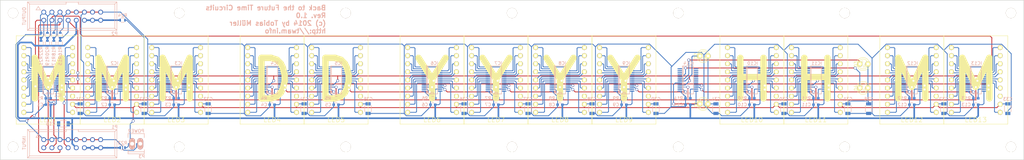
<source format=kicad_pcb>
(kicad_pcb (version 20171130) (host pcbnew "(5.1.12)-1")
  (layers (0 F.Cu signal) (31 B.Cu signal) (34 B.Paste user hide) (35 F.Paste user hide) (36 B.SilkS user) (37 F.SilkS user hide) (38 B.Mask user) (39 F.Mask user) (44 Edge.Cuts user))
  (net 0 "")
  (net 1 GND)
  (net 2 "Net-(IC1-Pad22)")
  (net 3 "Net-(IC1-Pad23)")
  (net 4 VCC)
  (net 5 /A1)
  (net 6 /M1)
  (net 7 /K1)
  (net 8 /H1)
  (net 9 /U1)
  (net 10 /S1)
  (net 11 /T1)
  (net 12 /G1)
  (net 13 /F1)
  (net 14 /E1)
  (net 15 "Net-(LED1-Pad12)")
  (net 16 /D1)
  (net 17 /R1)
  (net 18 /P1)
  (net 19 /C1)
  (net 20 /N1)
  (net 21 /B1)
  (net 22 /F2)
  (net 23 /G2)
  (net 24 /T2)
  (net 25 /S2)
  (net 26 /U2)
  (net 27 /H2)
  (net 28 /K2)
  (net 29 /M2)
  (net 30 /A2)
  (net 31 /B2)
  (net 32 /N2)
  (net 33 /C2)
  (net 34 /P2)
  (net 35 /R2)
  (net 36 /D2)
  (net 37 /E2)
  (net 38 "Net-(IC2-Pad22)")
  (net 39 "Net-(IC2-Pad23)")
  (net 40 /F3)
  (net 41 /G3)
  (net 42 /T3)
  (net 43 /S3)
  (net 44 /U3)
  (net 45 /H3)
  (net 46 /K3)
  (net 47 /M3)
  (net 48 /A3)
  (net 49 /B3)
  (net 50 /N3)
  (net 51 /C3)
  (net 52 /P3)
  (net 53 /R3)
  (net 54 /D3)
  (net 55 /E3)
  (net 56 "Net-(IC3-Pad22)")
  (net 57 "Net-(IC3-Pad23)")
  (net 58 /F4)
  (net 59 /G4)
  (net 60 /T4)
  (net 61 /S4)
  (net 62 /U4)
  (net 63 /H4)
  (net 64 /K4)
  (net 65 /M4)
  (net 66 /A4)
  (net 67 /B4)
  (net 68 /N4)
  (net 69 /C4)
  (net 70 /P4)
  (net 71 /R4)
  (net 72 /D4)
  (net 73 /E4)
  (net 74 "Net-(IC4-Pad22)")
  (net 75 "Net-(IC4-Pad23)")
  (net 76 /F5)
  (net 77 /G5)
  (net 78 /T5)
  (net 79 /S5)
  (net 80 /U5)
  (net 81 /H5)
  (net 82 /K5)
  (net 83 /M5)
  (net 84 /A5)
  (net 85 /B5)
  (net 86 /N5)
  (net 87 /C5)
  (net 88 /P5)
  (net 89 /R5)
  (net 90 /D5)
  (net 91 /E5)
  (net 92 "Net-(IC5-Pad22)")
  (net 93 "Net-(IC5-Pad23)")
  (net 94 /F6)
  (net 95 /G6)
  (net 96 /T6)
  (net 97 /S6)
  (net 98 /U6)
  (net 99 /H6)
  (net 100 /K6)
  (net 101 /M6)
  (net 102 /A6)
  (net 103 /B6)
  (net 104 /N6)
  (net 105 /C6)
  (net 106 /P6)
  (net 107 /R6)
  (net 108 /D6)
  (net 109 /E6)
  (net 110 "Net-(IC6-Pad22)")
  (net 111 "Net-(IC6-Pad23)")
  (net 112 /F7)
  (net 113 /G7)
  (net 114 /T7)
  (net 115 /S7)
  (net 116 /U7)
  (net 117 /H7)
  (net 118 /K7)
  (net 119 /M7)
  (net 120 /A7)
  (net 121 /B7)
  (net 122 /N7)
  (net 123 /C7)
  (net 124 /P7)
  (net 125 /R7)
  (net 126 /D7)
  (net 127 /E7)
  (net 128 "Net-(IC7-Pad22)")
  (net 129 "Net-(IC7-Pad23)")
  (net 130 /F8)
  (net 131 /G8)
  (net 132 /T8)
  (net 133 /S8)
  (net 134 /U8)
  (net 135 /H8)
  (net 136 /K8)
  (net 137 /M8)
  (net 138 /A8)
  (net 139 /B8)
  (net 140 /N8)
  (net 141 /C8)
  (net 142 /P8)
  (net 143 /R8)
  (net 144 /D8)
  (net 145 /E8)
  (net 146 "Net-(IC8-Pad22)")
  (net 147 "Net-(IC8-Pad23)")
  (net 148 /F9)
  (net 149 /G9)
  (net 150 /T9)
  (net 151 /S9)
  (net 152 /U9)
  (net 153 /H9)
  (net 154 /K9)
  (net 155 /M9)
  (net 156 /A9)
  (net 157 /B9)
  (net 158 /N9)
  (net 159 /C9)
  (net 160 /P9)
  (net 161 /R9)
  (net 162 /D9)
  (net 163 /E9)
  (net 164 "Net-(IC9-Pad23)")
  (net 165 "Net-(IC10-Pad2)")
  (net 166 /F10)
  (net 167 /G10)
  (net 168 /T10)
  (net 169 /S10)
  (net 170 /U10)
  (net 171 /H10)
  (net 172 /K10)
  (net 173 /M10)
  (net 174 /A10)
  (net 175 /B10)
  (net 176 /N10)
  (net 177 /C10)
  (net 178 /P10)
  (net 179 /R10)
  (net 180 /D10)
  (net 181 /E10)
  (net 182 "Net-(IC10-Pad22)")
  (net 183 "Net-(IC10-Pad23)")
  (net 184 /F11)
  (net 185 /G11)
  (net 186 /T11)
  (net 187 /S11)
  (net 188 /U11)
  (net 189 /H11)
  (net 190 /K11)
  (net 191 /M11)
  (net 192 /A11)
  (net 193 /B11)
  (net 194 /N11)
  (net 195 /C11)
  (net 196 /P11)
  (net 197 /R11)
  (net 198 /D11)
  (net 199 /E11)
  (net 200 "Net-(IC11-Pad22)")
  (net 201 "Net-(IC11-Pad23)")
  (net 202 /F12)
  (net 203 /G12)
  (net 204 /T12)
  (net 205 /S12)
  (net 206 /U12)
  (net 207 /H12)
  (net 208 /K12)
  (net 209 /M12)
  (net 210 /A12)
  (net 211 /B12)
  (net 212 /N12)
  (net 213 /C12)
  (net 214 /P12)
  (net 215 /R12)
  (net 216 /D12)
  (net 217 /E12)
  (net 218 "Net-(IC12-Pad22)")
  (net 219 "Net-(IC12-Pad23)")
  (net 220 /F13)
  (net 221 /G13)
  (net 222 /T13)
  (net 223 /S13)
  (net 224 /U13)
  (net 225 /H13)
  (net 226 /K13)
  (net 227 /M13)
  (net 228 /A13)
  (net 229 /B13)
  (net 230 /N13)
  (net 231 /C13)
  (net 232 /P13)
  (net 233 /R13)
  (net 234 /D13)
  (net 235 /E13)
  (net 236 "Net-(IC13-Pad23)")
  (net 237 "Net-(LED2-Pad12)")
  (net 238 "Net-(LED3-Pad12)")
  (net 239 "Net-(LED4-Pad12)")
  (net 240 "Net-(LED5-Pad12)")
  (net 241 "Net-(LED6-Pad12)")
  (net 242 "Net-(LED7-Pad12)")
  (net 243 "Net-(LED8-Pad12)")
  (net 244 "Net-(LED9-Pad12)")
  (net 245 "Net-(LED10-Pad12)")
  (net 246 "Net-(LED11-Pad12)")
  (net 247 "Net-(LED12-Pad12)")
  (net 248 "Net-(LED13-Pad12)")
  (net 249 +5V)
  (net 250 "Net-(D1-Pad2)")
  (net 251 "Net-(D2-Pad2)")
  (net 252 "Net-(D3-Pad2)")
  (net 253 "Net-(D4-Pad2)")
  (net 254 /DATA_IN)
  (net 255 /SCLK)
  (net 256 /LAT)
  (net 257 /BLK)
  (net 258 "Net-(IC14-Pad9)")
  (net 259 "Net-(IC14-Pad10)")
  (net 260 "Net-(IC14-Pad11)")
  (net 261 "Net-(IC14-Pad12)")
  (net 262 "Net-(IC14-Pad13)")
  (net 263 "Net-(IC14-Pad14)")
  (net 264 "Net-(IC14-Pad15)")
  (net 265 "Net-(IC14-Pad16)")
  (net 266 "Net-(IC14-Pad17)")
  (net 267 "Net-(IC14-Pad18)")
  (net 268 "Net-(IC14-Pad19)")
  (net 269 "Net-(IC14-Pad20)")
  (net 270 /DATA_OUT)
  (net 271 "Net-(IC14-Pad23)")
  (net 272 "Net-(IC14-Pad2)")
  (net 273 "Net-(P1-Pad12)")
  (net 274 "Net-(P2-Pad12)")
  (module SMD_Packages:SSOP-24 (layer B.Cu) (at 65 137.5 90)
    (fp_text reference IC1 (at -4.75 3) (layer B.SilkS) (effects (justify mirror)))
    (fp_text value TLC59284 hide)
    (pad 1 smd rect (at -3.4925 -2.54 90) (size 0.35052 1.39954) (layers B.Cu B.Paste B.Mask) (net 1 GND))
    (pad 2 smd rect (at -2.8575 -2.54 90) (size 0.35052 1.39954) (layers B.Cu B.Paste B.Mask) (net 254 /DATA_IN))
    (pad 3 smd rect (at -2.2225 -2.54 90) (size 0.35052 1.39954) (layers B.Cu B.Paste B.Mask) (net 255 /SCLK))
    (pad 4 smd rect (at -1.5875 -2.54 90) (size 0.35052 1.39954) (layers B.Cu B.Paste B.Mask) (net 256 /LAT))
    (pad 5 smd rect (at -0.9525 -2.54 90) (size 0.35052 1.39954) (layers B.Cu B.Paste B.Mask) (net 13 /F1))
    (pad 6 smd rect (at -0.3175 -2.54 90) (size 0.35052 1.39954) (layers B.Cu B.Paste B.Mask) (net 12 /G1))
    (pad 7 smd rect (at 0.3175 -2.54 90) (size 0.35052 1.39954) (layers B.Cu B.Paste B.Mask) (net 11 /T1))
    (pad 8 smd rect (at 0.9525 -2.54 90) (size 0.35052 1.39954) (layers B.Cu B.Paste B.Mask) (net 10 /S1))
    (pad 9 smd rect (at 1.5875 -2.54 90) (size 0.35052 1.39954) (layers B.Cu B.Paste B.Mask) (net 9 /U1))
    (pad 10 smd rect (at 2.2225 -2.54 90) (size 0.35052 1.39954) (layers B.Cu B.Paste B.Mask) (net 8 /H1))
    (pad 11 smd rect (at 2.8575 -2.54 90) (size 0.35052 1.39954) (layers B.Cu B.Paste B.Mask) (net 7 /K1))
    (pad 12 smd rect (at 3.4925 -2.54 90) (size 0.35052 1.39954) (layers B.Cu B.Paste B.Mask) (net 6 /M1))
    (pad 13 smd rect (at 3.4925 2.54 90) (size 0.35052 1.39954) (layers B.Cu B.Paste B.Mask) (net 5 /A1))
    (pad 14 smd rect (at 2.8575 2.54 90) (size 0.35052 1.39954) (layers B.Cu B.Paste B.Mask) (net 21 /B1))
    (pad 15 smd rect (at 2.2225 2.54 90) (size 0.35052 1.39954) (layers B.Cu B.Paste B.Mask) (net 20 /N1))
    (pad 16 smd rect (at 1.5875 2.54 90) (size 0.35052 1.39954) (layers B.Cu B.Paste B.Mask) (net 19 /C1))
    (pad 17 smd rect (at 0.9525 2.54 90) (size 0.35052 1.39954) (layers B.Cu B.Paste B.Mask) (net 18 /P1))
    (pad 18 smd rect (at 0.3175 2.54 90) (size 0.35052 1.39954) (layers B.Cu B.Paste B.Mask) (net 17 /R1))
    (pad 19 smd rect (at -0.3175 2.54 90) (size 0.35052 1.39954) (layers B.Cu B.Paste B.Mask) (net 16 /D1))
    (pad 20 smd rect (at -0.9525 2.54 90) (size 0.35052 1.39954) (layers B.Cu B.Paste B.Mask) (net 14 /E1))
    (pad 21 smd rect (at -1.5875 2.54 90) (size 0.35052 1.39954) (layers B.Cu B.Paste B.Mask) (net 257 /BLK))
    (pad 22 smd rect (at -2.2225 2.54 90) (size 0.35052 1.39954) (layers B.Cu B.Paste B.Mask) (net 2 "Net-(IC1-Pad22)"))
    (pad 23 smd rect (at -2.8575 2.54 90) (size 0.35052 1.39954) (layers B.Cu B.Paste B.Mask) (net 3 "Net-(IC1-Pad23)"))
    (pad 24 smd rect (at -3.4925 2.54 90) (size 0.35052 1.39954) (layers B.Cu B.Paste B.Mask) (net 4 VCC))
  )
  (module Kingbright:PSA08-11 (layer F.Cu) (at 65 137.5)
    (fp_text reference LED1 (at 0 12.5) (layer F.SilkS) (effects (font (size 1.5 1.5))))
    (fp_text value PSA08-11 hide)
    (pad 1 thru_hole circle (at -7.62 -10.16) (size 1.524 1.524) (drill 0.8) (layers *.Cu *.Mask F.SilkS) (net 5 /A1))
    (pad 2 thru_hole circle (at -7.62 -7.62) (size 1.524 1.524) (drill 0.8) (layers *.Cu *.Mask F.SilkS) (net 6 /M1))
    (pad 3 thru_hole circle (at -7.62 -5.08) (size 1.524 1.524) (drill 0.8) (layers *.Cu *.Mask F.SilkS) (net 7 /K1))
    (pad 4 thru_hole circle (at -7.62 -2.54) (size 1.524 1.524) (drill 0.8) (layers *.Cu *.Mask F.SilkS) (net 8 /H1))
    (pad 5 thru_hole circle (at -7.62 0) (size 1.524 1.524) (drill 0.8) (layers *.Cu *.Mask F.SilkS) (net 9 /U1))
    (pad 6 thru_hole circle (at -7.62 2.54) (size 1.524 1.524) (drill 0.8) (layers *.Cu *.Mask F.SilkS) (net 10 /S1))
    (pad 7 thru_hole circle (at -7.62 5.08) (size 1.524 1.524) (drill 0.8) (layers *.Cu *.Mask F.SilkS) (net 11 /T1))
    (pad 8 thru_hole circle (at -7.62 7.62) (size 1.524 1.524) (drill 0.8) (layers *.Cu *.Mask F.SilkS) (net 12 /G1))
    (pad 9 thru_hole circle (at -7.62 10.16) (size 1.524 1.524) (drill 0.8) (layers *.Cu *.Mask F.SilkS) (net 13 /F1))
    (pad 10 thru_hole circle (at 7.62 10.16) (size 1.524 1.524) (drill 0.8) (layers *.Cu *.Mask F.SilkS) (net 14 /E1))
    (pad 11 thru_hole circle (at 7.62 7.62) (size 1.524 1.524) (drill 0.8) (layers *.Cu *.Mask F.SilkS) (net 249 +5V))
    (pad 12 thru_hole circle (at 7.62 5.08) (size 1.524 1.524) (drill 0.8) (layers *.Cu *.Mask F.SilkS) (net 15 "Net-(LED1-Pad12)"))
    (pad 13 thru_hole circle (at 7.62 2.54) (size 1.524 1.524) (drill 0.8) (layers *.Cu *.Mask F.SilkS) (net 16 /D1))
    (pad 14 thru_hole circle (at 7.62 0) (size 1.524 1.524) (drill 0.8) (layers *.Cu *.Mask F.SilkS) (net 17 /R1))
    (pad 15 thru_hole circle (at 7.62 -2.54) (size 1.524 1.524) (drill 0.8) (layers *.Cu *.Mask F.SilkS) (net 18 /P1))
    (pad 16 thru_hole circle (at 7.62 -5.08) (size 1.524 1.524) (drill 0.8) (layers *.Cu *.Mask F.SilkS) (net 19 /C1))
    (pad 17 thru_hole circle (at 7.62 -7.62) (size 1.524 1.524) (drill 0.8) (layers *.Cu *.Mask F.SilkS) (net 20 /N1))
    (pad 18 thru_hole circle (at 7.62 -10.16) (size 1.524 1.524) (drill 0.8) (layers *.Cu *.Mask F.SilkS) (net 21 /B1))
  )
  (module SMD_Packages:SSOP-24 (layer B.Cu) (at 85 137.5 90)
    (fp_text reference IC2 (at 5.25 0.75 180) (layer B.SilkS) (effects (justify mirror)))
    (fp_text value TLC59284 hide)
    (pad 1 smd rect (at -3.4925 -2.54 90) (size 0.35052 1.39954) (layers B.Cu B.Paste B.Mask) (net 1 GND))
    (pad 2 smd rect (at -2.8575 -2.54 90) (size 0.35052 1.39954) (layers B.Cu B.Paste B.Mask) (net 2 "Net-(IC1-Pad22)"))
    (pad 3 smd rect (at -2.2225 -2.54 90) (size 0.35052 1.39954) (layers B.Cu B.Paste B.Mask) (net 255 /SCLK))
    (pad 4 smd rect (at -1.5875 -2.54 90) (size 0.35052 1.39954) (layers B.Cu B.Paste B.Mask) (net 256 /LAT))
    (pad 5 smd rect (at -0.9525 -2.54 90) (size 0.35052 1.39954) (layers B.Cu B.Paste B.Mask) (net 22 /F2))
    (pad 6 smd rect (at -0.3175 -2.54 90) (size 0.35052 1.39954) (layers B.Cu B.Paste B.Mask) (net 23 /G2))
    (pad 7 smd rect (at 0.3175 -2.54 90) (size 0.35052 1.39954) (layers B.Cu B.Paste B.Mask) (net 24 /T2))
    (pad 8 smd rect (at 0.9525 -2.54 90) (size 0.35052 1.39954) (layers B.Cu B.Paste B.Mask) (net 25 /S2))
    (pad 9 smd rect (at 1.5875 -2.54 90) (size 0.35052 1.39954) (layers B.Cu B.Paste B.Mask) (net 26 /U2))
    (pad 10 smd rect (at 2.2225 -2.54 90) (size 0.35052 1.39954) (layers B.Cu B.Paste B.Mask) (net 27 /H2))
    (pad 11 smd rect (at 2.8575 -2.54 90) (size 0.35052 1.39954) (layers B.Cu B.Paste B.Mask) (net 28 /K2))
    (pad 12 smd rect (at 3.4925 -2.54 90) (size 0.35052 1.39954) (layers B.Cu B.Paste B.Mask) (net 29 /M2))
    (pad 13 smd rect (at 3.4925 2.54 90) (size 0.35052 1.39954) (layers B.Cu B.Paste B.Mask) (net 30 /A2))
    (pad 14 smd rect (at 2.8575 2.54 90) (size 0.35052 1.39954) (layers B.Cu B.Paste B.Mask) (net 31 /B2))
    (pad 15 smd rect (at 2.2225 2.54 90) (size 0.35052 1.39954) (layers B.Cu B.Paste B.Mask) (net 32 /N2))
    (pad 16 smd rect (at 1.5875 2.54 90) (size 0.35052 1.39954) (layers B.Cu B.Paste B.Mask) (net 33 /C2))
    (pad 17 smd rect (at 0.9525 2.54 90) (size 0.35052 1.39954) (layers B.Cu B.Paste B.Mask) (net 34 /P2))
    (pad 18 smd rect (at 0.3175 2.54 90) (size 0.35052 1.39954) (layers B.Cu B.Paste B.Mask) (net 35 /R2))
    (pad 19 smd rect (at -0.3175 2.54 90) (size 0.35052 1.39954) (layers B.Cu B.Paste B.Mask) (net 36 /D2))
    (pad 20 smd rect (at -0.9525 2.54 90) (size 0.35052 1.39954) (layers B.Cu B.Paste B.Mask) (net 37 /E2))
    (pad 21 smd rect (at -1.5875 2.54 90) (size 0.35052 1.39954) (layers B.Cu B.Paste B.Mask) (net 257 /BLK))
    (pad 22 smd rect (at -2.2225 2.54 90) (size 0.35052 1.39954) (layers B.Cu B.Paste B.Mask) (net 38 "Net-(IC2-Pad22)"))
    (pad 23 smd rect (at -2.8575 2.54 90) (size 0.35052 1.39954) (layers B.Cu B.Paste B.Mask) (net 39 "Net-(IC2-Pad23)"))
    (pad 24 smd rect (at -3.4925 2.54 90) (size 0.35052 1.39954) (layers B.Cu B.Paste B.Mask) (net 4 VCC))
  )
  (module SMD_Packages:SSOP-24 (layer B.Cu) (at 105.005 137.5 90)
    (fp_text reference IC3 (at 5.25 0.745 180) (layer B.SilkS) (effects (justify mirror)))
    (fp_text value TLC59284 hide)
    (pad 1 smd rect (at -3.4925 -2.54 90) (size 0.35052 1.39954) (layers B.Cu B.Paste B.Mask) (net 1 GND))
    (pad 2 smd rect (at -2.8575 -2.54 90) (size 0.35052 1.39954) (layers B.Cu B.Paste B.Mask) (net 38 "Net-(IC2-Pad22)"))
    (pad 3 smd rect (at -2.2225 -2.54 90) (size 0.35052 1.39954) (layers B.Cu B.Paste B.Mask) (net 255 /SCLK))
    (pad 4 smd rect (at -1.5875 -2.54 90) (size 0.35052 1.39954) (layers B.Cu B.Paste B.Mask) (net 256 /LAT))
    (pad 5 smd rect (at -0.9525 -2.54 90) (size 0.35052 1.39954) (layers B.Cu B.Paste B.Mask) (net 40 /F3))
    (pad 6 smd rect (at -0.3175 -2.54 90) (size 0.35052 1.39954) (layers B.Cu B.Paste B.Mask) (net 41 /G3))
    (pad 7 smd rect (at 0.3175 -2.54 90) (size 0.35052 1.39954) (layers B.Cu B.Paste B.Mask) (net 42 /T3))
    (pad 8 smd rect (at 0.9525 -2.54 90) (size 0.35052 1.39954) (layers B.Cu B.Paste B.Mask) (net 43 /S3))
    (pad 9 smd rect (at 1.5875 -2.54 90) (size 0.35052 1.39954) (layers B.Cu B.Paste B.Mask) (net 44 /U3))
    (pad 10 smd rect (at 2.2225 -2.54 90) (size 0.35052 1.39954) (layers B.Cu B.Paste B.Mask) (net 45 /H3))
    (pad 11 smd rect (at 2.8575 -2.54 90) (size 0.35052 1.39954) (layers B.Cu B.Paste B.Mask) (net 46 /K3))
    (pad 12 smd rect (at 3.4925 -2.54 90) (size 0.35052 1.39954) (layers B.Cu B.Paste B.Mask) (net 47 /M3))
    (pad 13 smd rect (at 3.4925 2.54 90) (size 0.35052 1.39954) (layers B.Cu B.Paste B.Mask) (net 48 /A3))
    (pad 14 smd rect (at 2.8575 2.54 90) (size 0.35052 1.39954) (layers B.Cu B.Paste B.Mask) (net 49 /B3))
    (pad 15 smd rect (at 2.2225 2.54 90) (size 0.35052 1.39954) (layers B.Cu B.Paste B.Mask) (net 50 /N3))
    (pad 16 smd rect (at 1.5875 2.54 90) (size 0.35052 1.39954) (layers B.Cu B.Paste B.Mask) (net 51 /C3))
    (pad 17 smd rect (at 0.9525 2.54 90) (size 0.35052 1.39954) (layers B.Cu B.Paste B.Mask) (net 52 /P3))
    (pad 18 smd rect (at 0.3175 2.54 90) (size 0.35052 1.39954) (layers B.Cu B.Paste B.Mask) (net 53 /R3))
    (pad 19 smd rect (at -0.3175 2.54 90) (size 0.35052 1.39954) (layers B.Cu B.Paste B.Mask) (net 54 /D3))
    (pad 20 smd rect (at -0.9525 2.54 90) (size 0.35052 1.39954) (layers B.Cu B.Paste B.Mask) (net 55 /E3))
    (pad 21 smd rect (at -1.5875 2.54 90) (size 0.35052 1.39954) (layers B.Cu B.Paste B.Mask) (net 257 /BLK))
    (pad 22 smd rect (at -2.2225 2.54 90) (size 0.35052 1.39954) (layers B.Cu B.Paste B.Mask) (net 56 "Net-(IC3-Pad22)"))
    (pad 23 smd rect (at -2.8575 2.54 90) (size 0.35052 1.39954) (layers B.Cu B.Paste B.Mask) (net 57 "Net-(IC3-Pad23)"))
    (pad 24 smd rect (at -3.4925 2.54 90) (size 0.35052 1.39954) (layers B.Cu B.Paste B.Mask) (net 4 VCC))
  )
  (module SMD_Packages:SSOP-24 (layer B.Cu) (at 135 137.5 90)
    (fp_text reference IC4 (at 5.25 0.75 180) (layer B.SilkS) (effects (justify mirror)))
    (fp_text value TLC59284 hide)
    (pad 1 smd rect (at -3.4925 -2.54 90) (size 0.35052 1.39954) (layers B.Cu B.Paste B.Mask) (net 1 GND))
    (pad 2 smd rect (at -2.8575 -2.54 90) (size 0.35052 1.39954) (layers B.Cu B.Paste B.Mask) (net 56 "Net-(IC3-Pad22)"))
    (pad 3 smd rect (at -2.2225 -2.54 90) (size 0.35052 1.39954) (layers B.Cu B.Paste B.Mask) (net 255 /SCLK))
    (pad 4 smd rect (at -1.5875 -2.54 90) (size 0.35052 1.39954) (layers B.Cu B.Paste B.Mask) (net 256 /LAT))
    (pad 5 smd rect (at -0.9525 -2.54 90) (size 0.35052 1.39954) (layers B.Cu B.Paste B.Mask) (net 58 /F4))
    (pad 6 smd rect (at -0.3175 -2.54 90) (size 0.35052 1.39954) (layers B.Cu B.Paste B.Mask) (net 59 /G4))
    (pad 7 smd rect (at 0.3175 -2.54 90) (size 0.35052 1.39954) (layers B.Cu B.Paste B.Mask) (net 60 /T4))
    (pad 8 smd rect (at 0.9525 -2.54 90) (size 0.35052 1.39954) (layers B.Cu B.Paste B.Mask) (net 61 /S4))
    (pad 9 smd rect (at 1.5875 -2.54 90) (size 0.35052 1.39954) (layers B.Cu B.Paste B.Mask) (net 62 /U4))
    (pad 10 smd rect (at 2.2225 -2.54 90) (size 0.35052 1.39954) (layers B.Cu B.Paste B.Mask) (net 63 /H4))
    (pad 11 smd rect (at 2.8575 -2.54 90) (size 0.35052 1.39954) (layers B.Cu B.Paste B.Mask) (net 64 /K4))
    (pad 12 smd rect (at 3.4925 -2.54 90) (size 0.35052 1.39954) (layers B.Cu B.Paste B.Mask) (net 65 /M4))
    (pad 13 smd rect (at 3.4925 2.54 90) (size 0.35052 1.39954) (layers B.Cu B.Paste B.Mask) (net 66 /A4))
    (pad 14 smd rect (at 2.8575 2.54 90) (size 0.35052 1.39954) (layers B.Cu B.Paste B.Mask) (net 67 /B4))
    (pad 15 smd rect (at 2.2225 2.54 90) (size 0.35052 1.39954) (layers B.Cu B.Paste B.Mask) (net 68 /N4))
    (pad 16 smd rect (at 1.5875 2.54 90) (size 0.35052 1.39954) (layers B.Cu B.Paste B.Mask) (net 69 /C4))
    (pad 17 smd rect (at 0.9525 2.54 90) (size 0.35052 1.39954) (layers B.Cu B.Paste B.Mask) (net 70 /P4))
    (pad 18 smd rect (at 0.3175 2.54 90) (size 0.35052 1.39954) (layers B.Cu B.Paste B.Mask) (net 71 /R4))
    (pad 19 smd rect (at -0.3175 2.54 90) (size 0.35052 1.39954) (layers B.Cu B.Paste B.Mask) (net 72 /D4))
    (pad 20 smd rect (at -0.9525 2.54 90) (size 0.35052 1.39954) (layers B.Cu B.Paste B.Mask) (net 73 /E4))
    (pad 21 smd rect (at -1.5875 2.54 90) (size 0.35052 1.39954) (layers B.Cu B.Paste B.Mask) (net 257 /BLK))
    (pad 22 smd rect (at -2.2225 2.54 90) (size 0.35052 1.39954) (layers B.Cu B.Paste B.Mask) (net 74 "Net-(IC4-Pad22)"))
    (pad 23 smd rect (at -2.8575 2.54 90) (size 0.35052 1.39954) (layers B.Cu B.Paste B.Mask) (net 75 "Net-(IC4-Pad23)"))
    (pad 24 smd rect (at -3.4925 2.54 90) (size 0.35052 1.39954) (layers B.Cu B.Paste B.Mask) (net 4 VCC))
  )
  (module SMD_Packages:SSOP-24 (layer B.Cu) (at 155 137.5 90)
    (fp_text reference IC5 (at 5.25 0.75 180) (layer B.SilkS) (effects (justify mirror)))
    (fp_text value TLC59284 hide)
    (pad 1 smd rect (at -3.4925 -2.54 90) (size 0.35052 1.39954) (layers B.Cu B.Paste B.Mask) (net 1 GND))
    (pad 2 smd rect (at -2.8575 -2.54 90) (size 0.35052 1.39954) (layers B.Cu B.Paste B.Mask) (net 74 "Net-(IC4-Pad22)"))
    (pad 3 smd rect (at -2.2225 -2.54 90) (size 0.35052 1.39954) (layers B.Cu B.Paste B.Mask) (net 255 /SCLK))
    (pad 4 smd rect (at -1.5875 -2.54 90) (size 0.35052 1.39954) (layers B.Cu B.Paste B.Mask) (net 256 /LAT))
    (pad 5 smd rect (at -0.9525 -2.54 90) (size 0.35052 1.39954) (layers B.Cu B.Paste B.Mask) (net 76 /F5))
    (pad 6 smd rect (at -0.3175 -2.54 90) (size 0.35052 1.39954) (layers B.Cu B.Paste B.Mask) (net 77 /G5))
    (pad 7 smd rect (at 0.3175 -2.54 90) (size 0.35052 1.39954) (layers B.Cu B.Paste B.Mask) (net 78 /T5))
    (pad 8 smd rect (at 0.9525 -2.54 90) (size 0.35052 1.39954) (layers B.Cu B.Paste B.Mask) (net 79 /S5))
    (pad 9 smd rect (at 1.5875 -2.54 90) (size 0.35052 1.39954) (layers B.Cu B.Paste B.Mask) (net 80 /U5))
    (pad 10 smd rect (at 2.2225 -2.54 90) (size 0.35052 1.39954) (layers B.Cu B.Paste B.Mask) (net 81 /H5))
    (pad 11 smd rect (at 2.8575 -2.54 90) (size 0.35052 1.39954) (layers B.Cu B.Paste B.Mask) (net 82 /K5))
    (pad 12 smd rect (at 3.4925 -2.54 90) (size 0.35052 1.39954) (layers B.Cu B.Paste B.Mask) (net 83 /M5))
    (pad 13 smd rect (at 3.4925 2.54 90) (size 0.35052 1.39954) (layers B.Cu B.Paste B.Mask) (net 84 /A5))
    (pad 14 smd rect (at 2.8575 2.54 90) (size 0.35052 1.39954) (layers B.Cu B.Paste B.Mask) (net 85 /B5))
    (pad 15 smd rect (at 2.2225 2.54 90) (size 0.35052 1.39954) (layers B.Cu B.Paste B.Mask) (net 86 /N5))
    (pad 16 smd rect (at 1.5875 2.54 90) (size 0.35052 1.39954) (layers B.Cu B.Paste B.Mask) (net 87 /C5))
    (pad 17 smd rect (at 0.9525 2.54 90) (size 0.35052 1.39954) (layers B.Cu B.Paste B.Mask) (net 88 /P5))
    (pad 18 smd rect (at 0.3175 2.54 90) (size 0.35052 1.39954) (layers B.Cu B.Paste B.Mask) (net 89 /R5))
    (pad 19 smd rect (at -0.3175 2.54 90) (size 0.35052 1.39954) (layers B.Cu B.Paste B.Mask) (net 90 /D5))
    (pad 20 smd rect (at -0.9525 2.54 90) (size 0.35052 1.39954) (layers B.Cu B.Paste B.Mask) (net 91 /E5))
    (pad 21 smd rect (at -1.5875 2.54 90) (size 0.35052 1.39954) (layers B.Cu B.Paste B.Mask) (net 257 /BLK))
    (pad 22 smd rect (at -2.2225 2.54 90) (size 0.35052 1.39954) (layers B.Cu B.Paste B.Mask) (net 92 "Net-(IC5-Pad22)"))
    (pad 23 smd rect (at -2.8575 2.54 90) (size 0.35052 1.39954) (layers B.Cu B.Paste B.Mask) (net 93 "Net-(IC5-Pad23)"))
    (pad 24 smd rect (at -3.4925 2.54 90) (size 0.35052 1.39954) (layers B.Cu B.Paste B.Mask) (net 4 VCC))
  )
  (module SMD_Packages:SSOP-24 (layer B.Cu) (at 185 137.5 90)
    (fp_text reference IC6 (at 5.25 0.75 180) (layer B.SilkS) (effects (justify mirror)))
    (fp_text value TLC59284 hide)
    (pad 1 smd rect (at -3.4925 -2.54 90) (size 0.35052 1.39954) (layers B.Cu B.Paste B.Mask) (net 1 GND))
    (pad 2 smd rect (at -2.8575 -2.54 90) (size 0.35052 1.39954) (layers B.Cu B.Paste B.Mask) (net 92 "Net-(IC5-Pad22)"))
    (pad 3 smd rect (at -2.2225 -2.54 90) (size 0.35052 1.39954) (layers B.Cu B.Paste B.Mask) (net 255 /SCLK))
    (pad 4 smd rect (at -1.5875 -2.54 90) (size 0.35052 1.39954) (layers B.Cu B.Paste B.Mask) (net 256 /LAT))
    (pad 5 smd rect (at -0.9525 -2.54 90) (size 0.35052 1.39954) (layers B.Cu B.Paste B.Mask) (net 94 /F6))
    (pad 6 smd rect (at -0.3175 -2.54 90) (size 0.35052 1.39954) (layers B.Cu B.Paste B.Mask) (net 95 /G6))
    (pad 7 smd rect (at 0.3175 -2.54 90) (size 0.35052 1.39954) (layers B.Cu B.Paste B.Mask) (net 96 /T6))
    (pad 8 smd rect (at 0.9525 -2.54 90) (size 0.35052 1.39954) (layers B.Cu B.Paste B.Mask) (net 97 /S6))
    (pad 9 smd rect (at 1.5875 -2.54 90) (size 0.35052 1.39954) (layers B.Cu B.Paste B.Mask) (net 98 /U6))
    (pad 10 smd rect (at 2.2225 -2.54 90) (size 0.35052 1.39954) (layers B.Cu B.Paste B.Mask) (net 99 /H6))
    (pad 11 smd rect (at 2.8575 -2.54 90) (size 0.35052 1.39954) (layers B.Cu B.Paste B.Mask) (net 100 /K6))
    (pad 12 smd rect (at 3.4925 -2.54 90) (size 0.35052 1.39954) (layers B.Cu B.Paste B.Mask) (net 101 /M6))
    (pad 13 smd rect (at 3.4925 2.54 90) (size 0.35052 1.39954) (layers B.Cu B.Paste B.Mask) (net 102 /A6))
    (pad 14 smd rect (at 2.8575 2.54 90) (size 0.35052 1.39954) (layers B.Cu B.Paste B.Mask) (net 103 /B6))
    (pad 15 smd rect (at 2.2225 2.54 90) (size 0.35052 1.39954) (layers B.Cu B.Paste B.Mask) (net 104 /N6))
    (pad 16 smd rect (at 1.5875 2.54 90) (size 0.35052 1.39954) (layers B.Cu B.Paste B.Mask) (net 105 /C6))
    (pad 17 smd rect (at 0.9525 2.54 90) (size 0.35052 1.39954) (layers B.Cu B.Paste B.Mask) (net 106 /P6))
    (pad 18 smd rect (at 0.3175 2.54 90) (size 0.35052 1.39954) (layers B.Cu B.Paste B.Mask) (net 107 /R6))
    (pad 19 smd rect (at -0.3175 2.54 90) (size 0.35052 1.39954) (layers B.Cu B.Paste B.Mask) (net 108 /D6))
    (pad 20 smd rect (at -0.9525 2.54 90) (size 0.35052 1.39954) (layers B.Cu B.Paste B.Mask) (net 109 /E6))
    (pad 21 smd rect (at -1.5875 2.54 90) (size 0.35052 1.39954) (layers B.Cu B.Paste B.Mask) (net 257 /BLK))
    (pad 22 smd rect (at -2.2225 2.54 90) (size 0.35052 1.39954) (layers B.Cu B.Paste B.Mask) (net 110 "Net-(IC6-Pad22)"))
    (pad 23 smd rect (at -2.8575 2.54 90) (size 0.35052 1.39954) (layers B.Cu B.Paste B.Mask) (net 111 "Net-(IC6-Pad23)"))
    (pad 24 smd rect (at -3.4925 2.54 90) (size 0.35052 1.39954) (layers B.Cu B.Paste B.Mask) (net 4 VCC))
  )
  (module SMD_Packages:SSOP-24 (layer B.Cu) (at 205 137.5 90)
    (fp_text reference IC7 (at 5.25 0.75 180) (layer B.SilkS) (effects (justify mirror)))
    (fp_text value TLC59284 hide)
    (pad 1 smd rect (at -3.4925 -2.54 90) (size 0.35052 1.39954) (layers B.Cu B.Paste B.Mask) (net 1 GND))
    (pad 2 smd rect (at -2.8575 -2.54 90) (size 0.35052 1.39954) (layers B.Cu B.Paste B.Mask) (net 110 "Net-(IC6-Pad22)"))
    (pad 3 smd rect (at -2.2225 -2.54 90) (size 0.35052 1.39954) (layers B.Cu B.Paste B.Mask) (net 255 /SCLK))
    (pad 4 smd rect (at -1.5875 -2.54 90) (size 0.35052 1.39954) (layers B.Cu B.Paste B.Mask) (net 256 /LAT))
    (pad 5 smd rect (at -0.9525 -2.54 90) (size 0.35052 1.39954) (layers B.Cu B.Paste B.Mask) (net 112 /F7))
    (pad 6 smd rect (at -0.3175 -2.54 90) (size 0.35052 1.39954) (layers B.Cu B.Paste B.Mask) (net 113 /G7))
    (pad 7 smd rect (at 0.3175 -2.54 90) (size 0.35052 1.39954) (layers B.Cu B.Paste B.Mask) (net 114 /T7))
    (pad 8 smd rect (at 0.9525 -2.54 90) (size 0.35052 1.39954) (layers B.Cu B.Paste B.Mask) (net 115 /S7))
    (pad 9 smd rect (at 1.5875 -2.54 90) (size 0.35052 1.39954) (layers B.Cu B.Paste B.Mask) (net 116 /U7))
    (pad 10 smd rect (at 2.2225 -2.54 90) (size 0.35052 1.39954) (layers B.Cu B.Paste B.Mask) (net 117 /H7))
    (pad 11 smd rect (at 2.8575 -2.54 90) (size 0.35052 1.39954) (layers B.Cu B.Paste B.Mask) (net 118 /K7))
    (pad 12 smd rect (at 3.4925 -2.54 90) (size 0.35052 1.39954) (layers B.Cu B.Paste B.Mask) (net 119 /M7))
    (pad 13 smd rect (at 3.4925 2.54 90) (size 0.35052 1.39954) (layers B.Cu B.Paste B.Mask) (net 120 /A7))
    (pad 14 smd rect (at 2.8575 2.54 90) (size 0.35052 1.39954) (layers B.Cu B.Paste B.Mask) (net 121 /B7))
    (pad 15 smd rect (at 2.2225 2.54 90) (size 0.35052 1.39954) (layers B.Cu B.Paste B.Mask) (net 122 /N7))
    (pad 16 smd rect (at 1.5875 2.54 90) (size 0.35052 1.39954) (layers B.Cu B.Paste B.Mask) (net 123 /C7))
    (pad 17 smd rect (at 0.9525 2.54 90) (size 0.35052 1.39954) (layers B.Cu B.Paste B.Mask) (net 124 /P7))
    (pad 18 smd rect (at 0.3175 2.54 90) (size 0.35052 1.39954) (layers B.Cu B.Paste B.Mask) (net 125 /R7))
    (pad 19 smd rect (at -0.3175 2.54 90) (size 0.35052 1.39954) (layers B.Cu B.Paste B.Mask) (net 126 /D7))
    (pad 20 smd rect (at -0.9525 2.54 90) (size 0.35052 1.39954) (layers B.Cu B.Paste B.Mask) (net 127 /E7))
    (pad 21 smd rect (at -1.5875 2.54 90) (size 0.35052 1.39954) (layers B.Cu B.Paste B.Mask) (net 257 /BLK))
    (pad 22 smd rect (at -2.2225 2.54 90) (size 0.35052 1.39954) (layers B.Cu B.Paste B.Mask) (net 128 "Net-(IC7-Pad22)"))
    (pad 23 smd rect (at -2.8575 2.54 90) (size 0.35052 1.39954) (layers B.Cu B.Paste B.Mask) (net 129 "Net-(IC7-Pad23)"))
    (pad 24 smd rect (at -3.4925 2.54 90) (size 0.35052 1.39954) (layers B.Cu B.Paste B.Mask) (net 4 VCC))
  )
  (module SMD_Packages:SSOP-24 (layer B.Cu) (at 225 137.5 90)
    (fp_text reference IC8 (at 5.25 0.75 180) (layer B.SilkS) (effects (justify mirror)))
    (fp_text value TLC59284 hide)
    (pad 1 smd rect (at -3.4925 -2.54 90) (size 0.35052 1.39954) (layers B.Cu B.Paste B.Mask) (net 1 GND))
    (pad 2 smd rect (at -2.8575 -2.54 90) (size 0.35052 1.39954) (layers B.Cu B.Paste B.Mask) (net 128 "Net-(IC7-Pad22)"))
    (pad 3 smd rect (at -2.2225 -2.54 90) (size 0.35052 1.39954) (layers B.Cu B.Paste B.Mask) (net 255 /SCLK))
    (pad 4 smd rect (at -1.5875 -2.54 90) (size 0.35052 1.39954) (layers B.Cu B.Paste B.Mask) (net 256 /LAT))
    (pad 5 smd rect (at -0.9525 -2.54 90) (size 0.35052 1.39954) (layers B.Cu B.Paste B.Mask) (net 130 /F8))
    (pad 6 smd rect (at -0.3175 -2.54 90) (size 0.35052 1.39954) (layers B.Cu B.Paste B.Mask) (net 131 /G8))
    (pad 7 smd rect (at 0.3175 -2.54 90) (size 0.35052 1.39954) (layers B.Cu B.Paste B.Mask) (net 132 /T8))
    (pad 8 smd rect (at 0.9525 -2.54 90) (size 0.35052 1.39954) (layers B.Cu B.Paste B.Mask) (net 133 /S8))
    (pad 9 smd rect (at 1.5875 -2.54 90) (size 0.35052 1.39954) (layers B.Cu B.Paste B.Mask) (net 134 /U8))
    (pad 10 smd rect (at 2.2225 -2.54 90) (size 0.35052 1.39954) (layers B.Cu B.Paste B.Mask) (net 135 /H8))
    (pad 11 smd rect (at 2.8575 -2.54 90) (size 0.35052 1.39954) (layers B.Cu B.Paste B.Mask) (net 136 /K8))
    (pad 12 smd rect (at 3.4925 -2.54 90) (size 0.35052 1.39954) (layers B.Cu B.Paste B.Mask) (net 137 /M8))
    (pad 13 smd rect (at 3.4925 2.54 90) (size 0.35052 1.39954) (layers B.Cu B.Paste B.Mask) (net 138 /A8))
    (pad 14 smd rect (at 2.8575 2.54 90) (size 0.35052 1.39954) (layers B.Cu B.Paste B.Mask) (net 139 /B8))
    (pad 15 smd rect (at 2.2225 2.54 90) (size 0.35052 1.39954) (layers B.Cu B.Paste B.Mask) (net 140 /N8))
    (pad 16 smd rect (at 1.5875 2.54 90) (size 0.35052 1.39954) (layers B.Cu B.Paste B.Mask) (net 141 /C8))
    (pad 17 smd rect (at 0.9525 2.54 90) (size 0.35052 1.39954) (layers B.Cu B.Paste B.Mask) (net 142 /P8))
    (pad 18 smd rect (at 0.3175 2.54 90) (size 0.35052 1.39954) (layers B.Cu B.Paste B.Mask) (net 143 /R8))
    (pad 19 smd rect (at -0.3175 2.54 90) (size 0.35052 1.39954) (layers B.Cu B.Paste B.Mask) (net 144 /D8))
    (pad 20 smd rect (at -0.9525 2.54 90) (size 0.35052 1.39954) (layers B.Cu B.Paste B.Mask) (net 145 /E8))
    (pad 21 smd rect (at -1.5875 2.54 90) (size 0.35052 1.39954) (layers B.Cu B.Paste B.Mask) (net 257 /BLK))
    (pad 22 smd rect (at -2.2225 2.54 90) (size 0.35052 1.39954) (layers B.Cu B.Paste B.Mask) (net 146 "Net-(IC8-Pad22)"))
    (pad 23 smd rect (at -2.8575 2.54 90) (size 0.35052 1.39954) (layers B.Cu B.Paste B.Mask) (net 147 "Net-(IC8-Pad23)"))
    (pad 24 smd rect (at -3.4925 2.54 90) (size 0.35052 1.39954) (layers B.Cu B.Paste B.Mask) (net 4 VCC))
  )
  (module SMD_Packages:SSOP-24 (layer B.Cu) (at 245 137.5 90)
    (fp_text reference IC9 (at 5.25 0.75 180) (layer B.SilkS) (effects (justify mirror)))
    (fp_text value TLC59284 hide)
    (pad 1 smd rect (at -3.4925 -2.54 90) (size 0.35052 1.39954) (layers B.Cu B.Paste B.Mask) (net 1 GND))
    (pad 2 smd rect (at -2.8575 -2.54 90) (size 0.35052 1.39954) (layers B.Cu B.Paste B.Mask) (net 146 "Net-(IC8-Pad22)"))
    (pad 3 smd rect (at -2.2225 -2.54 90) (size 0.35052 1.39954) (layers B.Cu B.Paste B.Mask) (net 255 /SCLK))
    (pad 4 smd rect (at -1.5875 -2.54 90) (size 0.35052 1.39954) (layers B.Cu B.Paste B.Mask) (net 256 /LAT))
    (pad 5 smd rect (at -0.9525 -2.54 90) (size 0.35052 1.39954) (layers B.Cu B.Paste B.Mask) (net 148 /F9))
    (pad 6 smd rect (at -0.3175 -2.54 90) (size 0.35052 1.39954) (layers B.Cu B.Paste B.Mask) (net 149 /G9))
    (pad 7 smd rect (at 0.3175 -2.54 90) (size 0.35052 1.39954) (layers B.Cu B.Paste B.Mask) (net 150 /T9))
    (pad 8 smd rect (at 0.9525 -2.54 90) (size 0.35052 1.39954) (layers B.Cu B.Paste B.Mask) (net 151 /S9))
    (pad 9 smd rect (at 1.5875 -2.54 90) (size 0.35052 1.39954) (layers B.Cu B.Paste B.Mask) (net 152 /U9))
    (pad 10 smd rect (at 2.2225 -2.54 90) (size 0.35052 1.39954) (layers B.Cu B.Paste B.Mask) (net 153 /H9))
    (pad 11 smd rect (at 2.8575 -2.54 90) (size 0.35052 1.39954) (layers B.Cu B.Paste B.Mask) (net 154 /K9))
    (pad 12 smd rect (at 3.4925 -2.54 90) (size 0.35052 1.39954) (layers B.Cu B.Paste B.Mask) (net 155 /M9))
    (pad 13 smd rect (at 3.4925 2.54 90) (size 0.35052 1.39954) (layers B.Cu B.Paste B.Mask) (net 156 /A9))
    (pad 14 smd rect (at 2.8575 2.54 90) (size 0.35052 1.39954) (layers B.Cu B.Paste B.Mask) (net 157 /B9))
    (pad 15 smd rect (at 2.2225 2.54 90) (size 0.35052 1.39954) (layers B.Cu B.Paste B.Mask) (net 158 /N9))
    (pad 16 smd rect (at 1.5875 2.54 90) (size 0.35052 1.39954) (layers B.Cu B.Paste B.Mask) (net 159 /C9))
    (pad 17 smd rect (at 0.9525 2.54 90) (size 0.35052 1.39954) (layers B.Cu B.Paste B.Mask) (net 160 /P9))
    (pad 18 smd rect (at 0.3175 2.54 90) (size 0.35052 1.39954) (layers B.Cu B.Paste B.Mask) (net 161 /R9))
    (pad 19 smd rect (at -0.3175 2.54 90) (size 0.35052 1.39954) (layers B.Cu B.Paste B.Mask) (net 162 /D9))
    (pad 20 smd rect (at -0.9525 2.54 90) (size 0.35052 1.39954) (layers B.Cu B.Paste B.Mask) (net 163 /E9))
    (pad 21 smd rect (at -1.5875 2.54 90) (size 0.35052 1.39954) (layers B.Cu B.Paste B.Mask) (net 257 /BLK))
    (pad 22 smd rect (at -2.2225 2.54 90) (size 0.35052 1.39954) (layers B.Cu B.Paste B.Mask) (net 272 "Net-(IC14-Pad2)"))
    (pad 23 smd rect (at -2.8575 2.54 90) (size 0.35052 1.39954) (layers B.Cu B.Paste B.Mask) (net 164 "Net-(IC9-Pad23)"))
    (pad 24 smd rect (at -3.4925 2.54 90) (size 0.35052 1.39954) (layers B.Cu B.Paste B.Mask) (net 4 VCC))
  )
  (module SMD_Packages:SSOP-24 (layer B.Cu) (at 285 137.5 90)
    (fp_text reference IC10 (at 5.25 0.25 180) (layer B.SilkS) (effects (justify mirror)))
    (fp_text value TLC59284 hide)
    (pad 1 smd rect (at -3.4925 -2.54 90) (size 0.35052 1.39954) (layers B.Cu B.Paste B.Mask) (net 1 GND))
    (pad 2 smd rect (at -2.8575 -2.54 90) (size 0.35052 1.39954) (layers B.Cu B.Paste B.Mask) (net 165 "Net-(IC10-Pad2)"))
    (pad 3 smd rect (at -2.2225 -2.54 90) (size 0.35052 1.39954) (layers B.Cu B.Paste B.Mask) (net 255 /SCLK))
    (pad 4 smd rect (at -1.5875 -2.54 90) (size 0.35052 1.39954) (layers B.Cu B.Paste B.Mask) (net 256 /LAT))
    (pad 5 smd rect (at -0.9525 -2.54 90) (size 0.35052 1.39954) (layers B.Cu B.Paste B.Mask) (net 166 /F10))
    (pad 6 smd rect (at -0.3175 -2.54 90) (size 0.35052 1.39954) (layers B.Cu B.Paste B.Mask) (net 167 /G10))
    (pad 7 smd rect (at 0.3175 -2.54 90) (size 0.35052 1.39954) (layers B.Cu B.Paste B.Mask) (net 168 /T10))
    (pad 8 smd rect (at 0.9525 -2.54 90) (size 0.35052 1.39954) (layers B.Cu B.Paste B.Mask) (net 169 /S10))
    (pad 9 smd rect (at 1.5875 -2.54 90) (size 0.35052 1.39954) (layers B.Cu B.Paste B.Mask) (net 170 /U10))
    (pad 10 smd rect (at 2.2225 -2.54 90) (size 0.35052 1.39954) (layers B.Cu B.Paste B.Mask) (net 171 /H10))
    (pad 11 smd rect (at 2.8575 -2.54 90) (size 0.35052 1.39954) (layers B.Cu B.Paste B.Mask) (net 172 /K10))
    (pad 12 smd rect (at 3.4925 -2.54 90) (size 0.35052 1.39954) (layers B.Cu B.Paste B.Mask) (net 173 /M10))
    (pad 13 smd rect (at 3.4925 2.54 90) (size 0.35052 1.39954) (layers B.Cu B.Paste B.Mask) (net 174 /A10))
    (pad 14 smd rect (at 2.8575 2.54 90) (size 0.35052 1.39954) (layers B.Cu B.Paste B.Mask) (net 175 /B10))
    (pad 15 smd rect (at 2.2225 2.54 90) (size 0.35052 1.39954) (layers B.Cu B.Paste B.Mask) (net 176 /N10))
    (pad 16 smd rect (at 1.5875 2.54 90) (size 0.35052 1.39954) (layers B.Cu B.Paste B.Mask) (net 177 /C10))
    (pad 17 smd rect (at 0.9525 2.54 90) (size 0.35052 1.39954) (layers B.Cu B.Paste B.Mask) (net 178 /P10))
    (pad 18 smd rect (at 0.3175 2.54 90) (size 0.35052 1.39954) (layers B.Cu B.Paste B.Mask) (net 179 /R10))
    (pad 19 smd rect (at -0.3175 2.54 90) (size 0.35052 1.39954) (layers B.Cu B.Paste B.Mask) (net 180 /D10))
    (pad 20 smd rect (at -0.9525 2.54 90) (size 0.35052 1.39954) (layers B.Cu B.Paste B.Mask) (net 181 /E10))
    (pad 21 smd rect (at -1.5875 2.54 90) (size 0.35052 1.39954) (layers B.Cu B.Paste B.Mask) (net 257 /BLK))
    (pad 22 smd rect (at -2.2225 2.54 90) (size 0.35052 1.39954) (layers B.Cu B.Paste B.Mask) (net 182 "Net-(IC10-Pad22)"))
    (pad 23 smd rect (at -2.8575 2.54 90) (size 0.35052 1.39954) (layers B.Cu B.Paste B.Mask) (net 183 "Net-(IC10-Pad23)"))
    (pad 24 smd rect (at -3.4925 2.54 90) (size 0.35052 1.39954) (layers B.Cu B.Paste B.Mask) (net 4 VCC))
  )
  (module SMD_Packages:SSOP-24 (layer B.Cu) (at 305 137.5 90)
    (fp_text reference IC11 (at 5.25 0.25 180) (layer B.SilkS) (effects (justify mirror)))
    (fp_text value TLC59284 hide)
    (pad 1 smd rect (at -3.4925 -2.54 90) (size 0.35052 1.39954) (layers B.Cu B.Paste B.Mask) (net 1 GND))
    (pad 2 smd rect (at -2.8575 -2.54 90) (size 0.35052 1.39954) (layers B.Cu B.Paste B.Mask) (net 182 "Net-(IC10-Pad22)"))
    (pad 3 smd rect (at -2.2225 -2.54 90) (size 0.35052 1.39954) (layers B.Cu B.Paste B.Mask) (net 255 /SCLK))
    (pad 4 smd rect (at -1.5875 -2.54 90) (size 0.35052 1.39954) (layers B.Cu B.Paste B.Mask) (net 256 /LAT))
    (pad 5 smd rect (at -0.9525 -2.54 90) (size 0.35052 1.39954) (layers B.Cu B.Paste B.Mask) (net 184 /F11))
    (pad 6 smd rect (at -0.3175 -2.54 90) (size 0.35052 1.39954) (layers B.Cu B.Paste B.Mask) (net 185 /G11))
    (pad 7 smd rect (at 0.3175 -2.54 90) (size 0.35052 1.39954) (layers B.Cu B.Paste B.Mask) (net 186 /T11))
    (pad 8 smd rect (at 0.9525 -2.54 90) (size 0.35052 1.39954) (layers B.Cu B.Paste B.Mask) (net 187 /S11))
    (pad 9 smd rect (at 1.5875 -2.54 90) (size 0.35052 1.39954) (layers B.Cu B.Paste B.Mask) (net 188 /U11))
    (pad 10 smd rect (at 2.2225 -2.54 90) (size 0.35052 1.39954) (layers B.Cu B.Paste B.Mask) (net 189 /H11))
    (pad 11 smd rect (at 2.8575 -2.54 90) (size 0.35052 1.39954) (layers B.Cu B.Paste B.Mask) (net 190 /K11))
    (pad 12 smd rect (at 3.4925 -2.54 90) (size 0.35052 1.39954) (layers B.Cu B.Paste B.Mask) (net 191 /M11))
    (pad 13 smd rect (at 3.4925 2.54 90) (size 0.35052 1.39954) (layers B.Cu B.Paste B.Mask) (net 192 /A11))
    (pad 14 smd rect (at 2.8575 2.54 90) (size 0.35052 1.39954) (layers B.Cu B.Paste B.Mask) (net 193 /B11))
    (pad 15 smd rect (at 2.2225 2.54 90) (size 0.35052 1.39954) (layers B.Cu B.Paste B.Mask) (net 194 /N11))
    (pad 16 smd rect (at 1.5875 2.54 90) (size 0.35052 1.39954) (layers B.Cu B.Paste B.Mask) (net 195 /C11))
    (pad 17 smd rect (at 0.9525 2.54 90) (size 0.35052 1.39954) (layers B.Cu B.Paste B.Mask) (net 196 /P11))
    (pad 18 smd rect (at 0.3175 2.54 90) (size 0.35052 1.39954) (layers B.Cu B.Paste B.Mask) (net 197 /R11))
    (pad 19 smd rect (at -0.3175 2.54 90) (size 0.35052 1.39954) (layers B.Cu B.Paste B.Mask) (net 198 /D11))
    (pad 20 smd rect (at -0.9525 2.54 90) (size 0.35052 1.39954) (layers B.Cu B.Paste B.Mask) (net 199 /E11))
    (pad 21 smd rect (at -1.5875 2.54 90) (size 0.35052 1.39954) (layers B.Cu B.Paste B.Mask) (net 257 /BLK))
    (pad 22 smd rect (at -2.2225 2.54 90) (size 0.35052 1.39954) (layers B.Cu B.Paste B.Mask) (net 200 "Net-(IC11-Pad22)"))
    (pad 23 smd rect (at -2.8575 2.54 90) (size 0.35052 1.39954) (layers B.Cu B.Paste B.Mask) (net 201 "Net-(IC11-Pad23)"))
    (pad 24 smd rect (at -3.4925 2.54 90) (size 0.35052 1.39954) (layers B.Cu B.Paste B.Mask) (net 4 VCC))
  )
  (module SMD_Packages:SSOP-24 (layer B.Cu) (at 335 137.5 90)
    (fp_text reference IC12 (at 5.25 0.25 180) (layer B.SilkS) (effects (justify mirror)))
    (fp_text value TLC59284 hide)
    (pad 1 smd rect (at -3.4925 -2.54 90) (size 0.35052 1.39954) (layers B.Cu B.Paste B.Mask) (net 1 GND))
    (pad 2 smd rect (at -2.8575 -2.54 90) (size 0.35052 1.39954) (layers B.Cu B.Paste B.Mask) (net 200 "Net-(IC11-Pad22)"))
    (pad 3 smd rect (at -2.2225 -2.54 90) (size 0.35052 1.39954) (layers B.Cu B.Paste B.Mask) (net 255 /SCLK))
    (pad 4 smd rect (at -1.5875 -2.54 90) (size 0.35052 1.39954) (layers B.Cu B.Paste B.Mask) (net 256 /LAT))
    (pad 5 smd rect (at -0.9525 -2.54 90) (size 0.35052 1.39954) (layers B.Cu B.Paste B.Mask) (net 202 /F12))
    (pad 6 smd rect (at -0.3175 -2.54 90) (size 0.35052 1.39954) (layers B.Cu B.Paste B.Mask) (net 203 /G12))
    (pad 7 smd rect (at 0.3175 -2.54 90) (size 0.35052 1.39954) (layers B.Cu B.Paste B.Mask) (net 204 /T12))
    (pad 8 smd rect (at 0.9525 -2.54 90) (size 0.35052 1.39954) (layers B.Cu B.Paste B.Mask) (net 205 /S12))
    (pad 9 smd rect (at 1.5875 -2.54 90) (size 0.35052 1.39954) (layers B.Cu B.Paste B.Mask) (net 206 /U12))
    (pad 10 smd rect (at 2.2225 -2.54 90) (size 0.35052 1.39954) (layers B.Cu B.Paste B.Mask) (net 207 /H12))
    (pad 11 smd rect (at 2.8575 -2.54 90) (size 0.35052 1.39954) (layers B.Cu B.Paste B.Mask) (net 208 /K12))
    (pad 12 smd rect (at 3.4925 -2.54 90) (size 0.35052 1.39954) (layers B.Cu B.Paste B.Mask) (net 209 /M12))
    (pad 13 smd rect (at 3.4925 2.54 90) (size 0.35052 1.39954) (layers B.Cu B.Paste B.Mask) (net 210 /A12))
    (pad 14 smd rect (at 2.8575 2.54 90) (size 0.35052 1.39954) (layers B.Cu B.Paste B.Mask) (net 211 /B12))
    (pad 15 smd rect (at 2.2225 2.54 90) (size 0.35052 1.39954) (layers B.Cu B.Paste B.Mask) (net 212 /N12))
    (pad 16 smd rect (at 1.5875 2.54 90) (size 0.35052 1.39954) (layers B.Cu B.Paste B.Mask) (net 213 /C12))
    (pad 17 smd rect (at 0.9525 2.54 90) (size 0.35052 1.39954) (layers B.Cu B.Paste B.Mask) (net 214 /P12))
    (pad 18 smd rect (at 0.3175 2.54 90) (size 0.35052 1.39954) (layers B.Cu B.Paste B.Mask) (net 215 /R12))
    (pad 19 smd rect (at -0.3175 2.54 90) (size 0.35052 1.39954) (layers B.Cu B.Paste B.Mask) (net 216 /D12))
    (pad 20 smd rect (at -0.9525 2.54 90) (size 0.35052 1.39954) (layers B.Cu B.Paste B.Mask) (net 217 /E12))
    (pad 21 smd rect (at -1.5875 2.54 90) (size 0.35052 1.39954) (layers B.Cu B.Paste B.Mask) (net 257 /BLK))
    (pad 22 smd rect (at -2.2225 2.54 90) (size 0.35052 1.39954) (layers B.Cu B.Paste B.Mask) (net 218 "Net-(IC12-Pad22)"))
    (pad 23 smd rect (at -2.8575 2.54 90) (size 0.35052 1.39954) (layers B.Cu B.Paste B.Mask) (net 219 "Net-(IC12-Pad23)"))
    (pad 24 smd rect (at -3.4925 2.54 90) (size 0.35052 1.39954) (layers B.Cu B.Paste B.Mask) (net 4 VCC))
  )
  (module SMD_Packages:SSOP-24 (layer B.Cu) (at 355 137.5 90)
    (fp_text reference IC13 (at 5.25 0.25 180) (layer B.SilkS) (effects (justify mirror)))
    (fp_text value TLC59284 hide)
    (pad 1 smd rect (at -3.4925 -2.54 90) (size 0.35052 1.39954) (layers B.Cu B.Paste B.Mask) (net 1 GND))
    (pad 2 smd rect (at -2.8575 -2.54 90) (size 0.35052 1.39954) (layers B.Cu B.Paste B.Mask) (net 218 "Net-(IC12-Pad22)"))
    (pad 3 smd rect (at -2.2225 -2.54 90) (size 0.35052 1.39954) (layers B.Cu B.Paste B.Mask) (net 255 /SCLK))
    (pad 4 smd rect (at -1.5875 -2.54 90) (size 0.35052 1.39954) (layers B.Cu B.Paste B.Mask) (net 256 /LAT))
    (pad 5 smd rect (at -0.9525 -2.54 90) (size 0.35052 1.39954) (layers B.Cu B.Paste B.Mask) (net 220 /F13))
    (pad 6 smd rect (at -0.3175 -2.54 90) (size 0.35052 1.39954) (layers B.Cu B.Paste B.Mask) (net 221 /G13))
    (pad 7 smd rect (at 0.3175 -2.54 90) (size 0.35052 1.39954) (layers B.Cu B.Paste B.Mask) (net 222 /T13))
    (pad 8 smd rect (at 0.9525 -2.54 90) (size 0.35052 1.39954) (layers B.Cu B.Paste B.Mask) (net 223 /S13))
    (pad 9 smd rect (at 1.5875 -2.54 90) (size 0.35052 1.39954) (layers B.Cu B.Paste B.Mask) (net 224 /U13))
    (pad 10 smd rect (at 2.2225 -2.54 90) (size 0.35052 1.39954) (layers B.Cu B.Paste B.Mask) (net 225 /H13))
    (pad 11 smd rect (at 2.8575 -2.54 90) (size 0.35052 1.39954) (layers B.Cu B.Paste B.Mask) (net 226 /K13))
    (pad 12 smd rect (at 3.4925 -2.54 90) (size 0.35052 1.39954) (layers B.Cu B.Paste B.Mask) (net 227 /M13))
    (pad 13 smd rect (at 3.4925 2.54 90) (size 0.35052 1.39954) (layers B.Cu B.Paste B.Mask) (net 228 /A13))
    (pad 14 smd rect (at 2.8575 2.54 90) (size 0.35052 1.39954) (layers B.Cu B.Paste B.Mask) (net 229 /B13))
    (pad 15 smd rect (at 2.2225 2.54 90) (size 0.35052 1.39954) (layers B.Cu B.Paste B.Mask) (net 230 /N13))
    (pad 16 smd rect (at 1.5875 2.54 90) (size 0.35052 1.39954) (layers B.Cu B.Paste B.Mask) (net 231 /C13))
    (pad 17 smd rect (at 0.9525 2.54 90) (size 0.35052 1.39954) (layers B.Cu B.Paste B.Mask) (net 232 /P13))
    (pad 18 smd rect (at 0.3175 2.54 90) (size 0.35052 1.39954) (layers B.Cu B.Paste B.Mask) (net 233 /R13))
    (pad 19 smd rect (at -0.3175 2.54 90) (size 0.35052 1.39954) (layers B.Cu B.Paste B.Mask) (net 234 /D13))
    (pad 20 smd rect (at -0.9525 2.54 90) (size 0.35052 1.39954) (layers B.Cu B.Paste B.Mask) (net 235 /E13))
    (pad 21 smd rect (at -1.5875 2.54 90) (size 0.35052 1.39954) (layers B.Cu B.Paste B.Mask) (net 257 /BLK))
    (pad 22 smd rect (at -2.2225 2.54 90) (size 0.35052 1.39954) (layers B.Cu B.Paste B.Mask) (net 270 /DATA_OUT))
    (pad 23 smd rect (at -2.8575 2.54 90) (size 0.35052 1.39954) (layers B.Cu B.Paste B.Mask) (net 236 "Net-(IC13-Pad23)"))
    (pad 24 smd rect (at -3.4925 2.54 90) (size 0.35052 1.39954) (layers B.Cu B.Paste B.Mask) (net 4 VCC))
  )
  (module Kingbright:PSA08-11 (layer F.Cu) (at 85 137.5)
    (fp_text reference LED2 (at 0 12.5) (layer F.SilkS) (effects (font (size 1.5 1.5))))
    (fp_text value PSA08-11 hide)
    (pad 1 thru_hole circle (at -7.62 -10.16) (size 1.524 1.524) (drill 0.8) (layers *.Cu *.Mask F.SilkS) (net 30 /A2))
    (pad 2 thru_hole circle (at -7.62 -7.62) (size 1.524 1.524) (drill 0.8) (layers *.Cu *.Mask F.SilkS) (net 29 /M2))
    (pad 3 thru_hole circle (at -7.62 -5.08) (size 1.524 1.524) (drill 0.8) (layers *.Cu *.Mask F.SilkS) (net 28 /K2))
    (pad 4 thru_hole circle (at -7.62 -2.54) (size 1.524 1.524) (drill 0.8) (layers *.Cu *.Mask F.SilkS) (net 27 /H2))
    (pad 5 thru_hole circle (at -7.62 0) (size 1.524 1.524) (drill 0.8) (layers *.Cu *.Mask F.SilkS) (net 26 /U2))
    (pad 6 thru_hole circle (at -7.62 2.54) (size 1.524 1.524) (drill 0.8) (layers *.Cu *.Mask F.SilkS) (net 25 /S2))
    (pad 7 thru_hole circle (at -7.62 5.08) (size 1.524 1.524) (drill 0.8) (layers *.Cu *.Mask F.SilkS) (net 24 /T2))
    (pad 8 thru_hole circle (at -7.62 7.62) (size 1.524 1.524) (drill 0.8) (layers *.Cu *.Mask F.SilkS) (net 23 /G2))
    (pad 9 thru_hole circle (at -7.62 10.16) (size 1.524 1.524) (drill 0.8) (layers *.Cu *.Mask F.SilkS) (net 22 /F2))
    (pad 10 thru_hole circle (at 7.62 10.16) (size 1.524 1.524) (drill 0.8) (layers *.Cu *.Mask F.SilkS) (net 37 /E2))
    (pad 11 thru_hole circle (at 7.62 7.62) (size 1.524 1.524) (drill 0.8) (layers *.Cu *.Mask F.SilkS) (net 249 +5V))
    (pad 12 thru_hole circle (at 7.62 5.08) (size 1.524 1.524) (drill 0.8) (layers *.Cu *.Mask F.SilkS) (net 237 "Net-(LED2-Pad12)"))
    (pad 13 thru_hole circle (at 7.62 2.54) (size 1.524 1.524) (drill 0.8) (layers *.Cu *.Mask F.SilkS) (net 36 /D2))
    (pad 14 thru_hole circle (at 7.62 0) (size 1.524 1.524) (drill 0.8) (layers *.Cu *.Mask F.SilkS) (net 35 /R2))
    (pad 15 thru_hole circle (at 7.62 -2.54) (size 1.524 1.524) (drill 0.8) (layers *.Cu *.Mask F.SilkS) (net 34 /P2))
    (pad 16 thru_hole circle (at 7.62 -5.08) (size 1.524 1.524) (drill 0.8) (layers *.Cu *.Mask F.SilkS) (net 33 /C2))
    (pad 17 thru_hole circle (at 7.62 -7.62) (size 1.524 1.524) (drill 0.8) (layers *.Cu *.Mask F.SilkS) (net 32 /N2))
    (pad 18 thru_hole circle (at 7.62 -10.16) (size 1.524 1.524) (drill 0.8) (layers *.Cu *.Mask F.SilkS) (net 31 /B2))
  )
  (module Kingbright:PSA08-11 (layer F.Cu) (at 105 137.5)
    (fp_text reference LED3 (at 0 12.5) (layer F.SilkS) (effects (font (size 1.5 1.5))))
    (fp_text value PSA08-11 hide)
    (pad 1 thru_hole circle (at -7.62 -10.16) (size 1.524 1.524) (drill 0.8) (layers *.Cu *.Mask F.SilkS) (net 48 /A3))
    (pad 2 thru_hole circle (at -7.62 -7.62) (size 1.524 1.524) (drill 0.8) (layers *.Cu *.Mask F.SilkS) (net 47 /M3))
    (pad 3 thru_hole circle (at -7.62 -5.08) (size 1.524 1.524) (drill 0.8) (layers *.Cu *.Mask F.SilkS) (net 46 /K3))
    (pad 4 thru_hole circle (at -7.62 -2.54) (size 1.524 1.524) (drill 0.8) (layers *.Cu *.Mask F.SilkS) (net 45 /H3))
    (pad 5 thru_hole circle (at -7.62 0) (size 1.524 1.524) (drill 0.8) (layers *.Cu *.Mask F.SilkS) (net 44 /U3))
    (pad 6 thru_hole circle (at -7.62 2.54) (size 1.524 1.524) (drill 0.8) (layers *.Cu *.Mask F.SilkS) (net 43 /S3))
    (pad 7 thru_hole circle (at -7.62 5.08) (size 1.524 1.524) (drill 0.8) (layers *.Cu *.Mask F.SilkS) (net 42 /T3))
    (pad 8 thru_hole circle (at -7.62 7.62) (size 1.524 1.524) (drill 0.8) (layers *.Cu *.Mask F.SilkS) (net 41 /G3))
    (pad 9 thru_hole circle (at -7.62 10.16) (size 1.524 1.524) (drill 0.8) (layers *.Cu *.Mask F.SilkS) (net 40 /F3))
    (pad 10 thru_hole circle (at 7.62 10.16) (size 1.524 1.524) (drill 0.8) (layers *.Cu *.Mask F.SilkS) (net 55 /E3))
    (pad 11 thru_hole circle (at 7.62 7.62) (size 1.524 1.524) (drill 0.8) (layers *.Cu *.Mask F.SilkS) (net 249 +5V))
    (pad 12 thru_hole circle (at 7.62 5.08) (size 1.524 1.524) (drill 0.8) (layers *.Cu *.Mask F.SilkS) (net 238 "Net-(LED3-Pad12)"))
    (pad 13 thru_hole circle (at 7.62 2.54) (size 1.524 1.524) (drill 0.8) (layers *.Cu *.Mask F.SilkS) (net 54 /D3))
    (pad 14 thru_hole circle (at 7.62 0) (size 1.524 1.524) (drill 0.8) (layers *.Cu *.Mask F.SilkS) (net 53 /R3))
    (pad 15 thru_hole circle (at 7.62 -2.54) (size 1.524 1.524) (drill 0.8) (layers *.Cu *.Mask F.SilkS) (net 52 /P3))
    (pad 16 thru_hole circle (at 7.62 -5.08) (size 1.524 1.524) (drill 0.8) (layers *.Cu *.Mask F.SilkS) (net 51 /C3))
    (pad 17 thru_hole circle (at 7.62 -7.62) (size 1.524 1.524) (drill 0.8) (layers *.Cu *.Mask F.SilkS) (net 50 /N3))
    (pad 18 thru_hole circle (at 7.62 -10.16) (size 1.524 1.524) (drill 0.8) (layers *.Cu *.Mask F.SilkS) (net 49 /B3))
  )
  (module Kingbright:PSA08-11 (layer F.Cu) (at 135 137.5)
    (fp_text reference LED4 (at 0 12.5) (layer F.SilkS) (effects (font (size 1.5 1.5))))
    (fp_text value PSA08-11 hide)
    (pad 1 thru_hole circle (at -7.62 -10.16) (size 1.524 1.524) (drill 0.8) (layers *.Cu *.Mask F.SilkS) (net 66 /A4))
    (pad 2 thru_hole circle (at -7.62 -7.62) (size 1.524 1.524) (drill 0.8) (layers *.Cu *.Mask F.SilkS) (net 65 /M4))
    (pad 3 thru_hole circle (at -7.62 -5.08) (size 1.524 1.524) (drill 0.8) (layers *.Cu *.Mask F.SilkS) (net 64 /K4))
    (pad 4 thru_hole circle (at -7.62 -2.54) (size 1.524 1.524) (drill 0.8) (layers *.Cu *.Mask F.SilkS) (net 63 /H4))
    (pad 5 thru_hole circle (at -7.62 0) (size 1.524 1.524) (drill 0.8) (layers *.Cu *.Mask F.SilkS) (net 62 /U4))
    (pad 6 thru_hole circle (at -7.62 2.54) (size 1.524 1.524) (drill 0.8) (layers *.Cu *.Mask F.SilkS) (net 61 /S4))
    (pad 7 thru_hole circle (at -7.62 5.08) (size 1.524 1.524) (drill 0.8) (layers *.Cu *.Mask F.SilkS) (net 60 /T4))
    (pad 8 thru_hole circle (at -7.62 7.62) (size 1.524 1.524) (drill 0.8) (layers *.Cu *.Mask F.SilkS) (net 59 /G4))
    (pad 9 thru_hole circle (at -7.62 10.16) (size 1.524 1.524) (drill 0.8) (layers *.Cu *.Mask F.SilkS) (net 58 /F4))
    (pad 10 thru_hole circle (at 7.62 10.16) (size 1.524 1.524) (drill 0.8) (layers *.Cu *.Mask F.SilkS) (net 73 /E4))
    (pad 11 thru_hole circle (at 7.62 7.62) (size 1.524 1.524) (drill 0.8) (layers *.Cu *.Mask F.SilkS) (net 249 +5V))
    (pad 12 thru_hole circle (at 7.62 5.08) (size 1.524 1.524) (drill 0.8) (layers *.Cu *.Mask F.SilkS) (net 239 "Net-(LED4-Pad12)"))
    (pad 13 thru_hole circle (at 7.62 2.54) (size 1.524 1.524) (drill 0.8) (layers *.Cu *.Mask F.SilkS) (net 72 /D4))
    (pad 14 thru_hole circle (at 7.62 0) (size 1.524 1.524) (drill 0.8) (layers *.Cu *.Mask F.SilkS) (net 71 /R4))
    (pad 15 thru_hole circle (at 7.62 -2.54) (size 1.524 1.524) (drill 0.8) (layers *.Cu *.Mask F.SilkS) (net 70 /P4))
    (pad 16 thru_hole circle (at 7.62 -5.08) (size 1.524 1.524) (drill 0.8) (layers *.Cu *.Mask F.SilkS) (net 69 /C4))
    (pad 17 thru_hole circle (at 7.62 -7.62) (size 1.524 1.524) (drill 0.8) (layers *.Cu *.Mask F.SilkS) (net 68 /N4))
    (pad 18 thru_hole circle (at 7.62 -10.16) (size 1.524 1.524) (drill 0.8) (layers *.Cu *.Mask F.SilkS) (net 67 /B4))
  )
  (module Kingbright:PSA08-11 (layer F.Cu) (at 155 137.5)
    (fp_text reference LED5 (at 0 12.5) (layer F.SilkS) (effects (font (size 1.5 1.5))))
    (fp_text value PSA08-11 hide)
    (pad 1 thru_hole circle (at -7.62 -10.16) (size 1.524 1.524) (drill 0.8) (layers *.Cu *.Mask F.SilkS) (net 84 /A5))
    (pad 2 thru_hole circle (at -7.62 -7.62) (size 1.524 1.524) (drill 0.8) (layers *.Cu *.Mask F.SilkS) (net 83 /M5))
    (pad 3 thru_hole circle (at -7.62 -5.08) (size 1.524 1.524) (drill 0.8) (layers *.Cu *.Mask F.SilkS) (net 82 /K5))
    (pad 4 thru_hole circle (at -7.62 -2.54) (size 1.524 1.524) (drill 0.8) (layers *.Cu *.Mask F.SilkS) (net 81 /H5))
    (pad 5 thru_hole circle (at -7.62 0) (size 1.524 1.524) (drill 0.8) (layers *.Cu *.Mask F.SilkS) (net 80 /U5))
    (pad 6 thru_hole circle (at -7.62 2.54) (size 1.524 1.524) (drill 0.8) (layers *.Cu *.Mask F.SilkS) (net 79 /S5))
    (pad 7 thru_hole circle (at -7.62 5.08) (size 1.524 1.524) (drill 0.8) (layers *.Cu *.Mask F.SilkS) (net 78 /T5))
    (pad 8 thru_hole circle (at -7.62 7.62) (size 1.524 1.524) (drill 0.8) (layers *.Cu *.Mask F.SilkS) (net 77 /G5))
    (pad 9 thru_hole circle (at -7.62 10.16) (size 1.524 1.524) (drill 0.8) (layers *.Cu *.Mask F.SilkS) (net 76 /F5))
    (pad 10 thru_hole circle (at 7.62 10.16) (size 1.524 1.524) (drill 0.8) (layers *.Cu *.Mask F.SilkS) (net 91 /E5))
    (pad 11 thru_hole circle (at 7.62 7.62) (size 1.524 1.524) (drill 0.8) (layers *.Cu *.Mask F.SilkS) (net 249 +5V))
    (pad 12 thru_hole circle (at 7.62 5.08) (size 1.524 1.524) (drill 0.8) (layers *.Cu *.Mask F.SilkS) (net 240 "Net-(LED5-Pad12)"))
    (pad 13 thru_hole circle (at 7.62 2.54) (size 1.524 1.524) (drill 0.8) (layers *.Cu *.Mask F.SilkS) (net 90 /D5))
    (pad 14 thru_hole circle (at 7.62 0) (size 1.524 1.524) (drill 0.8) (layers *.Cu *.Mask F.SilkS) (net 89 /R5))
    (pad 15 thru_hole circle (at 7.62 -2.54) (size 1.524 1.524) (drill 0.8) (layers *.Cu *.Mask F.SilkS) (net 88 /P5))
    (pad 16 thru_hole circle (at 7.62 -5.08) (size 1.524 1.524) (drill 0.8) (layers *.Cu *.Mask F.SilkS) (net 87 /C5))
    (pad 17 thru_hole circle (at 7.62 -7.62) (size 1.524 1.524) (drill 0.8) (layers *.Cu *.Mask F.SilkS) (net 86 /N5))
    (pad 18 thru_hole circle (at 7.62 -10.16) (size 1.524 1.524) (drill 0.8) (layers *.Cu *.Mask F.SilkS) (net 85 /B5))
  )
  (module Kingbright:PSA08-11 (layer F.Cu) (at 185 137.5)
    (fp_text reference LED6 (at 0 12.5) (layer F.SilkS) (effects (font (size 1.5 1.5))))
    (fp_text value PSA08-11 hide)
    (pad 1 thru_hole circle (at -7.62 -10.16) (size 1.524 1.524) (drill 0.8) (layers *.Cu *.Mask F.SilkS) (net 102 /A6))
    (pad 2 thru_hole circle (at -7.62 -7.62) (size 1.524 1.524) (drill 0.8) (layers *.Cu *.Mask F.SilkS) (net 101 /M6))
    (pad 3 thru_hole circle (at -7.62 -5.08) (size 1.524 1.524) (drill 0.8) (layers *.Cu *.Mask F.SilkS) (net 100 /K6))
    (pad 4 thru_hole circle (at -7.62 -2.54) (size 1.524 1.524) (drill 0.8) (layers *.Cu *.Mask F.SilkS) (net 99 /H6))
    (pad 5 thru_hole circle (at -7.62 0) (size 1.524 1.524) (drill 0.8) (layers *.Cu *.Mask F.SilkS) (net 98 /U6))
    (pad 6 thru_hole circle (at -7.62 2.54) (size 1.524 1.524) (drill 0.8) (layers *.Cu *.Mask F.SilkS) (net 97 /S6))
    (pad 7 thru_hole circle (at -7.62 5.08) (size 1.524 1.524) (drill 0.8) (layers *.Cu *.Mask F.SilkS) (net 96 /T6))
    (pad 8 thru_hole circle (at -7.62 7.62) (size 1.524 1.524) (drill 0.8) (layers *.Cu *.Mask F.SilkS) (net 95 /G6))
    (pad 9 thru_hole circle (at -7.62 10.16) (size 1.524 1.524) (drill 0.8) (layers *.Cu *.Mask F.SilkS) (net 94 /F6))
    (pad 10 thru_hole circle (at 7.62 10.16) (size 1.524 1.524) (drill 0.8) (layers *.Cu *.Mask F.SilkS) (net 109 /E6))
    (pad 11 thru_hole circle (at 7.62 7.62) (size 1.524 1.524) (drill 0.8) (layers *.Cu *.Mask F.SilkS) (net 249 +5V))
    (pad 12 thru_hole circle (at 7.62 5.08) (size 1.524 1.524) (drill 0.8) (layers *.Cu *.Mask F.SilkS) (net 241 "Net-(LED6-Pad12)"))
    (pad 13 thru_hole circle (at 7.62 2.54) (size 1.524 1.524) (drill 0.8) (layers *.Cu *.Mask F.SilkS) (net 108 /D6))
    (pad 14 thru_hole circle (at 7.62 0) (size 1.524 1.524) (drill 0.8) (layers *.Cu *.Mask F.SilkS) (net 107 /R6))
    (pad 15 thru_hole circle (at 7.62 -2.54) (size 1.524 1.524) (drill 0.8) (layers *.Cu *.Mask F.SilkS) (net 106 /P6))
    (pad 16 thru_hole circle (at 7.62 -5.08) (size 1.524 1.524) (drill 0.8) (layers *.Cu *.Mask F.SilkS) (net 105 /C6))
    (pad 17 thru_hole circle (at 7.62 -7.62) (size 1.524 1.524) (drill 0.8) (layers *.Cu *.Mask F.SilkS) (net 104 /N6))
    (pad 18 thru_hole circle (at 7.62 -10.16) (size 1.524 1.524) (drill 0.8) (layers *.Cu *.Mask F.SilkS) (net 103 /B6))
  )
  (module Kingbright:PSA08-11 (layer F.Cu) (at 205 137.5)
    (fp_text reference LED7 (at 0 12.5) (layer F.SilkS) (effects (font (size 1.5 1.5))))
    (fp_text value PSA08-11 hide)
    (pad 1 thru_hole circle (at -7.62 -10.16) (size 1.524 1.524) (drill 0.8) (layers *.Cu *.Mask F.SilkS) (net 120 /A7))
    (pad 2 thru_hole circle (at -7.62 -7.62) (size 1.524 1.524) (drill 0.8) (layers *.Cu *.Mask F.SilkS) (net 119 /M7))
    (pad 3 thru_hole circle (at -7.62 -5.08) (size 1.524 1.524) (drill 0.8) (layers *.Cu *.Mask F.SilkS) (net 118 /K7))
    (pad 4 thru_hole circle (at -7.62 -2.54) (size 1.524 1.524) (drill 0.8) (layers *.Cu *.Mask F.SilkS) (net 117 /H7))
    (pad 5 thru_hole circle (at -7.62 0) (size 1.524 1.524) (drill 0.8) (layers *.Cu *.Mask F.SilkS) (net 116 /U7))
    (pad 6 thru_hole circle (at -7.62 2.54) (size 1.524 1.524) (drill 0.8) (layers *.Cu *.Mask F.SilkS) (net 115 /S7))
    (pad 7 thru_hole circle (at -7.62 5.08) (size 1.524 1.524) (drill 0.8) (layers *.Cu *.Mask F.SilkS) (net 114 /T7))
    (pad 8 thru_hole circle (at -7.62 7.62) (size 1.524 1.524) (drill 0.8) (layers *.Cu *.Mask F.SilkS) (net 113 /G7))
    (pad 9 thru_hole circle (at -7.62 10.16) (size 1.524 1.524) (drill 0.8) (layers *.Cu *.Mask F.SilkS) (net 112 /F7))
    (pad 10 thru_hole circle (at 7.62 10.16) (size 1.524 1.524) (drill 0.8) (layers *.Cu *.Mask F.SilkS) (net 127 /E7))
    (pad 11 thru_hole circle (at 7.62 7.62) (size 1.524 1.524) (drill 0.8) (layers *.Cu *.Mask F.SilkS) (net 249 +5V))
    (pad 12 thru_hole circle (at 7.62 5.08) (size 1.524 1.524) (drill 0.8) (layers *.Cu *.Mask F.SilkS) (net 242 "Net-(LED7-Pad12)"))
    (pad 13 thru_hole circle (at 7.62 2.54) (size 1.524 1.524) (drill 0.8) (layers *.Cu *.Mask F.SilkS) (net 126 /D7))
    (pad 14 thru_hole circle (at 7.62 0) (size 1.524 1.524) (drill 0.8) (layers *.Cu *.Mask F.SilkS) (net 125 /R7))
    (pad 15 thru_hole circle (at 7.62 -2.54) (size 1.524 1.524) (drill 0.8) (layers *.Cu *.Mask F.SilkS) (net 124 /P7))
    (pad 16 thru_hole circle (at 7.62 -5.08) (size 1.524 1.524) (drill 0.8) (layers *.Cu *.Mask F.SilkS) (net 123 /C7))
    (pad 17 thru_hole circle (at 7.62 -7.62) (size 1.524 1.524) (drill 0.8) (layers *.Cu *.Mask F.SilkS) (net 122 /N7))
    (pad 18 thru_hole circle (at 7.62 -10.16) (size 1.524 1.524) (drill 0.8) (layers *.Cu *.Mask F.SilkS) (net 121 /B7))
  )
  (module Kingbright:PSA08-11 (layer F.Cu) (at 225 137.5)
    (fp_text reference LED8 (at 0 12.5) (layer F.SilkS) (effects (font (size 1.5 1.5))))
    (fp_text value PSA08-11 hide)
    (pad 1 thru_hole circle (at -7.62 -10.16) (size 1.524 1.524) (drill 0.8) (layers *.Cu *.Mask F.SilkS) (net 138 /A8))
    (pad 2 thru_hole circle (at -7.62 -7.62) (size 1.524 1.524) (drill 0.8) (layers *.Cu *.Mask F.SilkS) (net 137 /M8))
    (pad 3 thru_hole circle (at -7.62 -5.08) (size 1.524 1.524) (drill 0.8) (layers *.Cu *.Mask F.SilkS) (net 136 /K8))
    (pad 4 thru_hole circle (at -7.62 -2.54) (size 1.524 1.524) (drill 0.8) (layers *.Cu *.Mask F.SilkS) (net 135 /H8))
    (pad 5 thru_hole circle (at -7.62 0) (size 1.524 1.524) (drill 0.8) (layers *.Cu *.Mask F.SilkS) (net 134 /U8))
    (pad 6 thru_hole circle (at -7.62 2.54) (size 1.524 1.524) (drill 0.8) (layers *.Cu *.Mask F.SilkS) (net 133 /S8))
    (pad 7 thru_hole circle (at -7.62 5.08) (size 1.524 1.524) (drill 0.8) (layers *.Cu *.Mask F.SilkS) (net 132 /T8))
    (pad 8 thru_hole circle (at -7.62 7.62) (size 1.524 1.524) (drill 0.8) (layers *.Cu *.Mask F.SilkS) (net 131 /G8))
    (pad 9 thru_hole circle (at -7.62 10.16) (size 1.524 1.524) (drill 0.8) (layers *.Cu *.Mask F.SilkS) (net 130 /F8))
    (pad 10 thru_hole circle (at 7.62 10.16) (size 1.524 1.524) (drill 0.8) (layers *.Cu *.Mask F.SilkS) (net 145 /E8))
    (pad 11 thru_hole circle (at 7.62 7.62) (size 1.524 1.524) (drill 0.8) (layers *.Cu *.Mask F.SilkS) (net 249 +5V))
    (pad 12 thru_hole circle (at 7.62 5.08) (size 1.524 1.524) (drill 0.8) (layers *.Cu *.Mask F.SilkS) (net 243 "Net-(LED8-Pad12)"))
    (pad 13 thru_hole circle (at 7.62 2.54) (size 1.524 1.524) (drill 0.8) (layers *.Cu *.Mask F.SilkS) (net 144 /D8))
    (pad 14 thru_hole circle (at 7.62 0) (size 1.524 1.524) (drill 0.8) (layers *.Cu *.Mask F.SilkS) (net 143 /R8))
    (pad 15 thru_hole circle (at 7.62 -2.54) (size 1.524 1.524) (drill 0.8) (layers *.Cu *.Mask F.SilkS) (net 142 /P8))
    (pad 16 thru_hole circle (at 7.62 -5.08) (size 1.524 1.524) (drill 0.8) (layers *.Cu *.Mask F.SilkS) (net 141 /C8))
    (pad 17 thru_hole circle (at 7.62 -7.62) (size 1.524 1.524) (drill 0.8) (layers *.Cu *.Mask F.SilkS) (net 140 /N8))
    (pad 18 thru_hole circle (at 7.62 -10.16) (size 1.524 1.524) (drill 0.8) (layers *.Cu *.Mask F.SilkS) (net 139 /B8))
  )
  (module Kingbright:PSA08-11 (layer F.Cu) (at 245 137.5)
    (fp_text reference LED9 (at 0 12.5) (layer F.SilkS) (effects (font (size 1.5 1.5))))
    (fp_text value PSA08-11 hide)
    (pad 1 thru_hole circle (at -7.62 -10.16) (size 1.524 1.524) (drill 0.8) (layers *.Cu *.Mask F.SilkS) (net 156 /A9))
    (pad 2 thru_hole circle (at -7.62 -7.62) (size 1.524 1.524) (drill 0.8) (layers *.Cu *.Mask F.SilkS) (net 155 /M9))
    (pad 3 thru_hole circle (at -7.62 -5.08) (size 1.524 1.524) (drill 0.8) (layers *.Cu *.Mask F.SilkS) (net 154 /K9))
    (pad 4 thru_hole circle (at -7.62 -2.54) (size 1.524 1.524) (drill 0.8) (layers *.Cu *.Mask F.SilkS) (net 153 /H9))
    (pad 5 thru_hole circle (at -7.62 0) (size 1.524 1.524) (drill 0.8) (layers *.Cu *.Mask F.SilkS) (net 152 /U9))
    (pad 6 thru_hole circle (at -7.62 2.54) (size 1.524 1.524) (drill 0.8) (layers *.Cu *.Mask F.SilkS) (net 151 /S9))
    (pad 7 thru_hole circle (at -7.62 5.08) (size 1.524 1.524) (drill 0.8) (layers *.Cu *.Mask F.SilkS) (net 150 /T9))
    (pad 8 thru_hole circle (at -7.62 7.62) (size 1.524 1.524) (drill 0.8) (layers *.Cu *.Mask F.SilkS) (net 149 /G9))
    (pad 9 thru_hole circle (at -7.62 10.16) (size 1.524 1.524) (drill 0.8) (layers *.Cu *.Mask F.SilkS) (net 148 /F9))
    (pad 10 thru_hole circle (at 7.62 10.16) (size 1.524 1.524) (drill 0.8) (layers *.Cu *.Mask F.SilkS) (net 163 /E9))
    (pad 11 thru_hole circle (at 7.62 7.62) (size 1.524 1.524) (drill 0.8) (layers *.Cu *.Mask F.SilkS) (net 249 +5V))
    (pad 12 thru_hole circle (at 7.62 5.08) (size 1.524 1.524) (drill 0.8) (layers *.Cu *.Mask F.SilkS) (net 244 "Net-(LED9-Pad12)"))
    (pad 13 thru_hole circle (at 7.62 2.54) (size 1.524 1.524) (drill 0.8) (layers *.Cu *.Mask F.SilkS) (net 162 /D9))
    (pad 14 thru_hole circle (at 7.62 0) (size 1.524 1.524) (drill 0.8) (layers *.Cu *.Mask F.SilkS) (net 161 /R9))
    (pad 15 thru_hole circle (at 7.62 -2.54) (size 1.524 1.524) (drill 0.8) (layers *.Cu *.Mask F.SilkS) (net 160 /P9))
    (pad 16 thru_hole circle (at 7.62 -5.08) (size 1.524 1.524) (drill 0.8) (layers *.Cu *.Mask F.SilkS) (net 159 /C9))
    (pad 17 thru_hole circle (at 7.62 -7.62) (size 1.524 1.524) (drill 0.8) (layers *.Cu *.Mask F.SilkS) (net 158 /N9))
    (pad 18 thru_hole circle (at 7.62 -10.16) (size 1.524 1.524) (drill 0.8) (layers *.Cu *.Mask F.SilkS) (net 157 /B9))
  )
  (module Kingbright:PSA08-11 (layer F.Cu) (at 285 137.5)
    (fp_text reference LED10 (at 0 12.5) (layer F.SilkS) (effects (font (size 1.5 1.5))))
    (fp_text value PSA08-11 hide)
    (pad 1 thru_hole circle (at -7.62 -10.16) (size 1.524 1.524) (drill 0.8) (layers *.Cu *.Mask F.SilkS) (net 174 /A10))
    (pad 2 thru_hole circle (at -7.62 -7.62) (size 1.524 1.524) (drill 0.8) (layers *.Cu *.Mask F.SilkS) (net 173 /M10))
    (pad 3 thru_hole circle (at -7.62 -5.08) (size 1.524 1.524) (drill 0.8) (layers *.Cu *.Mask F.SilkS) (net 172 /K10))
    (pad 4 thru_hole circle (at -7.62 -2.54) (size 1.524 1.524) (drill 0.8) (layers *.Cu *.Mask F.SilkS) (net 171 /H10))
    (pad 5 thru_hole circle (at -7.62 0) (size 1.524 1.524) (drill 0.8) (layers *.Cu *.Mask F.SilkS) (net 170 /U10))
    (pad 6 thru_hole circle (at -7.62 2.54) (size 1.524 1.524) (drill 0.8) (layers *.Cu *.Mask F.SilkS) (net 169 /S10))
    (pad 7 thru_hole circle (at -7.62 5.08) (size 1.524 1.524) (drill 0.8) (layers *.Cu *.Mask F.SilkS) (net 168 /T10))
    (pad 8 thru_hole circle (at -7.62 7.62) (size 1.524 1.524) (drill 0.8) (layers *.Cu *.Mask F.SilkS) (net 167 /G10))
    (pad 9 thru_hole circle (at -7.62 10.16) (size 1.524 1.524) (drill 0.8) (layers *.Cu *.Mask F.SilkS) (net 166 /F10))
    (pad 10 thru_hole circle (at 7.62 10.16) (size 1.524 1.524) (drill 0.8) (layers *.Cu *.Mask F.SilkS) (net 181 /E10))
    (pad 11 thru_hole circle (at 7.62 7.62) (size 1.524 1.524) (drill 0.8) (layers *.Cu *.Mask F.SilkS) (net 249 +5V))
    (pad 12 thru_hole circle (at 7.62 5.08) (size 1.524 1.524) (drill 0.8) (layers *.Cu *.Mask F.SilkS) (net 245 "Net-(LED10-Pad12)"))
    (pad 13 thru_hole circle (at 7.62 2.54) (size 1.524 1.524) (drill 0.8) (layers *.Cu *.Mask F.SilkS) (net 180 /D10))
    (pad 14 thru_hole circle (at 7.62 0) (size 1.524 1.524) (drill 0.8) (layers *.Cu *.Mask F.SilkS) (net 179 /R10))
    (pad 15 thru_hole circle (at 7.62 -2.54) (size 1.524 1.524) (drill 0.8) (layers *.Cu *.Mask F.SilkS) (net 178 /P10))
    (pad 16 thru_hole circle (at 7.62 -5.08) (size 1.524 1.524) (drill 0.8) (layers *.Cu *.Mask F.SilkS) (net 177 /C10))
    (pad 17 thru_hole circle (at 7.62 -7.62) (size 1.524 1.524) (drill 0.8) (layers *.Cu *.Mask F.SilkS) (net 176 /N10))
    (pad 18 thru_hole circle (at 7.62 -10.16) (size 1.524 1.524) (drill 0.8) (layers *.Cu *.Mask F.SilkS) (net 175 /B10))
  )
  (module Kingbright:PSA08-11 (layer F.Cu) (at 305 137.5)
    (fp_text reference LED11 (at 0 12.5) (layer F.SilkS) (effects (font (size 1.5 1.5))))
    (fp_text value PSA08-11 hide)
    (pad 1 thru_hole circle (at -7.62 -10.16) (size 1.524 1.524) (drill 0.8) (layers *.Cu *.Mask F.SilkS) (net 192 /A11))
    (pad 2 thru_hole circle (at -7.62 -7.62) (size 1.524 1.524) (drill 0.8) (layers *.Cu *.Mask F.SilkS) (net 191 /M11))
    (pad 3 thru_hole circle (at -7.62 -5.08) (size 1.524 1.524) (drill 0.8) (layers *.Cu *.Mask F.SilkS) (net 190 /K11))
    (pad 4 thru_hole circle (at -7.62 -2.54) (size 1.524 1.524) (drill 0.8) (layers *.Cu *.Mask F.SilkS) (net 189 /H11))
    (pad 5 thru_hole circle (at -7.62 0) (size 1.524 1.524) (drill 0.8) (layers *.Cu *.Mask F.SilkS) (net 188 /U11))
    (pad 6 thru_hole circle (at -7.62 2.54) (size 1.524 1.524) (drill 0.8) (layers *.Cu *.Mask F.SilkS) (net 187 /S11))
    (pad 7 thru_hole circle (at -7.62 5.08) (size 1.524 1.524) (drill 0.8) (layers *.Cu *.Mask F.SilkS) (net 186 /T11))
    (pad 8 thru_hole circle (at -7.62 7.62) (size 1.524 1.524) (drill 0.8) (layers *.Cu *.Mask F.SilkS) (net 185 /G11))
    (pad 9 thru_hole circle (at -7.62 10.16) (size 1.524 1.524) (drill 0.8) (layers *.Cu *.Mask F.SilkS) (net 184 /F11))
    (pad 10 thru_hole circle (at 7.62 10.16) (size 1.524 1.524) (drill 0.8) (layers *.Cu *.Mask F.SilkS) (net 199 /E11))
    (pad 11 thru_hole circle (at 7.62 7.62) (size 1.524 1.524) (drill 0.8) (layers *.Cu *.Mask F.SilkS) (net 249 +5V))
    (pad 12 thru_hole circle (at 7.62 5.08) (size 1.524 1.524) (drill 0.8) (layers *.Cu *.Mask F.SilkS) (net 246 "Net-(LED11-Pad12)"))
    (pad 13 thru_hole circle (at 7.62 2.54) (size 1.524 1.524) (drill 0.8) (layers *.Cu *.Mask F.SilkS) (net 198 /D11))
    (pad 14 thru_hole circle (at 7.62 0) (size 1.524 1.524) (drill 0.8) (layers *.Cu *.Mask F.SilkS) (net 197 /R11))
    (pad 15 thru_hole circle (at 7.62 -2.54) (size 1.524 1.524) (drill 0.8) (layers *.Cu *.Mask F.SilkS) (net 196 /P11))
    (pad 16 thru_hole circle (at 7.62 -5.08) (size 1.524 1.524) (drill 0.8) (layers *.Cu *.Mask F.SilkS) (net 195 /C11))
    (pad 17 thru_hole circle (at 7.62 -7.62) (size 1.524 1.524) (drill 0.8) (layers *.Cu *.Mask F.SilkS) (net 194 /N11))
    (pad 18 thru_hole circle (at 7.62 -10.16) (size 1.524 1.524) (drill 0.8) (layers *.Cu *.Mask F.SilkS) (net 193 /B11))
  )
  (module Kingbright:PSA08-11 (layer F.Cu) (at 335 137.5)
    (fp_text reference LED12 (at 0 12.5) (layer F.SilkS) (effects (font (size 1.5 1.5))))
    (fp_text value PSA08-11 hide)
    (pad 1 thru_hole circle (at -7.62 -10.16) (size 1.524 1.524) (drill 0.8) (layers *.Cu *.Mask F.SilkS) (net 210 /A12))
    (pad 2 thru_hole circle (at -7.62 -7.62) (size 1.524 1.524) (drill 0.8) (layers *.Cu *.Mask F.SilkS) (net 209 /M12))
    (pad 3 thru_hole circle (at -7.62 -5.08) (size 1.524 1.524) (drill 0.8) (layers *.Cu *.Mask F.SilkS) (net 208 /K12))
    (pad 4 thru_hole circle (at -7.62 -2.54) (size 1.524 1.524) (drill 0.8) (layers *.Cu *.Mask F.SilkS) (net 207 /H12))
    (pad 5 thru_hole circle (at -7.62 0) (size 1.524 1.524) (drill 0.8) (layers *.Cu *.Mask F.SilkS) (net 206 /U12))
    (pad 6 thru_hole circle (at -7.62 2.54) (size 1.524 1.524) (drill 0.8) (layers *.Cu *.Mask F.SilkS) (net 205 /S12))
    (pad 7 thru_hole circle (at -7.62 5.08) (size 1.524 1.524) (drill 0.8) (layers *.Cu *.Mask F.SilkS) (net 204 /T12))
    (pad 8 thru_hole circle (at -7.62 7.62) (size 1.524 1.524) (drill 0.8) (layers *.Cu *.Mask F.SilkS) (net 203 /G12))
    (pad 9 thru_hole circle (at -7.62 10.16) (size 1.524 1.524) (drill 0.8) (layers *.Cu *.Mask F.SilkS) (net 202 /F12))
    (pad 10 thru_hole circle (at 7.62 10.16) (size 1.524 1.524) (drill 0.8) (layers *.Cu *.Mask F.SilkS) (net 217 /E12))
    (pad 11 thru_hole circle (at 7.62 7.62) (size 1.524 1.524) (drill 0.8) (layers *.Cu *.Mask F.SilkS) (net 249 +5V))
    (pad 12 thru_hole circle (at 7.62 5.08) (size 1.524 1.524) (drill 0.8) (layers *.Cu *.Mask F.SilkS) (net 247 "Net-(LED12-Pad12)"))
    (pad 13 thru_hole circle (at 7.62 2.54) (size 1.524 1.524) (drill 0.8) (layers *.Cu *.Mask F.SilkS) (net 216 /D12))
    (pad 14 thru_hole circle (at 7.62 0) (size 1.524 1.524) (drill 0.8) (layers *.Cu *.Mask F.SilkS) (net 215 /R12))
    (pad 15 thru_hole circle (at 7.62 -2.54) (size 1.524 1.524) (drill 0.8) (layers *.Cu *.Mask F.SilkS) (net 214 /P12))
    (pad 16 thru_hole circle (at 7.62 -5.08) (size 1.524 1.524) (drill 0.8) (layers *.Cu *.Mask F.SilkS) (net 213 /C12))
    (pad 17 thru_hole circle (at 7.62 -7.62) (size 1.524 1.524) (drill 0.8) (layers *.Cu *.Mask F.SilkS) (net 212 /N12))
    (pad 18 thru_hole circle (at 7.62 -10.16) (size 1.524 1.524) (drill 0.8) (layers *.Cu *.Mask F.SilkS) (net 211 /B12))
  )
  (module Kingbright:PSA08-11 (layer F.Cu) (at 355 137.5)
    (fp_text reference LED13 (at 0 12.5) (layer F.SilkS) (effects (font (size 1.5 1.5))))
    (fp_text value PSA08-11 hide)
    (pad 1 thru_hole circle (at -7.62 -10.16) (size 1.524 1.524) (drill 0.8) (layers *.Cu *.Mask F.SilkS) (net 228 /A13))
    (pad 2 thru_hole circle (at -7.62 -7.62) (size 1.524 1.524) (drill 0.8) (layers *.Cu *.Mask F.SilkS) (net 227 /M13))
    (pad 3 thru_hole circle (at -7.62 -5.08) (size 1.524 1.524) (drill 0.8) (layers *.Cu *.Mask F.SilkS) (net 226 /K13))
    (pad 4 thru_hole circle (at -7.62 -2.54) (size 1.524 1.524) (drill 0.8) (layers *.Cu *.Mask F.SilkS) (net 225 /H13))
    (pad 5 thru_hole circle (at -7.62 0) (size 1.524 1.524) (drill 0.8) (layers *.Cu *.Mask F.SilkS) (net 224 /U13))
    (pad 6 thru_hole circle (at -7.62 2.54) (size 1.524 1.524) (drill 0.8) (layers *.Cu *.Mask F.SilkS) (net 223 /S13))
    (pad 7 thru_hole circle (at -7.62 5.08) (size 1.524 1.524) (drill 0.8) (layers *.Cu *.Mask F.SilkS) (net 222 /T13))
    (pad 8 thru_hole circle (at -7.62 7.62) (size 1.524 1.524) (drill 0.8) (layers *.Cu *.Mask F.SilkS) (net 221 /G13))
    (pad 9 thru_hole circle (at -7.62 10.16) (size 1.524 1.524) (drill 0.8) (layers *.Cu *.Mask F.SilkS) (net 220 /F13))
    (pad 10 thru_hole circle (at 7.62 10.16) (size 1.524 1.524) (drill 0.8) (layers *.Cu *.Mask F.SilkS) (net 235 /E13))
    (pad 11 thru_hole circle (at 7.62 7.62) (size 1.524 1.524) (drill 0.8) (layers *.Cu *.Mask F.SilkS) (net 249 +5V))
    (pad 12 thru_hole circle (at 7.62 5.08) (size 1.524 1.524) (drill 0.8) (layers *.Cu *.Mask F.SilkS) (net 248 "Net-(LED13-Pad12)"))
    (pad 13 thru_hole circle (at 7.62 2.54) (size 1.524 1.524) (drill 0.8) (layers *.Cu *.Mask F.SilkS) (net 234 /D13))
    (pad 14 thru_hole circle (at 7.62 0) (size 1.524 1.524) (drill 0.8) (layers *.Cu *.Mask F.SilkS) (net 233 /R13))
    (pad 15 thru_hole circle (at 7.62 -2.54) (size 1.524 1.524) (drill 0.8) (layers *.Cu *.Mask F.SilkS) (net 232 /P13))
    (pad 16 thru_hole circle (at 7.62 -5.08) (size 1.524 1.524) (drill 0.8) (layers *.Cu *.Mask F.SilkS) (net 231 /C13))
    (pad 17 thru_hole circle (at 7.62 -7.62) (size 1.524 1.524) (drill 0.8) (layers *.Cu *.Mask F.SilkS) (net 230 /N13))
    (pad 18 thru_hole circle (at 7.62 -10.16) (size 1.524 1.524) (drill 0.8) (layers *.Cu *.Mask F.SilkS) (net 229 /B13))
  )
  (module Capacitors_SMD:C_0603 (layer B.Cu) (at 65 145.25 180)
    (fp_text reference C1 (at 2.5 0 180) (layer B.SilkS) (effects (justify mirror)))
    (fp_text value C hide)
    (pad 1 smd rect (at -0.75 0 180) (size 0.8 0.75) (layers B.Cu B.Paste B.Mask) (net 4 VCC))
    (pad 2 smd rect (at 0.75 0 180) (size 0.8 0.75) (layers B.Cu B.Paste B.Mask) (net 1 GND))
  )
  (module Capacitors_SMD:C_0603 (layer B.Cu) (at 85 145.25 180)
    (fp_text reference C2 (at 2.5 0 180) (layer B.SilkS) (effects (justify mirror)))
    (fp_text value C hide)
    (pad 1 smd rect (at -0.75 0 180) (size 0.8 0.75) (layers B.Cu B.Paste B.Mask) (net 4 VCC))
    (pad 2 smd rect (at 0.75 0 180) (size 0.8 0.75) (layers B.Cu B.Paste B.Mask) (net 1 GND))
  )
  (module Capacitors_SMD:C_0603 (layer B.Cu) (at 105 145.25 180)
    (fp_text reference C3 (at 2.5 0 180) (layer B.SilkS) (effects (justify mirror)))
    (fp_text value C hide)
    (pad 1 smd rect (at -0.75 0 180) (size 0.8 0.75) (layers B.Cu B.Paste B.Mask) (net 4 VCC))
    (pad 2 smd rect (at 0.75 0 180) (size 0.8 0.75) (layers B.Cu B.Paste B.Mask) (net 1 GND))
  )
  (module Capacitors_SMD:C_0603 (layer B.Cu) (at 135 145.25 180)
    (fp_text reference C4 (at 2.5 0 180) (layer B.SilkS) (effects (justify mirror)))
    (fp_text value C hide)
    (pad 1 smd rect (at -0.75 0 180) (size 0.8 0.75) (layers B.Cu B.Paste B.Mask) (net 4 VCC))
    (pad 2 smd rect (at 0.75 0 180) (size 0.8 0.75) (layers B.Cu B.Paste B.Mask) (net 1 GND))
  )
  (module Capacitors_SMD:C_0603 (layer B.Cu) (at 155 145.25 180)
    (fp_text reference C5 (at 2.5 0 180) (layer B.SilkS) (effects (justify mirror)))
    (fp_text value C hide)
    (pad 1 smd rect (at -0.75 0 180) (size 0.8 0.75) (layers B.Cu B.Paste B.Mask) (net 4 VCC))
    (pad 2 smd rect (at 0.75 0 180) (size 0.8 0.75) (layers B.Cu B.Paste B.Mask) (net 1 GND))
  )
  (module Capacitors_SMD:C_0603 (layer B.Cu) (at 185.25 145.25 180)
    (fp_text reference C6 (at 2.5 0 180) (layer B.SilkS) (effects (justify mirror)))
    (fp_text value C hide)
    (pad 1 smd rect (at -0.75 0 180) (size 0.8 0.75) (layers B.Cu B.Paste B.Mask) (net 4 VCC))
    (pad 2 smd rect (at 0.75 0 180) (size 0.8 0.75) (layers B.Cu B.Paste B.Mask) (net 1 GND))
  )
  (module Capacitors_SMD:C_0603 (layer B.Cu) (at 205 145.25 180)
    (fp_text reference C7 (at 2.5 0 180) (layer B.SilkS) (effects (justify mirror)))
    (fp_text value C hide)
    (pad 1 smd rect (at -0.75 0 180) (size 0.8 0.75) (layers B.Cu B.Paste B.Mask) (net 4 VCC))
    (pad 2 smd rect (at 0.75 0 180) (size 0.8 0.75) (layers B.Cu B.Paste B.Mask) (net 1 GND))
  )
  (module Capacitors_SMD:C_0603 (layer B.Cu) (at 225 145.25 180)
    (fp_text reference C8 (at 2.5 0 180) (layer B.SilkS) (effects (justify mirror)))
    (fp_text value C hide)
    (pad 1 smd rect (at -0.75 0 180) (size 0.8 0.75) (layers B.Cu B.Paste B.Mask) (net 4 VCC))
    (pad 2 smd rect (at 0.75 0 180) (size 0.8 0.75) (layers B.Cu B.Paste B.Mask) (net 1 GND))
  )
  (module Capacitors_SMD:C_0603 (layer B.Cu) (at 245 145.25 180)
    (fp_text reference C9 (at 2.5 0 180) (layer B.SilkS) (effects (justify mirror)))
    (fp_text value C hide)
    (pad 1 smd rect (at -0.75 0 180) (size 0.8 0.75) (layers B.Cu B.Paste B.Mask) (net 4 VCC))
    (pad 2 smd rect (at 0.75 0 180) (size 0.8 0.75) (layers B.Cu B.Paste B.Mask) (net 1 GND))
  )
  (module Capacitors_SMD:C_0603 (layer B.Cu) (at 285 145.25 180)
    (fp_text reference C10 (at 3 0 180) (layer B.SilkS) (effects (justify mirror)))
    (fp_text value C hide)
    (pad 1 smd rect (at -0.75 0 180) (size 0.8 0.75) (layers B.Cu B.Paste B.Mask) (net 4 VCC))
    (pad 2 smd rect (at 0.75 0 180) (size 0.8 0.75) (layers B.Cu B.Paste B.Mask) (net 1 GND))
  )
  (module Capacitors_SMD:C_0603 (layer B.Cu) (at 305 145.25 180)
    (fp_text reference C11 (at 3 0 180) (layer B.SilkS) (effects (justify mirror)))
    (fp_text value C hide)
    (pad 1 smd rect (at -0.75 0 180) (size 0.8 0.75) (layers B.Cu B.Paste B.Mask) (net 4 VCC))
    (pad 2 smd rect (at 0.75 0 180) (size 0.8 0.75) (layers B.Cu B.Paste B.Mask) (net 1 GND))
  )
  (module Capacitors_SMD:C_0603 (layer B.Cu) (at 335 145.25 180)
    (fp_text reference C12 (at 3 0 180) (layer B.SilkS) (effects (justify mirror)))
    (fp_text value C hide)
    (pad 1 smd rect (at -0.75 0 180) (size 0.8 0.75) (layers B.Cu B.Paste B.Mask) (net 4 VCC))
    (pad 2 smd rect (at 0.75 0 180) (size 0.8 0.75) (layers B.Cu B.Paste B.Mask) (net 1 GND))
  )
  (module Capacitors_SMD:C_0603 (layer B.Cu) (at 355 145.25 180)
    (fp_text reference C13 (at 3 0 180) (layer B.SilkS) (effects (justify mirror)))
    (fp_text value C hide)
    (pad 1 smd rect (at -0.75 0 180) (size 0.8 0.75) (layers B.Cu B.Paste B.Mask) (net 4 VCC))
    (pad 2 smd rect (at 0.75 0 180) (size 0.8 0.75) (layers B.Cu B.Paste B.Mask) (net 1 GND))
  )
  (module Capacitors_SMD:C_0603 (layer B.Cu) (at 265 145.25 180)
    (fp_text reference C14 (at 3 0 180) (layer B.SilkS) (effects (justify mirror)))
    (fp_text value C hide)
    (pad 1 smd rect (at -0.75 0 180) (size 0.8 0.75) (layers B.Cu B.Paste B.Mask) (net 4 VCC))
    (pad 2 smd rect (at 0.75 0 180) (size 0.8 0.75) (layers B.Cu B.Paste B.Mask) (net 1 GND))
  )
  (module LEDs:LED-3MM (layer F.Cu) (at 270 145 180)
    (fp_text reference D1 (at 2.5 0 270) (layer F.SilkS))
    (fp_text value LED hide)
    (pad 1 thru_hole circle (at -1.27 0 180) (size 1.6764 1.6764) (drill 0.8128) (layers *.Cu *.Mask F.SilkS) (net 249 +5V))
    (pad 2 thru_hole circle (at 1.27 0 180) (size 1.6764 1.6764) (drill 0.8128) (layers *.Cu *.Mask F.SilkS) (net 250 "Net-(D1-Pad2)"))
  )
  (module LEDs:LED-3MM (layer F.Cu) (at 270 130 180)
    (fp_text reference D2 (at 2.5 0 270) (layer F.SilkS))
    (fp_text value LED hide)
    (pad 1 thru_hole circle (at -1.27 0 180) (size 1.6764 1.6764) (drill 0.8128) (layers *.Cu *.Mask F.SilkS) (net 249 +5V))
    (pad 2 thru_hole circle (at 1.27 0 180) (size 1.6764 1.6764) (drill 0.8128) (layers *.Cu *.Mask F.SilkS) (net 251 "Net-(D2-Pad2)"))
  )
  (module LEDs:LED-3MM (layer F.Cu) (at 320 132.5 180)
    (fp_text reference D3 (at 2.5 0 270) (layer F.SilkS))
    (fp_text value LED hide)
    (pad 1 thru_hole circle (at -1.27 0 180) (size 1.6764 1.6764) (drill 0.8128) (layers *.Cu *.Mask F.SilkS) (net 249 +5V))
    (pad 2 thru_hole circle (at 1.27 0 180) (size 1.6764 1.6764) (drill 0.8128) (layers *.Cu *.Mask F.SilkS) (net 252 "Net-(D3-Pad2)"))
  )
  (module LEDs:LED-3MM (layer F.Cu) (at 320 140 180)
    (fp_text reference D4 (at 2.5 0 270) (layer F.SilkS))
    (fp_text value LED hide)
    (pad 1 thru_hole circle (at -1.27 0 180) (size 1.6764 1.6764) (drill 0.8128) (layers *.Cu *.Mask F.SilkS) (net 249 +5V))
    (pad 2 thru_hole circle (at 1.27 0 180) (size 1.6764 1.6764) (drill 0.8128) (layers *.Cu *.Mask F.SilkS) (net 253 "Net-(D4-Pad2)"))
  )
  (module SMD_Packages:SSOP-24 (layer B.Cu) (at 265 137.5 90)
    (fp_text reference IC14 (at 5.25 0.25 180) (layer B.SilkS) (effects (justify mirror)))
    (fp_text value TLC59284 hide)
    (pad 1 smd rect (at -3.4925 -2.54 90) (size 0.35052 1.39954) (layers B.Cu B.Paste B.Mask) (net 1 GND))
    (pad 2 smd rect (at -2.8575 -2.54 90) (size 0.35052 1.39954) (layers B.Cu B.Paste B.Mask) (net 272 "Net-(IC14-Pad2)"))
    (pad 3 smd rect (at -2.2225 -2.54 90) (size 0.35052 1.39954) (layers B.Cu B.Paste B.Mask) (net 255 /SCLK))
    (pad 4 smd rect (at -1.5875 -2.54 90) (size 0.35052 1.39954) (layers B.Cu B.Paste B.Mask) (net 256 /LAT))
    (pad 5 smd rect (at -0.9525 -2.54 90) (size 0.35052 1.39954) (layers B.Cu B.Paste B.Mask) (net 250 "Net-(D1-Pad2)"))
    (pad 6 smd rect (at -0.3175 -2.54 90) (size 0.35052 1.39954) (layers B.Cu B.Paste B.Mask) (net 251 "Net-(D2-Pad2)"))
    (pad 7 smd rect (at 0.3175 -2.54 90) (size 0.35052 1.39954) (layers B.Cu B.Paste B.Mask) (net 252 "Net-(D3-Pad2)"))
    (pad 8 smd rect (at 0.9525 -2.54 90) (size 0.35052 1.39954) (layers B.Cu B.Paste B.Mask) (net 253 "Net-(D4-Pad2)"))
    (pad 9 smd rect (at 1.5875 -2.54 90) (size 0.35052 1.39954) (layers B.Cu B.Paste B.Mask) (net 258 "Net-(IC14-Pad9)"))
    (pad 10 smd rect (at 2.2225 -2.54 90) (size 0.35052 1.39954) (layers B.Cu B.Paste B.Mask) (net 259 "Net-(IC14-Pad10)"))
    (pad 11 smd rect (at 2.8575 -2.54 90) (size 0.35052 1.39954) (layers B.Cu B.Paste B.Mask) (net 260 "Net-(IC14-Pad11)"))
    (pad 12 smd rect (at 3.4925 -2.54 90) (size 0.35052 1.39954) (layers B.Cu B.Paste B.Mask) (net 261 "Net-(IC14-Pad12)"))
    (pad 13 smd rect (at 3.4925 2.54 90) (size 0.35052 1.39954) (layers B.Cu B.Paste B.Mask) (net 262 "Net-(IC14-Pad13)"))
    (pad 14 smd rect (at 2.8575 2.54 90) (size 0.35052 1.39954) (layers B.Cu B.Paste B.Mask) (net 263 "Net-(IC14-Pad14)"))
    (pad 15 smd rect (at 2.2225 2.54 90) (size 0.35052 1.39954) (layers B.Cu B.Paste B.Mask) (net 264 "Net-(IC14-Pad15)"))
    (pad 16 smd rect (at 1.5875 2.54 90) (size 0.35052 1.39954) (layers B.Cu B.Paste B.Mask) (net 265 "Net-(IC14-Pad16)"))
    (pad 17 smd rect (at 0.9525 2.54 90) (size 0.35052 1.39954) (layers B.Cu B.Paste B.Mask) (net 266 "Net-(IC14-Pad17)"))
    (pad 18 smd rect (at 0.3175 2.54 90) (size 0.35052 1.39954) (layers B.Cu B.Paste B.Mask) (net 267 "Net-(IC14-Pad18)"))
    (pad 19 smd rect (at -0.3175 2.54 90) (size 0.35052 1.39954) (layers B.Cu B.Paste B.Mask) (net 268 "Net-(IC14-Pad19)"))
    (pad 20 smd rect (at -0.9525 2.54 90) (size 0.35052 1.39954) (layers B.Cu B.Paste B.Mask) (net 269 "Net-(IC14-Pad20)"))
    (pad 21 smd rect (at -1.5875 2.54 90) (size 0.35052 1.39954) (layers B.Cu B.Paste B.Mask) (net 257 /BLK))
    (pad 22 smd rect (at -2.2225 2.54 90) (size 0.35052 1.39954) (layers B.Cu B.Paste B.Mask) (net 165 "Net-(IC10-Pad2)"))
    (pad 23 smd rect (at -2.8575 2.54 90) (size 0.35052 1.39954) (layers B.Cu B.Paste B.Mask) (net 271 "Net-(IC14-Pad23)"))
    (pad 24 smd rect (at -3.4925 2.54 90) (size 0.35052 1.39954) (layers B.Cu B.Paste B.Mask) (net 4 VCC))
  )
  (module Connect:VASCH8x2 (layer B.Cu) (at 72.5 157.5)
    (fp_text reference P1 (at 13.25 -5.25) (layer B.SilkS) (effects (justify mirror)))
    (fp_text value INPUT (at -15 -0.25 270) (layer B.SilkS) (effects (justify mirror)))
    (pad 1 thru_hole circle (at -8.89 -1.27) (size 1.50622 1.50622) (drill 0.99822) (layers *.Cu *.Mask) (net 1 GND))
    (pad 2 thru_hole circle (at -8.89 1.27) (size 1.50622 1.50622) (drill 0.99822) (layers *.Cu *.Mask) (net 255 /SCLK))
    (pad 3 thru_hole circle (at -6.35 -1.27) (size 1.50622 1.50622) (drill 0.99822) (layers *.Cu *.Mask) (net 1 GND))
    (pad 4 thru_hole circle (at -6.35 1.27) (size 1.50622 1.50622) (drill 0.99822) (layers *.Cu *.Mask) (net 254 /DATA_IN))
    (pad 5 thru_hole circle (at -3.81 -1.27) (size 1.50622 1.50622) (drill 0.99822) (layers *.Cu *.Mask) (net 1 GND))
    (pad 6 thru_hole circle (at -3.81 1.27) (size 1.50622 1.50622) (drill 0.99822) (layers *.Cu *.Mask) (net 256 /LAT))
    (pad 7 thru_hole circle (at -1.27 -1.27) (size 1.50622 1.50622) (drill 0.99822) (layers *.Cu *.Mask) (net 1 GND))
    (pad 8 thru_hole circle (at -1.27 1.27) (size 1.50622 1.50622) (drill 0.99822) (layers *.Cu *.Mask) (net 257 /BLK))
    (pad 9 thru_hole circle (at 1.27 -1.27) (size 1.50622 1.50622) (drill 0.99822) (layers *.Cu *.Mask) (net 1 GND))
    (pad 10 thru_hole circle (at 1.27 1.27) (size 1.50622 1.50622) (drill 0.99822) (layers *.Cu *.Mask) (net 4 VCC))
    (pad 11 thru_hole circle (at 3.81 -1.27) (size 1.50622 1.50622) (drill 0.99822) (layers *.Cu *.Mask) (net 1 GND))
    (pad 12 thru_hole circle (at 3.81 1.27) (size 1.50622 1.50622) (drill 0.99822) (layers *.Cu *.Mask) (net 273 "Net-(P1-Pad12)"))
    (pad 13 thru_hole circle (at 6.35 -1.27) (size 1.50622 1.50622) (drill 0.99822) (layers *.Cu *.Mask) (net 1 GND))
    (pad 14 thru_hole circle (at 6.35 1.27) (size 1.50622 1.50622) (drill 0.99822) (layers *.Cu *.Mask) (net 273 "Net-(P1-Pad12)"))
    (pad 15 thru_hole circle (at 8.89 -1.27) (size 1.50622 1.50622) (drill 0.99822) (layers *.Cu *.Mask) (net 1 GND))
    (pad 16 thru_hole circle (at 8.89 1.27) (size 1.50622 1.50622) (drill 0.99822) (layers *.Cu *.Mask) (net 273 "Net-(P1-Pad12)"))
  )
  (module Connect:VASCH8x2 (layer B.Cu) (at 72.5 117.5)
    (fp_text reference P2 (at 13.25 5.5) (layer B.SilkS) (effects (justify mirror)))
    (fp_text value OUTPUT (at -15 0 90) (layer B.SilkS) (effects (justify mirror)))
    (pad 1 thru_hole circle (at -8.89 -1.27) (size 1.50622 1.50622) (drill 0.99822) (layers *.Cu *.Mask) (net 1 GND))
    (pad 2 thru_hole circle (at -8.89 1.27) (size 1.50622 1.50622) (drill 0.99822) (layers *.Cu *.Mask) (net 255 /SCLK))
    (pad 3 thru_hole circle (at -6.35 -1.27) (size 1.50622 1.50622) (drill 0.99822) (layers *.Cu *.Mask) (net 1 GND))
    (pad 4 thru_hole circle (at -6.35 1.27) (size 1.50622 1.50622) (drill 0.99822) (layers *.Cu *.Mask) (net 270 /DATA_OUT))
    (pad 5 thru_hole circle (at -3.81 -1.27) (size 1.50622 1.50622) (drill 0.99822) (layers *.Cu *.Mask) (net 1 GND))
    (pad 6 thru_hole circle (at -3.81 1.27) (size 1.50622 1.50622) (drill 0.99822) (layers *.Cu *.Mask) (net 256 /LAT))
    (pad 7 thru_hole circle (at -1.27 -1.27) (size 1.50622 1.50622) (drill 0.99822) (layers *.Cu *.Mask) (net 1 GND))
    (pad 8 thru_hole circle (at -1.27 1.27) (size 1.50622 1.50622) (drill 0.99822) (layers *.Cu *.Mask) (net 257 /BLK))
    (pad 9 thru_hole circle (at 1.27 -1.27) (size 1.50622 1.50622) (drill 0.99822) (layers *.Cu *.Mask) (net 1 GND))
    (pad 10 thru_hole circle (at 1.27 1.27) (size 1.50622 1.50622) (drill 0.99822) (layers *.Cu *.Mask) (net 4 VCC))
    (pad 11 thru_hole circle (at 3.81 -1.27) (size 1.50622 1.50622) (drill 0.99822) (layers *.Cu *.Mask) (net 1 GND))
    (pad 12 thru_hole circle (at 3.81 1.27) (size 1.50622 1.50622) (drill 0.99822) (layers *.Cu *.Mask) (net 274 "Net-(P2-Pad12)"))
    (pad 13 thru_hole circle (at 6.35 -1.27) (size 1.50622 1.50622) (drill 0.99822) (layers *.Cu *.Mask) (net 1 GND))
    (pad 14 thru_hole circle (at 6.35 1.27) (size 1.50622 1.50622) (drill 0.99822) (layers *.Cu *.Mask) (net 274 "Net-(P2-Pad12)"))
    (pad 15 thru_hole circle (at 8.89 -1.27) (size 1.50622 1.50622) (drill 0.99822) (layers *.Cu *.Mask) (net 1 GND))
    (pad 16 thru_hole circle (at 8.89 1.27) (size 1.50622 1.50622) (drill 0.99822) (layers *.Cu *.Mask) (net 274 "Net-(P2-Pad12)"))
  )
  (module Capacitors_SMD:C_0603 (layer B.Cu) (at 65 143.25 180)
    (fp_text reference R1 (at 2.5 0 180) (layer B.SilkS) (effects (justify mirror)))
    (fp_text value R hide)
    (pad 1 smd rect (at -0.75 0 180) (size 0.8 0.75) (layers B.Cu B.Paste B.Mask) (net 3 "Net-(IC1-Pad23)"))
    (pad 2 smd rect (at 0.75 0 180) (size 0.8 0.75) (layers B.Cu B.Paste B.Mask) (net 1 GND))
  )
  (module Capacitors_SMD:C_0603 (layer B.Cu) (at 85 143.25 180)
    (fp_text reference R2 (at 2.5 0 180) (layer B.SilkS) (effects (justify mirror)))
    (fp_text value R hide)
    (pad 1 smd rect (at -0.75 0 180) (size 0.8 0.75) (layers B.Cu B.Paste B.Mask) (net 39 "Net-(IC2-Pad23)"))
    (pad 2 smd rect (at 0.75 0 180) (size 0.8 0.75) (layers B.Cu B.Paste B.Mask) (net 1 GND))
  )
  (module Capacitors_SMD:C_0603 (layer B.Cu) (at 105 143.25 180)
    (fp_text reference R3 (at 2.5 0 180) (layer B.SilkS) (effects (justify mirror)))
    (fp_text value R hide)
    (pad 1 smd rect (at -0.75 0 180) (size 0.8 0.75) (layers B.Cu B.Paste B.Mask) (net 57 "Net-(IC3-Pad23)"))
    (pad 2 smd rect (at 0.75 0 180) (size 0.8 0.75) (layers B.Cu B.Paste B.Mask) (net 1 GND))
  )
  (module Capacitors_SMD:C_0603 (layer B.Cu) (at 135 143.25 180)
    (fp_text reference R4 (at 2.5 0 180) (layer B.SilkS) (effects (justify mirror)))
    (fp_text value R hide)
    (pad 1 smd rect (at -0.75 0 180) (size 0.8 0.75) (layers B.Cu B.Paste B.Mask) (net 75 "Net-(IC4-Pad23)"))
    (pad 2 smd rect (at 0.75 0 180) (size 0.8 0.75) (layers B.Cu B.Paste B.Mask) (net 1 GND))
  )
  (module Capacitors_SMD:C_0603 (layer B.Cu) (at 155 143.25 180)
    (fp_text reference R5 (at 2.5 0 180) (layer B.SilkS) (effects (justify mirror)))
    (fp_text value R hide)
    (pad 1 smd rect (at -0.75 0 180) (size 0.8 0.75) (layers B.Cu B.Paste B.Mask) (net 93 "Net-(IC5-Pad23)"))
    (pad 2 smd rect (at 0.75 0 180) (size 0.8 0.75) (layers B.Cu B.Paste B.Mask) (net 1 GND))
  )
  (module Capacitors_SMD:C_0603 (layer B.Cu) (at 185.25 143.25 180)
    (fp_text reference R6 (at 2.5 0 180) (layer B.SilkS) (effects (justify mirror)))
    (fp_text value R hide)
    (pad 1 smd rect (at -0.75 0 180) (size 0.8 0.75) (layers B.Cu B.Paste B.Mask) (net 111 "Net-(IC6-Pad23)"))
    (pad 2 smd rect (at 0.75 0 180) (size 0.8 0.75) (layers B.Cu B.Paste B.Mask) (net 1 GND))
  )
  (module Capacitors_SMD:C_0603 (layer B.Cu) (at 205 143.25 180)
    (fp_text reference R7 (at 2.5 0 180) (layer B.SilkS) (effects (justify mirror)))
    (fp_text value R hide)
    (pad 1 smd rect (at -0.75 0 180) (size 0.8 0.75) (layers B.Cu B.Paste B.Mask) (net 129 "Net-(IC7-Pad23)"))
    (pad 2 smd rect (at 0.75 0 180) (size 0.8 0.75) (layers B.Cu B.Paste B.Mask) (net 1 GND))
  )
  (module Capacitors_SMD:C_0603 (layer B.Cu) (at 225 143.25 180)
    (fp_text reference R8 (at 2.5 0 180) (layer B.SilkS) (effects (justify mirror)))
    (fp_text value R hide)
    (pad 1 smd rect (at -0.75 0 180) (size 0.8 0.75) (layers B.Cu B.Paste B.Mask) (net 147 "Net-(IC8-Pad23)"))
    (pad 2 smd rect (at 0.75 0 180) (size 0.8 0.75) (layers B.Cu B.Paste B.Mask) (net 1 GND))
  )
  (module Capacitors_SMD:C_0603 (layer B.Cu) (at 245 143.25 180)
    (fp_text reference R9 (at 2.5 0 180) (layer B.SilkS) (effects (justify mirror)))
    (fp_text value R hide)
    (pad 1 smd rect (at -0.75 0 180) (size 0.8 0.75) (layers B.Cu B.Paste B.Mask) (net 164 "Net-(IC9-Pad23)"))
    (pad 2 smd rect (at 0.75 0 180) (size 0.8 0.75) (layers B.Cu B.Paste B.Mask) (net 1 GND))
  )
  (module Capacitors_SMD:C_0603 (layer B.Cu) (at 285 143.25 180)
    (fp_text reference R10 (at 3 0 180) (layer B.SilkS) (effects (justify mirror)))
    (fp_text value R hide)
    (pad 1 smd rect (at -0.75 0 180) (size 0.8 0.75) (layers B.Cu B.Paste B.Mask) (net 183 "Net-(IC10-Pad23)"))
    (pad 2 smd rect (at 0.75 0 180) (size 0.8 0.75) (layers B.Cu B.Paste B.Mask) (net 1 GND))
  )
  (module Capacitors_SMD:C_0603 (layer B.Cu) (at 305 143.25 180)
    (fp_text reference R11 (at 3 0 180) (layer B.SilkS) (effects (justify mirror)))
    (fp_text value R hide)
    (pad 1 smd rect (at -0.75 0 180) (size 0.8 0.75) (layers B.Cu B.Paste B.Mask) (net 201 "Net-(IC11-Pad23)"))
    (pad 2 smd rect (at 0.75 0 180) (size 0.8 0.75) (layers B.Cu B.Paste B.Mask) (net 1 GND))
  )
  (module Capacitors_SMD:C_0603 (layer B.Cu) (at 335 143.25 180)
    (fp_text reference R12 (at 3 0 180) (layer B.SilkS) (effects (justify mirror)))
    (fp_text value R hide)
    (pad 1 smd rect (at -0.75 0 180) (size 0.8 0.75) (layers B.Cu B.Paste B.Mask) (net 219 "Net-(IC12-Pad23)"))
    (pad 2 smd rect (at 0.75 0 180) (size 0.8 0.75) (layers B.Cu B.Paste B.Mask) (net 1 GND))
  )
  (module Capacitors_SMD:C_0603 (layer B.Cu) (at 355 143.25 180)
    (fp_text reference R13 (at 3 0 180) (layer B.SilkS) (effects (justify mirror)))
    (fp_text value R hide)
    (pad 1 smd rect (at -0.75 0 180) (size 0.8 0.75) (layers B.Cu B.Paste B.Mask) (net 236 "Net-(IC13-Pad23)"))
    (pad 2 smd rect (at 0.75 0 180) (size 0.8 0.75) (layers B.Cu B.Paste B.Mask) (net 1 GND))
  )
  (module Capacitors_SMD:C_0603 (layer B.Cu) (at 265 143.25 180)
    (fp_text reference R14 (at 3 0 180) (layer B.SilkS) (effects (justify mirror)))
    (fp_text value R hide)
    (pad 1 smd rect (at -0.75 0 180) (size 0.8 0.75) (layers B.Cu B.Paste B.Mask) (net 271 "Net-(IC14-Pad23)"))
    (pad 2 smd rect (at 0.75 0 180) (size 0.8 0.75) (layers B.Cu B.Paste B.Mask) (net 1 GND))
  )
  (module Resistors_SMD:R_0603 (layer B.Cu) (at 68.75 126 90)
    (fp_text reference R15 (at -5.5 0 90) (layer B.SilkS) (effects (justify mirror)))
    (fp_text value R hide)
    (pad 1 smd rect (at -0.75 0 90) (size 0.5 0.9) (layers B.Cu B.Paste B.Mask) (net 4 VCC))
    (pad 2 smd rect (at 0.75 0 90) (size 0.5 0.9) (layers B.Cu B.Paste B.Mask) (net 257 /BLK))
  )
  (module Resistors_SMD:R_0603 (layer B.Cu) (at 68.75 123.5 90)
    (fp_text reference R16 (at -5 0 90) (layer B.SilkS) (effects (justify mirror)))
    (fp_text value R hide)
    (pad 1 smd rect (at -0.75 0 90) (size 0.5 0.9) (layers B.Cu B.Paste B.Mask) (net 257 /BLK))
    (pad 2 smd rect (at 0.75 0 90) (size 0.5 0.9) (layers B.Cu B.Paste B.Mask) (net 1 GND))
  )
  (module Resistors_SMD:R_0603 (layer B.Cu) (at 66.75 126 90)
    (fp_text reference R17 (at -5.5 0 90) (layer B.SilkS) (effects (justify mirror)))
    (fp_text value R hide)
    (pad 1 smd rect (at -0.75 0 90) (size 0.5 0.9) (layers B.Cu B.Paste B.Mask) (net 4 VCC))
    (pad 2 smd rect (at 0.75 0 90) (size 0.5 0.9) (layers B.Cu B.Paste B.Mask) (net 256 /LAT))
  )
  (module Resistors_SMD:R_0603 (layer B.Cu) (at 66.75 123.5 90)
    (fp_text reference R18 (at -5 0 90) (layer B.SilkS) (effects (justify mirror)))
    (fp_text value R hide)
    (pad 1 smd rect (at -0.75 0 90) (size 0.5 0.9) (layers B.Cu B.Paste B.Mask) (net 256 /LAT))
    (pad 2 smd rect (at 0.75 0 90) (size 0.5 0.9) (layers B.Cu B.Paste B.Mask) (net 1 GND))
  )
  (module Resistors_SMD:R_0603 (layer B.Cu) (at 64.75 126 90)
    (fp_text reference R19 (at -5.5 0 90) (layer B.SilkS) (effects (justify mirror)))
    (fp_text value R hide)
    (pad 1 smd rect (at -0.75 0 90) (size 0.5 0.9) (layers B.Cu B.Paste B.Mask) (net 4 VCC))
    (pad 2 smd rect (at 0.75 0 90) (size 0.5 0.9) (layers B.Cu B.Paste B.Mask) (net 270 /DATA_OUT))
  )
  (module Resistors_SMD:R_0603 (layer B.Cu) (at 64.75 123.5 90)
    (fp_text reference R20 (at -5 0 90) (layer B.SilkS) (effects (justify mirror)))
    (fp_text value R hide)
    (pad 1 smd rect (at -0.75 0 90) (size 0.5 0.9) (layers B.Cu B.Paste B.Mask) (net 270 /DATA_OUT))
    (pad 2 smd rect (at 0.75 0 90) (size 0.5 0.9) (layers B.Cu B.Paste B.Mask) (net 1 GND))
  )
  (module Resistors_SMD:R_0603 (layer B.Cu) (at 62.75 126 90)
    (fp_text reference R21 (at -5.5 0 90) (layer B.SilkS) (effects (justify mirror)))
    (fp_text value R hide)
    (pad 1 smd rect (at -0.75 0 90) (size 0.5 0.9) (layers B.Cu B.Paste B.Mask) (net 4 VCC))
    (pad 2 smd rect (at 0.75 0 90) (size 0.5 0.9) (layers B.Cu B.Paste B.Mask) (net 255 /SCLK))
  )
  (module Resistors_SMD:R_0603 (layer B.Cu) (at 62.75 123.5 90)
    (fp_text reference R22 (at -5 0 90) (layer B.SilkS) (effects (justify mirror)))
    (fp_text value R hide)
    (pad 1 smd rect (at -0.75 0 90) (size 0.5 0.9) (layers B.Cu B.Paste B.Mask) (net 255 /SCLK))
    (pad 2 smd rect (at 0.75 0 90) (size 0.5 0.9) (layers B.Cu B.Paste B.Mask) (net 1 GND))
  )
  (module Capacitors_SMD:C_1206 (layer B.Cu) (at 69.75 151.25 180)
    (fp_text reference C15 (at 4 0 180) (layer B.SilkS) (effects (justify mirror)))
    (fp_text value CP2 hide)
    (pad 1 smd rect (at -1.5 0 180) (size 1 1.6) (layers B.Cu B.Paste B.Mask) (net 4 VCC))
    (pad 2 smd rect (at 1.5 0 180) (size 1 1.6) (layers B.Cu B.Paste B.Mask) (net 1 GND))
  )
  (module Sockets_MOLEX_KK:Socket_MOLEX-KK-RM2-54mm_Lock_2pin_straight (layer B.Cu) (at 92.5 157.5)
    (fp_text reference P3 (at 1.75 4) (layer B.SilkS) (effects (justify mirror)))
    (fp_text value POWER (at 0 -4) (layer B.SilkS) (effects (justify mirror)))
    (pad 1 thru_hole oval (at -1.27 0) (size 1.80086 3.50012) (drill 1.19888) (layers *.Cu *.Mask B.SilkS) (net 249 +5V))
    (pad 2 thru_hole oval (at 1.27 0) (size 1.80086 3.50012) (drill 1.19888) (layers *.Cu *.Mask B.SilkS) (net 1 GND))
  )
  (module Mounting_Holes_Local:MOUNTING_HOLE_3-2MM_M3 (layer F.Cu) (at 106 116.5)
    (fp_text reference MOUNTING_HOLE_3-2MM_M3_14 hide)
    (fp_text value VAL** hide)
    (pad "" thru_hole circle (at 0 0) (size 3.2 3.2) (drill 3.2) (layers *.Cu *.Mask F.SilkS))
  )
  (module Mounting_Holes_Local:MOUNTING_HOLE_3-2MM_M3 (layer F.Cu) (at 158 116.5)
    (fp_text reference MOUNTING_HOLE_3-2MM_M3_13 hide)
    (fp_text value VAL** hide)
    (pad "" thru_hole circle (at 0 0) (size 3.2 3.2) (drill 3.2) (layers *.Cu *.Mask F.SilkS))
  )
  (module Mounting_Holes_Local:MOUNTING_HOLE_3-2MM_M3 (layer F.Cu) (at 210 116.5)
    (fp_text reference MOUNTING_HOLE_3-2MM_M3_12 hide)
    (fp_text value VAL** hide)
    (pad "" thru_hole circle (at 0 0) (size 3.2 3.2) (drill 3.2) (layers *.Cu *.Mask F.SilkS))
  )
  (module Mounting_Holes_Local:MOUNTING_HOLE_3-2MM_M3 (layer F.Cu) (at 262 116.5)
    (fp_text reference MOUNTING_HOLE_3-2MM_M3_11 hide)
    (fp_text value VAL** hide)
    (pad "" thru_hole circle (at 0 0) (size 3.2 3.2) (drill 3.2) (layers *.Cu *.Mask F.SilkS))
  )
  (module Mounting_Holes_Local:MOUNTING_HOLE_3-2MM_M3 (layer F.Cu) (at 314 116.5)
    (fp_text reference MOUNTING_HOLE_3-2MM_M3_10 hide)
    (fp_text value VAL** hide)
    (pad "" thru_hole circle (at 0 0) (size 3.2 3.2) (drill 3.2) (layers *.Cu *.Mask F.SilkS))
  )
  (module Mounting_Holes_Local:MOUNTING_HOLE_3-2MM_M3 (layer F.Cu) (at 366 116.5)
    (fp_text reference MOUNTING_HOLE_3-2MM_M3_9 hide)
    (fp_text value VAL** hide)
    (pad "" thru_hole circle (at 0 0) (size 3.2 3.2) (drill 3.2) (layers *.Cu *.Mask F.SilkS))
  )
  (module Mounting_Holes_Local:MOUNTING_HOLE_3-2MM_M3 (layer F.Cu) (at 366 158.5)
    (fp_text reference MOUNTING_HOLE_3-2MM_M3_8 hide)
    (fp_text value VAL** hide)
    (pad "" thru_hole circle (at 0 0) (size 3.2 3.2) (drill 3.2) (layers *.Cu *.Mask F.SilkS))
  )
  (module Mounting_Holes_Local:MOUNTING_HOLE_3-2MM_M3 (layer F.Cu) (at 314 158.5)
    (fp_text reference MOUNTING_HOLE_3-2MM_M3_7 hide)
    (fp_text value VAL** hide)
    (pad "" thru_hole circle (at 0 0) (size 3.2 3.2) (drill 3.2) (layers *.Cu *.Mask F.SilkS))
  )
  (module Mounting_Holes_Local:MOUNTING_HOLE_3-2MM_M3 (layer F.Cu) (at 262 158.5)
    (fp_text reference MOUNTING_HOLE_3-2MM_M3_6 hide)
    (fp_text value VAL** hide)
    (pad "" thru_hole circle (at 0 0) (size 3.2 3.2) (drill 3.2) (layers *.Cu *.Mask F.SilkS))
  )
  (module Mounting_Holes_Local:MOUNTING_HOLE_3-2MM_M3 (layer F.Cu) (at 210 158.5)
    (fp_text reference MOUNTING_HOLE_3-2MM_M3_5 hide)
    (fp_text value VAL** hide)
    (pad "" thru_hole circle (at 0 0) (size 3.2 3.2) (drill 3.2) (layers *.Cu *.Mask F.SilkS))
  )
  (module Mounting_Holes_Local:MOUNTING_HOLE_3-2MM_M3 (layer F.Cu) (at 158 158.5)
    (fp_text reference MOUNTING_HOLE_3-2MM_M3_4 hide)
    (fp_text value VAL** hide)
    (pad "" thru_hole circle (at 0 0) (size 3.2 3.2) (drill 3.2) (layers *.Cu *.Mask F.SilkS))
  )
  (module Mounting_Holes_Local:MOUNTING_HOLE_3-2MM_M3 (layer F.Cu) (at 106 158.5)
    (fp_text reference MOUNTING_HOLE_3-2MM_M3_3 hide)
    (fp_text value VAL** hide)
    (pad "" thru_hole circle (at 0 0) (size 3.2 3.2) (drill 3.2) (layers *.Cu *.Mask F.SilkS))
  )
  (module Mounting_Holes_Local:MOUNTING_HOLE_3-2MM_M3 (layer F.Cu) (at 54 158.5)
    (fp_text reference MOUNTING_HOLE_3-2MM_M3_2 hide)
    (fp_text value VAL** hide)
    (pad "" thru_hole circle (at 0 0) (size 3.2 3.2) (drill 3.2) (layers *.Cu *.Mask F.SilkS))
  )
  (module Mounting_Holes_Local:MOUNTING_HOLE_3-2MM_M3 (layer F.Cu) (at 54 116.5)
    (fp_text reference MOUNTING_HOLE_3-2MM_M3 hide)
    (fp_text value VAL** hide)
    (pad "" thru_hole circle (at 0 0) (size 3.2 3.2) (drill 3.2) (layers *.Cu *.Mask F.SilkS))
  )
  (module Capacitors_SMD:C_1206 (layer B.Cu) (at 75 146.5 270)
    (fp_text reference C21 (at -3 0) (layer B.SilkS) (effects (justify mirror)))
    (fp_text value CP2 hide)
    (pad 1 smd rect (at -1.5 0 270) (size 1 1.6) (layers B.Cu B.Paste B.Mask) (net 249 +5V))
    (pad 2 smd rect (at 1.5 0 270) (size 1 1.6) (layers B.Cu B.Paste B.Mask) (net 1 GND))
  )
  (module Capacitors_SMD:C_1206 (layer B.Cu) (at 95 146.5 270)
    (fp_text reference C22 (at -3 0) (layer B.SilkS) (effects (justify mirror)))
    (fp_text value CP2 hide)
    (pad 1 smd rect (at -1.5 0 270) (size 1 1.6) (layers B.Cu B.Paste B.Mask) (net 249 +5V))
    (pad 2 smd rect (at 1.5 0 270) (size 1 1.6) (layers B.Cu B.Paste B.Mask) (net 1 GND))
  )
  (module Capacitors_SMD:C_1206 (layer B.Cu) (at 115 146.5 270)
    (fp_text reference C23 (at -3 0) (layer B.SilkS) (effects (justify mirror)))
    (fp_text value CP2 hide)
    (pad 1 smd rect (at -1.5 0 270) (size 1 1.6) (layers B.Cu B.Paste B.Mask) (net 249 +5V))
    (pad 2 smd rect (at 1.5 0 270) (size 1 1.6) (layers B.Cu B.Paste B.Mask) (net 1 GND))
  )
  (module Capacitors_SMD:C_1206 (layer B.Cu) (at 145 146.5 270)
    (fp_text reference C24 (at -3 0) (layer B.SilkS) (effects (justify mirror)))
    (fp_text value CP2 hide)
    (pad 1 smd rect (at -1.5 0 270) (size 1 1.6) (layers B.Cu B.Paste B.Mask) (net 249 +5V))
    (pad 2 smd rect (at 1.5 0 270) (size 1 1.6) (layers B.Cu B.Paste B.Mask) (net 1 GND))
  )
  (module Capacitors_SMD:C_1206 (layer B.Cu) (at 165 146.5 270)
    (fp_text reference C25 (at -3 0) (layer B.SilkS) (effects (justify mirror)))
    (fp_text value CP2 hide)
    (pad 1 smd rect (at -1.5 0 270) (size 1 1.6) (layers B.Cu B.Paste B.Mask) (net 249 +5V))
    (pad 2 smd rect (at 1.5 0 270) (size 1 1.6) (layers B.Cu B.Paste B.Mask) (net 1 GND))
  )
  (module Capacitors_SMD:C_1206 (layer B.Cu) (at 195 146.5 270)
    (fp_text reference C26 (at -3 0) (layer B.SilkS) (effects (justify mirror)))
    (fp_text value CP2 hide)
    (pad 1 smd rect (at -1.5 0 270) (size 1 1.6) (layers B.Cu B.Paste B.Mask) (net 249 +5V))
    (pad 2 smd rect (at 1.5 0 270) (size 1 1.6) (layers B.Cu B.Paste B.Mask) (net 1 GND))
  )
  (module Capacitors_SMD:C_1206 (layer B.Cu) (at 215 146.5 270)
    (fp_text reference C27 (at -3 0) (layer B.SilkS) (effects (justify mirror)))
    (fp_text value CP2 hide)
    (pad 1 smd rect (at -1.5 0 270) (size 1 1.6) (layers B.Cu B.Paste B.Mask) (net 249 +5V))
    (pad 2 smd rect (at 1.5 0 270) (size 1 1.6) (layers B.Cu B.Paste B.Mask) (net 1 GND))
  )
  (module Capacitors_SMD:C_1206 (layer B.Cu) (at 235 146.5 270)
    (fp_text reference C28 (at -3 0) (layer B.SilkS) (effects (justify mirror)))
    (fp_text value CP2 hide)
    (pad 1 smd rect (at -1.5 0 270) (size 1 1.6) (layers B.Cu B.Paste B.Mask) (net 249 +5V))
    (pad 2 smd rect (at 1.5 0 270) (size 1 1.6) (layers B.Cu B.Paste B.Mask) (net 1 GND))
  )
  (module Capacitors_SMD:C_1206 (layer B.Cu) (at 255 146.5 270)
    (fp_text reference C29 (at -3 0) (layer B.SilkS) (effects (justify mirror)))
    (fp_text value CP2 hide)
    (pad 1 smd rect (at -1.5 0 270) (size 1 1.6) (layers B.Cu B.Paste B.Mask) (net 249 +5V))
    (pad 2 smd rect (at 1.5 0 270) (size 1 1.6) (layers B.Cu B.Paste B.Mask) (net 1 GND))
  )
  (module Capacitors_SMD:C_1206 (layer B.Cu) (at 295 146.5 270)
    (fp_text reference C30 (at -3 0) (layer B.SilkS) (effects (justify mirror)))
    (fp_text value CP2 hide)
    (pad 1 smd rect (at -1.5 0 270) (size 1 1.6) (layers B.Cu B.Paste B.Mask) (net 249 +5V))
    (pad 2 smd rect (at 1.5 0 270) (size 1 1.6) (layers B.Cu B.Paste B.Mask) (net 1 GND))
  )
  (module Capacitors_SMD:C_1206 (layer B.Cu) (at 315 146.5 270)
    (fp_text reference C31 (at -3 0) (layer B.SilkS) (effects (justify mirror)))
    (fp_text value CP2 hide)
    (pad 1 smd rect (at -1.5 0 270) (size 1 1.6) (layers B.Cu B.Paste B.Mask) (net 249 +5V))
    (pad 2 smd rect (at 1.5 0 270) (size 1 1.6) (layers B.Cu B.Paste B.Mask) (net 1 GND))
  )
  (module Capacitors_SMD:C_1206 (layer B.Cu) (at 345 146.5 270)
    (fp_text reference C32 (at -3 0) (layer B.SilkS) (effects (justify mirror)))
    (fp_text value CP2 hide)
    (pad 1 smd rect (at -1.5 0 270) (size 1 1.6) (layers B.Cu B.Paste B.Mask) (net 249 +5V))
    (pad 2 smd rect (at 1.5 0 270) (size 1 1.6) (layers B.Cu B.Paste B.Mask) (net 1 GND))
  )
  (module Capacitors_SMD:C_1206 (layer B.Cu) (at 365 146.5 270)
    (fp_text reference C33 (at -3 0) (layer B.SilkS) (effects (justify mirror)))
    (fp_text value CP2 hide)
    (pad 1 smd rect (at -1.5 0 270) (size 1 1.6) (layers B.Cu B.Paste B.Mask) (net 249 +5V))
    (pad 2 smd rect (at 1.5 0 270) (size 1 1.6) (layers B.Cu B.Paste B.Mask) (net 1 GND))
  )
  (module Capacitors_SMD:C_1206 (layer B.Cu) (at 273.75 146.5 270)
    (fp_text reference C34 (at -3 0) (layer B.SilkS) (effects (justify mirror)))
    (fp_text value CP2 hide)
    (pad 1 smd rect (at -1.5 0 270) (size 1 1.6) (layers B.Cu B.Paste B.Mask) (net 249 +5V))
    (pad 2 smd rect (at 1.5 0 270) (size 1 1.6) (layers B.Cu B.Paste B.Mask) (net 1 GND))
  )
  (module Capacitors_SMD:C_1206 (layer B.Cu) (at 321.5 146.5 270)
    (fp_text reference C35 (at -3 0) (layer B.SilkS) (effects (justify mirror)))
    (fp_text value CP2 hide)
    (pad 1 smd rect (at -1.5 0 270) (size 1 1.6) (layers B.Cu B.Paste B.Mask) (net 249 +5V))
    (pad 2 smd rect (at 1.5 0 270) (size 1 1.6) (layers B.Cu B.Paste B.Mask) (net 1 GND))
  )
  (module Resistors_SMD:R_0603 (layer B.Cu) (at 88.25 158.75)
    (fp_text reference R23 (at 0 -1.5) (layer B.SilkS) (effects (justify mirror)))
    (fp_text value R hide)
    (pad 1 smd rect (at -0.75 0) (size 0.5 0.9) (layers B.Cu B.Paste B.Mask) (net 273 "Net-(P1-Pad12)"))
    (pad 2 smd rect (at 0.75 0) (size 0.5 0.9) (layers B.Cu B.Paste B.Mask) (net 249 +5V))
  )
  (module Resistors_SMD:R_0603 (layer B.Cu) (at 88.25 118.75)
    (fp_text reference R24 (at 0 -1.5) (layer B.SilkS) (effects (justify mirror)))
    (fp_text value R hide)
    (pad 1 smd rect (at -0.75 0) (size 0.5 0.9) (layers B.Cu B.Paste B.Mask) (net 274 "Net-(P2-Pad12)"))
    (pad 2 smd rect (at 0.75 0) (size 0.5 0.9) (layers B.Cu B.Paste B.Mask) (net 249 +5V))
  )
  (gr_text "Back to the Future Time Circuits\nRev. 1.0\n(c) 2014 by Tobias Müller\nhttp://twam.info" (at 152 118.5) (layer B.SilkS) (effects (font (size 1.5 1.5) (thickness 0.3)) (justify left mirror)))
  (gr_text M (at 355 137.5) (layer F.SilkS) (effects (font (size 12.7 12.7) (thickness 2))))
  (gr_text M (at 335 137.5) (layer F.SilkS) (effects (font (size 12.7 12.7) (thickness 2))))
  (gr_text H (at 285 137.5) (layer F.SilkS) (effects (font (size 12.7 12.7) (thickness 2))))
  (gr_text H (at 305 137.5) (layer F.SilkS) (effects (font (size 12.7 12.7) (thickness 2))))
  (gr_text Y (at 245 137.5) (layer F.SilkS) (effects (font (size 12.7 12.7) (thickness 2))))
  (gr_text Y (at 225 137.5) (layer F.SilkS) (effects (font (size 12.7 12.7) (thickness 2))))
  (gr_text Y (at 205 137.5) (layer F.SilkS) (effects (font (size 12.7 12.7) (thickness 2))))
  (gr_text Y (at 185 137.5) (layer F.SilkS) (effects (font (size 12.7 12.7) (thickness 2))))
  (gr_text D (at 155 137.5) (layer F.SilkS) (effects (font (size 12.7 12.7) (thickness 2))))
  (gr_text D (at 135 137.5) (layer F.SilkS) (effects (font (size 12.7 12.7) (thickness 2))))
  (gr_text M (at 105 137.5) (layer F.SilkS) (effects (font (size 12.7 12.7) (thickness 2))))
  (gr_text M (at 85 137.5) (layer F.SilkS) (effects (font (size 12.7 12.7) (thickness 2))))
  (gr_text M (at 65 137.5) (layer F.SilkS) (effects (font (size 12.7 12.7) (thickness 2))))
  (gr_line (start 370 112.5) (end 50 112.5) (angle 90) (layer Edge.Cuts) (width 0.15))
  (gr_line (start 370 112.5) (end 370 162.5) (angle 90) (layer Edge.Cuts) (width 0.15))
  (gr_line (start 50 162.5) (end 370 162.5) (angle 90) (layer Edge.Cuts) (width 0.15))
  (gr_line (start 50 112.5) (end 50 162.5) (angle 90) (layer Edge.Cuts) (width 0.15))
  (segment (start 62.75 122.75) (end 62.75 123.2795) (width 0.254) (layer B.Cu) (net 1))
  (segment (start 58.2694 150.3738) (end 56.1128 150.3738) (width 0.254) (layer B.Cu) (net 1))
  (segment (start 56.1128 150.3738) (end 54.9173 149.1783) (width 0.254) (layer B.Cu) (net 1))
  (segment (start 54.9173 149.1783) (end 54.9173 126.3193) (width 0.254) (layer B.Cu) (net 1))
  (segment (start 54.9173 126.3193) (end 57.9571 123.2795) (width 0.254) (layer B.Cu) (net 1))
  (segment (start 57.9571 123.2795) (end 62.75 123.2795) (width 0.254) (layer B.Cu) (net 1))
  (segment (start 64.25 145.25) (end 63.5705 145.25) (width 0.254) (layer B.Cu) (net 1))
  (segment (start 63.5705 145.25) (end 63.5705 145.7039) (width 0.254) (layer B.Cu) (net 1))
  (segment (start 63.5705 145.7039) (end 60.6259 148.6485) (width 0.254) (layer B.Cu) (net 1))
  (segment (start 64.25 143.25) (end 64.25 145.25) (width 0.254) (layer B.Cu) (net 1))
  (segment (start 58.2694 150.3738) (end 59.9947 148.6485) (width 0.254) (layer F.Cu) (net 1))
  (segment (start 59.9947 148.6485) (end 60.6259 148.6485) (width 0.254) (layer F.Cu) (net 1))
  (segment (start 63.61 156.23) (end 58.2694 150.8894) (width 0.254) (layer B.Cu) (net 1))
  (segment (start 58.2694 150.8894) (end 58.2694 150.3738) (width 0.254) (layer B.Cu) (net 1))
  (segment (start 96.1054 126.2371) (end 96.1054 124.7302) (width 0.254) (layer B.Cu) (net 1))
  (segment (start 96.1054 124.7302) (end 87.6052 116.23) (width 0.254) (layer B.Cu) (net 1))
  (segment (start 87.6052 116.23) (end 81.39 116.23) (width 0.254) (layer B.Cu) (net 1))
  (segment (start 95.5398 148) (end 96.1054 147.4344) (width 0.254) (layer B.Cu) (net 1))
  (segment (start 96.1054 147.4344) (end 96.1054 126.2371) (width 0.254) (layer B.Cu) (net 1))
  (segment (start 96.1054 126.2371) (end 125.6668 126.2371) (width 0.254) (layer B.Cu) (net 1))
  (segment (start 125.6668 126.2371) (end 126.3178 126.8881) (width 0.254) (layer B.Cu) (net 1))
  (segment (start 126.3178 126.8881) (end 126.9468 126.2591) (width 0.254) (layer B.Cu) (net 1))
  (segment (start 126.9468 126.2591) (end 145.1969 126.2591) (width 0.254) (layer B.Cu) (net 1))
  (segment (start 145.1969 126.2591) (end 146.0795 127.1417) (width 0.254) (layer B.Cu) (net 1))
  (segment (start 126.3178 148) (end 126.3178 126.8881) (width 0.254) (layer B.Cu) (net 1))
  (segment (start 95.5398 148) (end 96.0795 148) (width 0.254) (layer B.Cu) (net 1))
  (segment (start 95 148) (end 95.5398 148) (width 0.254) (layer B.Cu) (net 1))
  (segment (start 134.25 145.9045) (end 131.4131 148.7414) (width 0.254) (layer B.Cu) (net 1))
  (segment (start 131.4131 148.7414) (end 126.9664 148.7414) (width 0.254) (layer B.Cu) (net 1))
  (segment (start 126.9664 148.7414) (end 126.3178 148.0928) (width 0.254) (layer B.Cu) (net 1))
  (segment (start 126.3178 148.0928) (end 126.3178 148) (width 0.254) (layer B.Cu) (net 1))
  (segment (start 116.0795 148) (end 126.3178 148) (width 0.254) (layer B.Cu) (net 1))
  (segment (start 146.0795 127.1417) (end 146.9686 126.2526) (width 0.254) (layer B.Cu) (net 1))
  (segment (start 146.9686 126.2526) (end 175.6823 126.2526) (width 0.254) (layer B.Cu) (net 1))
  (segment (start 175.6823 126.2526) (end 176.3178 126.8881) (width 0.254) (layer B.Cu) (net 1))
  (segment (start 146.0795 148) (end 146.0795 127.1417) (width 0.254) (layer B.Cu) (net 1))
  (segment (start 176.3178 126.8881) (end 176.9468 126.2591) (width 0.254) (layer B.Cu) (net 1))
  (segment (start 176.9468 126.2591) (end 195.2397 126.2591) (width 0.254) (layer B.Cu) (net 1))
  (segment (start 195.2397 126.2591) (end 196.0795 127.0989) (width 0.254) (layer B.Cu) (net 1))
  (segment (start 176.3178 148) (end 176.3178 126.8881) (width 0.254) (layer B.Cu) (net 1))
  (segment (start 145.9779 148) (end 146.0795 148) (width 0.254) (layer B.Cu) (net 1))
  (segment (start 145 148) (end 145.9779 148) (width 0.254) (layer B.Cu) (net 1))
  (segment (start 184.5 145.9045) (end 181.6631 148.7414) (width 0.254) (layer B.Cu) (net 1))
  (segment (start 181.6631 148.7414) (end 176.9664 148.7414) (width 0.254) (layer B.Cu) (net 1))
  (segment (start 176.9664 148.7414) (end 176.3178 148.0928) (width 0.254) (layer B.Cu) (net 1))
  (segment (start 176.3178 148.0928) (end 176.3178 148) (width 0.254) (layer B.Cu) (net 1))
  (segment (start 166.0795 148) (end 176.3178 148) (width 0.254) (layer B.Cu) (net 1))
  (segment (start 196.0795 127.0989) (end 196.903 126.2754) (width 0.254) (layer B.Cu) (net 1))
  (segment (start 196.903 126.2754) (end 215.2472 126.2754) (width 0.254) (layer B.Cu) (net 1))
  (segment (start 215.2472 126.2754) (end 216.0795 127.1077) (width 0.254) (layer B.Cu) (net 1))
  (segment (start 196.0795 148) (end 196.0795 127.0989) (width 0.254) (layer B.Cu) (net 1))
  (segment (start 216.0795 127.1077) (end 216.9281 126.2591) (width 0.254) (layer B.Cu) (net 1))
  (segment (start 216.9281 126.2591) (end 235.2309 126.2591) (width 0.254) (layer B.Cu) (net 1))
  (segment (start 235.2309 126.2591) (end 236.0795 127.1077) (width 0.254) (layer B.Cu) (net 1))
  (segment (start 216.0795 148) (end 216.0795 127.1077) (width 0.254) (layer B.Cu) (net 1))
  (segment (start 195.9779 148) (end 196.0795 148) (width 0.254) (layer B.Cu) (net 1))
  (segment (start 195 148) (end 195.9779 148) (width 0.254) (layer B.Cu) (net 1))
  (segment (start 236.0795 127.1077) (end 236.9373 126.2499) (width 0.254) (layer B.Cu) (net 1))
  (segment (start 236.9373 126.2499) (end 253.0075 126.2499) (width 0.254) (layer B.Cu) (net 1))
  (segment (start 253.0075 126.2499) (end 259.9793 133.2217) (width 0.254) (layer B.Cu) (net 1))
  (segment (start 236.0795 148) (end 236.0795 127.1077) (width 0.254) (layer B.Cu) (net 1))
  (segment (start 215.9779 148) (end 216.0795 148) (width 0.254) (layer B.Cu) (net 1))
  (segment (start 215 148) (end 215.9779 148) (width 0.254) (layer B.Cu) (net 1))
  (segment (start 259.9793 133.2217) (end 259.7511 133.4499) (width 0.254) (layer B.Cu) (net 1))
  (segment (start 259.7511 133.4499) (end 259.7511 145.9045) (width 0.254) (layer B.Cu) (net 1))
  (segment (start 259.9793 133.2217) (end 264.3354 128.8656) (width 0.254) (layer B.Cu) (net 1))
  (segment (start 264.3354 128.8656) (end 269.2178 128.8656) (width 0.254) (layer B.Cu) (net 1))
  (segment (start 269.2178 128.8656) (end 270 129.6478) (width 0.254) (layer B.Cu) (net 1))
  (segment (start 235.9779 148) (end 236.0795 148) (width 0.254) (layer B.Cu) (net 1))
  (segment (start 235 148) (end 235.9779 148) (width 0.254) (layer B.Cu) (net 1))
  (segment (start 294.9854 128.2236) (end 293.0602 126.2984) (width 0.254) (layer B.Cu) (net 1))
  (segment (start 293.0602 126.2984) (end 273.3494 126.2984) (width 0.254) (layer B.Cu) (net 1))
  (segment (start 273.3494 126.2984) (end 270 129.6478) (width 0.254) (layer B.Cu) (net 1))
  (segment (start 296.0795 148) (end 296.0795 129.3177) (width 0.254) (layer B.Cu) (net 1))
  (segment (start 296.0795 129.3177) (end 294.9854 128.2236) (width 0.254) (layer B.Cu) (net 1))
  (segment (start 294.9854 128.2236) (end 296.9342 126.2748) (width 0.254) (layer B.Cu) (net 1))
  (segment (start 296.9342 126.2748) (end 318.1877 126.2748) (width 0.254) (layer B.Cu) (net 1))
  (segment (start 318.1877 126.2748) (end 322.5795 130.6666) (width 0.254) (layer B.Cu) (net 1))
  (segment (start 322.5795 130.6666) (end 322.5795 148) (width 0.254) (layer B.Cu) (net 1))
  (segment (start 344.9888 128.1979) (end 343.0488 126.258) (width 0.254) (layer B.Cu) (net 1))
  (segment (start 343.0488 126.258) (end 326.9881 126.258) (width 0.254) (layer B.Cu) (net 1))
  (segment (start 326.9881 126.258) (end 322.5795 130.6666) (width 0.254) (layer B.Cu) (net 1))
  (segment (start 270 129.6478) (end 270 145.3443) (width 0.254) (layer B.Cu) (net 1))
  (segment (start 270 145.3443) (end 272.6557 148) (width 0.254) (layer B.Cu) (net 1))
  (segment (start 272.6557 148) (end 273.75 148) (width 0.254) (layer B.Cu) (net 1))
  (segment (start 295.9779 148) (end 296.0795 148) (width 0.254) (layer B.Cu) (net 1))
  (segment (start 295 148) (end 295.9779 148) (width 0.254) (layer B.Cu) (net 1))
  (segment (start 345.5398 148) (end 346.0796 147.4602) (width 0.254) (layer B.Cu) (net 1))
  (segment (start 346.0796 147.4602) (end 346.0796 129.2888) (width 0.254) (layer B.Cu) (net 1))
  (segment (start 346.0796 129.2888) (end 344.9888 128.1979) (width 0.254) (layer B.Cu) (net 1))
  (segment (start 344.9888 128.1979) (end 346.9023 126.2844) (width 0.254) (layer B.Cu) (net 1))
  (segment (start 346.9023 126.2844) (end 363.0844 126.2844) (width 0.254) (layer B.Cu) (net 1))
  (segment (start 363.0844 126.2844) (end 366.0796 129.2796) (width 0.254) (layer B.Cu) (net 1))
  (segment (start 366.0796 129.2796) (end 366.0796 146.1409) (width 0.254) (layer B.Cu) (net 1))
  (segment (start 366.0796 146.1409) (end 365 147.2205) (width 0.254) (layer B.Cu) (net 1))
  (segment (start 365 148) (end 365 147.2205) (width 0.254) (layer B.Cu) (net 1))
  (segment (start 345.5398 148) (end 346.0795 148) (width 0.254) (layer B.Cu) (net 1))
  (segment (start 345 148) (end 345.5398 148) (width 0.254) (layer B.Cu) (net 1))
  (segment (start 255 148) (end 257.6556 148) (width 0.254) (layer B.Cu) (net 1))
  (segment (start 257.6556 148) (end 259.7511 145.9045) (width 0.254) (layer B.Cu) (net 1))
  (segment (start 259.7511 145.9045) (end 264.25 145.9045) (width 0.254) (layer B.Cu) (net 1))
  (segment (start 64.25 143.25) (end 64.25 142.5955) (width 0.254) (layer B.Cu) (net 1))
  (segment (start 64.25 142.5955) (end 63.4393 141.7848) (width 0.254) (layer B.Cu) (net 1))
  (segment (start 63.4393 141.7848) (end 63.4393 140.9925) (width 0.254) (layer B.Cu) (net 1))
  (segment (start 62.46 140.9925) (end 63.4393 140.9925) (width 0.254) (layer B.Cu) (net 1))
  (segment (start 84.25 143.25) (end 84.25 142.5955) (width 0.254) (layer B.Cu) (net 1))
  (segment (start 84.25 142.5955) (end 84.063 142.5955) (width 0.254) (layer B.Cu) (net 1))
  (segment (start 84.063 142.5955) (end 82.46 140.9925) (width 0.254) (layer B.Cu) (net 1))
  (segment (start 84.25 145.25) (end 84.25 143.25) (width 0.254) (layer B.Cu) (net 1))
  (segment (start 104.25 143.25) (end 104.25 142.5955) (width 0.254) (layer B.Cu) (net 1))
  (segment (start 104.25 142.5955) (end 104.068 142.5955) (width 0.254) (layer B.Cu) (net 1))
  (segment (start 104.068 142.5955) (end 102.465 140.9925) (width 0.254) (layer B.Cu) (net 1))
  (segment (start 104.25 145.25) (end 104.25 143.25) (width 0.254) (layer B.Cu) (net 1))
  (segment (start 134.25 143.25) (end 134.25 142.5955) (width 0.254) (layer B.Cu) (net 1))
  (segment (start 134.25 142.5955) (end 134.063 142.5955) (width 0.254) (layer B.Cu) (net 1))
  (segment (start 134.063 142.5955) (end 132.46 140.9925) (width 0.254) (layer B.Cu) (net 1))
  (segment (start 134.25 145.25) (end 134.25 143.25) (width 0.254) (layer B.Cu) (net 1))
  (segment (start 154.25 143.25) (end 154.25 142.5955) (width 0.254) (layer B.Cu) (net 1))
  (segment (start 154.25 142.5955) (end 154.063 142.5955) (width 0.254) (layer B.Cu) (net 1))
  (segment (start 154.063 142.5955) (end 152.46 140.9925) (width 0.254) (layer B.Cu) (net 1))
  (segment (start 154.25 145.25) (end 154.25 143.25) (width 0.254) (layer B.Cu) (net 1))
  (segment (start 184.5 143.25) (end 184.5 142.5955) (width 0.254) (layer B.Cu) (net 1))
  (segment (start 184.5 142.5955) (end 184.063 142.5955) (width 0.254) (layer B.Cu) (net 1))
  (segment (start 184.063 142.5955) (end 182.46 140.9925) (width 0.254) (layer B.Cu) (net 1))
  (segment (start 184.5 143.25) (end 184.5 145.25) (width 0.254) (layer B.Cu) (net 1))
  (segment (start 204.25 143.25) (end 204.25 142.5955) (width 0.254) (layer B.Cu) (net 1))
  (segment (start 204.25 142.5955) (end 204.063 142.5955) (width 0.254) (layer B.Cu) (net 1))
  (segment (start 204.063 142.5955) (end 202.46 140.9925) (width 0.254) (layer B.Cu) (net 1))
  (segment (start 204.25 145.25) (end 204.25 143.25) (width 0.254) (layer B.Cu) (net 1))
  (segment (start 224.25 143.25) (end 224.25 142.5955) (width 0.254) (layer B.Cu) (net 1))
  (segment (start 224.25 142.5955) (end 224.063 142.5955) (width 0.254) (layer B.Cu) (net 1))
  (segment (start 224.063 142.5955) (end 222.46 140.9925) (width 0.254) (layer B.Cu) (net 1))
  (segment (start 224.25 145.25) (end 224.25 143.25) (width 0.254) (layer B.Cu) (net 1))
  (segment (start 244.25 143.25) (end 244.25 142.5955) (width 0.254) (layer B.Cu) (net 1))
  (segment (start 244.25 142.5955) (end 244.063 142.5955) (width 0.254) (layer B.Cu) (net 1))
  (segment (start 244.063 142.5955) (end 242.46 140.9925) (width 0.254) (layer B.Cu) (net 1))
  (segment (start 244.25 145.25) (end 244.25 143.25) (width 0.254) (layer B.Cu) (net 1))
  (segment (start 284.25 143.25) (end 284.25 142.5955) (width 0.254) (layer B.Cu) (net 1))
  (segment (start 284.25 142.5955) (end 284.063 142.5955) (width 0.254) (layer B.Cu) (net 1))
  (segment (start 284.063 142.5955) (end 282.46 140.9925) (width 0.254) (layer B.Cu) (net 1))
  (segment (start 284.25 145.25) (end 284.25 143.25) (width 0.254) (layer B.Cu) (net 1))
  (segment (start 304.25 143.25) (end 304.25 142.5955) (width 0.254) (layer B.Cu) (net 1))
  (segment (start 304.25 142.5955) (end 304.063 142.5955) (width 0.254) (layer B.Cu) (net 1))
  (segment (start 304.063 142.5955) (end 302.46 140.9925) (width 0.254) (layer B.Cu) (net 1))
  (segment (start 304.25 145.25) (end 304.25 143.25) (width 0.254) (layer B.Cu) (net 1))
  (segment (start 334.25 143.25) (end 334.25 142.5955) (width 0.254) (layer B.Cu) (net 1))
  (segment (start 334.25 142.5955) (end 334.063 142.5955) (width 0.254) (layer B.Cu) (net 1))
  (segment (start 334.063 142.5955) (end 332.46 140.9925) (width 0.254) (layer B.Cu) (net 1))
  (segment (start 334.25 145.25) (end 334.25 143.25) (width 0.254) (layer B.Cu) (net 1))
  (segment (start 354.25 143.25) (end 354.25 142.5955) (width 0.254) (layer B.Cu) (net 1))
  (segment (start 354.25 142.5955) (end 354.063 142.5955) (width 0.254) (layer B.Cu) (net 1))
  (segment (start 354.063 142.5955) (end 352.46 140.9925) (width 0.254) (layer B.Cu) (net 1))
  (segment (start 354.25 145.25) (end 354.25 143.25) (width 0.254) (layer B.Cu) (net 1))
  (segment (start 264.25 143.25) (end 264.25 142.5955) (width 0.254) (layer B.Cu) (net 1))
  (segment (start 264.25 142.5955) (end 264.063 142.5955) (width 0.254) (layer B.Cu) (net 1))
  (segment (start 264.063 142.5955) (end 262.46 140.9925) (width 0.254) (layer B.Cu) (net 1))
  (segment (start 264.25 143.25) (end 264.25 145.25) (width 0.254) (layer B.Cu) (net 1))
  (segment (start 93.77 157.5) (end 92.5901 157.5) (width 0.254) (layer B.Cu) (net 1))
  (segment (start 81.39 156.23) (end 86.1485 156.23) (width 0.254) (layer B.Cu) (net 1))
  (segment (start 86.1485 156.23) (end 88.25 158.3315) (width 0.254) (layer B.Cu) (net 1))
  (segment (start 88.25 158.3315) (end 88.25 159.1553) (width 0.254) (layer B.Cu) (net 1))
  (segment (start 88.25 159.1553) (end 88.6538 159.5591) (width 0.254) (layer B.Cu) (net 1))
  (segment (start 88.6538 159.5591) (end 91.7109 159.5591) (width 0.254) (layer B.Cu) (net 1))
  (segment (start 91.7109 159.5591) (end 92.5901 158.6799) (width 0.254) (layer B.Cu) (net 1))
  (segment (start 92.5901 158.6799) (end 92.5901 157.5) (width 0.254) (layer B.Cu) (net 1))
  (segment (start 66.15 156.23) (end 63.61 156.23) (width 0.254) (layer B.Cu) (net 1))
  (segment (start 68.25 155.79) (end 66.59 155.79) (width 0.254) (layer B.Cu) (net 1))
  (segment (start 66.59 155.79) (end 66.15 156.23) (width 0.254) (layer B.Cu) (net 1))
  (segment (start 68.25 155.79) (end 68.69 156.23) (width 0.254) (layer B.Cu) (net 1))
  (segment (start 68.25 151.25) (end 68.25 155.79) (width 0.254) (layer B.Cu) (net 1))
  (segment (start 71.23 156.23) (end 68.69 156.23) (width 0.254) (layer B.Cu) (net 1))
  (segment (start 73.77 156.23) (end 71.23 156.23) (width 0.254) (layer F.Cu) (net 1))
  (segment (start 76.31 156.23) (end 73.77 156.23) (width 0.254) (layer F.Cu) (net 1))
  (segment (start 78.85 156.23) (end 76.31 156.23) (width 0.254) (layer F.Cu) (net 1))
  (segment (start 81.39 156.23) (end 78.85 156.23) (width 0.254) (layer F.Cu) (net 1))
  (segment (start 76.31 116.23) (end 75.2666 117.2734) (width 0.254) (layer B.Cu) (net 1))
  (segment (start 75.2666 117.2734) (end 75.2666 131.1872) (width 0.254) (layer B.Cu) (net 1))
  (segment (start 75.2666 131.1872) (end 76.0795 132.0001) (width 0.254) (layer B.Cu) (net 1))
  (segment (start 76.0795 132.0001) (end 76.0795 148) (width 0.254) (layer B.Cu) (net 1))
  (segment (start 64.88 117.5) (end 66.15 116.23) (width 0.254) (layer B.Cu) (net 1))
  (segment (start 64.75 122.75) (end 64.75 117.63) (width 0.254) (layer B.Cu) (net 1))
  (segment (start 64.75 117.63) (end 64.88 117.5) (width 0.254) (layer B.Cu) (net 1))
  (segment (start 64.88 117.5) (end 63.61 116.23) (width 0.254) (layer B.Cu) (net 1))
  (segment (start 66.75 122.75) (end 66.75 122.2205) (width 0.254) (layer B.Cu) (net 1))
  (segment (start 67.1997 117.5) (end 66.15 116.4503) (width 0.254) (layer B.Cu) (net 1))
  (segment (start 66.15 116.4503) (end 66.15 116.23) (width 0.254) (layer B.Cu) (net 1))
  (segment (start 68.69 116.23) (end 67.42 117.5) (width 0.254) (layer B.Cu) (net 1))
  (segment (start 67.42 117.5) (end 67.1997 117.5) (width 0.254) (layer B.Cu) (net 1))
  (segment (start 66.75 122.2205) (end 67.1997 121.7708) (width 0.254) (layer B.Cu) (net 1))
  (segment (start 67.1997 121.7708) (end 67.1997 117.5) (width 0.254) (layer B.Cu) (net 1))
  (segment (start 69.7397 117.5) (end 68.69 116.4503) (width 0.254) (layer B.Cu) (net 1))
  (segment (start 68.69 116.4503) (end 68.69 116.23) (width 0.254) (layer B.Cu) (net 1))
  (segment (start 71.23 116.23) (end 69.96 117.5) (width 0.254) (layer B.Cu) (net 1))
  (segment (start 69.96 117.5) (end 69.7397 117.5) (width 0.254) (layer B.Cu) (net 1))
  (segment (start 68.75 122.2205) (end 69.7397 121.2308) (width 0.254) (layer B.Cu) (net 1))
  (segment (start 69.7397 121.2308) (end 69.7397 117.5) (width 0.254) (layer B.Cu) (net 1))
  (segment (start 73.77 116.23) (end 71.23 116.23) (width 0.254) (layer F.Cu) (net 1))
  (segment (start 76.31 116.23) (end 73.77 116.23) (width 0.254) (layer F.Cu) (net 1))
  (segment (start 78.85 116.23) (end 76.31 116.23) (width 0.254) (layer F.Cu) (net 1))
  (segment (start 81.39 116.23) (end 78.85 116.23) (width 0.254) (layer F.Cu) (net 1))
  (segment (start 68.75 122.75) (end 68.75 122.2205) (width 0.254) (layer B.Cu) (net 1))
  (segment (start 62.75 122.75) (end 62.75 122.2205) (width 0.254) (layer B.Cu) (net 1))
  (segment (start 62.75 122.2205) (end 62.568 122.0385) (width 0.254) (layer B.Cu) (net 1))
  (segment (start 62.568 122.0385) (end 62.568 117.272) (width 0.254) (layer B.Cu) (net 1))
  (segment (start 62.568 117.272) (end 63.61 116.23) (width 0.254) (layer B.Cu) (net 1))
  (segment (start 84.25 145.25) (end 84.25 145.9045) (width 0.254) (layer B.Cu) (net 1))
  (segment (start 75 148) (end 76.0795 148) (width 0.254) (layer B.Cu) (net 1))
  (segment (start 76.0795 148) (end 76.8209 148.7414) (width 0.254) (layer B.Cu) (net 1))
  (segment (start 76.8209 148.7414) (end 81.4131 148.7414) (width 0.254) (layer B.Cu) (net 1))
  (segment (start 81.4131 148.7414) (end 84.25 145.9045) (width 0.254) (layer B.Cu) (net 1))
  (segment (start 104.25 145.25) (end 104.25 145.9045) (width 0.254) (layer B.Cu) (net 1))
  (segment (start 96.0795 148) (end 96.8209 148.7414) (width 0.254) (layer B.Cu) (net 1))
  (segment (start 96.8209 148.7414) (end 101.4131 148.7414) (width 0.254) (layer B.Cu) (net 1))
  (segment (start 101.4131 148.7414) (end 104.25 145.9045) (width 0.254) (layer B.Cu) (net 1))
  (segment (start 134.25 145.25) (end 134.25 145.9045) (width 0.254) (layer B.Cu) (net 1))
  (segment (start 115 148) (end 116.0795 148) (width 0.254) (layer B.Cu) (net 1))
  (segment (start 154.25 145.25) (end 154.25 145.9045) (width 0.254) (layer B.Cu) (net 1))
  (segment (start 146.0795 148) (end 146.8209 148.7414) (width 0.254) (layer B.Cu) (net 1))
  (segment (start 146.8209 148.7414) (end 151.4131 148.7414) (width 0.254) (layer B.Cu) (net 1))
  (segment (start 151.4131 148.7414) (end 154.25 145.9045) (width 0.254) (layer B.Cu) (net 1))
  (segment (start 184.5 145.25) (end 184.5 145.9045) (width 0.254) (layer B.Cu) (net 1))
  (segment (start 165 148) (end 166.0795 148) (width 0.254) (layer B.Cu) (net 1))
  (segment (start 204.25 145.25) (end 204.25 145.9045) (width 0.254) (layer B.Cu) (net 1))
  (segment (start 196.0795 148) (end 196.8209 148.7414) (width 0.254) (layer B.Cu) (net 1))
  (segment (start 196.8209 148.7414) (end 201.4131 148.7414) (width 0.254) (layer B.Cu) (net 1))
  (segment (start 201.4131 148.7414) (end 204.25 145.9045) (width 0.254) (layer B.Cu) (net 1))
  (segment (start 224.25 145.25) (end 224.25 145.9045) (width 0.254) (layer B.Cu) (net 1))
  (segment (start 216.0795 148) (end 216.8209 148.7414) (width 0.254) (layer B.Cu) (net 1))
  (segment (start 216.8209 148.7414) (end 221.4131 148.7414) (width 0.254) (layer B.Cu) (net 1))
  (segment (start 221.4131 148.7414) (end 224.25 145.9045) (width 0.254) (layer B.Cu) (net 1))
  (segment (start 244.25 145.25) (end 244.25 145.9045) (width 0.254) (layer B.Cu) (net 1))
  (segment (start 236.0795 148) (end 236.8209 148.7414) (width 0.254) (layer B.Cu) (net 1))
  (segment (start 236.8209 148.7414) (end 241.4131 148.7414) (width 0.254) (layer B.Cu) (net 1))
  (segment (start 241.4131 148.7414) (end 244.25 145.9045) (width 0.254) (layer B.Cu) (net 1))
  (segment (start 264.25 145.25) (end 264.25 145.9045) (width 0.254) (layer B.Cu) (net 1))
  (segment (start 304.25 145.25) (end 304.25 145.9045) (width 0.254) (layer B.Cu) (net 1))
  (segment (start 296.0795 148) (end 296.8209 148.7414) (width 0.254) (layer B.Cu) (net 1))
  (segment (start 296.8209 148.7414) (end 301.4131 148.7414) (width 0.254) (layer B.Cu) (net 1))
  (segment (start 301.4131 148.7414) (end 304.25 145.9045) (width 0.254) (layer B.Cu) (net 1))
  (segment (start 334.25 145.25) (end 334.25 145.9045) (width 0.254) (layer B.Cu) (net 1))
  (segment (start 321.5 148) (end 322.5795 148) (width 0.254) (layer B.Cu) (net 1))
  (segment (start 322.5795 148) (end 323.3209 148.7414) (width 0.254) (layer B.Cu) (net 1))
  (segment (start 323.3209 148.7414) (end 331.4131 148.7414) (width 0.254) (layer B.Cu) (net 1))
  (segment (start 331.4131 148.7414) (end 334.25 145.9045) (width 0.254) (layer B.Cu) (net 1))
  (segment (start 315 148) (end 321.5 148) (width 0.254) (layer B.Cu) (net 1))
  (segment (start 354.25 145.25) (end 354.25 145.9045) (width 0.254) (layer B.Cu) (net 1))
  (segment (start 346.0795 148) (end 346.8209 148.7414) (width 0.254) (layer B.Cu) (net 1))
  (segment (start 346.8209 148.7414) (end 351.4131 148.7414) (width 0.254) (layer B.Cu) (net 1))
  (segment (start 351.4131 148.7414) (end 354.25 145.9045) (width 0.254) (layer B.Cu) (net 1))
  (segment (start 284.25 145.25) (end 284.25 145.9045) (width 0.254) (layer B.Cu) (net 1))
  (segment (start 273.75 148) (end 274.8295 148) (width 0.254) (layer B.Cu) (net 1))
  (segment (start 274.8295 148) (end 275.5709 148.7414) (width 0.254) (layer B.Cu) (net 1))
  (segment (start 275.5709 148.7414) (end 281.4131 148.7414) (width 0.254) (layer B.Cu) (net 1))
  (segment (start 281.4131 148.7414) (end 284.25 145.9045) (width 0.254) (layer B.Cu) (net 1))
  (via (at 58.2694 150.3738) (size 0.889) (layers F.Cu B.Cu) (net 1))
  (via (at 60.6259 148.6485) (size 0.889) (layers F.Cu B.Cu) (net 1))
  (segment (start 67.5405 139.722) (end 67.54 139.7225) (width 0.254) (layer B.Cu) (net 2))
  (segment (start 67.5405 139.722) (end 68.4725 139.722) (width 0.254) (layer B.Cu) (net 2))
  (segment (start 68.4725 139.722) (end 69.25 140.5) (width 0.254) (layer B.Cu) (net 2))
  (segment (start 67.54 139.722) (end 67.5405 139.722) (width 0.254) (layer B.Cu) (net 2))
  (segment (start 82.4605 140.358) (end 82.46 140.3575) (width 0.254) (layer B.Cu) (net 2))
  (segment (start 82.4605 140.358) (end 83.3575 140.358) (width 0.254) (layer B.Cu) (net 2))
  (segment (start 83.3575 140.358) (end 84.25 141.25) (width 0.254) (layer B.Cu) (net 2))
  (segment (start 82.46 140.358) (end 82.4605 140.358) (width 0.254) (layer B.Cu) (net 2))
  (segment (start 69.25 140.5) (end 70 141.25) (width 0.254) (layer F.Cu) (net 2))
  (segment (start 70 141.25) (end 84.25 141.25) (width 0.254) (layer F.Cu) (net 2))
  (via (at 84.25 141.25) (size 0.889) (layers F.Cu B.Cu) (net 2))
  (via (at 69.25 140.5) (size 0.889) (layers F.Cu B.Cu) (net 2))
  (segment (start 67.5395 140.358) (end 67.54 140.3575) (width 0.254) (layer B.Cu) (net 3))
  (segment (start 67.5395 140.358) (end 65.9525 140.358) (width 0.254) (layer B.Cu) (net 3))
  (segment (start 65.9525 140.358) (end 65.75 140.56) (width 0.254) (layer B.Cu) (net 3))
  (segment (start 65.75 140.56) (end 65.75 143.25) (width 0.254) (layer B.Cu) (net 3))
  (segment (start 67.54 140.358) (end 67.5395 140.358) (width 0.254) (layer B.Cu) (net 3))
  (segment (start 66.75 126.75) (end 64.75 126.75) (width 0.508) (layer B.Cu) (net 4))
  (segment (start 68.75 126.75) (end 66.75 126.75) (width 0.508) (layer B.Cu) (net 4))
  (segment (start 65.75 149.5) (end 65.75 145.25) (width 0.508) (layer B.Cu) (net 4))
  (segment (start 72.5 149.5) (end 65.75 149.5) (width 0.508) (layer B.Cu) (net 4))
  (segment (start 72.5 151.25) (end 72.5 149.5) (width 0.508) (layer B.Cu) (net 4))
  (segment (start 73.77 158.77) (end 72.5 157.5) (width 0.508) (layer B.Cu) (net 4))
  (segment (start 72.5 157.5) (end 72.5 151.25) (width 0.508) (layer B.Cu) (net 4))
  (segment (start 335.75 149.5) (end 335.75 145.25) (width 0.508) (layer B.Cu) (net 4))
  (segment (start 305.75 149.5) (end 335.75 149.5) (width 0.508) (layer B.Cu) (net 4))
  (segment (start 305.75 149.5) (end 305.75 145.25) (width 0.508) (layer B.Cu) (net 4))
  (segment (start 285.75 149.5) (end 305.75 149.5) (width 0.508) (layer B.Cu) (net 4))
  (segment (start 285.75 149.5) (end 285.75 145.25) (width 0.508) (layer B.Cu) (net 4))
  (segment (start 265.75 149.5) (end 285.75 149.5) (width 0.508) (layer B.Cu) (net 4))
  (segment (start 265.75 149.5) (end 265.75 145.25) (width 0.508) (layer B.Cu) (net 4))
  (segment (start 245.75 149.5) (end 265.75 149.5) (width 0.508) (layer B.Cu) (net 4))
  (segment (start 245.75 149.5) (end 245.75 145.25) (width 0.508) (layer B.Cu) (net 4))
  (segment (start 225.75 149.5) (end 245.75 149.5) (width 0.508) (layer B.Cu) (net 4))
  (segment (start 225.75 149.5) (end 225.75 145.25) (width 0.508) (layer B.Cu) (net 4))
  (segment (start 205.75 149.5) (end 225.75 149.5) (width 0.508) (layer B.Cu) (net 4))
  (segment (start 205.75 149.5) (end 205.75 145.25) (width 0.508) (layer B.Cu) (net 4))
  (segment (start 186 149.5) (end 205.75 149.5) (width 0.508) (layer B.Cu) (net 4))
  (segment (start 186 149.5) (end 186 145.25) (width 0.508) (layer B.Cu) (net 4))
  (segment (start 155.75 149.5) (end 186 149.5) (width 0.508) (layer B.Cu) (net 4))
  (segment (start 155.75 149.5) (end 155.75 145.25) (width 0.508) (layer B.Cu) (net 4))
  (segment (start 135.75 149.5) (end 155.75 149.5) (width 0.508) (layer B.Cu) (net 4))
  (segment (start 135.75 149.5) (end 135.75 145.25) (width 0.508) (layer B.Cu) (net 4))
  (segment (start 105.75 149.5) (end 135.75 149.5) (width 0.508) (layer B.Cu) (net 4))
  (segment (start 105.75 149.5) (end 105.75 145.25) (width 0.508) (layer B.Cu) (net 4))
  (segment (start 85.75 149.5) (end 105.75 149.5) (width 0.508) (layer B.Cu) (net 4))
  (segment (start 357.54 140.992) (end 357.54 140.9925) (width 0.254) (layer B.Cu) (net 4))
  (segment (start 337.54 140.9925) (end 337.54 144.866) (width 0.254) (layer B.Cu) (net 4))
  (segment (start 337.54 144.866) (end 337.156 145.25) (width 0.254) (layer B.Cu) (net 4))
  (segment (start 337.156 145.25) (end 335.75 145.25) (width 0.254) (layer B.Cu) (net 4))
  (segment (start 337.54 140.992) (end 337.54 140.9925) (width 0.254) (layer B.Cu) (net 4))
  (segment (start 307.54 140.9925) (end 307.54 144.866) (width 0.254) (layer B.Cu) (net 4))
  (segment (start 307.54 144.866) (end 307.156 145.25) (width 0.254) (layer B.Cu) (net 4))
  (segment (start 307.156 145.25) (end 305.75 145.25) (width 0.254) (layer B.Cu) (net 4))
  (segment (start 307.54 140.992) (end 307.54 140.9925) (width 0.254) (layer B.Cu) (net 4))
  (segment (start 287.54 140.9925) (end 287.54 144.866) (width 0.254) (layer B.Cu) (net 4))
  (segment (start 287.54 144.866) (end 287.156 145.25) (width 0.254) (layer B.Cu) (net 4))
  (segment (start 287.156 145.25) (end 285.75 145.25) (width 0.254) (layer B.Cu) (net 4))
  (segment (start 287.54 140.992) (end 287.54 140.9925) (width 0.254) (layer B.Cu) (net 4))
  (segment (start 267.54 140.9925) (end 267.54 144.866) (width 0.254) (layer B.Cu) (net 4))
  (segment (start 267.54 144.866) (end 267.156 145.25) (width 0.254) (layer B.Cu) (net 4))
  (segment (start 267.156 145.25) (end 265.75 145.25) (width 0.254) (layer B.Cu) (net 4))
  (segment (start 267.54 140.992) (end 267.54 140.9925) (width 0.254) (layer B.Cu) (net 4))
  (segment (start 247.54 140.9925) (end 247.54 144.866) (width 0.254) (layer B.Cu) (net 4))
  (segment (start 247.54 144.866) (end 247.156 145.25) (width 0.254) (layer B.Cu) (net 4))
  (segment (start 247.156 145.25) (end 245.75 145.25) (width 0.254) (layer B.Cu) (net 4))
  (segment (start 247.54 140.992) (end 247.54 140.9925) (width 0.254) (layer B.Cu) (net 4))
  (segment (start 227.54 140.9925) (end 227.54 144.866) (width 0.254) (layer B.Cu) (net 4))
  (segment (start 227.54 144.866) (end 227.156 145.25) (width 0.254) (layer B.Cu) (net 4))
  (segment (start 227.156 145.25) (end 225.75 145.25) (width 0.254) (layer B.Cu) (net 4))
  (segment (start 227.54 140.992) (end 227.54 140.9925) (width 0.254) (layer B.Cu) (net 4))
  (segment (start 207.54 140.9925) (end 207.54 144.866) (width 0.254) (layer B.Cu) (net 4))
  (segment (start 207.54 144.866) (end 207.156 145.25) (width 0.254) (layer B.Cu) (net 4))
  (segment (start 207.156 145.25) (end 205.75 145.25) (width 0.254) (layer B.Cu) (net 4))
  (segment (start 207.54 140.992) (end 207.54 140.9925) (width 0.254) (layer B.Cu) (net 4))
  (segment (start 187.54 140.9925) (end 187.54 144.866) (width 0.254) (layer B.Cu) (net 4))
  (segment (start 187.54 144.866) (end 187.156 145.25) (width 0.254) (layer B.Cu) (net 4))
  (segment (start 187.156 145.25) (end 186 145.25) (width 0.254) (layer B.Cu) (net 4))
  (segment (start 187.54 140.992) (end 187.54 140.9925) (width 0.254) (layer B.Cu) (net 4))
  (segment (start 157.54 140.9925) (end 157.54 144.866) (width 0.254) (layer B.Cu) (net 4))
  (segment (start 157.54 144.866) (end 157.156 145.25) (width 0.254) (layer B.Cu) (net 4))
  (segment (start 157.156 145.25) (end 155.75 145.25) (width 0.254) (layer B.Cu) (net 4))
  (segment (start 157.54 140.992) (end 157.54 140.9925) (width 0.254) (layer B.Cu) (net 4))
  (segment (start 137.54 140.9925) (end 137.54 144.866) (width 0.254) (layer B.Cu) (net 4))
  (segment (start 137.54 144.866) (end 137.156 145.25) (width 0.254) (layer B.Cu) (net 4))
  (segment (start 137.156 145.25) (end 135.75 145.25) (width 0.254) (layer B.Cu) (net 4))
  (segment (start 137.54 140.992) (end 137.54 140.9925) (width 0.254) (layer B.Cu) (net 4))
  (segment (start 107.545 140.9925) (end 107.545 144.861) (width 0.254) (layer B.Cu) (net 4))
  (segment (start 107.545 144.861) (end 107.156 145.25) (width 0.254) (layer B.Cu) (net 4))
  (segment (start 107.156 145.25) (end 105.75 145.25) (width 0.254) (layer B.Cu) (net 4))
  (segment (start 107.545 140.992) (end 107.545 140.9925) (width 0.254) (layer B.Cu) (net 4))
  (segment (start 87.54 140.992) (end 87.54 140.9925) (width 0.254) (layer B.Cu) (net 4))
  (segment (start 67.54 140.992) (end 67.54 140.9925) (width 0.254) (layer B.Cu) (net 4))
  (segment (start 67.54 140.9925) (end 67.54 144.866) (width 0.254) (layer B.Cu) (net 4))
  (segment (start 67.54 144.866) (end 67.156 145.25) (width 0.254) (layer B.Cu) (net 4))
  (segment (start 67.156 145.25) (end 65.75 145.25) (width 0.254) (layer B.Cu) (net 4))
  (segment (start 87.54 140.9925) (end 87.54 144.866) (width 0.254) (layer B.Cu) (net 4))
  (segment (start 87.54 144.866) (end 87.156 145.25) (width 0.254) (layer B.Cu) (net 4))
  (segment (start 87.156 145.25) (end 85.75 145.25) (width 0.254) (layer B.Cu) (net 4))
  (segment (start 357.54 140.9925) (end 357.54 144.866) (width 0.254) (layer B.Cu) (net 4))
  (segment (start 357.54 144.866) (end 357.156 145.25) (width 0.254) (layer B.Cu) (net 4))
  (segment (start 357.156 145.25) (end 355.75 145.25) (width 0.254) (layer B.Cu) (net 4))
  (segment (start 85.75 149.5) (end 72.5 149.5) (width 0.508) (layer B.Cu) (net 4))
  (segment (start 85.75 145.25) (end 85.75 149.5) (width 0.508) (layer B.Cu) (net 4))
  (segment (start 335.75 149.5) (end 355 149.5) (width 0.508) (layer B.Cu) (net 4))
  (segment (start 355 149.5) (end 355.75 148.75) (width 0.508) (layer B.Cu) (net 4))
  (segment (start 355.75 148.75) (end 355.75 145.25) (width 0.508) (layer B.Cu) (net 4))
  (segment (start 65.75 149.5) (end 56 149.5) (width 0.508) (layer B.Cu) (net 4))
  (segment (start 56 149.5) (end 55.5 149) (width 0.508) (layer B.Cu) (net 4))
  (segment (start 55.5 149) (end 55.5 126.5) (width 0.508) (layer B.Cu) (net 4))
  (segment (start 55.5 126.5) (end 56.25 125.75) (width 0.508) (layer B.Cu) (net 4))
  (segment (start 56.25 125.75) (end 59.75 125.75) (width 0.508) (layer B.Cu) (net 4))
  (segment (start 59.75 125.75) (end 60.75 126.75) (width 0.508) (layer B.Cu) (net 4))
  (segment (start 60.75 126.75) (end 62.75 126.75) (width 0.508) (layer B.Cu) (net 4))
  (segment (start 62.75 126.75) (end 64.75 126.75) (width 0.508) (layer B.Cu) (net 4))
  (segment (start 68.75 126.75) (end 70 126.75) (width 0.508) (layer B.Cu) (net 4))
  (segment (start 70 126.75) (end 73.77 122.98) (width 0.508) (layer B.Cu) (net 4))
  (segment (start 73.77 122.98) (end 73.77 118.77) (width 0.508) (layer B.Cu) (net 4))
  (segment (start 71.25 151.25) (end 72.5 151.25) (width 0.508) (layer B.Cu) (net 4))
  (segment (start 67.54 134.008) (end 67.54 134.0075) (width 0.254) (layer B.Cu) (net 5))
  (segment (start 67.54 134.0075) (end 67.54 133.69) (width 0.254) (layer B.Cu) (net 5))
  (segment (start 67.54 133.69) (end 67.286 133.436) (width 0.254) (layer B.Cu) (net 5))
  (segment (start 67.286 133.436) (end 59.92 133.436) (width 0.254) (layer B.Cu) (net 5))
  (segment (start 59.92 133.436) (end 59.666 133.182) (width 0.254) (layer B.Cu) (net 5))
  (segment (start 59.666 133.182) (end 59.666 127.594) (width 0.254) (layer B.Cu) (net 5))
  (segment (start 59.666 127.594) (end 59.412 127.34) (width 0.254) (layer B.Cu) (net 5))
  (segment (start 59.412 127.34) (end 57.38 127.34) (width 0.254) (layer B.Cu) (net 5))
  (segment (start 62.4595 134.008) (end 62.46 134.0075) (width 0.254) (layer B.Cu) (net 6))
  (segment (start 62.4595 134.008) (end 59.4755 134.008) (width 0.254) (layer B.Cu) (net 6))
  (segment (start 59.4755 134.008) (end 59.158 133.69) (width 0.254) (layer B.Cu) (net 6))
  (segment (start 59.158 133.69) (end 59.158 130.134) (width 0.254) (layer B.Cu) (net 6))
  (segment (start 59.158 130.134) (end 58.904 129.88) (width 0.254) (layer B.Cu) (net 6))
  (segment (start 58.904 129.88) (end 57.38 129.88) (width 0.254) (layer B.Cu) (net 6))
  (segment (start 62.46 134.008) (end 62.4595 134.008) (width 0.254) (layer B.Cu) (net 6))
  (segment (start 62.4595 134.642) (end 62.46 134.6425) (width 0.254) (layer B.Cu) (net 7))
  (segment (start 62.4595 134.642) (end 58.8405 134.642) (width 0.254) (layer B.Cu) (net 7))
  (segment (start 58.8405 134.642) (end 58.65 134.452) (width 0.254) (layer B.Cu) (net 7))
  (segment (start 58.65 134.452) (end 58.65 132.674) (width 0.254) (layer B.Cu) (net 7))
  (segment (start 58.65 132.674) (end 58.396 132.42) (width 0.254) (layer B.Cu) (net 7))
  (segment (start 58.396 132.42) (end 57.38 132.42) (width 0.254) (layer B.Cu) (net 7))
  (segment (start 62.46 134.642) (end 62.4595 134.642) (width 0.254) (layer B.Cu) (net 7))
  (segment (start 62.4595 135.278) (end 62.46 135.2775) (width 0.254) (layer B.Cu) (net 8))
  (segment (start 62.4595 135.278) (end 57.6975 135.278) (width 0.254) (layer B.Cu) (net 8))
  (segment (start 57.6975 135.278) (end 57.38 134.96) (width 0.254) (layer B.Cu) (net 8))
  (segment (start 62.46 135.278) (end 62.4595 135.278) (width 0.254) (layer B.Cu) (net 8))
  (segment (start 62.4595 135.912) (end 62.46 135.9125) (width 0.254) (layer B.Cu) (net 9))
  (segment (start 62.4595 135.912) (end 58.9675 135.912) (width 0.254) (layer B.Cu) (net 9))
  (segment (start 58.9675 135.912) (end 57.38 137.5) (width 0.254) (layer B.Cu) (net 9))
  (segment (start 62.46 135.912) (end 62.4595 135.912) (width 0.254) (layer B.Cu) (net 9))
  (segment (start 57.38 137.12) (end 57.38 137.5) (width 0.1524) (layer B.Cu) (net 9))
  (segment (start 62.4595 136.548) (end 62.46 136.5475) (width 0.254) (layer B.Cu) (net 10))
  (segment (start 62.4595 136.548) (end 59.0945 136.548) (width 0.254) (layer B.Cu) (net 10))
  (segment (start 59.0945 136.548) (end 58.65 136.992) (width 0.254) (layer B.Cu) (net 10))
  (segment (start 58.65 136.992) (end 58.65 139.786) (width 0.254) (layer B.Cu) (net 10))
  (segment (start 58.65 139.786) (end 58.396 140.04) (width 0.254) (layer B.Cu) (net 10))
  (segment (start 58.396 140.04) (end 57.38 140.04) (width 0.254) (layer B.Cu) (net 10))
  (segment (start 62.46 136.548) (end 62.4595 136.548) (width 0.254) (layer B.Cu) (net 10))
  (segment (start 62.4595 137.182) (end 62.46 137.1825) (width 0.254) (layer B.Cu) (net 11))
  (segment (start 62.4595 137.182) (end 59.4755 137.182) (width 0.254) (layer B.Cu) (net 11))
  (segment (start 59.4755 137.182) (end 59.158 137.5) (width 0.254) (layer B.Cu) (net 11))
  (segment (start 59.158 137.5) (end 59.158 142.326) (width 0.254) (layer B.Cu) (net 11))
  (segment (start 59.158 142.326) (end 58.904 142.58) (width 0.254) (layer B.Cu) (net 11))
  (segment (start 58.904 142.58) (end 57.38 142.58) (width 0.254) (layer B.Cu) (net 11))
  (segment (start 62.46 137.182) (end 62.4595 137.182) (width 0.254) (layer B.Cu) (net 11))
  (segment (start 62.4595 137.818) (end 62.46 137.8175) (width 0.254) (layer B.Cu) (net 12))
  (segment (start 62.4595 137.818) (end 59.8565 137.818) (width 0.254) (layer B.Cu) (net 12))
  (segment (start 59.8565 137.818) (end 59.666 138.008) (width 0.254) (layer B.Cu) (net 12))
  (segment (start 59.666 138.008) (end 59.666 144.866) (width 0.254) (layer B.Cu) (net 12))
  (segment (start 59.666 144.866) (end 59.412 145.12) (width 0.254) (layer B.Cu) (net 12))
  (segment (start 59.412 145.12) (end 57.38 145.12) (width 0.254) (layer B.Cu) (net 12))
  (segment (start 62.46 137.818) (end 62.4595 137.818) (width 0.254) (layer B.Cu) (net 12))
  (segment (start 62.4595 138.452) (end 62.46 138.4525) (width 0.254) (layer B.Cu) (net 13))
  (segment (start 62.4595 138.452) (end 60.4915 138.452) (width 0.254) (layer B.Cu) (net 13))
  (segment (start 60.4915 138.452) (end 60.174 138.77) (width 0.254) (layer B.Cu) (net 13))
  (segment (start 60.174 138.77) (end 60.174 147.406) (width 0.254) (layer B.Cu) (net 13))
  (segment (start 60.174 147.406) (end 59.92 147.66) (width 0.254) (layer B.Cu) (net 13))
  (segment (start 59.92 147.66) (end 57.38 147.66) (width 0.254) (layer B.Cu) (net 13))
  (segment (start 62.46 138.452) (end 62.4595 138.452) (width 0.254) (layer B.Cu) (net 13))
  (segment (start 67.5405 138.452) (end 67.54 138.4525) (width 0.254) (layer B.Cu) (net 14))
  (segment (start 67.5405 138.452) (end 70.5245 138.452) (width 0.254) (layer B.Cu) (net 14))
  (segment (start 70.5245 138.452) (end 70.842 138.77) (width 0.254) (layer B.Cu) (net 14))
  (segment (start 70.842 138.77) (end 70.842 147.406) (width 0.254) (layer B.Cu) (net 14))
  (segment (start 70.842 147.406) (end 71.096 147.66) (width 0.254) (layer B.Cu) (net 14))
  (segment (start 71.096 147.66) (end 72.62 147.66) (width 0.254) (layer B.Cu) (net 14))
  (segment (start 67.54 138.452) (end 67.5405 138.452) (width 0.254) (layer B.Cu) (net 14))
  (segment (start 67.5405 137.818) (end 67.54 137.8175) (width 0.254) (layer B.Cu) (net 16))
  (segment (start 67.5405 137.818) (end 71.1595 137.818) (width 0.254) (layer B.Cu) (net 16))
  (segment (start 71.1595 137.818) (end 71.35 138.008) (width 0.254) (layer B.Cu) (net 16))
  (segment (start 71.35 138.008) (end 71.35 139.786) (width 0.254) (layer B.Cu) (net 16))
  (segment (start 71.35 139.786) (end 71.604 140.04) (width 0.254) (layer B.Cu) (net 16))
  (segment (start 71.604 140.04) (end 72.62 140.04) (width 0.254) (layer B.Cu) (net 16))
  (segment (start 67.54 137.818) (end 67.5405 137.818) (width 0.254) (layer B.Cu) (net 16))
  (segment (start 67.5405 137.182) (end 67.54 137.1825) (width 0.254) (layer B.Cu) (net 17))
  (segment (start 67.5405 137.182) (end 72.3025 137.182) (width 0.254) (layer B.Cu) (net 17))
  (segment (start 72.3025 137.182) (end 72.62 137.5) (width 0.254) (layer B.Cu) (net 17))
  (segment (start 67.54 137.182) (end 67.5405 137.182) (width 0.254) (layer B.Cu) (net 17))
  (segment (start 67.5405 136.548) (end 67.54 136.5475) (width 0.254) (layer B.Cu) (net 18))
  (segment (start 67.5405 136.548) (end 71.0325 136.548) (width 0.254) (layer B.Cu) (net 18))
  (segment (start 71.0325 136.548) (end 72.62 134.96) (width 0.254) (layer B.Cu) (net 18))
  (segment (start 67.54 136.548) (end 67.5405 136.548) (width 0.254) (layer B.Cu) (net 18))
  (segment (start 67.5405 135.912) (end 67.54 135.9125) (width 0.254) (layer B.Cu) (net 19))
  (segment (start 67.5405 135.912) (end 70.6515 135.912) (width 0.254) (layer B.Cu) (net 19))
  (segment (start 70.6515 135.912) (end 71.35 135.214) (width 0.254) (layer B.Cu) (net 19))
  (segment (start 71.35 135.214) (end 71.35 132.674) (width 0.254) (layer B.Cu) (net 19))
  (segment (start 71.35 132.674) (end 71.604 132.42) (width 0.254) (layer B.Cu) (net 19))
  (segment (start 71.604 132.42) (end 72.62 132.42) (width 0.254) (layer B.Cu) (net 19))
  (segment (start 67.54 135.912) (end 67.5405 135.912) (width 0.254) (layer B.Cu) (net 19))
  (segment (start 67.5405 135.278) (end 67.54 135.2775) (width 0.254) (layer B.Cu) (net 20))
  (segment (start 67.5405 135.278) (end 70.5245 135.278) (width 0.254) (layer B.Cu) (net 20))
  (segment (start 70.5245 135.278) (end 70.842 134.96) (width 0.254) (layer B.Cu) (net 20))
  (segment (start 70.842 134.96) (end 70.842 130.134) (width 0.254) (layer B.Cu) (net 20))
  (segment (start 70.842 130.134) (end 71.096 129.88) (width 0.254) (layer B.Cu) (net 20))
  (segment (start 71.096 129.88) (end 72.62 129.88) (width 0.254) (layer B.Cu) (net 20))
  (segment (start 67.54 135.278) (end 67.5405 135.278) (width 0.254) (layer B.Cu) (net 20))
  (segment (start 67.5405 134.642) (end 67.54 134.6425) (width 0.254) (layer B.Cu) (net 21))
  (segment (start 67.5405 134.642) (end 70.1435 134.642) (width 0.254) (layer B.Cu) (net 21))
  (segment (start 70.1435 134.642) (end 70.334 134.452) (width 0.254) (layer B.Cu) (net 21))
  (segment (start 70.334 134.452) (end 70.334 127.594) (width 0.254) (layer B.Cu) (net 21))
  (segment (start 70.334 127.594) (end 70.588 127.34) (width 0.254) (layer B.Cu) (net 21))
  (segment (start 70.588 127.34) (end 72.62 127.34) (width 0.254) (layer B.Cu) (net 21))
  (segment (start 67.54 134.642) (end 67.5405 134.642) (width 0.254) (layer B.Cu) (net 21))
  (segment (start 82.4595 138.452) (end 82.46 138.4525) (width 0.254) (layer B.Cu) (net 22))
  (segment (start 82.4595 138.452) (end 80.4915 138.452) (width 0.254) (layer B.Cu) (net 22))
  (segment (start 80.4915 138.452) (end 80.174 138.77) (width 0.254) (layer B.Cu) (net 22))
  (segment (start 80.174 138.77) (end 80.174 147.406) (width 0.254) (layer B.Cu) (net 22))
  (segment (start 80.174 147.406) (end 79.92 147.66) (width 0.254) (layer B.Cu) (net 22))
  (segment (start 79.92 147.66) (end 77.38 147.66) (width 0.254) (layer B.Cu) (net 22))
  (segment (start 82.46 138.452) (end 82.4595 138.452) (width 0.254) (layer B.Cu) (net 22))
  (segment (start 82.4595 137.818) (end 82.46 137.8175) (width 0.254) (layer B.Cu) (net 23))
  (segment (start 82.4595 137.818) (end 79.8565 137.818) (width 0.254) (layer B.Cu) (net 23))
  (segment (start 79.8565 137.818) (end 79.666 138.008) (width 0.254) (layer B.Cu) (net 23))
  (segment (start 79.666 138.008) (end 79.666 144.866) (width 0.254) (layer B.Cu) (net 23))
  (segment (start 79.666 144.866) (end 79.412 145.12) (width 0.254) (layer B.Cu) (net 23))
  (segment (start 79.412 145.12) (end 77.38 145.12) (width 0.254) (layer B.Cu) (net 23))
  (segment (start 82.46 137.818) (end 82.4595 137.818) (width 0.254) (layer B.Cu) (net 23))
  (segment (start 82.4595 137.182) (end 82.46 137.1825) (width 0.254) (layer B.Cu) (net 24))
  (segment (start 82.4595 137.182) (end 79.7295 137.182) (width 0.254) (layer B.Cu) (net 24))
  (segment (start 79.7295 137.182) (end 79.158 137.754) (width 0.254) (layer B.Cu) (net 24))
  (segment (start 79.158 137.754) (end 79.158 142.326) (width 0.254) (layer B.Cu) (net 24))
  (segment (start 79.158 142.326) (end 78.904 142.58) (width 0.254) (layer B.Cu) (net 24))
  (segment (start 78.904 142.58) (end 77.38 142.58) (width 0.254) (layer B.Cu) (net 24))
  (segment (start 82.46 137.182) (end 82.4595 137.182) (width 0.254) (layer B.Cu) (net 24))
  (segment (start 82.4595 136.548) (end 82.46 136.5475) (width 0.254) (layer B.Cu) (net 25))
  (segment (start 82.4595 136.548) (end 79.3485 136.548) (width 0.254) (layer B.Cu) (net 25))
  (segment (start 79.3485 136.548) (end 78.65 137.246) (width 0.254) (layer B.Cu) (net 25))
  (segment (start 78.65 137.246) (end 78.65 139.786) (width 0.254) (layer B.Cu) (net 25))
  (segment (start 78.65 139.786) (end 78.396 140.04) (width 0.254) (layer B.Cu) (net 25))
  (segment (start 78.396 140.04) (end 77.38 140.04) (width 0.254) (layer B.Cu) (net 25))
  (segment (start 82.46 136.548) (end 82.4595 136.548) (width 0.254) (layer B.Cu) (net 25))
  (segment (start 82.4595 135.912) (end 82.46 135.9125) (width 0.254) (layer B.Cu) (net 26))
  (segment (start 82.4595 135.912) (end 78.9675 135.912) (width 0.254) (layer B.Cu) (net 26))
  (segment (start 78.9675 135.912) (end 77.38 137.5) (width 0.254) (layer B.Cu) (net 26))
  (segment (start 82.46 135.912) (end 82.4595 135.912) (width 0.254) (layer B.Cu) (net 26))
  (segment (start 82.4595 135.278) (end 82.46 135.2775) (width 0.254) (layer B.Cu) (net 27))
  (segment (start 82.4595 135.278) (end 77.6975 135.278) (width 0.254) (layer B.Cu) (net 27))
  (segment (start 77.6975 135.278) (end 77.38 134.96) (width 0.254) (layer B.Cu) (net 27))
  (segment (start 82.46 135.278) (end 82.4595 135.278) (width 0.254) (layer B.Cu) (net 27))
  (segment (start 82.4595 134.642) (end 82.46 134.6425) (width 0.254) (layer B.Cu) (net 28))
  (segment (start 82.4595 134.642) (end 78.8405 134.642) (width 0.254) (layer B.Cu) (net 28))
  (segment (start 78.8405 134.642) (end 78.65 134.452) (width 0.254) (layer B.Cu) (net 28))
  (segment (start 78.65 134.452) (end 78.65 132.674) (width 0.254) (layer B.Cu) (net 28))
  (segment (start 78.65 132.674) (end 78.396 132.42) (width 0.254) (layer B.Cu) (net 28))
  (segment (start 78.396 132.42) (end 77.38 132.42) (width 0.254) (layer B.Cu) (net 28))
  (segment (start 82.46 134.642) (end 82.4595 134.642) (width 0.254) (layer B.Cu) (net 28))
  (segment (start 82.4595 134.008) (end 82.46 134.0075) (width 0.254) (layer B.Cu) (net 29))
  (segment (start 82.4595 134.008) (end 79.4755 134.008) (width 0.254) (layer B.Cu) (net 29))
  (segment (start 79.4755 134.008) (end 79.158 133.69) (width 0.254) (layer B.Cu) (net 29))
  (segment (start 79.158 133.69) (end 79.158 130.134) (width 0.254) (layer B.Cu) (net 29))
  (segment (start 79.158 130.134) (end 78.904 129.88) (width 0.254) (layer B.Cu) (net 29))
  (segment (start 78.904 129.88) (end 77.38 129.88) (width 0.254) (layer B.Cu) (net 29))
  (segment (start 82.46 134.008) (end 82.4595 134.008) (width 0.254) (layer B.Cu) (net 29))
  (segment (start 87.54 134.008) (end 87.54 134.0075) (width 0.254) (layer B.Cu) (net 30))
  (segment (start 87.54 134.0075) (end 87.54 133.69) (width 0.254) (layer B.Cu) (net 30))
  (segment (start 87.54 133.69) (end 87.286 133.436) (width 0.254) (layer B.Cu) (net 30))
  (segment (start 87.286 133.436) (end 79.92 133.436) (width 0.254) (layer B.Cu) (net 30))
  (segment (start 79.92 133.436) (end 79.92 127.594) (width 0.254) (layer B.Cu) (net 30))
  (segment (start 79.92 127.594) (end 79.666 127.34) (width 0.254) (layer B.Cu) (net 30))
  (segment (start 79.666 127.34) (end 77.38 127.34) (width 0.254) (layer B.Cu) (net 30))
  (segment (start 87.5405 134.642) (end 87.54 134.6425) (width 0.254) (layer B.Cu) (net 31))
  (segment (start 87.5405 134.642) (end 89.8895 134.642) (width 0.254) (layer B.Cu) (net 31))
  (segment (start 89.8895 134.642) (end 90.08 134.452) (width 0.254) (layer B.Cu) (net 31))
  (segment (start 90.08 134.452) (end 90.08 127.594) (width 0.254) (layer B.Cu) (net 31))
  (segment (start 90.08 127.594) (end 90.334 127.34) (width 0.254) (layer B.Cu) (net 31))
  (segment (start 90.334 127.34) (end 92.62 127.34) (width 0.254) (layer B.Cu) (net 31))
  (segment (start 87.54 134.642) (end 87.5405 134.642) (width 0.254) (layer B.Cu) (net 31))
  (segment (start 87.5405 135.278) (end 87.54 135.2775) (width 0.254) (layer B.Cu) (net 32))
  (segment (start 87.5405 135.278) (end 90.5245 135.278) (width 0.254) (layer B.Cu) (net 32))
  (segment (start 90.5245 135.278) (end 90.588 135.214) (width 0.254) (layer B.Cu) (net 32))
  (segment (start 90.588 135.214) (end 90.588 130.134) (width 0.254) (layer B.Cu) (net 32))
  (segment (start 90.588 130.134) (end 90.842 129.88) (width 0.254) (layer B.Cu) (net 32))
  (segment (start 90.842 129.88) (end 92.62 129.88) (width 0.254) (layer B.Cu) (net 32))
  (segment (start 87.54 135.278) (end 87.5405 135.278) (width 0.254) (layer B.Cu) (net 32))
  (segment (start 87.5405 135.912) (end 87.54 135.9125) (width 0.254) (layer B.Cu) (net 33))
  (segment (start 87.5405 135.912) (end 90.6515 135.912) (width 0.254) (layer B.Cu) (net 33))
  (segment (start 90.6515 135.912) (end 91.35 135.214) (width 0.254) (layer B.Cu) (net 33))
  (segment (start 91.35 135.214) (end 91.35 132.674) (width 0.254) (layer B.Cu) (net 33))
  (segment (start 91.35 132.674) (end 91.604 132.42) (width 0.254) (layer B.Cu) (net 33))
  (segment (start 91.604 132.42) (end 92.62 132.42) (width 0.254) (layer B.Cu) (net 33))
  (segment (start 87.54 135.912) (end 87.5405 135.912) (width 0.254) (layer B.Cu) (net 33))
  (segment (start 87.5405 136.548) (end 87.54 136.5475) (width 0.254) (layer B.Cu) (net 34))
  (segment (start 87.5405 136.548) (end 91.0325 136.548) (width 0.254) (layer B.Cu) (net 34))
  (segment (start 91.0325 136.548) (end 92.62 134.96) (width 0.254) (layer B.Cu) (net 34))
  (segment (start 87.54 136.548) (end 87.5405 136.548) (width 0.254) (layer B.Cu) (net 34))
  (segment (start 87.5405 137.182) (end 87.54 137.1825) (width 0.254) (layer B.Cu) (net 35))
  (segment (start 87.5405 137.182) (end 92.3025 137.182) (width 0.254) (layer B.Cu) (net 35))
  (segment (start 92.3025 137.182) (end 92.62 137.5) (width 0.254) (layer B.Cu) (net 35))
  (segment (start 87.54 137.182) (end 87.5405 137.182) (width 0.254) (layer B.Cu) (net 35))
  (segment (start 87.5405 137.818) (end 87.54 137.8175) (width 0.254) (layer B.Cu) (net 36))
  (segment (start 87.5405 137.818) (end 90.9055 137.818) (width 0.254) (layer B.Cu) (net 36))
  (segment (start 90.9055 137.818) (end 91.35 138.262) (width 0.254) (layer B.Cu) (net 36))
  (segment (start 91.35 138.262) (end 91.35 139.786) (width 0.254) (layer B.Cu) (net 36))
  (segment (start 91.35 139.786) (end 91.604 140.04) (width 0.254) (layer B.Cu) (net 36))
  (segment (start 91.604 140.04) (end 92.62 140.04) (width 0.254) (layer B.Cu) (net 36))
  (segment (start 87.54 137.818) (end 87.5405 137.818) (width 0.254) (layer B.Cu) (net 36))
  (segment (start 87.5405 138.452) (end 87.54 138.4525) (width 0.254) (layer B.Cu) (net 37))
  (segment (start 87.5405 138.452) (end 90.5245 138.452) (width 0.254) (layer B.Cu) (net 37))
  (segment (start 90.5245 138.452) (end 90.842 138.77) (width 0.254) (layer B.Cu) (net 37))
  (segment (start 90.842 138.77) (end 90.842 147.406) (width 0.254) (layer B.Cu) (net 37))
  (segment (start 90.842 147.406) (end 91.096 147.66) (width 0.254) (layer B.Cu) (net 37))
  (segment (start 91.096 147.66) (end 92.62 147.66) (width 0.254) (layer B.Cu) (net 37))
  (segment (start 87.54 138.452) (end 87.5405 138.452) (width 0.254) (layer B.Cu) (net 37))
  (segment (start 87.5405 139.722) (end 87.54 139.7225) (width 0.254) (layer B.Cu) (net 38))
  (segment (start 87.5405 139.722) (end 88.4725 139.722) (width 0.254) (layer B.Cu) (net 38))
  (segment (start 88.4725 139.722) (end 89.25 140.5) (width 0.254) (layer B.Cu) (net 38))
  (segment (start 87.54 139.722) (end 87.5405 139.722) (width 0.254) (layer B.Cu) (net 38))
  (segment (start 102.4655 140.358) (end 102.465 140.3575) (width 0.254) (layer B.Cu) (net 38))
  (segment (start 104.25 141.25) (end 103.358 140.358) (width 0.254) (layer B.Cu) (net 38))
  (segment (start 103.358 140.358) (end 102.4655 140.358) (width 0.254) (layer B.Cu) (net 38))
  (segment (start 102.4655 140.358) (end 102.465 140.358) (width 0.254) (layer B.Cu) (net 38))
  (segment (start 89.25 140.5) (end 90 141.25) (width 0.254) (layer F.Cu) (net 38))
  (segment (start 90 141.25) (end 104.25 141.25) (width 0.254) (layer F.Cu) (net 38))
  (via (at 104.25 141.25) (size 0.889) (layers F.Cu B.Cu) (net 38))
  (via (at 89.25 140.5) (size 0.889) (layers F.Cu B.Cu) (net 38))
  (segment (start 87.5395 140.358) (end 87.54 140.3575) (width 0.254) (layer B.Cu) (net 39))
  (segment (start 87.5395 140.358) (end 85.9525 140.358) (width 0.254) (layer B.Cu) (net 39))
  (segment (start 85.9525 140.358) (end 85.75 140.56) (width 0.254) (layer B.Cu) (net 39))
  (segment (start 85.75 140.56) (end 85.75 143.25) (width 0.254) (layer B.Cu) (net 39))
  (segment (start 87.54 140.358) (end 87.5395 140.358) (width 0.254) (layer B.Cu) (net 39))
  (segment (start 102.4645 138.452) (end 102.465 138.4525) (width 0.254) (layer B.Cu) (net 40))
  (segment (start 102.4645 138.452) (end 100.492 138.452) (width 0.254) (layer B.Cu) (net 40))
  (segment (start 100.492 138.452) (end 100.174 138.77) (width 0.254) (layer B.Cu) (net 40))
  (segment (start 100.174 138.77) (end 100.174 147.406) (width 0.254) (layer B.Cu) (net 40))
  (segment (start 100.174 147.406) (end 99.92 147.66) (width 0.254) (layer B.Cu) (net 40))
  (segment (start 99.92 147.66) (end 97.38 147.66) (width 0.254) (layer B.Cu) (net 40))
  (segment (start 102.465 138.452) (end 102.4645 138.452) (width 0.254) (layer B.Cu) (net 40))
  (segment (start 102.4645 137.818) (end 102.465 137.8175) (width 0.254) (layer B.Cu) (net 41))
  (segment (start 102.4645 137.818) (end 99.8565 137.818) (width 0.254) (layer B.Cu) (net 41))
  (segment (start 99.8565 137.818) (end 99.666 138.008) (width 0.254) (layer B.Cu) (net 41))
  (segment (start 99.666 138.008) (end 99.666 144.866) (width 0.254) (layer B.Cu) (net 41))
  (segment (start 99.666 144.866) (end 99.412 145.12) (width 0.254) (layer B.Cu) (net 41))
  (segment (start 99.412 145.12) (end 97.38 145.12) (width 0.254) (layer B.Cu) (net 41))
  (segment (start 102.465 137.818) (end 102.4645 137.818) (width 0.254) (layer B.Cu) (net 41))
  (segment (start 102.4645 137.182) (end 102.465 137.1825) (width 0.254) (layer B.Cu) (net 42))
  (segment (start 102.4645 137.182) (end 99.3739 137.182) (width 0.254) (layer B.Cu) (net 42))
  (segment (start 99.3739 137.182) (end 99.158 137.398) (width 0.254) (layer B.Cu) (net 42))
  (segment (start 99.158 137.398) (end 99.158 142.326) (width 0.254) (layer B.Cu) (net 42))
  (segment (start 99.158 142.326) (end 98.904 142.58) (width 0.254) (layer B.Cu) (net 42))
  (segment (start 98.904 142.58) (end 97.38 142.58) (width 0.254) (layer B.Cu) (net 42))
  (segment (start 102.465 137.182) (end 102.4645 137.182) (width 0.254) (layer B.Cu) (net 42))
  (segment (start 102.4645 136.548) (end 102.465 136.5475) (width 0.254) (layer B.Cu) (net 43))
  (segment (start 102.4645 136.548) (end 99.0945 136.548) (width 0.254) (layer B.Cu) (net 43))
  (segment (start 99.0945 136.548) (end 98.65 136.992) (width 0.254) (layer B.Cu) (net 43))
  (segment (start 98.65 136.992) (end 98.65 139.786) (width 0.254) (layer B.Cu) (net 43))
  (segment (start 98.65 139.786) (end 98.396 140.04) (width 0.254) (layer B.Cu) (net 43))
  (segment (start 98.396 140.04) (end 97.38 140.04) (width 0.254) (layer B.Cu) (net 43))
  (segment (start 102.465 136.548) (end 102.4645 136.548) (width 0.254) (layer B.Cu) (net 43))
  (segment (start 102.4645 135.912) (end 102.465 135.9125) (width 0.254) (layer B.Cu) (net 44))
  (segment (start 102.4645 135.912) (end 98.9675 135.912) (width 0.254) (layer B.Cu) (net 44))
  (segment (start 98.9675 135.912) (end 97.38 137.5) (width 0.254) (layer B.Cu) (net 44))
  (segment (start 102.465 135.912) (end 102.4645 135.912) (width 0.254) (layer B.Cu) (net 44))
  (segment (start 102.4645 135.278) (end 102.465 135.2775) (width 0.254) (layer B.Cu) (net 45))
  (segment (start 102.4645 135.278) (end 97.6975 135.278) (width 0.254) (layer B.Cu) (net 45))
  (segment (start 97.6975 135.278) (end 97.38 134.96) (width 0.254) (layer B.Cu) (net 45))
  (segment (start 102.465 135.278) (end 102.4645 135.278) (width 0.254) (layer B.Cu) (net 45))
  (segment (start 102.4645 134.642) (end 102.465 134.6425) (width 0.254) (layer B.Cu) (net 46))
  (segment (start 102.4645 134.642) (end 98.8405 134.642) (width 0.254) (layer B.Cu) (net 46))
  (segment (start 98.8405 134.642) (end 98.65 134.452) (width 0.254) (layer B.Cu) (net 46))
  (segment (start 98.65 134.452) (end 98.65 132.674) (width 0.254) (layer B.Cu) (net 46))
  (segment (start 98.65 132.674) (end 98.396 132.42) (width 0.254) (layer B.Cu) (net 46))
  (segment (start 98.396 132.42) (end 97.38 132.42) (width 0.254) (layer B.Cu) (net 46))
  (segment (start 102.465 134.642) (end 102.4645 134.642) (width 0.254) (layer B.Cu) (net 46))
  (segment (start 102.4645 134.008) (end 102.465 134.0075) (width 0.254) (layer B.Cu) (net 47))
  (segment (start 102.4645 134.008) (end 99.4755 134.008) (width 0.254) (layer B.Cu) (net 47))
  (segment (start 99.4755 134.008) (end 99.158 133.69) (width 0.254) (layer B.Cu) (net 47))
  (segment (start 99.158 133.69) (end 99.158 130.134) (width 0.254) (layer B.Cu) (net 47))
  (segment (start 99.158 130.134) (end 98.904 129.88) (width 0.254) (layer B.Cu) (net 47))
  (segment (start 98.904 129.88) (end 97.38 129.88) (width 0.254) (layer B.Cu) (net 47))
  (segment (start 102.465 134.008) (end 102.4645 134.008) (width 0.254) (layer B.Cu) (net 47))
  (segment (start 107.545 134.008) (end 107.545 134.0075) (width 0.254) (layer B.Cu) (net 48))
  (segment (start 107.545 134.0075) (end 107.545 133.695) (width 0.254) (layer B.Cu) (net 48))
  (segment (start 107.545 133.695) (end 107.286 133.436) (width 0.254) (layer B.Cu) (net 48))
  (segment (start 107.286 133.436) (end 99.92 133.436) (width 0.254) (layer B.Cu) (net 48))
  (segment (start 99.92 133.436) (end 99.666 133.182) (width 0.254) (layer B.Cu) (net 48))
  (segment (start 99.666 133.182) (end 99.666 127.594) (width 0.254) (layer B.Cu) (net 48))
  (segment (start 99.666 127.594) (end 99.412 127.34) (width 0.254) (layer B.Cu) (net 48))
  (segment (start 99.412 127.34) (end 97.38 127.34) (width 0.254) (layer B.Cu) (net 48))
  (segment (start 107.5455 134.642) (end 107.545 134.6425) (width 0.254) (layer B.Cu) (net 49))
  (segment (start 107.5455 134.642) (end 110.144 134.642) (width 0.254) (layer B.Cu) (net 49))
  (segment (start 110.144 134.642) (end 110.334 134.452) (width 0.254) (layer B.Cu) (net 49))
  (segment (start 110.334 134.452) (end 110.334 127.594) (width 0.254) (layer B.Cu) (net 49))
  (segment (start 110.334 127.594) (end 110.588 127.34) (width 0.254) (layer B.Cu) (net 49))
  (segment (start 110.588 127.34) (end 112.62 127.34) (width 0.254) (layer B.Cu) (net 49))
  (segment (start 107.545 134.642) (end 107.5455 134.642) (width 0.254) (layer B.Cu) (net 49))
  (segment (start 107.5455 135.278) (end 107.545 135.2775) (width 0.254) (layer B.Cu) (net 50))
  (segment (start 107.5455 135.278) (end 110.524 135.278) (width 0.254) (layer B.Cu) (net 50))
  (segment (start 110.524 135.278) (end 110.842 134.96) (width 0.254) (layer B.Cu) (net 50))
  (segment (start 110.842 134.96) (end 110.842 130.134) (width 0.254) (layer B.Cu) (net 50))
  (segment (start 110.842 130.134) (end 111.096 129.88) (width 0.254) (layer B.Cu) (net 50))
  (segment (start 111.096 129.88) (end 112.62 129.88) (width 0.254) (layer B.Cu) (net 50))
  (segment (start 107.545 135.278) (end 107.5455 135.278) (width 0.254) (layer B.Cu) (net 50))
  (segment (start 107.5455 135.912) (end 107.545 135.9125) (width 0.254) (layer B.Cu) (net 51))
  (segment (start 107.5455 135.912) (end 110.906 135.912) (width 0.254) (layer B.Cu) (net 51))
  (segment (start 110.906 135.912) (end 111.35 135.468) (width 0.254) (layer B.Cu) (net 51))
  (segment (start 111.35 135.468) (end 111.35 132.674) (width 0.254) (layer B.Cu) (net 51))
  (segment (start 111.35 132.674) (end 111.604 132.42) (width 0.254) (layer B.Cu) (net 51))
  (segment (start 111.604 132.42) (end 112.62 132.42) (width 0.254) (layer B.Cu) (net 51))
  (segment (start 107.545 135.912) (end 107.5455 135.912) (width 0.254) (layer B.Cu) (net 51))
  (segment (start 107.5455 136.548) (end 107.545 136.5475) (width 0.254) (layer B.Cu) (net 52))
  (segment (start 107.5455 136.548) (end 111.032 136.548) (width 0.254) (layer B.Cu) (net 52))
  (segment (start 111.032 136.548) (end 112.62 134.96) (width 0.254) (layer B.Cu) (net 52))
  (segment (start 107.545 136.548) (end 107.5455 136.548) (width 0.254) (layer B.Cu) (net 52))
  (segment (start 107.5455 137.182) (end 107.545 137.1825) (width 0.254) (layer B.Cu) (net 53))
  (segment (start 107.5455 137.182) (end 112.302 137.182) (width 0.254) (layer B.Cu) (net 53))
  (segment (start 112.302 137.182) (end 112.62 137.5) (width 0.254) (layer B.Cu) (net 53))
  (segment (start 107.545 137.182) (end 107.5455 137.182) (width 0.254) (layer B.Cu) (net 53))
  (segment (start 107.5455 137.818) (end 107.545 137.8175) (width 0.254) (layer B.Cu) (net 54))
  (segment (start 107.5455 137.818) (end 110.906 137.818) (width 0.254) (layer B.Cu) (net 54))
  (segment (start 110.906 137.818) (end 111.35 138.262) (width 0.254) (layer B.Cu) (net 54))
  (segment (start 111.35 138.262) (end 111.35 139.786) (width 0.254) (layer B.Cu) (net 54))
  (segment (start 111.35 139.786) (end 111.604 140.04) (width 0.254) (layer B.Cu) (net 54))
  (segment (start 111.604 140.04) (end 112.62 140.04) (width 0.254) (layer B.Cu) (net 54))
  (segment (start 107.545 137.818) (end 107.5455 137.818) (width 0.254) (layer B.Cu) (net 54))
  (segment (start 107.5455 138.452) (end 107.545 138.4525) (width 0.254) (layer B.Cu) (net 55))
  (segment (start 107.5455 138.452) (end 110.524 138.452) (width 0.254) (layer B.Cu) (net 55))
  (segment (start 110.524 138.452) (end 110.842 138.77) (width 0.254) (layer B.Cu) (net 55))
  (segment (start 110.842 138.77) (end 110.842 147.406) (width 0.254) (layer B.Cu) (net 55))
  (segment (start 110.842 147.406) (end 111.096 147.66) (width 0.254) (layer B.Cu) (net 55))
  (segment (start 111.096 147.66) (end 112.62 147.66) (width 0.254) (layer B.Cu) (net 55))
  (segment (start 107.545 138.452) (end 107.5455 138.452) (width 0.254) (layer B.Cu) (net 55))
  (segment (start 107.5455 139.722) (end 107.545 139.7225) (width 0.254) (layer B.Cu) (net 56))
  (segment (start 107.5455 139.722) (end 108.222 139.722) (width 0.254) (layer B.Cu) (net 56))
  (segment (start 108.222 139.722) (end 109 140.5) (width 0.254) (layer B.Cu) (net 56))
  (segment (start 107.545 139.722) (end 107.5455 139.722) (width 0.254) (layer B.Cu) (net 56))
  (segment (start 132.4605 140.358) (end 132.46 140.3575) (width 0.254) (layer B.Cu) (net 56))
  (segment (start 134.25 141.25) (end 133.358 140.358) (width 0.254) (layer B.Cu) (net 56))
  (segment (start 133.358 140.358) (end 132.4605 140.358) (width 0.254) (layer B.Cu) (net 56))
  (segment (start 132.4605 140.358) (end 132.46 140.358) (width 0.254) (layer B.Cu) (net 56))
  (segment (start 109 140.5) (end 109.75 141.25) (width 0.254) (layer F.Cu) (net 56))
  (segment (start 109.75 141.25) (end 134.25 141.25) (width 0.254) (layer F.Cu) (net 56))
  (via (at 134.25 141.25) (size 0.889) (layers F.Cu B.Cu) (net 56))
  (via (at 109 140.5) (size 0.889) (layers F.Cu B.Cu) (net 56))
  (segment (start 107.5445 140.358) (end 107.545 140.3575) (width 0.254) (layer B.Cu) (net 57))
  (segment (start 107.5445 140.358) (end 105.892 140.358) (width 0.254) (layer B.Cu) (net 57))
  (segment (start 105.892 140.358) (end 105.75 140.5) (width 0.254) (layer B.Cu) (net 57))
  (segment (start 105.75 140.5) (end 105.75 143.25) (width 0.254) (layer B.Cu) (net 57))
  (segment (start 107.545 140.358) (end 107.5445 140.358) (width 0.254) (layer B.Cu) (net 57))
  (segment (start 132.4595 138.452) (end 132.46 138.4525) (width 0.254) (layer B.Cu) (net 58))
  (segment (start 132.4595 138.452) (end 130.492 138.452) (width 0.254) (layer B.Cu) (net 58))
  (segment (start 130.492 138.452) (end 130.174 138.77) (width 0.254) (layer B.Cu) (net 58))
  (segment (start 130.174 138.77) (end 130.174 147.406) (width 0.254) (layer B.Cu) (net 58))
  (segment (start 130.174 147.406) (end 129.92 147.66) (width 0.254) (layer B.Cu) (net 58))
  (segment (start 129.92 147.66) (end 127.38 147.66) (width 0.254) (layer B.Cu) (net 58))
  (segment (start 132.46 138.452) (end 132.4595 138.452) (width 0.254) (layer B.Cu) (net 58))
  (segment (start 132.4595 137.818) (end 132.46 137.8175) (width 0.254) (layer B.Cu) (net 59))
  (segment (start 132.4595 137.818) (end 129.856 137.818) (width 0.254) (layer B.Cu) (net 59))
  (segment (start 129.856 137.818) (end 129.666 138.008) (width 0.254) (layer B.Cu) (net 59))
  (segment (start 129.666 138.008) (end 129.666 144.866) (width 0.254) (layer B.Cu) (net 59))
  (segment (start 129.666 144.866) (end 129.412 145.12) (width 0.254) (layer B.Cu) (net 59))
  (segment (start 129.412 145.12) (end 127.38 145.12) (width 0.254) (layer B.Cu) (net 59))
  (segment (start 132.46 137.818) (end 132.4595 137.818) (width 0.254) (layer B.Cu) (net 59))
  (segment (start 132.4595 137.182) (end 132.46 137.1825) (width 0.254) (layer B.Cu) (net 60))
  (segment (start 132.4595 137.182) (end 129.476 137.182) (width 0.254) (layer B.Cu) (net 60))
  (segment (start 129.476 137.182) (end 129.158 137.5) (width 0.254) (layer B.Cu) (net 60))
  (segment (start 129.158 137.5) (end 129.158 142.326) (width 0.254) (layer B.Cu) (net 60))
  (segment (start 129.158 142.326) (end 128.904 142.58) (width 0.254) (layer B.Cu) (net 60))
  (segment (start 128.904 142.58) (end 127.38 142.58) (width 0.254) (layer B.Cu) (net 60))
  (segment (start 132.46 137.182) (end 132.4595 137.182) (width 0.254) (layer B.Cu) (net 60))
  (segment (start 132.4595 136.548) (end 132.46 136.5475) (width 0.254) (layer B.Cu) (net 61))
  (segment (start 132.4595 136.548) (end 129.094 136.548) (width 0.254) (layer B.Cu) (net 61))
  (segment (start 129.094 136.548) (end 128.65 136.992) (width 0.254) (layer B.Cu) (net 61))
  (segment (start 128.65 136.992) (end 128.65 139.786) (width 0.254) (layer B.Cu) (net 61))
  (segment (start 128.65 139.786) (end 128.396 140.04) (width 0.254) (layer B.Cu) (net 61))
  (segment (start 128.396 140.04) (end 127.38 140.04) (width 0.254) (layer B.Cu) (net 61))
  (segment (start 132.46 136.548) (end 132.4595 136.548) (width 0.254) (layer B.Cu) (net 61))
  (segment (start 132.4595 135.912) (end 132.46 135.9125) (width 0.254) (layer B.Cu) (net 62))
  (segment (start 132.4595 135.912) (end 128.968 135.912) (width 0.254) (layer B.Cu) (net 62))
  (segment (start 128.968 135.912) (end 127.38 137.5) (width 0.254) (layer B.Cu) (net 62))
  (segment (start 132.46 135.912) (end 132.4595 135.912) (width 0.254) (layer B.Cu) (net 62))
  (segment (start 132.4595 135.278) (end 132.46 135.2775) (width 0.254) (layer B.Cu) (net 63))
  (segment (start 132.4595 135.278) (end 127.698 135.278) (width 0.254) (layer B.Cu) (net 63))
  (segment (start 127.698 135.278) (end 127.38 134.96) (width 0.254) (layer B.Cu) (net 63))
  (segment (start 132.46 135.278) (end 132.4595 135.278) (width 0.254) (layer B.Cu) (net 63))
  (segment (start 132.4595 134.642) (end 132.46 134.6425) (width 0.254) (layer B.Cu) (net 64))
  (segment (start 132.4595 134.642) (end 128.84 134.642) (width 0.254) (layer B.Cu) (net 64))
  (segment (start 128.84 134.642) (end 128.65 134.452) (width 0.254) (layer B.Cu) (net 64))
  (segment (start 128.65 134.452) (end 128.65 132.674) (width 0.254) (layer B.Cu) (net 64))
  (segment (start 128.65 132.674) (end 128.396 132.42) (width 0.254) (layer B.Cu) (net 64))
  (segment (start 128.396 132.42) (end 127.38 132.42) (width 0.254) (layer B.Cu) (net 64))
  (segment (start 132.46 134.642) (end 132.4595 134.642) (width 0.254) (layer B.Cu) (net 64))
  (segment (start 132.4595 134.008) (end 132.46 134.0075) (width 0.254) (layer B.Cu) (net 65))
  (segment (start 132.4595 134.008) (end 129.476 134.008) (width 0.254) (layer B.Cu) (net 65))
  (segment (start 129.476 134.008) (end 129.158 133.69) (width 0.254) (layer B.Cu) (net 65))
  (segment (start 129.158 133.69) (end 129.158 130.134) (width 0.254) (layer B.Cu) (net 65))
  (segment (start 129.158 130.134) (end 128.904 129.88) (width 0.254) (layer B.Cu) (net 65))
  (segment (start 128.904 129.88) (end 127.38 129.88) (width 0.254) (layer B.Cu) (net 65))
  (segment (start 132.46 134.008) (end 132.4595 134.008) (width 0.254) (layer B.Cu) (net 65))
  (segment (start 137.54 134.008) (end 137.54 134.0075) (width 0.254) (layer B.Cu) (net 66))
  (segment (start 137.54 134.0075) (end 137.54 133.69) (width 0.254) (layer B.Cu) (net 66))
  (segment (start 137.54 133.69) (end 137.286 133.436) (width 0.254) (layer B.Cu) (net 66))
  (segment (start 137.286 133.436) (end 129.92 133.436) (width 0.254) (layer B.Cu) (net 66))
  (segment (start 129.92 133.436) (end 129.666 133.182) (width 0.254) (layer B.Cu) (net 66))
  (segment (start 129.666 133.182) (end 129.666 127.594) (width 0.254) (layer B.Cu) (net 66))
  (segment (start 129.666 127.594) (end 129.412 127.34) (width 0.254) (layer B.Cu) (net 66))
  (segment (start 129.412 127.34) (end 127.38 127.34) (width 0.254) (layer B.Cu) (net 66))
  (segment (start 137.5405 134.642) (end 137.54 134.6425) (width 0.254) (layer B.Cu) (net 67))
  (segment (start 137.5405 134.642) (end 140.144 134.642) (width 0.254) (layer B.Cu) (net 67))
  (segment (start 140.144 134.642) (end 140.334 134.452) (width 0.254) (layer B.Cu) (net 67))
  (segment (start 140.334 134.452) (end 140.334 127.594) (width 0.254) (layer B.Cu) (net 67))
  (segment (start 140.334 127.594) (end 140.588 127.34) (width 0.254) (layer B.Cu) (net 67))
  (segment (start 140.588 127.34) (end 142.62 127.34) (width 0.254) (layer B.Cu) (net 67))
  (segment (start 137.54 134.642) (end 137.5405 134.642) (width 0.254) (layer B.Cu) (net 67))
  (segment (start 137.5405 135.278) (end 137.54 135.2775) (width 0.254) (layer B.Cu) (net 68))
  (segment (start 137.5405 135.278) (end 140.524 135.278) (width 0.254) (layer B.Cu) (net 68))
  (segment (start 140.524 135.278) (end 140.842 134.96) (width 0.254) (layer B.Cu) (net 68))
  (segment (start 140.842 134.96) (end 140.842 130.134) (width 0.254) (layer B.Cu) (net 68))
  (segment (start 140.842 130.134) (end 141.096 129.88) (width 0.254) (layer B.Cu) (net 68))
  (segment (start 141.096 129.88) (end 142.62 129.88) (width 0.254) (layer B.Cu) (net 68))
  (segment (start 137.54 135.278) (end 137.5405 135.278) (width 0.254) (layer B.Cu) (net 68))
  (segment (start 137.5405 135.912) (end 137.54 135.9125) (width 0.254) (layer B.Cu) (net 69))
  (segment (start 137.5405 135.912) (end 140.906 135.912) (width 0.254) (layer B.Cu) (net 69))
  (segment (start 140.906 135.912) (end 141.35 135.468) (width 0.254) (layer B.Cu) (net 69))
  (segment (start 141.35 135.468) (end 141.35 132.674) (width 0.254) (layer B.Cu) (net 69))
  (segment (start 141.35 132.674) (end 141.604 132.42) (width 0.254) (layer B.Cu) (net 69))
  (segment (start 141.604 132.42) (end 142.62 132.42) (width 0.254) (layer B.Cu) (net 69))
  (segment (start 137.54 135.912) (end 137.5405 135.912) (width 0.254) (layer B.Cu) (net 69))
  (segment (start 137.5405 136.548) (end 137.54 136.5475) (width 0.254) (layer B.Cu) (net 70))
  (segment (start 137.5405 136.548) (end 141.032 136.548) (width 0.254) (layer B.Cu) (net 70))
  (segment (start 141.032 136.548) (end 142.62 134.96) (width 0.254) (layer B.Cu) (net 70))
  (segment (start 137.54 136.548) (end 137.5405 136.548) (width 0.254) (layer B.Cu) (net 70))
  (segment (start 137.5405 137.182) (end 137.54 137.1825) (width 0.254) (layer B.Cu) (net 71))
  (segment (start 137.5405 137.182) (end 142.302 137.182) (width 0.254) (layer B.Cu) (net 71))
  (segment (start 142.302 137.182) (end 142.62 137.5) (width 0.254) (layer B.Cu) (net 71))
  (segment (start 137.54 137.182) (end 137.5405 137.182) (width 0.254) (layer B.Cu) (net 71))
  (segment (start 137.5405 137.818) (end 137.54 137.8175) (width 0.254) (layer B.Cu) (net 72))
  (segment (start 137.5405 137.818) (end 140.906 137.818) (width 0.254) (layer B.Cu) (net 72))
  (segment (start 140.906 137.818) (end 141.35 138.262) (width 0.254) (layer B.Cu) (net 72))
  (segment (start 141.35 138.262) (end 141.35 139.786) (width 0.254) (layer B.Cu) (net 72))
  (segment (start 141.35 139.786) (end 141.604 140.04) (width 0.254) (layer B.Cu) (net 72))
  (segment (start 141.604 140.04) (end 142.62 140.04) (width 0.254) (layer B.Cu) (net 72))
  (segment (start 137.54 137.818) (end 137.5405 137.818) (width 0.254) (layer B.Cu) (net 72))
  (segment (start 137.5405 138.452) (end 137.54 138.4525) (width 0.254) (layer B.Cu) (net 73))
  (segment (start 137.5405 138.452) (end 140.524 138.452) (width 0.254) (layer B.Cu) (net 73))
  (segment (start 140.524 138.452) (end 140.842 138.77) (width 0.254) (layer B.Cu) (net 73))
  (segment (start 140.842 138.77) (end 140.842 147.406) (width 0.254) (layer B.Cu) (net 73))
  (segment (start 140.842 147.406) (end 141.096 147.66) (width 0.254) (layer B.Cu) (net 73))
  (segment (start 141.096 147.66) (end 142.62 147.66) (width 0.254) (layer B.Cu) (net 73))
  (segment (start 137.54 138.452) (end 137.5405 138.452) (width 0.254) (layer B.Cu) (net 73))
  (segment (start 137.5405 139.722) (end 137.54 139.7225) (width 0.254) (layer B.Cu) (net 74))
  (segment (start 137.5405 139.722) (end 138.222 139.722) (width 0.254) (layer B.Cu) (net 74))
  (segment (start 138.222 139.722) (end 139 140.5) (width 0.254) (layer B.Cu) (net 74))
  (segment (start 137.54 139.722) (end 137.5405 139.722) (width 0.254) (layer B.Cu) (net 74))
  (segment (start 152.4605 140.358) (end 152.46 140.3575) (width 0.254) (layer B.Cu) (net 74))
  (segment (start 154.25 141.25) (end 153.358 140.358) (width 0.254) (layer B.Cu) (net 74))
  (segment (start 153.358 140.358) (end 152.4605 140.358) (width 0.254) (layer B.Cu) (net 74))
  (segment (start 152.4605 140.358) (end 152.46 140.358) (width 0.254) (layer B.Cu) (net 74))
  (segment (start 139 140.5) (end 139.75 141.25) (width 0.254) (layer F.Cu) (net 74))
  (segment (start 139.75 141.25) (end 154.25 141.25) (width 0.254) (layer F.Cu) (net 74))
  (via (at 154.25 141.25) (size 0.889) (layers F.Cu B.Cu) (net 74))
  (via (at 139 140.5) (size 0.889) (layers F.Cu B.Cu) (net 74))
  (segment (start 137.5395 140.358) (end 137.54 140.3575) (width 0.254) (layer B.Cu) (net 75))
  (segment (start 137.5395 140.358) (end 135.952 140.358) (width 0.254) (layer B.Cu) (net 75))
  (segment (start 135.952 140.358) (end 135.75 140.56) (width 0.254) (layer B.Cu) (net 75))
  (segment (start 135.75 140.56) (end 135.75 143.25) (width 0.254) (layer B.Cu) (net 75))
  (segment (start 137.54 140.358) (end 137.5395 140.358) (width 0.254) (layer B.Cu) (net 75))
  (segment (start 152.4595 138.452) (end 152.46 138.4525) (width 0.254) (layer B.Cu) (net 76))
  (segment (start 152.4595 138.452) (end 150.492 138.452) (width 0.254) (layer B.Cu) (net 76))
  (segment (start 150.492 138.452) (end 150.174 138.77) (width 0.254) (layer B.Cu) (net 76))
  (segment (start 150.174 138.77) (end 150.174 147.406) (width 0.254) (layer B.Cu) (net 76))
  (segment (start 150.174 147.406) (end 149.92 147.66) (width 0.254) (layer B.Cu) (net 76))
  (segment (start 149.92 147.66) (end 147.38 147.66) (width 0.254) (layer B.Cu) (net 76))
  (segment (start 152.46 138.452) (end 152.4595 138.452) (width 0.254) (layer B.Cu) (net 76))
  (segment (start 152.4595 137.818) (end 152.46 137.8175) (width 0.254) (layer B.Cu) (net 77))
  (segment (start 152.4595 137.818) (end 149.856 137.818) (width 0.254) (layer B.Cu) (net 77))
  (segment (start 149.856 137.818) (end 149.666 138.008) (width 0.254) (layer B.Cu) (net 77))
  (segment (start 149.666 138.008) (end 149.666 144.866) (width 0.254) (layer B.Cu) (net 77))
  (segment (start 149.666 144.866) (end 149.412 145.12) (width 0.254) (layer B.Cu) (net 77))
  (segment (start 149.412 145.12) (end 147.38 145.12) (width 0.254) (layer B.Cu) (net 77))
  (segment (start 152.46 137.818) (end 152.4595 137.818) (width 0.254) (layer B.Cu) (net 77))
  (segment (start 152.4595 137.182) (end 152.46 137.1825) (width 0.254) (layer B.Cu) (net 78))
  (segment (start 152.4595 137.182) (end 149.476 137.182) (width 0.254) (layer B.Cu) (net 78))
  (segment (start 149.476 137.182) (end 149.158 137.5) (width 0.254) (layer B.Cu) (net 78))
  (segment (start 149.158 137.5) (end 149.158 142.326) (width 0.254) (layer B.Cu) (net 78))
  (segment (start 149.158 142.326) (end 148.904 142.58) (width 0.254) (layer B.Cu) (net 78))
  (segment (start 148.904 142.58) (end 147.38 142.58) (width 0.254) (layer B.Cu) (net 78))
  (segment (start 152.46 137.182) (end 152.4595 137.182) (width 0.254) (layer B.Cu) (net 78))
  (segment (start 152.4595 136.548) (end 152.46 136.5475) (width 0.254) (layer B.Cu) (net 79))
  (segment (start 152.4595 136.548) (end 149.348 136.548) (width 0.254) (layer B.Cu) (net 79))
  (segment (start 149.348 136.548) (end 148.65 137.246) (width 0.254) (layer B.Cu) (net 79))
  (segment (start 148.65 137.246) (end 148.65 139.786) (width 0.254) (layer B.Cu) (net 79))
  (segment (start 148.65 139.786) (end 148.396 140.04) (width 0.254) (layer B.Cu) (net 79))
  (segment (start 148.396 140.04) (end 147.38 140.04) (width 0.254) (layer B.Cu) (net 79))
  (segment (start 152.46 136.548) (end 152.4595 136.548) (width 0.254) (layer B.Cu) (net 79))
  (segment (start 152.4595 135.912) (end 152.46 135.9125) (width 0.254) (layer B.Cu) (net 80))
  (segment (start 152.4595 135.912) (end 148.968 135.912) (width 0.254) (layer B.Cu) (net 80))
  (segment (start 148.968 135.912) (end 147.38 137.5) (width 0.254) (layer B.Cu) (net 80))
  (segment (start 152.46 135.912) (end 152.4595 135.912) (width 0.254) (layer B.Cu) (net 80))
  (segment (start 152.4595 135.278) (end 152.46 135.2775) (width 0.254) (layer B.Cu) (net 81))
  (segment (start 152.4595 135.278) (end 147.698 135.278) (width 0.254) (layer B.Cu) (net 81))
  (segment (start 147.698 135.278) (end 147.38 134.96) (width 0.254) (layer B.Cu) (net 81))
  (segment (start 152.46 135.278) (end 152.4595 135.278) (width 0.254) (layer B.Cu) (net 81))
  (segment (start 152.4595 134.642) (end 152.46 134.6425) (width 0.254) (layer B.Cu) (net 82))
  (segment (start 152.4595 134.642) (end 148.84 134.642) (width 0.254) (layer B.Cu) (net 82))
  (segment (start 148.84 134.642) (end 148.65 134.452) (width 0.254) (layer B.Cu) (net 82))
  (segment (start 148.65 134.452) (end 148.65 132.674) (width 0.254) (layer B.Cu) (net 82))
  (segment (start 148.65 132.674) (end 148.396 132.42) (width 0.254) (layer B.Cu) (net 82))
  (segment (start 148.396 132.42) (end 147.38 132.42) (width 0.254) (layer B.Cu) (net 82))
  (segment (start 152.46 134.642) (end 152.4595 134.642) (width 0.254) (layer B.Cu) (net 82))
  (segment (start 152.4595 134.008) (end 152.46 134.0075) (width 0.254) (layer B.Cu) (net 83))
  (segment (start 152.4595 134.008) (end 149.222 134.008) (width 0.254) (layer B.Cu) (net 83))
  (segment (start 149.222 134.008) (end 149.158 133.944) (width 0.254) (layer B.Cu) (net 83))
  (segment (start 149.158 133.944) (end 149.158 130.134) (width 0.254) (layer B.Cu) (net 83))
  (segment (start 149.158 130.134) (end 148.904 129.88) (width 0.254) (layer B.Cu) (net 83))
  (segment (start 148.904 129.88) (end 147.38 129.88) (width 0.254) (layer B.Cu) (net 83))
  (segment (start 152.46 134.008) (end 152.4595 134.008) (width 0.254) (layer B.Cu) (net 83))
  (segment (start 157.54 134.008) (end 157.54 134.0075) (width 0.254) (layer B.Cu) (net 84))
  (segment (start 157.54 134.0075) (end 157.54 133.69) (width 0.254) (layer B.Cu) (net 84))
  (segment (start 157.54 133.69) (end 157.286 133.436) (width 0.254) (layer B.Cu) (net 84))
  (segment (start 157.286 133.436) (end 149.92 133.436) (width 0.254) (layer B.Cu) (net 84))
  (segment (start 149.92 133.436) (end 149.666 133.182) (width 0.254) (layer B.Cu) (net 84))
  (segment (start 149.666 133.182) (end 149.666 127.594) (width 0.254) (layer B.Cu) (net 84))
  (segment (start 149.666 127.594) (end 149.412 127.34) (width 0.254) (layer B.Cu) (net 84))
  (segment (start 149.412 127.34) (end 147.38 127.34) (width 0.254) (layer B.Cu) (net 84))
  (segment (start 157.5405 134.642) (end 157.54 134.6425) (width 0.254) (layer B.Cu) (net 85))
  (segment (start 157.5405 134.642) (end 160.144 134.642) (width 0.254) (layer B.Cu) (net 85))
  (segment (start 160.144 134.642) (end 160.334 134.452) (width 0.254) (layer B.Cu) (net 85))
  (segment (start 160.334 134.452) (end 160.334 127.594) (width 0.254) (layer B.Cu) (net 85))
  (segment (start 160.334 127.594) (end 160.588 127.34) (width 0.254) (layer B.Cu) (net 85))
  (segment (start 160.588 127.34) (end 162.62 127.34) (width 0.254) (layer B.Cu) (net 85))
  (segment (start 157.54 134.642) (end 157.5405 134.642) (width 0.254) (layer B.Cu) (net 85))
  (segment (start 157.5405 135.278) (end 157.54 135.2775) (width 0.254) (layer B.Cu) (net 86))
  (segment (start 157.5405 135.278) (end 160.524 135.278) (width 0.254) (layer B.Cu) (net 86))
  (segment (start 160.524 135.278) (end 160.842 134.96) (width 0.254) (layer B.Cu) (net 86))
  (segment (start 160.842 134.96) (end 160.842 130.134) (width 0.254) (layer B.Cu) (net 86))
  (segment (start 160.842 130.134) (end 161.096 129.88) (width 0.254) (layer B.Cu) (net 86))
  (segment (start 161.096 129.88) (end 162.62 129.88) (width 0.254) (layer B.Cu) (net 86))
  (segment (start 157.54 135.278) (end 157.5405 135.278) (width 0.254) (layer B.Cu) (net 86))
  (segment (start 157.5405 135.912) (end 157.54 135.9125) (width 0.254) (layer B.Cu) (net 87))
  (segment (start 157.5405 135.912) (end 160.652 135.912) (width 0.254) (layer B.Cu) (net 87))
  (segment (start 160.652 135.912) (end 161.35 135.214) (width 0.254) (layer B.Cu) (net 87))
  (segment (start 161.35 135.214) (end 161.35 132.674) (width 0.254) (layer B.Cu) (net 87))
  (segment (start 161.35 132.674) (end 161.604 132.42) (width 0.254) (layer B.Cu) (net 87))
  (segment (start 161.604 132.42) (end 162.62 132.42) (width 0.254) (layer B.Cu) (net 87))
  (segment (start 157.54 135.912) (end 157.5405 135.912) (width 0.254) (layer B.Cu) (net 87))
  (segment (start 157.5405 136.548) (end 157.54 136.5475) (width 0.254) (layer B.Cu) (net 88))
  (segment (start 157.5405 136.548) (end 161.032 136.548) (width 0.254) (layer B.Cu) (net 88))
  (segment (start 161.032 136.548) (end 162.62 134.96) (width 0.254) (layer B.Cu) (net 88))
  (segment (start 157.54 136.548) (end 157.5405 136.548) (width 0.254) (layer B.Cu) (net 88))
  (segment (start 157.5405 137.182) (end 157.54 137.1825) (width 0.254) (layer B.Cu) (net 89))
  (segment (start 157.5405 137.182) (end 162.302 137.182) (width 0.254) (layer B.Cu) (net 89))
  (segment (start 162.302 137.182) (end 162.62 137.5) (width 0.254) (layer B.Cu) (net 89))
  (segment (start 157.54 137.182) (end 157.5405 137.182) (width 0.254) (layer B.Cu) (net 89))
  (segment (start 157.5405 137.818) (end 157.54 137.8175) (width 0.254) (layer B.Cu) (net 90))
  (segment (start 157.5405 137.818) (end 161.16 137.818) (width 0.254) (layer B.Cu) (net 90))
  (segment (start 161.16 137.818) (end 161.35 138.008) (width 0.254) (layer B.Cu) (net 90))
  (segment (start 161.35 138.008) (end 161.35 139.786) (width 0.254) (layer B.Cu) (net 90))
  (segment (start 161.35 139.786) (end 161.604 140.04) (width 0.254) (layer B.Cu) (net 90))
  (segment (start 161.604 140.04) (end 162.62 140.04) (width 0.254) (layer B.Cu) (net 90))
  (segment (start 157.54 137.818) (end 157.5405 137.818) (width 0.254) (layer B.Cu) (net 90))
  (segment (start 157.5405 138.452) (end 157.54 138.4525) (width 0.254) (layer B.Cu) (net 91))
  (segment (start 157.5405 138.452) (end 160.524 138.452) (width 0.254) (layer B.Cu) (net 91))
  (segment (start 160.524 138.452) (end 160.842 138.77) (width 0.254) (layer B.Cu) (net 91))
  (segment (start 160.842 138.77) (end 160.842 147.406) (width 0.254) (layer B.Cu) (net 91))
  (segment (start 160.842 147.406) (end 161.096 147.66) (width 0.254) (layer B.Cu) (net 91))
  (segment (start 161.096 147.66) (end 162.62 147.66) (width 0.254) (layer B.Cu) (net 91))
  (segment (start 157.54 138.452) (end 157.5405 138.452) (width 0.254) (layer B.Cu) (net 91))
  (segment (start 157.5405 139.722) (end 157.54 139.7225) (width 0.254) (layer B.Cu) (net 92))
  (segment (start 157.5405 139.722) (end 158.222 139.722) (width 0.254) (layer B.Cu) (net 92))
  (segment (start 158.222 139.722) (end 159 140.5) (width 0.254) (layer B.Cu) (net 92))
  (segment (start 157.54 139.722) (end 157.5405 139.722) (width 0.254) (layer B.Cu) (net 92))
  (segment (start 182.4605 140.358) (end 182.46 140.3575) (width 0.254) (layer B.Cu) (net 92))
  (segment (start 184.25 141.25) (end 183.358 140.358) (width 0.254) (layer B.Cu) (net 92))
  (segment (start 183.358 140.358) (end 182.4605 140.358) (width 0.254) (layer B.Cu) (net 92))
  (segment (start 182.4605 140.358) (end 182.46 140.358) (width 0.254) (layer B.Cu) (net 92))
  (segment (start 159 140.5) (end 159.75 141.25) (width 0.254) (layer F.Cu) (net 92))
  (segment (start 159.75 141.25) (end 184.25 141.25) (width 0.254) (layer F.Cu) (net 92))
  (via (at 184.25 141.25) (size 0.889) (layers F.Cu B.Cu) (net 92))
  (via (at 159 140.5) (size 0.889) (layers F.Cu B.Cu) (net 92))
  (segment (start 157.5395 140.358) (end 157.54 140.3575) (width 0.254) (layer B.Cu) (net 93))
  (segment (start 157.5395 140.358) (end 155.952 140.358) (width 0.254) (layer B.Cu) (net 93))
  (segment (start 155.952 140.358) (end 155.75 140.56) (width 0.254) (layer B.Cu) (net 93))
  (segment (start 155.75 140.56) (end 155.75 143.25) (width 0.254) (layer B.Cu) (net 93))
  (segment (start 157.54 140.358) (end 157.5395 140.358) (width 0.254) (layer B.Cu) (net 93))
  (segment (start 182.4595 138.452) (end 182.46 138.4525) (width 0.254) (layer B.Cu) (net 94))
  (segment (start 182.4595 138.452) (end 180.492 138.452) (width 0.254) (layer B.Cu) (net 94))
  (segment (start 180.492 138.452) (end 180.174 138.77) (width 0.254) (layer B.Cu) (net 94))
  (segment (start 180.174 138.77) (end 180.174 147.406) (width 0.254) (layer B.Cu) (net 94))
  (segment (start 180.174 147.406) (end 179.92 147.66) (width 0.254) (layer B.Cu) (net 94))
  (segment (start 179.92 147.66) (end 177.38 147.66) (width 0.254) (layer B.Cu) (net 94))
  (segment (start 182.46 138.452) (end 182.4595 138.452) (width 0.254) (layer B.Cu) (net 94))
  (segment (start 182.4595 137.818) (end 182.46 137.8175) (width 0.254) (layer B.Cu) (net 95))
  (segment (start 182.4595 137.818) (end 179.856 137.818) (width 0.254) (layer B.Cu) (net 95))
  (segment (start 179.856 137.818) (end 179.666 138.008) (width 0.254) (layer B.Cu) (net 95))
  (segment (start 179.666 138.008) (end 179.666 144.866) (width 0.254) (layer B.Cu) (net 95))
  (segment (start 179.666 144.866) (end 179.412 145.12) (width 0.254) (layer B.Cu) (net 95))
  (segment (start 179.412 145.12) (end 177.38 145.12) (width 0.254) (layer B.Cu) (net 95))
  (segment (start 182.46 137.818) (end 182.4595 137.818) (width 0.254) (layer B.Cu) (net 95))
  (segment (start 182.4595 137.182) (end 182.46 137.1825) (width 0.254) (layer B.Cu) (net 96))
  (segment (start 182.4595 137.182) (end 182.46 137.182) (width 0.254) (layer B.Cu) (net 96))
  (segment (start 177.38 142.58) (end 178.904 142.58) (width 0.254) (layer B.Cu) (net 96))
  (segment (start 178.904 142.58) (end 179.158 142.326) (width 0.254) (layer B.Cu) (net 96))
  (segment (start 179.158 142.326) (end 179.158 137.5) (width 0.254) (layer B.Cu) (net 96))
  (segment (start 179.158 137.5) (end 179.476 137.182) (width 0.254) (layer B.Cu) (net 96))
  (segment (start 179.476 137.182) (end 182.4595 137.182) (width 0.254) (layer B.Cu) (net 96))
  (segment (start 182.4595 136.548) (end 182.46 136.5475) (width 0.254) (layer B.Cu) (net 97))
  (segment (start 182.4595 136.548) (end 179.094 136.548) (width 0.254) (layer B.Cu) (net 97))
  (segment (start 179.094 136.548) (end 178.65 136.992) (width 0.254) (layer B.Cu) (net 97))
  (segment (start 178.65 136.992) (end 178.65 139.786) (width 0.254) (layer B.Cu) (net 97))
  (segment (start 178.65 139.786) (end 178.396 140.04) (width 0.254) (layer B.Cu) (net 97))
  (segment (start 178.396 140.04) (end 177.38 140.04) (width 0.254) (layer B.Cu) (net 97))
  (segment (start 182.46 136.548) (end 182.4595 136.548) (width 0.254) (layer B.Cu) (net 97))
  (segment (start 182.4595 135.912) (end 182.46 135.9125) (width 0.254) (layer B.Cu) (net 98))
  (segment (start 182.4595 135.912) (end 178.968 135.912) (width 0.254) (layer B.Cu) (net 98))
  (segment (start 178.968 135.912) (end 177.38 137.5) (width 0.254) (layer B.Cu) (net 98))
  (segment (start 182.46 135.912) (end 182.4595 135.912) (width 0.254) (layer B.Cu) (net 98))
  (segment (start 182.4595 135.278) (end 182.46 135.2775) (width 0.254) (layer B.Cu) (net 99))
  (segment (start 182.4595 135.278) (end 177.698 135.278) (width 0.254) (layer B.Cu) (net 99))
  (segment (start 177.698 135.278) (end 177.38 134.96) (width 0.254) (layer B.Cu) (net 99))
  (segment (start 182.46 135.278) (end 182.4595 135.278) (width 0.254) (layer B.Cu) (net 99))
  (segment (start 182.4595 134.642) (end 182.46 134.6425) (width 0.254) (layer B.Cu) (net 100))
  (segment (start 182.4595 134.642) (end 178.84 134.642) (width 0.254) (layer B.Cu) (net 100))
  (segment (start 178.84 134.642) (end 178.65 134.452) (width 0.254) (layer B.Cu) (net 100))
  (segment (start 178.65 134.452) (end 178.65 132.674) (width 0.254) (layer B.Cu) (net 100))
  (segment (start 178.65 132.674) (end 178.396 132.42) (width 0.254) (layer B.Cu) (net 100))
  (segment (start 178.396 132.42) (end 177.38 132.42) (width 0.254) (layer B.Cu) (net 100))
  (segment (start 182.46 134.642) (end 182.4595 134.642) (width 0.254) (layer B.Cu) (net 100))
  (segment (start 182.4595 134.008) (end 182.46 134.0075) (width 0.254) (layer B.Cu) (net 101))
  (segment (start 182.4595 134.008) (end 179.222 134.008) (width 0.254) (layer B.Cu) (net 101))
  (segment (start 179.222 134.008) (end 179.158 133.944) (width 0.254) (layer B.Cu) (net 101))
  (segment (start 179.158 133.944) (end 179.158 130.134) (width 0.254) (layer B.Cu) (net 101))
  (segment (start 179.158 130.134) (end 178.904 129.88) (width 0.254) (layer B.Cu) (net 101))
  (segment (start 178.904 129.88) (end 177.38 129.88) (width 0.254) (layer B.Cu) (net 101))
  (segment (start 182.46 134.008) (end 182.4595 134.008) (width 0.254) (layer B.Cu) (net 101))
  (segment (start 187.54 134.008) (end 187.54 134.0075) (width 0.254) (layer B.Cu) (net 102))
  (segment (start 187.54 134.0075) (end 187.54 133.69) (width 0.254) (layer B.Cu) (net 102))
  (segment (start 187.54 133.69) (end 187.286 133.436) (width 0.254) (layer B.Cu) (net 102))
  (segment (start 187.286 133.436) (end 179.92 133.436) (width 0.254) (layer B.Cu) (net 102))
  (segment (start 179.92 133.436) (end 179.666 133.182) (width 0.254) (layer B.Cu) (net 102))
  (segment (start 179.666 133.182) (end 179.666 127.594) (width 0.254) (layer B.Cu) (net 102))
  (segment (start 179.666 127.594) (end 179.412 127.34) (width 0.254) (layer B.Cu) (net 102))
  (segment (start 179.412 127.34) (end 177.38 127.34) (width 0.254) (layer B.Cu) (net 102))
  (segment (start 187.5405 134.642) (end 187.54 134.6425) (width 0.254) (layer B.Cu) (net 103))
  (segment (start 187.5405 134.642) (end 189.89 134.642) (width 0.254) (layer B.Cu) (net 103))
  (segment (start 189.89 134.642) (end 190.334 134.198) (width 0.254) (layer B.Cu) (net 103))
  (segment (start 190.334 134.198) (end 190.334 127.594) (width 0.254) (layer B.Cu) (net 103))
  (segment (start 190.334 127.594) (end 190.588 127.34) (width 0.254) (layer B.Cu) (net 103))
  (segment (start 190.588 127.34) (end 192.62 127.34) (width 0.254) (layer B.Cu) (net 103))
  (segment (start 187.54 134.642) (end 187.5405 134.642) (width 0.254) (layer B.Cu) (net 103))
  (segment (start 187.5405 135.278) (end 187.54 135.2775) (width 0.254) (layer B.Cu) (net 104))
  (segment (start 187.5405 135.278) (end 190.524 135.278) (width 0.254) (layer B.Cu) (net 104))
  (segment (start 190.524 135.278) (end 190.842 134.96) (width 0.254) (layer B.Cu) (net 104))
  (segment (start 190.842 134.96) (end 190.842 130.134) (width 0.254) (layer B.Cu) (net 104))
  (segment (start 190.842 130.134) (end 191.096 129.88) (width 0.254) (layer B.Cu) (net 104))
  (segment (start 191.096 129.88) (end 192.62 129.88) (width 0.254) (layer B.Cu) (net 104))
  (segment (start 187.54 135.278) (end 187.5405 135.278) (width 0.254) (layer B.Cu) (net 104))
  (segment (start 187.5405 135.912) (end 187.54 135.9125) (width 0.254) (layer B.Cu) (net 105))
  (segment (start 187.5405 135.912) (end 190.906 135.912) (width 0.254) (layer B.Cu) (net 105))
  (segment (start 190.906 135.912) (end 191.35 135.468) (width 0.254) (layer B.Cu) (net 105))
  (segment (start 191.35 135.468) (end 191.35 132.674) (width 0.254) (layer B.Cu) (net 105))
  (segment (start 191.35 132.674) (end 191.604 132.42) (width 0.254) (layer B.Cu) (net 105))
  (segment (start 191.604 132.42) (end 192.62 132.42) (width 0.254) (layer B.Cu) (net 105))
  (segment (start 187.54 135.912) (end 187.5405 135.912) (width 0.254) (layer B.Cu) (net 105))
  (segment (start 187.5405 136.548) (end 187.54 136.5475) (width 0.254) (layer B.Cu) (net 106))
  (segment (start 187.5405 136.548) (end 191.032 136.548) (width 0.254) (layer B.Cu) (net 106))
  (segment (start 191.032 136.548) (end 192.62 134.96) (width 0.254) (layer B.Cu) (net 106))
  (segment (start 187.54 136.548) (end 187.5405 136.548) (width 0.254) (layer B.Cu) (net 106))
  (segment (start 187.5405 137.182) (end 187.54 137.1825) (width 0.254) (layer B.Cu) (net 107))
  (segment (start 187.5405 137.182) (end 192.302 137.182) (width 0.254) (layer B.Cu) (net 107))
  (segment (start 192.302 137.182) (end 192.62 137.5) (width 0.254) (layer B.Cu) (net 107))
  (segment (start 187.54 137.182) (end 187.5405 137.182) (width 0.254) (layer B.Cu) (net 107))
  (segment (start 187.5405 137.818) (end 187.54 137.8175) (width 0.254) (layer B.Cu) (net 108))
  (segment (start 187.5405 137.818) (end 191.16 137.818) (width 0.254) (layer B.Cu) (net 108))
  (segment (start 191.16 137.818) (end 191.35 138.008) (width 0.254) (layer B.Cu) (net 108))
  (segment (start 191.35 138.008) (end 191.35 139.786) (width 0.254) (layer B.Cu) (net 108))
  (segment (start 191.35 139.786) (end 191.604 140.04) (width 0.254) (layer B.Cu) (net 108))
  (segment (start 191.604 140.04) (end 192.62 140.04) (width 0.254) (layer B.Cu) (net 108))
  (segment (start 187.54 137.818) (end 187.5405 137.818) (width 0.254) (layer B.Cu) (net 108))
  (segment (start 187.5405 138.452) (end 187.54 138.4525) (width 0.254) (layer B.Cu) (net 109))
  (segment (start 187.5405 138.452) (end 190.524 138.452) (width 0.254) (layer B.Cu) (net 109))
  (segment (start 190.524 138.452) (end 190.842 138.77) (width 0.254) (layer B.Cu) (net 109))
  (segment (start 190.842 138.77) (end 190.842 147.406) (width 0.254) (layer B.Cu) (net 109))
  (segment (start 190.842 147.406) (end 191.096 147.66) (width 0.254) (layer B.Cu) (net 109))
  (segment (start 191.096 147.66) (end 192.62 147.66) (width 0.254) (layer B.Cu) (net 109))
  (segment (start 187.54 138.452) (end 187.5405 138.452) (width 0.254) (layer B.Cu) (net 109))
  (segment (start 187.5405 139.722) (end 187.54 139.7225) (width 0.254) (layer B.Cu) (net 110))
  (segment (start 187.5405 139.722) (end 188.222 139.722) (width 0.254) (layer B.Cu) (net 110))
  (segment (start 188.222 139.722) (end 189 140.5) (width 0.254) (layer B.Cu) (net 110))
  (segment (start 187.54 139.722) (end 187.5405 139.722) (width 0.254) (layer B.Cu) (net 110))
  (segment (start 202.4605 140.358) (end 202.46 140.3575) (width 0.254) (layer B.Cu) (net 110))
  (segment (start 204.25 141.25) (end 203.358 140.358) (width 0.254) (layer B.Cu) (net 110))
  (segment (start 203.358 140.358) (end 202.4605 140.358) (width 0.254) (layer B.Cu) (net 110))
  (segment (start 202.4605 140.358) (end 202.46 140.358) (width 0.254) (layer B.Cu) (net 110))
  (segment (start 189 140.5) (end 189.75 141.25) (width 0.254) (layer F.Cu) (net 110))
  (segment (start 189.75 141.25) (end 204.25 141.25) (width 0.254) (layer F.Cu) (net 110))
  (via (at 204.25 141.25) (size 0.889) (layers F.Cu B.Cu) (net 110))
  (via (at 189 140.5) (size 0.889) (layers F.Cu B.Cu) (net 110))
  (segment (start 187.5395 140.358) (end 187.54 140.3575) (width 0.254) (layer B.Cu) (net 111))
  (segment (start 187.5395 140.358) (end 186.206 140.358) (width 0.254) (layer B.Cu) (net 111))
  (segment (start 186.206 140.358) (end 186 140.564) (width 0.254) (layer B.Cu) (net 111))
  (segment (start 186 140.564) (end 186 143.25) (width 0.254) (layer B.Cu) (net 111))
  (segment (start 187.54 140.358) (end 187.5395 140.358) (width 0.254) (layer B.Cu) (net 111))
  (segment (start 202.4595 138.452) (end 202.46 138.4525) (width 0.254) (layer B.Cu) (net 112))
  (segment (start 202.4595 138.452) (end 200.492 138.452) (width 0.254) (layer B.Cu) (net 112))
  (segment (start 200.492 138.452) (end 200.174 138.77) (width 0.254) (layer B.Cu) (net 112))
  (segment (start 200.174 138.77) (end 200.174 147.406) (width 0.254) (layer B.Cu) (net 112))
  (segment (start 200.174 147.406) (end 199.92 147.66) (width 0.254) (layer B.Cu) (net 112))
  (segment (start 199.92 147.66) (end 197.38 147.66) (width 0.254) (layer B.Cu) (net 112))
  (segment (start 202.46 138.452) (end 202.4595 138.452) (width 0.254) (layer B.Cu) (net 112))
  (segment (start 202.4595 137.818) (end 202.46 137.8175) (width 0.254) (layer B.Cu) (net 113))
  (segment (start 202.4595 137.818) (end 199.856 137.818) (width 0.254) (layer B.Cu) (net 113))
  (segment (start 199.856 137.818) (end 199.666 138.008) (width 0.254) (layer B.Cu) (net 113))
  (segment (start 199.666 138.008) (end 199.666 144.866) (width 0.254) (layer B.Cu) (net 113))
  (segment (start 199.666 144.866) (end 199.412 145.12) (width 0.254) (layer B.Cu) (net 113))
  (segment (start 199.412 145.12) (end 197.38 145.12) (width 0.254) (layer B.Cu) (net 113))
  (segment (start 202.46 137.818) (end 202.4595 137.818) (width 0.254) (layer B.Cu) (net 113))
  (segment (start 202.4595 137.182) (end 202.46 137.1825) (width 0.254) (layer B.Cu) (net 114))
  (segment (start 202.4595 137.182) (end 199.476 137.182) (width 0.254) (layer B.Cu) (net 114))
  (segment (start 199.476 137.182) (end 199.158 137.5) (width 0.254) (layer B.Cu) (net 114))
  (segment (start 199.158 137.5) (end 199.158 142.326) (width 0.254) (layer B.Cu) (net 114))
  (segment (start 199.158 142.326) (end 198.904 142.58) (width 0.254) (layer B.Cu) (net 114))
  (segment (start 198.904 142.58) (end 197.38 142.58) (width 0.254) (layer B.Cu) (net 114))
  (segment (start 202.46 137.182) (end 202.4595 137.182) (width 0.254) (layer B.Cu) (net 114))
  (segment (start 202.4595 136.548) (end 202.46 136.5475) (width 0.254) (layer B.Cu) (net 115))
  (segment (start 202.4595 136.548) (end 199.348 136.548) (width 0.254) (layer B.Cu) (net 115))
  (segment (start 199.348 136.548) (end 198.65 137.246) (width 0.254) (layer B.Cu) (net 115))
  (segment (start 198.65 137.246) (end 198.65 139.786) (width 0.254) (layer B.Cu) (net 115))
  (segment (start 198.65 139.786) (end 198.396 140.04) (width 0.254) (layer B.Cu) (net 115))
  (segment (start 198.396 140.04) (end 197.38 140.04) (width 0.254) (layer B.Cu) (net 115))
  (segment (start 202.46 136.548) (end 202.4595 136.548) (width 0.254) (layer B.Cu) (net 115))
  (segment (start 202.4595 135.912) (end 202.46 135.9125) (width 0.254) (layer B.Cu) (net 116))
  (segment (start 202.4595 135.912) (end 198.968 135.912) (width 0.254) (layer B.Cu) (net 116))
  (segment (start 198.968 135.912) (end 197.38 137.5) (width 0.254) (layer B.Cu) (net 116))
  (segment (start 202.46 135.912) (end 202.4595 135.912) (width 0.254) (layer B.Cu) (net 116))
  (segment (start 202.4595 135.278) (end 202.46 135.2775) (width 0.254) (layer B.Cu) (net 117))
  (segment (start 202.4595 135.278) (end 197.698 135.278) (width 0.254) (layer B.Cu) (net 117))
  (segment (start 197.698 135.278) (end 197.38 134.96) (width 0.254) (layer B.Cu) (net 117))
  (segment (start 202.46 135.278) (end 202.4595 135.278) (width 0.254) (layer B.Cu) (net 117))
  (segment (start 202.4595 134.642) (end 202.46 134.6425) (width 0.254) (layer B.Cu) (net 118))
  (segment (start 202.4595 134.642) (end 198.84 134.642) (width 0.254) (layer B.Cu) (net 118))
  (segment (start 198.84 134.642) (end 198.65 134.452) (width 0.254) (layer B.Cu) (net 118))
  (segment (start 198.65 134.452) (end 198.65 132.674) (width 0.254) (layer B.Cu) (net 118))
  (segment (start 198.65 132.674) (end 198.396 132.42) (width 0.254) (layer B.Cu) (net 118))
  (segment (start 198.396 132.42) (end 197.38 132.42) (width 0.254) (layer B.Cu) (net 118))
  (segment (start 202.46 134.642) (end 202.4595 134.642) (width 0.254) (layer B.Cu) (net 118))
  (segment (start 202.4595 134.008) (end 202.46 134.0075) (width 0.254) (layer B.Cu) (net 119))
  (segment (start 202.4595 134.008) (end 199.476 134.008) (width 0.254) (layer B.Cu) (net 119))
  (segment (start 199.476 134.008) (end 199.158 133.69) (width 0.254) (layer B.Cu) (net 119))
  (segment (start 199.158 133.69) (end 199.158 130.134) (width 0.254) (layer B.Cu) (net 119))
  (segment (start 199.158 130.134) (end 198.904 129.88) (width 0.254) (layer B.Cu) (net 119))
  (segment (start 198.904 129.88) (end 197.38 129.88) (width 0.254) (layer B.Cu) (net 119))
  (segment (start 202.46 134.008) (end 202.4595 134.008) (width 0.254) (layer B.Cu) (net 119))
  (segment (start 207.54 134.008) (end 207.54 134.0075) (width 0.254) (layer B.Cu) (net 120))
  (segment (start 207.54 134.0075) (end 207.54 133.69) (width 0.254) (layer B.Cu) (net 120))
  (segment (start 207.54 133.69) (end 207.286 133.436) (width 0.254) (layer B.Cu) (net 120))
  (segment (start 207.286 133.436) (end 199.92 133.436) (width 0.254) (layer B.Cu) (net 120))
  (segment (start 199.92 133.436) (end 199.666 133.182) (width 0.254) (layer B.Cu) (net 120))
  (segment (start 199.666 133.182) (end 199.666 127.594) (width 0.254) (layer B.Cu) (net 120))
  (segment (start 199.666 127.594) (end 199.412 127.34) (width 0.254) (layer B.Cu) (net 120))
  (segment (start 199.412 127.34) (end 197.38 127.34) (width 0.254) (layer B.Cu) (net 120))
  (segment (start 207.5405 134.642) (end 207.54 134.6425) (width 0.254) (layer B.Cu) (net 121))
  (segment (start 207.5405 134.642) (end 210.144 134.642) (width 0.254) (layer B.Cu) (net 121))
  (segment (start 210.144 134.642) (end 210.334 134.452) (width 0.254) (layer B.Cu) (net 121))
  (segment (start 210.334 134.452) (end 210.334 127.594) (width 0.254) (layer B.Cu) (net 121))
  (segment (start 210.334 127.594) (end 210.588 127.34) (width 0.254) (layer B.Cu) (net 121))
  (segment (start 210.588 127.34) (end 212.62 127.34) (width 0.254) (layer B.Cu) (net 121))
  (segment (start 207.54 134.642) (end 207.5405 134.642) (width 0.254) (layer B.Cu) (net 121))
  (segment (start 207.5405 135.278) (end 207.54 135.2775) (width 0.254) (layer B.Cu) (net 122))
  (segment (start 207.5405 135.278) (end 210.524 135.278) (width 0.254) (layer B.Cu) (net 122))
  (segment (start 210.524 135.278) (end 210.842 134.96) (width 0.254) (layer B.Cu) (net 122))
  (segment (start 210.842 134.96) (end 210.842 130.134) (width 0.254) (layer B.Cu) (net 122))
  (segment (start 210.842 130.134) (end 211.096 129.88) (width 0.254) (layer B.Cu) (net 122))
  (segment (start 211.096 129.88) (end 212.62 129.88) (width 0.254) (layer B.Cu) (net 122))
  (segment (start 207.54 135.278) (end 207.5405 135.278) (width 0.254) (layer B.Cu) (net 122))
  (segment (start 207.5405 135.912) (end 207.54 135.9125) (width 0.254) (layer B.Cu) (net 123))
  (segment (start 207.5405 135.912) (end 210.906 135.912) (width 0.254) (layer B.Cu) (net 123))
  (segment (start 210.906 135.912) (end 211.35 135.468) (width 0.254) (layer B.Cu) (net 123))
  (segment (start 211.35 135.468) (end 211.35 132.674) (width 0.254) (layer B.Cu) (net 123))
  (segment (start 211.35 132.674) (end 211.604 132.42) (width 0.254) (layer B.Cu) (net 123))
  (segment (start 211.604 132.42) (end 212.62 132.42) (width 0.254) (layer B.Cu) (net 123))
  (segment (start 207.54 135.912) (end 207.5405 135.912) (width 0.254) (layer B.Cu) (net 123))
  (segment (start 207.5405 136.548) (end 207.54 136.5475) (width 0.254) (layer B.Cu) (net 124))
  (segment (start 207.5405 136.548) (end 211.032 136.548) (width 0.254) (layer B.Cu) (net 124))
  (segment (start 211.032 136.548) (end 212.62 134.96) (width 0.254) (layer B.Cu) (net 124))
  (segment (start 207.54 136.548) (end 207.5405 136.548) (width 0.254) (layer B.Cu) (net 124))
  (segment (start 207.5405 137.182) (end 207.54 137.1825) (width 0.254) (layer B.Cu) (net 125))
  (segment (start 207.5405 137.182) (end 212.302 137.182) (width 0.254) (layer B.Cu) (net 125))
  (segment (start 212.302 137.182) (end 212.62 137.5) (width 0.254) (layer B.Cu) (net 125))
  (segment (start 207.54 137.182) (end 207.5405 137.182) (width 0.254) (layer B.Cu) (net 125))
  (segment (start 207.5405 137.818) (end 207.54 137.8175) (width 0.254) (layer B.Cu) (net 126))
  (segment (start 207.5405 137.818) (end 210.906 137.818) (width 0.254) (layer B.Cu) (net 126))
  (segment (start 210.906 137.818) (end 211.35 138.262) (width 0.254) (layer B.Cu) (net 126))
  (segment (start 211.35 138.262) (end 211.35 139.786) (width 0.254) (layer B.Cu) (net 126))
  (segment (start 211.35 139.786) (end 211.604 140.04) (width 0.254) (layer B.Cu) (net 126))
  (segment (start 211.604 140.04) (end 212.62 140.04) (width 0.254) (layer B.Cu) (net 126))
  (segment (start 207.54 137.818) (end 207.5405 137.818) (width 0.254) (layer B.Cu) (net 126))
  (segment (start 207.5405 138.452) (end 207.54 138.4525) (width 0.254) (layer B.Cu) (net 127))
  (segment (start 207.5405 138.452) (end 210.524 138.452) (width 0.254) (layer B.Cu) (net 127))
  (segment (start 210.524 138.452) (end 210.842 138.77) (width 0.254) (layer B.Cu) (net 127))
  (segment (start 210.842 138.77) (end 210.842 147.406) (width 0.254) (layer B.Cu) (net 127))
  (segment (start 210.842 147.406) (end 211.096 147.66) (width 0.254) (layer B.Cu) (net 127))
  (segment (start 211.096 147.66) (end 212.62 147.66) (width 0.254) (layer B.Cu) (net 127))
  (segment (start 207.54 138.452) (end 207.5405 138.452) (width 0.254) (layer B.Cu) (net 127))
  (segment (start 207.5405 139.722) (end 207.54 139.7225) (width 0.254) (layer B.Cu) (net 128))
  (segment (start 207.5405 139.722) (end 208.222 139.722) (width 0.254) (layer B.Cu) (net 128))
  (segment (start 208.222 139.722) (end 209 140.5) (width 0.254) (layer B.Cu) (net 128))
  (segment (start 207.54 139.722) (end 207.5405 139.722) (width 0.254) (layer B.Cu) (net 128))
  (segment (start 222.4605 140.358) (end 222.46 140.3575) (width 0.254) (layer B.Cu) (net 128))
  (segment (start 224.25 141.25) (end 223.358 140.358) (width 0.254) (layer B.Cu) (net 128))
  (segment (start 223.358 140.358) (end 222.4605 140.358) (width 0.254) (layer B.Cu) (net 128))
  (segment (start 222.4605 140.358) (end 222.46 140.358) (width 0.254) (layer B.Cu) (net 128))
  (segment (start 209 140.5) (end 209.75 141.25) (width 0.254) (layer F.Cu) (net 128))
  (segment (start 209.75 141.25) (end 224.25 141.25) (width 0.254) (layer F.Cu) (net 128))
  (via (at 224.25 141.25) (size 0.889) (layers F.Cu B.Cu) (net 128))
  (via (at 209 140.5) (size 0.889) (layers F.Cu B.Cu) (net 128))
  (segment (start 207.5395 140.358) (end 207.54 140.3575) (width 0.254) (layer B.Cu) (net 129))
  (segment (start 207.5395 140.358) (end 205.952 140.358) (width 0.254) (layer B.Cu) (net 129))
  (segment (start 205.952 140.358) (end 205.75 140.56) (width 0.254) (layer B.Cu) (net 129))
  (segment (start 205.75 140.56) (end 205.75 143.25) (width 0.254) (layer B.Cu) (net 129))
  (segment (start 207.54 140.358) (end 207.5395 140.358) (width 0.254) (layer B.Cu) (net 129))
  (segment (start 222.4595 138.452) (end 222.46 138.4525) (width 0.254) (layer B.Cu) (net 130))
  (segment (start 222.4595 138.452) (end 220.492 138.452) (width 0.254) (layer B.Cu) (net 130))
  (segment (start 220.492 138.452) (end 220.174 138.77) (width 0.254) (layer B.Cu) (net 130))
  (segment (start 220.174 138.77) (end 220.174 147.406) (width 0.254) (layer B.Cu) (net 130))
  (segment (start 220.174 147.406) (end 219.92 147.66) (width 0.254) (layer B.Cu) (net 130))
  (segment (start 219.92 147.66) (end 217.38 147.66) (width 0.254) (layer B.Cu) (net 130))
  (segment (start 222.46 138.452) (end 222.4595 138.452) (width 0.254) (layer B.Cu) (net 130))
  (segment (start 222.4595 137.818) (end 222.46 137.8175) (width 0.254) (layer B.Cu) (net 131))
  (segment (start 222.4595 137.818) (end 219.856 137.818) (width 0.254) (layer B.Cu) (net 131))
  (segment (start 219.856 137.818) (end 219.666 138.008) (width 0.254) (layer B.Cu) (net 131))
  (segment (start 219.666 138.008) (end 219.666 144.866) (width 0.254) (layer B.Cu) (net 131))
  (segment (start 219.666 144.866) (end 219.412 145.12) (width 0.254) (layer B.Cu) (net 131))
  (segment (start 219.412 145.12) (end 217.38 145.12) (width 0.254) (layer B.Cu) (net 131))
  (segment (start 222.46 137.818) (end 222.4595 137.818) (width 0.254) (layer B.Cu) (net 131))
  (segment (start 222.4595 137.182) (end 222.46 137.1825) (width 0.254) (layer B.Cu) (net 132))
  (segment (start 222.4595 137.182) (end 219.374 137.182) (width 0.254) (layer B.Cu) (net 132))
  (segment (start 219.374 137.182) (end 219.158 137.398) (width 0.254) (layer B.Cu) (net 132))
  (segment (start 219.158 137.398) (end 219.158 142.326) (width 0.254) (layer B.Cu) (net 132))
  (segment (start 219.158 142.326) (end 218.904 142.58) (width 0.254) (layer B.Cu) (net 132))
  (segment (start 218.904 142.58) (end 217.38 142.58) (width 0.254) (layer B.Cu) (net 132))
  (segment (start 222.46 137.182) (end 222.4595 137.182) (width 0.254) (layer B.Cu) (net 132))
  (segment (start 222.4595 136.548) (end 222.46 136.5475) (width 0.254) (layer B.Cu) (net 133))
  (segment (start 222.4595 136.548) (end 219.348 136.548) (width 0.254) (layer B.Cu) (net 133))
  (segment (start 219.348 136.548) (end 218.65 137.246) (width 0.254) (layer B.Cu) (net 133))
  (segment (start 218.65 137.246) (end 218.65 139.786) (width 0.254) (layer B.Cu) (net 133))
  (segment (start 218.65 139.786) (end 218.396 140.04) (width 0.254) (layer B.Cu) (net 133))
  (segment (start 218.396 140.04) (end 217.38 140.04) (width 0.254) (layer B.Cu) (net 133))
  (segment (start 222.46 136.548) (end 222.4595 136.548) (width 0.254) (layer B.Cu) (net 133))
  (segment (start 222.4595 135.912) (end 222.46 135.9125) (width 0.254) (layer B.Cu) (net 134))
  (segment (start 222.4595 135.912) (end 218.968 135.912) (width 0.254) (layer B.Cu) (net 134))
  (segment (start 218.968 135.912) (end 217.38 137.5) (width 0.254) (layer B.Cu) (net 134))
  (segment (start 222.46 135.912) (end 222.4595 135.912) (width 0.254) (layer B.Cu) (net 134))
  (segment (start 222.4595 135.278) (end 222.46 135.2775) (width 0.254) (layer B.Cu) (net 135))
  (segment (start 222.4595 135.278) (end 217.698 135.278) (width 0.254) (layer B.Cu) (net 135))
  (segment (start 217.698 135.278) (end 217.38 134.96) (width 0.254) (layer B.Cu) (net 135))
  (segment (start 222.46 135.278) (end 222.4595 135.278) (width 0.254) (layer B.Cu) (net 135))
  (segment (start 222.4595 134.642) (end 222.46 134.6425) (width 0.254) (layer B.Cu) (net 136))
  (segment (start 222.4595 134.642) (end 218.84 134.642) (width 0.254) (layer B.Cu) (net 136))
  (segment (start 218.84 134.642) (end 218.65 134.452) (width 0.254) (layer B.Cu) (net 136))
  (segment (start 218.65 134.452) (end 218.65 132.674) (width 0.254) (layer B.Cu) (net 136))
  (segment (start 218.65 132.674) (end 218.396 132.42) (width 0.254) (layer B.Cu) (net 136))
  (segment (start 218.396 132.42) (end 217.38 132.42) (width 0.254) (layer B.Cu) (net 136))
  (segment (start 222.46 134.642) (end 222.4595 134.642) (width 0.254) (layer B.Cu) (net 136))
  (segment (start 222.4595 134.008) (end 222.46 134.0075) (width 0.254) (layer B.Cu) (net 137))
  (segment (start 222.4595 134.008) (end 219.374 134.008) (width 0.254) (layer B.Cu) (net 137))
  (segment (start 219.374 134.008) (end 219.158 133.792) (width 0.254) (layer B.Cu) (net 137))
  (segment (start 219.158 133.792) (end 219.158 130.134) (width 0.254) (layer B.Cu) (net 137))
  (segment (start 219.158 130.134) (end 218.904 129.88) (width 0.254) (layer B.Cu) (net 137))
  (segment (start 218.904 129.88) (end 217.38 129.88) (width 0.254) (layer B.Cu) (net 137))
  (segment (start 222.46 134.008) (end 222.4595 134.008) (width 0.254) (layer B.Cu) (net 137))
  (segment (start 227.54 134.008) (end 227.54 134.0075) (width 0.254) (layer B.Cu) (net 138))
  (segment (start 227.54 134.0075) (end 227.54 133.69) (width 0.254) (layer B.Cu) (net 138))
  (segment (start 227.54 133.69) (end 227.286 133.436) (width 0.254) (layer B.Cu) (net 138))
  (segment (start 227.286 133.436) (end 219.92 133.436) (width 0.254) (layer B.Cu) (net 138))
  (segment (start 219.92 133.436) (end 219.666 133.182) (width 0.254) (layer B.Cu) (net 138))
  (segment (start 219.666 133.182) (end 219.666 127.594) (width 0.254) (layer B.Cu) (net 138))
  (segment (start 219.666 127.594) (end 219.412 127.34) (width 0.254) (layer B.Cu) (net 138))
  (segment (start 219.412 127.34) (end 217.38 127.34) (width 0.254) (layer B.Cu) (net 138))
  (segment (start 227.5405 134.642) (end 227.54 134.6425) (width 0.254) (layer B.Cu) (net 139))
  (segment (start 227.5405 134.642) (end 230.144 134.642) (width 0.254) (layer B.Cu) (net 139))
  (segment (start 230.144 134.642) (end 230.334 134.452) (width 0.254) (layer B.Cu) (net 139))
  (segment (start 230.334 134.452) (end 230.334 127.594) (width 0.254) (layer B.Cu) (net 139))
  (segment (start 230.334 127.594) (end 230.588 127.34) (width 0.254) (layer B.Cu) (net 139))
  (segment (start 230.588 127.34) (end 232.62 127.34) (width 0.254) (layer B.Cu) (net 139))
  (segment (start 227.54 134.642) (end 227.5405 134.642) (width 0.254) (layer B.Cu) (net 139))
  (segment (start 227.5405 135.278) (end 227.54 135.2775) (width 0.254) (layer B.Cu) (net 140))
  (segment (start 227.5405 135.278) (end 230.524 135.278) (width 0.254) (layer B.Cu) (net 140))
  (segment (start 230.524 135.278) (end 230.842 134.96) (width 0.254) (layer B.Cu) (net 140))
  (segment (start 230.842 134.96) (end 230.842 130.134) (width 0.254) (layer B.Cu) (net 140))
  (segment (start 230.842 130.134) (end 231.096 129.88) (width 0.254) (layer B.Cu) (net 140))
  (segment (start 231.096 129.88) (end 232.62 129.88) (width 0.254) (layer B.Cu) (net 140))
  (segment (start 227.54 135.278) (end 227.5405 135.278) (width 0.254) (layer B.Cu) (net 140))
  (segment (start 227.5405 135.912) (end 227.54 135.9125) (width 0.254) (layer B.Cu) (net 141))
  (segment (start 227.5405 135.912) (end 230.906 135.912) (width 0.254) (layer B.Cu) (net 141))
  (segment (start 230.906 135.912) (end 231.35 135.468) (width 0.254) (layer B.Cu) (net 141))
  (segment (start 231.35 135.468) (end 231.35 132.674) (width 0.254) (layer B.Cu) (net 141))
  (segment (start 231.35 132.674) (end 231.604 132.42) (width 0.254) (layer B.Cu) (net 141))
  (segment (start 231.604 132.42) (end 232.62 132.42) (width 0.254) (layer B.Cu) (net 141))
  (segment (start 227.54 135.912) (end 227.5405 135.912) (width 0.254) (layer B.Cu) (net 141))
  (segment (start 227.5405 136.548) (end 227.54 136.5475) (width 0.254) (layer B.Cu) (net 142))
  (segment (start 227.5405 136.548) (end 231.032 136.548) (width 0.254) (layer B.Cu) (net 142))
  (segment (start 231.032 136.548) (end 232.62 134.96) (width 0.254) (layer B.Cu) (net 142))
  (segment (start 227.54 136.548) (end 227.5405 136.548) (width 0.254) (layer B.Cu) (net 142))
  (segment (start 227.5405 137.182) (end 227.54 137.1825) (width 0.254) (layer B.Cu) (net 143))
  (segment (start 227.5405 137.182) (end 232.302 137.182) (width 0.254) (layer B.Cu) (net 143))
  (segment (start 232.302 137.182) (end 232.62 137.5) (width 0.254) (layer B.Cu) (net 143))
  (segment (start 227.54 137.182) (end 227.5405 137.182) (width 0.254) (layer B.Cu) (net 143))
  (segment (start 227.5405 137.818) (end 227.54 137.8175) (width 0.254) (layer B.Cu) (net 144))
  (segment (start 227.5405 137.818) (end 231.16 137.818) (width 0.254) (layer B.Cu) (net 144))
  (segment (start 231.16 137.818) (end 231.35 138.008) (width 0.254) (layer B.Cu) (net 144))
  (segment (start 231.35 138.008) (end 231.35 139.786) (width 0.254) (layer B.Cu) (net 144))
  (segment (start 231.35 139.786) (end 231.604 140.04) (width 0.254) (layer B.Cu) (net 144))
  (segment (start 231.604 140.04) (end 232.62 140.04) (width 0.254) (layer B.Cu) (net 144))
  (segment (start 227.54 137.818) (end 227.5405 137.818) (width 0.254) (layer B.Cu) (net 144))
  (segment (start 227.5405 138.452) (end 227.54 138.4525) (width 0.254) (layer B.Cu) (net 145))
  (segment (start 227.5405 138.452) (end 230.524 138.452) (width 0.254) (layer B.Cu) (net 145))
  (segment (start 230.524 138.452) (end 230.842 138.77) (width 0.254) (layer B.Cu) (net 145))
  (segment (start 230.842 138.77) (end 230.842 147.406) (width 0.254) (layer B.Cu) (net 145))
  (segment (start 230.842 147.406) (end 231.096 147.66) (width 0.254) (layer B.Cu) (net 145))
  (segment (start 231.096 147.66) (end 232.62 147.66) (width 0.254) (layer B.Cu) (net 145))
  (segment (start 227.54 138.452) (end 227.5405 138.452) (width 0.254) (layer B.Cu) (net 145))
  (segment (start 227.5405 139.722) (end 227.54 139.7225) (width 0.254) (layer B.Cu) (net 146))
  (segment (start 227.5405 139.722) (end 228.222 139.722) (width 0.254) (layer B.Cu) (net 146))
  (segment (start 228.222 139.722) (end 229 140.5) (width 0.254) (layer B.Cu) (net 146))
  (segment (start 227.54 139.722) (end 227.5405 139.722) (width 0.254) (layer B.Cu) (net 146))
  (segment (start 242.4605 140.358) (end 242.46 140.3575) (width 0.254) (layer B.Cu) (net 146))
  (segment (start 244.25 141.25) (end 243.358 140.358) (width 0.254) (layer B.Cu) (net 146))
  (segment (start 243.358 140.358) (end 242.4605 140.358) (width 0.254) (layer B.Cu) (net 146))
  (segment (start 242.4605 140.358) (end 242.46 140.358) (width 0.254) (layer B.Cu) (net 146))
  (segment (start 229 140.5) (end 229.75 141.25) (width 0.254) (layer F.Cu) (net 146))
  (segment (start 229.75 141.25) (end 244.25 141.25) (width 0.254) (layer F.Cu) (net 146))
  (via (at 244.25 141.25) (size 0.889) (layers F.Cu B.Cu) (net 146))
  (via (at 229 140.5) (size 0.889) (layers F.Cu B.Cu) (net 146))
  (segment (start 227.5395 140.358) (end 227.54 140.3575) (width 0.254) (layer B.Cu) (net 147))
  (segment (start 227.5395 140.358) (end 225.952 140.358) (width 0.254) (layer B.Cu) (net 147))
  (segment (start 225.952 140.358) (end 225.75 140.56) (width 0.254) (layer B.Cu) (net 147))
  (segment (start 225.75 140.56) (end 225.75 143.25) (width 0.254) (layer B.Cu) (net 147))
  (segment (start 227.54 140.358) (end 227.5395 140.358) (width 0.254) (layer B.Cu) (net 147))
  (segment (start 242.4595 138.452) (end 242.46 138.4525) (width 0.254) (layer B.Cu) (net 148))
  (segment (start 242.4595 138.452) (end 240.39 138.452) (width 0.254) (layer B.Cu) (net 148))
  (segment (start 240.39 138.452) (end 240.174 138.668) (width 0.254) (layer B.Cu) (net 148))
  (segment (start 240.174 138.668) (end 240.174 147.406) (width 0.254) (layer B.Cu) (net 148))
  (segment (start 240.174 147.406) (end 239.92 147.66) (width 0.254) (layer B.Cu) (net 148))
  (segment (start 239.92 147.66) (end 237.38 147.66) (width 0.254) (layer B.Cu) (net 148))
  (segment (start 242.46 138.452) (end 242.4595 138.452) (width 0.254) (layer B.Cu) (net 148))
  (segment (start 242.4595 137.818) (end 242.46 137.8175) (width 0.254) (layer B.Cu) (net 149))
  (segment (start 242.4595 137.818) (end 239.856 137.818) (width 0.254) (layer B.Cu) (net 149))
  (segment (start 239.856 137.818) (end 239.666 138.008) (width 0.254) (layer B.Cu) (net 149))
  (segment (start 239.666 138.008) (end 239.666 144.866) (width 0.254) (layer B.Cu) (net 149))
  (segment (start 239.666 144.866) (end 239.412 145.12) (width 0.254) (layer B.Cu) (net 149))
  (segment (start 239.412 145.12) (end 237.38 145.12) (width 0.254) (layer B.Cu) (net 149))
  (segment (start 242.46 137.818) (end 242.4595 137.818) (width 0.254) (layer B.Cu) (net 149))
  (segment (start 242.4595 137.182) (end 242.46 137.1825) (width 0.254) (layer B.Cu) (net 150))
  (segment (start 242.4595 137.182) (end 239.476 137.182) (width 0.254) (layer B.Cu) (net 150))
  (segment (start 239.476 137.182) (end 239.158 137.5) (width 0.254) (layer B.Cu) (net 150))
  (segment (start 239.158 137.5) (end 239.158 142.326) (width 0.254) (layer B.Cu) (net 150))
  (segment (start 239.158 142.326) (end 238.904 142.58) (width 0.254) (layer B.Cu) (net 150))
  (segment (start 238.904 142.58) (end 237.38 142.58) (width 0.254) (layer B.Cu) (net 150))
  (segment (start 242.46 137.182) (end 242.4595 137.182) (width 0.254) (layer B.Cu) (net 150))
  (segment (start 242.4595 136.548) (end 242.46 136.5475) (width 0.254) (layer B.Cu) (net 151))
  (segment (start 242.4595 136.548) (end 239.094 136.548) (width 0.254) (layer B.Cu) (net 151))
  (segment (start 239.094 136.548) (end 238.65 136.992) (width 0.254) (layer B.Cu) (net 151))
  (segment (start 238.65 136.992) (end 238.65 139.786) (width 0.254) (layer B.Cu) (net 151))
  (segment (start 238.65 139.786) (end 238.396 140.04) (width 0.254) (layer B.Cu) (net 151))
  (segment (start 238.396 140.04) (end 237.38 140.04) (width 0.254) (layer B.Cu) (net 151))
  (segment (start 242.46 136.548) (end 242.4595 136.548) (width 0.254) (layer B.Cu) (net 151))
  (segment (start 242.4595 135.912) (end 242.46 135.9125) (width 0.254) (layer B.Cu) (net 152))
  (segment (start 242.4595 135.912) (end 238.968 135.912) (width 0.254) (layer B.Cu) (net 152))
  (segment (start 238.968 135.912) (end 237.38 137.5) (width 0.254) (layer B.Cu) (net 152))
  (segment (start 242.46 135.912) (end 242.4595 135.912) (width 0.254) (layer B.Cu) (net 152))
  (segment (start 242.4595 135.278) (end 242.46 135.2775) (width 0.254) (layer B.Cu) (net 153))
  (segment (start 242.4595 135.278) (end 237.698 135.278) (width 0.254) (layer B.Cu) (net 153))
  (segment (start 237.698 135.278) (end 237.38 134.96) (width 0.254) (layer B.Cu) (net 153))
  (segment (start 242.46 135.278) (end 242.4595 135.278) (width 0.254) (layer B.Cu) (net 153))
  (segment (start 242.4595 134.642) (end 242.46 134.6425) (width 0.254) (layer B.Cu) (net 154))
  (segment (start 242.4595 134.642) (end 238.84 134.642) (width 0.254) (layer B.Cu) (net 154))
  (segment (start 238.84 134.642) (end 238.65 134.452) (width 0.254) (layer B.Cu) (net 154))
  (segment (start 238.65 134.452) (end 238.65 132.674) (width 0.254) (layer B.Cu) (net 154))
  (segment (start 238.65 132.674) (end 238.396 132.42) (width 0.254) (layer B.Cu) (net 154))
  (segment (start 238.396 132.42) (end 237.38 132.42) (width 0.254) (layer B.Cu) (net 154))
  (segment (start 242.46 134.642) (end 242.4595 134.642) (width 0.254) (layer B.Cu) (net 154))
  (segment (start 242.4595 134.008) (end 242.46 134.0075) (width 0.254) (layer B.Cu) (net 155))
  (segment (start 242.4595 134.008) (end 239.476 134.008) (width 0.254) (layer B.Cu) (net 155))
  (segment (start 239.476 134.008) (end 239.158 133.69) (width 0.254) (layer B.Cu) (net 155))
  (segment (start 239.158 133.69) (end 239.158 130.134) (width 0.254) (layer B.Cu) (net 155))
  (segment (start 239.158 130.134) (end 238.904 129.88) (width 0.254) (layer B.Cu) (net 155))
  (segment (start 238.904 129.88) (end 237.38 129.88) (width 0.254) (layer B.Cu) (net 155))
  (segment (start 242.46 134.008) (end 242.4595 134.008) (width 0.254) (layer B.Cu) (net 155))
  (segment (start 247.54 134.008) (end 247.54 134.0075) (width 0.254) (layer B.Cu) (net 156))
  (segment (start 247.54 134.0075) (end 247.54 133.69) (width 0.254) (layer B.Cu) (net 156))
  (segment (start 247.54 133.69) (end 247.286 133.436) (width 0.254) (layer B.Cu) (net 156))
  (segment (start 247.286 133.436) (end 239.92 133.436) (width 0.254) (layer B.Cu) (net 156))
  (segment (start 239.92 133.436) (end 239.666 133.182) (width 0.254) (layer B.Cu) (net 156))
  (segment (start 239.666 133.182) (end 239.666 127.594) (width 0.254) (layer B.Cu) (net 156))
  (segment (start 239.666 127.594) (end 239.412 127.34) (width 0.254) (layer B.Cu) (net 156))
  (segment (start 239.412 127.34) (end 237.38 127.34) (width 0.254) (layer B.Cu) (net 156))
  (segment (start 247.5405 134.642) (end 247.54 134.6425) (width 0.254) (layer B.Cu) (net 157))
  (segment (start 247.5405 134.642) (end 250.144 134.642) (width 0.254) (layer B.Cu) (net 157))
  (segment (start 250.144 134.642) (end 250.334 134.452) (width 0.254) (layer B.Cu) (net 157))
  (segment (start 250.334 134.452) (end 250.334 127.594) (width 0.254) (layer B.Cu) (net 157))
  (segment (start 250.334 127.594) (end 250.588 127.34) (width 0.254) (layer B.Cu) (net 157))
  (segment (start 250.588 127.34) (end 252.62 127.34) (width 0.254) (layer B.Cu) (net 157))
  (segment (start 247.54 134.642) (end 247.5405 134.642) (width 0.254) (layer B.Cu) (net 157))
  (segment (start 247.5405 135.278) (end 247.54 135.2775) (width 0.254) (layer B.Cu) (net 158))
  (segment (start 247.5405 135.278) (end 250.524 135.278) (width 0.254) (layer B.Cu) (net 158))
  (segment (start 250.524 135.278) (end 250.842 134.96) (width 0.254) (layer B.Cu) (net 158))
  (segment (start 250.842 134.96) (end 250.842 130.134) (width 0.254) (layer B.Cu) (net 158))
  (segment (start 250.842 130.134) (end 251.096 129.88) (width 0.254) (layer B.Cu) (net 158))
  (segment (start 251.096 129.88) (end 252.62 129.88) (width 0.254) (layer B.Cu) (net 158))
  (segment (start 247.54 135.278) (end 247.5405 135.278) (width 0.254) (layer B.Cu) (net 158))
  (segment (start 247.5405 135.912) (end 247.54 135.9125) (width 0.254) (layer B.Cu) (net 159))
  (segment (start 247.5405 135.912) (end 250.906 135.912) (width 0.254) (layer B.Cu) (net 159))
  (segment (start 250.906 135.912) (end 251.35 135.468) (width 0.254) (layer B.Cu) (net 159))
  (segment (start 251.35 135.468) (end 251.35 132.674) (width 0.254) (layer B.Cu) (net 159))
  (segment (start 251.35 132.674) (end 251.604 132.42) (width 0.254) (layer B.Cu) (net 159))
  (segment (start 251.604 132.42) (end 252.62 132.42) (width 0.254) (layer B.Cu) (net 159))
  (segment (start 247.54 135.912) (end 247.5405 135.912) (width 0.254) (layer B.Cu) (net 159))
  (segment (start 247.5405 136.548) (end 247.54 136.5475) (width 0.254) (layer B.Cu) (net 160))
  (segment (start 247.5405 136.548) (end 251.032 136.548) (width 0.254) (layer B.Cu) (net 160))
  (segment (start 251.032 136.548) (end 252.62 134.96) (width 0.254) (layer B.Cu) (net 160))
  (segment (start 247.54 136.548) (end 247.5405 136.548) (width 0.254) (layer B.Cu) (net 160))
  (segment (start 247.5405 137.182) (end 247.54 137.1825) (width 0.254) (layer B.Cu) (net 161))
  (segment (start 247.5405 137.182) (end 252.302 137.182) (width 0.254) (layer B.Cu) (net 161))
  (segment (start 252.302 137.182) (end 252.62 137.5) (width 0.254) (layer B.Cu) (net 161))
  (segment (start 247.54 137.182) (end 247.5405 137.182) (width 0.254) (layer B.Cu) (net 161))
  (segment (start 247.5405 137.818) (end 247.54 137.8175) (width 0.254) (layer B.Cu) (net 162))
  (segment (start 247.5405 137.818) (end 251.16 137.818) (width 0.254) (layer B.Cu) (net 162))
  (segment (start 251.16 137.818) (end 251.35 138.008) (width 0.254) (layer B.Cu) (net 162))
  (segment (start 251.35 138.008) (end 251.35 139.786) (width 0.254) (layer B.Cu) (net 162))
  (segment (start 251.35 139.786) (end 251.604 140.04) (width 0.254) (layer B.Cu) (net 162))
  (segment (start 251.604 140.04) (end 252.62 140.04) (width 0.254) (layer B.Cu) (net 162))
  (segment (start 247.54 137.818) (end 247.5405 137.818) (width 0.254) (layer B.Cu) (net 162))
  (segment (start 247.5405 138.452) (end 247.54 138.4525) (width 0.254) (layer B.Cu) (net 163))
  (segment (start 247.5405 138.452) (end 250.524 138.452) (width 0.254) (layer B.Cu) (net 163))
  (segment (start 250.524 138.452) (end 250.842 138.77) (width 0.254) (layer B.Cu) (net 163))
  (segment (start 250.842 138.77) (end 250.842 147.406) (width 0.254) (layer B.Cu) (net 163))
  (segment (start 250.842 147.406) (end 251.096 147.66) (width 0.254) (layer B.Cu) (net 163))
  (segment (start 251.096 147.66) (end 252.62 147.66) (width 0.254) (layer B.Cu) (net 163))
  (segment (start 247.54 138.452) (end 247.5405 138.452) (width 0.254) (layer B.Cu) (net 163))
  (segment (start 247.5395 140.358) (end 247.54 140.3575) (width 0.254) (layer B.Cu) (net 164))
  (segment (start 247.5395 140.358) (end 245.952 140.358) (width 0.254) (layer B.Cu) (net 164))
  (segment (start 245.952 140.358) (end 245.75 140.56) (width 0.254) (layer B.Cu) (net 164))
  (segment (start 245.75 140.56) (end 245.75 143.25) (width 0.254) (layer B.Cu) (net 164))
  (segment (start 247.54 140.358) (end 247.5395 140.358) (width 0.254) (layer B.Cu) (net 164))
  (segment (start 282.4605 140.358) (end 282.46 140.3575) (width 0.254) (layer B.Cu) (net 165))
  (segment (start 284.25 141.25) (end 283.358 140.358) (width 0.254) (layer B.Cu) (net 165))
  (segment (start 283.358 140.358) (end 282.4605 140.358) (width 0.254) (layer B.Cu) (net 165))
  (segment (start 282.4605 140.358) (end 282.46 140.358) (width 0.254) (layer B.Cu) (net 165))
  (segment (start 267.5405 139.722) (end 267.54 139.7225) (width 0.254) (layer B.Cu) (net 165))
  (segment (start 267.5405 139.722) (end 268.472 139.722) (width 0.254) (layer B.Cu) (net 165))
  (segment (start 268.472 139.722) (end 269.25 140.5) (width 0.254) (layer B.Cu) (net 165))
  (segment (start 267.54 139.722) (end 267.5405 139.722) (width 0.254) (layer B.Cu) (net 165))
  (segment (start 269.25 140.5) (end 270 141.25) (width 0.254) (layer F.Cu) (net 165))
  (segment (start 270 141.25) (end 284.25 141.25) (width 0.254) (layer F.Cu) (net 165))
  (via (at 284.25 141.25) (size 0.889) (layers F.Cu B.Cu) (net 165))
  (via (at 269.25 140.5) (size 0.889) (layers F.Cu B.Cu) (net 165))
  (segment (start 282.4595 138.452) (end 282.46 138.4525) (width 0.254) (layer B.Cu) (net 166))
  (segment (start 282.4595 138.452) (end 280.492 138.452) (width 0.254) (layer B.Cu) (net 166))
  (segment (start 280.492 138.452) (end 280.174 138.77) (width 0.254) (layer B.Cu) (net 166))
  (segment (start 280.174 138.77) (end 280.174 147.406) (width 0.254) (layer B.Cu) (net 166))
  (segment (start 280.174 147.406) (end 279.92 147.66) (width 0.254) (layer B.Cu) (net 166))
  (segment (start 279.92 147.66) (end 277.38 147.66) (width 0.254) (layer B.Cu) (net 166))
  (segment (start 282.46 138.452) (end 282.4595 138.452) (width 0.254) (layer B.Cu) (net 166))
  (segment (start 282.4595 137.818) (end 282.46 137.8175) (width 0.254) (layer B.Cu) (net 167))
  (segment (start 282.4595 137.818) (end 279.856 137.818) (width 0.254) (layer B.Cu) (net 167))
  (segment (start 279.856 137.818) (end 279.666 138.008) (width 0.254) (layer B.Cu) (net 167))
  (segment (start 279.666 138.008) (end 279.666 144.866) (width 0.254) (layer B.Cu) (net 167))
  (segment (start 279.666 144.866) (end 279.412 145.12) (width 0.254) (layer B.Cu) (net 167))
  (segment (start 279.412 145.12) (end 277.38 145.12) (width 0.254) (layer B.Cu) (net 167))
  (segment (start 282.46 137.818) (end 282.4595 137.818) (width 0.254) (layer B.Cu) (net 167))
  (segment (start 282.4595 137.182) (end 282.46 137.1825) (width 0.254) (layer B.Cu) (net 168))
  (segment (start 282.4595 137.182) (end 279.476 137.182) (width 0.254) (layer B.Cu) (net 168))
  (segment (start 279.476 137.182) (end 279.158 137.5) (width 0.254) (layer B.Cu) (net 168))
  (segment (start 279.158 137.5) (end 279.158 142.326) (width 0.254) (layer B.Cu) (net 168))
  (segment (start 279.158 142.326) (end 278.904 142.58) (width 0.254) (layer B.Cu) (net 168))
  (segment (start 278.904 142.58) (end 277.38 142.58) (width 0.254) (layer B.Cu) (net 168))
  (segment (start 282.46 137.182) (end 282.4595 137.182) (width 0.254) (layer B.Cu) (net 168))
  (segment (start 282.4595 136.548) (end 282.46 136.5475) (width 0.254) (layer B.Cu) (net 169))
  (segment (start 282.4595 136.548) (end 279.094 136.548) (width 0.254) (layer B.Cu) (net 169))
  (segment (start 279.094 136.548) (end 278.65 136.992) (width 0.254) (layer B.Cu) (net 169))
  (segment (start 278.65 136.992) (end 278.65 139.786) (width 0.254) (layer B.Cu) (net 169))
  (segment (start 278.65 139.786) (end 278.396 140.04) (width 0.254) (layer B.Cu) (net 169))
  (segment (start 278.396 140.04) (end 277.38 140.04) (width 0.254) (layer B.Cu) (net 169))
  (segment (start 282.46 136.548) (end 282.4595 136.548) (width 0.254) (layer B.Cu) (net 169))
  (segment (start 282.4595 135.912) (end 282.46 135.9125) (width 0.254) (layer B.Cu) (net 170))
  (segment (start 282.4595 135.912) (end 278.968 135.912) (width 0.254) (layer B.Cu) (net 170))
  (segment (start 278.968 135.912) (end 277.38 137.5) (width 0.254) (layer B.Cu) (net 170))
  (segment (start 282.46 135.912) (end 282.4595 135.912) (width 0.254) (layer B.Cu) (net 170))
  (segment (start 282.4595 135.278) (end 282.46 135.2775) (width 0.254) (layer B.Cu) (net 171))
  (segment (start 282.4595 135.278) (end 277.698 135.278) (width 0.254) (layer B.Cu) (net 171))
  (segment (start 277.698 135.278) (end 277.38 134.96) (width 0.254) (layer B.Cu) (net 171))
  (segment (start 282.46 135.278) (end 282.4595 135.278) (width 0.254) (layer B.Cu) (net 171))
  (segment (start 282.4595 134.642) (end 282.46 134.6425) (width 0.254) (layer B.Cu) (net 172))
  (segment (start 282.4595 134.642) (end 278.84 134.642) (width 0.254) (layer B.Cu) (net 172))
  (segment (start 278.84 134.642) (end 278.65 134.452) (width 0.254) (layer B.Cu) (net 172))
  (segment (start 278.65 134.452) (end 278.65 132.674) (width 0.254) (layer B.Cu) (net 172))
  (segment (start 278.65 132.674) (end 278.396 132.42) (width 0.254) (layer B.Cu) (net 172))
  (segment (start 278.396 132.42) (end 277.38 132.42) (width 0.254) (layer B.Cu) (net 172))
  (segment (start 282.46 134.642) (end 282.4595 134.642) (width 0.254) (layer B.Cu) (net 172))
  (segment (start 282.4595 134.008) (end 282.46 134.0075) (width 0.254) (layer B.Cu) (net 173))
  (segment (start 282.4595 134.008) (end 279.476 134.008) (width 0.254) (layer B.Cu) (net 173))
  (segment (start 279.476 134.008) (end 279.158 133.69) (width 0.254) (layer B.Cu) (net 173))
  (segment (start 279.158 133.69) (end 279.158 130.134) (width 0.254) (layer B.Cu) (net 173))
  (segment (start 279.158 130.134) (end 278.904 129.88) (width 0.254) (layer B.Cu) (net 173))
  (segment (start 278.904 129.88) (end 277.38 129.88) (width 0.254) (layer B.Cu) (net 173))
  (segment (start 282.46 134.008) (end 282.4595 134.008) (width 0.254) (layer B.Cu) (net 173))
  (segment (start 287.54 134.008) (end 287.54 134.0075) (width 0.254) (layer B.Cu) (net 174))
  (segment (start 287.54 134.0075) (end 287.54 133.69) (width 0.254) (layer B.Cu) (net 174))
  (segment (start 287.54 133.69) (end 287.286 133.436) (width 0.254) (layer B.Cu) (net 174))
  (segment (start 287.286 133.436) (end 279.92 133.436) (width 0.254) (layer B.Cu) (net 174))
  (segment (start 279.92 133.436) (end 279.666 133.182) (width 0.254) (layer B.Cu) (net 174))
  (segment (start 279.666 133.182) (end 279.666 127.594) (width 0.254) (layer B.Cu) (net 174))
  (segment (start 279.666 127.594) (end 279.412 127.34) (width 0.254) (layer B.Cu) (net 174))
  (segment (start 279.412 127.34) (end 277.38 127.34) (width 0.254) (layer B.Cu) (net 174))
  (segment (start 287.5405 134.642) (end 287.54 134.6425) (width 0.254) (layer B.Cu) (net 175))
  (segment (start 287.5405 134.642) (end 290.144 134.642) (width 0.254) (layer B.Cu) (net 175))
  (segment (start 290.144 134.642) (end 290.334 134.452) (width 0.254) (layer B.Cu) (net 175))
  (segment (start 290.334 134.452) (end 290.334 127.594) (width 0.254) (layer B.Cu) (net 175))
  (segment (start 290.334 127.594) (end 290.588 127.34) (width 0.254) (layer B.Cu) (net 175))
  (segment (start 290.588 127.34) (end 292.62 127.34) (width 0.254) (layer B.Cu) (net 175))
  (segment (start 287.54 134.642) (end 287.5405 134.642) (width 0.254) (layer B.Cu) (net 175))
  (segment (start 287.5405 135.278) (end 287.54 135.2775) (width 0.254) (layer B.Cu) (net 176))
  (segment (start 287.5405 135.278) (end 290.524 135.278) (width 0.254) (layer B.Cu) (net 176))
  (segment (start 290.524 135.278) (end 290.842 134.96) (width 0.254) (layer B.Cu) (net 176))
  (segment (start 290.842 134.96) (end 290.842 130.134) (width 0.254) (layer B.Cu) (net 176))
  (segment (start 290.842 130.134) (end 291.096 129.88) (width 0.254) (layer B.Cu) (net 176))
  (segment (start 291.096 129.88) (end 292.62 129.88) (width 0.254) (layer B.Cu) (net 176))
  (segment (start 287.54 135.278) (end 287.5405 135.278) (width 0.254) (layer B.Cu) (net 176))
  (segment (start 287.5405 135.912) (end 287.54 135.9125) (width 0.254) (layer B.Cu) (net 177))
  (segment (start 287.5405 135.912) (end 290.652 135.912) (width 0.254) (layer B.Cu) (net 177))
  (segment (start 290.652 135.912) (end 291.35 135.214) (width 0.254) (layer B.Cu) (net 177))
  (segment (start 291.35 135.214) (end 291.35 132.674) (width 0.254) (layer B.Cu) (net 177))
  (segment (start 291.35 132.674) (end 291.604 132.42) (width 0.254) (layer B.Cu) (net 177))
  (segment (start 291.604 132.42) (end 292.62 132.42) (width 0.254) (layer B.Cu) (net 177))
  (segment (start 287.54 135.912) (end 287.5405 135.912) (width 0.254) (layer B.Cu) (net 177))
  (segment (start 287.5405 136.548) (end 287.54 136.5475) (width 0.254) (layer B.Cu) (net 178))
  (segment (start 287.5405 136.548) (end 291.032 136.548) (width 0.254) (layer B.Cu) (net 178))
  (segment (start 291.032 136.548) (end 292.62 134.96) (width 0.254) (layer B.Cu) (net 178))
  (segment (start 287.54 136.548) (end 287.5405 136.548) (width 0.254) (layer B.Cu) (net 178))
  (segment (start 287.5405 137.182) (end 287.54 137.1825) (width 0.254) (layer B.Cu) (net 179))
  (segment (start 287.5405 137.182) (end 292.302 137.182) (width 0.254) (layer B.Cu) (net 179))
  (segment (start 292.302 137.182) (end 292.62 137.5) (width 0.254) (layer B.Cu) (net 179))
  (segment (start 287.54 137.182) (end 287.5405 137.182) (width 0.254) (layer B.Cu) (net 179))
  (segment (start 287.5405 137.818) (end 287.54 137.8175) (width 0.254) (layer B.Cu) (net 180))
  (segment (start 287.5405 137.818) (end 291.16 137.818) (width 0.254) (layer B.Cu) (net 180))
  (segment (start 291.16 137.818) (end 291.35 138.008) (width 0.254) (layer B.Cu) (net 180))
  (segment (start 291.35 138.008) (end 291.35 139.786) (width 0.254) (layer B.Cu) (net 180))
  (segment (start 291.35 139.786) (end 291.604 140.04) (width 0.254) (layer B.Cu) (net 180))
  (segment (start 291.604 140.04) (end 292.62 140.04) (width 0.254) (layer B.Cu) (net 180))
  (segment (start 287.54 137.818) (end 287.5405 137.818) (width 0.254) (layer B.Cu) (net 180))
  (segment (start 287.5405 138.452) (end 287.54 138.4525) (width 0.254) (layer B.Cu) (net 181))
  (segment (start 287.5405 138.452) (end 290.524 138.452) (width 0.254) (layer B.Cu) (net 181))
  (segment (start 290.524 138.452) (end 290.842 138.77) (width 0.254) (layer B.Cu) (net 181))
  (segment (start 290.842 138.77) (end 290.842 147.406) (width 0.254) (layer B.Cu) (net 181))
  (segment (start 290.842 147.406) (end 291.096 147.66) (width 0.254) (layer B.Cu) (net 181))
  (segment (start 291.096 147.66) (end 292.62 147.66) (width 0.254) (layer B.Cu) (net 181))
  (segment (start 287.54 138.452) (end 287.5405 138.452) (width 0.254) (layer B.Cu) (net 181))
  (segment (start 287.5405 139.722) (end 287.54 139.7225) (width 0.254) (layer B.Cu) (net 182))
  (segment (start 287.5405 139.722) (end 288.222 139.722) (width 0.254) (layer B.Cu) (net 182))
  (segment (start 288.222 139.722) (end 289 140.5) (width 0.254) (layer B.Cu) (net 182))
  (segment (start 287.54 139.722) (end 287.5405 139.722) (width 0.254) (layer B.Cu) (net 182))
  (segment (start 302.4605 140.358) (end 302.46 140.3575) (width 0.254) (layer B.Cu) (net 182))
  (segment (start 304.25 141.25) (end 303.358 140.358) (width 0.254) (layer B.Cu) (net 182))
  (segment (start 303.358 140.358) (end 302.4605 140.358) (width 0.254) (layer B.Cu) (net 182))
  (segment (start 302.4605 140.358) (end 302.46 140.358) (width 0.254) (layer B.Cu) (net 182))
  (segment (start 289 140.5) (end 289.75 141.25) (width 0.254) (layer F.Cu) (net 182))
  (segment (start 289.75 141.25) (end 304.25 141.25) (width 0.254) (layer F.Cu) (net 182))
  (via (at 289 140.5) (size 0.889) (layers F.Cu B.Cu) (net 182))
  (via (at 304.25 141.25) (size 0.889) (layers F.Cu B.Cu) (net 182))
  (segment (start 287.5395 140.358) (end 287.54 140.3575) (width 0.254) (layer B.Cu) (net 183))
  (segment (start 287.5395 140.358) (end 285.952 140.358) (width 0.254) (layer B.Cu) (net 183))
  (segment (start 285.952 140.358) (end 285.75 140.56) (width 0.254) (layer B.Cu) (net 183))
  (segment (start 285.75 140.56) (end 285.75 143.25) (width 0.254) (layer B.Cu) (net 183))
  (segment (start 287.54 140.358) (end 287.5395 140.358) (width 0.254) (layer B.Cu) (net 183))
  (segment (start 302.4595 138.452) (end 302.46 138.4525) (width 0.254) (layer B.Cu) (net 184))
  (segment (start 302.4595 138.452) (end 300.39 138.452) (width 0.254) (layer B.Cu) (net 184))
  (segment (start 300.39 138.452) (end 300.174 138.668) (width 0.254) (layer B.Cu) (net 184))
  (segment (start 300.174 138.668) (end 300.174 147.406) (width 0.254) (layer B.Cu) (net 184))
  (segment (start 300.174 147.406) (end 299.92 147.66) (width 0.254) (layer B.Cu) (net 184))
  (segment (start 299.92 147.66) (end 297.38 147.66) (width 0.254) (layer B.Cu) (net 184))
  (segment (start 302.46 138.452) (end 302.4595 138.452) (width 0.254) (layer B.Cu) (net 184))
  (segment (start 302.4595 137.818) (end 302.46 137.8175) (width 0.254) (layer B.Cu) (net 185))
  (segment (start 302.4595 137.818) (end 299.856 137.818) (width 0.254) (layer B.Cu) (net 185))
  (segment (start 299.856 137.818) (end 299.666 138.008) (width 0.254) (layer B.Cu) (net 185))
  (segment (start 299.666 138.008) (end 299.666 144.866) (width 0.254) (layer B.Cu) (net 185))
  (segment (start 299.666 144.866) (end 299.412 145.12) (width 0.254) (layer B.Cu) (net 185))
  (segment (start 299.412 145.12) (end 297.38 145.12) (width 0.254) (layer B.Cu) (net 185))
  (segment (start 302.46 137.818) (end 302.4595 137.818) (width 0.254) (layer B.Cu) (net 185))
  (segment (start 302.4595 137.182) (end 302.46 137.1825) (width 0.254) (layer B.Cu) (net 186))
  (segment (start 302.4595 137.182) (end 299.374 137.182) (width 0.254) (layer B.Cu) (net 186))
  (segment (start 299.374 137.182) (end 299.158 137.398) (width 0.254) (layer B.Cu) (net 186))
  (segment (start 299.158 137.398) (end 299.158 142.326) (width 0.254) (layer B.Cu) (net 186))
  (segment (start 299.158 142.326) (end 298.904 142.58) (width 0.254) (layer B.Cu) (net 186))
  (segment (start 298.904 142.58) (end 297.38 142.58) (width 0.254) (layer B.Cu) (net 186))
  (segment (start 302.46 137.182) (end 302.4595 137.182) (width 0.254) (layer B.Cu) (net 186))
  (segment (start 302.4595 136.548) (end 302.46 136.5475) (width 0.254) (layer B.Cu) (net 187))
  (segment (start 302.4595 136.548) (end 299.094 136.548) (width 0.254) (layer B.Cu) (net 187))
  (segment (start 299.094 136.548) (end 298.65 136.992) (width 0.254) (layer B.Cu) (net 187))
  (segment (start 298.65 136.992) (end 298.65 139.786) (width 0.254) (layer B.Cu) (net 187))
  (segment (start 298.65 139.786) (end 298.396 140.04) (width 0.254) (layer B.Cu) (net 187))
  (segment (start 298.396 140.04) (end 297.38 140.04) (width 0.254) (layer B.Cu) (net 187))
  (segment (start 302.46 136.548) (end 302.4595 136.548) (width 0.254) (layer B.Cu) (net 187))
  (segment (start 302.4595 135.912) (end 302.46 135.9125) (width 0.254) (layer B.Cu) (net 188))
  (segment (start 302.4595 135.912) (end 298.968 135.912) (width 0.254) (layer B.Cu) (net 188))
  (segment (start 298.968 135.912) (end 297.38 137.5) (width 0.254) (layer B.Cu) (net 188))
  (segment (start 302.46 135.912) (end 302.4595 135.912) (width 0.254) (layer B.Cu) (net 188))
  (segment (start 302.4595 135.278) (end 302.46 135.2775) (width 0.254) (layer B.Cu) (net 189))
  (segment (start 302.4595 135.278) (end 297.698 135.278) (width 0.254) (layer B.Cu) (net 189))
  (segment (start 297.698 135.278) (end 297.38 134.96) (width 0.254) (layer B.Cu) (net 189))
  (segment (start 302.46 135.278) (end 302.4595 135.278) (width 0.254) (layer B.Cu) (net 189))
  (segment (start 302.4595 134.642) (end 302.46 134.6425) (width 0.254) (layer B.Cu) (net 190))
  (segment (start 302.4595 134.642) (end 298.84 134.642) (width 0.254) (layer B.Cu) (net 190))
  (segment (start 298.84 134.642) (end 298.65 134.452) (width 0.254) (layer B.Cu) (net 190))
  (segment (start 298.65 134.452) (end 298.65 132.674) (width 0.254) (layer B.Cu) (net 190))
  (segment (start 298.65 132.674) (end 298.396 132.42) (width 0.254) (layer B.Cu) (net 190))
  (segment (start 298.396 132.42) (end 297.38 132.42) (width 0.254) (layer B.Cu) (net 190))
  (segment (start 302.46 134.642) (end 302.4595 134.642) (width 0.254) (layer B.Cu) (net 190))
  (segment (start 302.4595 134.008) (end 302.46 134.0075) (width 0.254) (layer B.Cu) (net 191))
  (segment (start 302.4595 134.008) (end 299.476 134.008) (width 0.254) (layer B.Cu) (net 191))
  (segment (start 299.476 134.008) (end 299.158 133.69) (width 0.254) (layer B.Cu) (net 191))
  (segment (start 299.158 133.69) (end 299.158 130.134) (width 0.254) (layer B.Cu) (net 191))
  (segment (start 299.158 130.134) (end 298.904 129.88) (width 0.254) (layer B.Cu) (net 191))
  (segment (start 298.904 129.88) (end 297.38 129.88) (width 0.254) (layer B.Cu) (net 191))
  (segment (start 302.46 134.008) (end 302.4595 134.008) (width 0.254) (layer B.Cu) (net 191))
  (segment (start 307.54 134.008) (end 307.54 134.0075) (width 0.254) (layer B.Cu) (net 192))
  (segment (start 307.54 134.0075) (end 307.54 133.69) (width 0.254) (layer B.Cu) (net 192))
  (segment (start 307.54 133.69) (end 307.286 133.436) (width 0.254) (layer B.Cu) (net 192))
  (segment (start 307.286 133.436) (end 299.92 133.436) (width 0.254) (layer B.Cu) (net 192))
  (segment (start 299.92 133.436) (end 299.666 133.182) (width 0.254) (layer B.Cu) (net 192))
  (segment (start 299.666 133.182) (end 299.666 127.594) (width 0.254) (layer B.Cu) (net 192))
  (segment (start 299.666 127.594) (end 299.412 127.34) (width 0.254) (layer B.Cu) (net 192))
  (segment (start 299.412 127.34) (end 297.38 127.34) (width 0.254) (layer B.Cu) (net 192))
  (segment (start 307.5405 134.642) (end 307.54 134.6425) (width 0.254) (layer B.Cu) (net 193))
  (segment (start 307.5405 134.642) (end 310.144 134.642) (width 0.254) (layer B.Cu) (net 193))
  (segment (start 310.144 134.642) (end 310.334 134.452) (width 0.254) (layer B.Cu) (net 193))
  (segment (start 310.334 134.452) (end 310.334 127.594) (width 0.254) (layer B.Cu) (net 193))
  (segment (start 310.334 127.594) (end 310.588 127.34) (width 0.254) (layer B.Cu) (net 193))
  (segment (start 310.588 127.34) (end 312.62 127.34) (width 0.254) (layer B.Cu) (net 193))
  (segment (start 307.54 134.642) (end 307.5405 134.642) (width 0.254) (layer B.Cu) (net 193))
  (segment (start 307.5405 135.278) (end 307.54 135.2775) (width 0.254) (layer B.Cu) (net 194))
  (segment (start 307.5405 135.278) (end 310.524 135.278) (width 0.254) (layer B.Cu) (net 194))
  (segment (start 310.524 135.278) (end 310.842 134.96) (width 0.254) (layer B.Cu) (net 194))
  (segment (start 310.842 134.96) (end 310.842 130.134) (width 0.254) (layer B.Cu) (net 194))
  (segment (start 310.842 130.134) (end 311.096 129.88) (width 0.254) (layer B.Cu) (net 194))
  (segment (start 311.096 129.88) (end 312.62 129.88) (width 0.254) (layer B.Cu) (net 194))
  (segment (start 307.54 135.278) (end 307.5405 135.278) (width 0.254) (layer B.Cu) (net 194))
  (segment (start 307.5405 135.912) (end 307.54 135.9125) (width 0.254) (layer B.Cu) (net 195))
  (segment (start 307.5405 135.912) (end 310.906 135.912) (width 0.254) (layer B.Cu) (net 195))
  (segment (start 310.906 135.912) (end 311.35 135.468) (width 0.254) (layer B.Cu) (net 195))
  (segment (start 311.35 135.468) (end 311.35 132.674) (width 0.254) (layer B.Cu) (net 195))
  (segment (start 311.35 132.674) (end 311.604 132.42) (width 0.254) (layer B.Cu) (net 195))
  (segment (start 311.604 132.42) (end 312.62 132.42) (width 0.254) (layer B.Cu) (net 195))
  (segment (start 307.54 135.912) (end 307.5405 135.912) (width 0.254) (layer B.Cu) (net 195))
  (segment (start 307.5405 136.548) (end 307.54 136.5475) (width 0.254) (layer B.Cu) (net 196))
  (segment (start 307.5405 136.548) (end 311.032 136.548) (width 0.254) (layer B.Cu) (net 196))
  (segment (start 311.032 136.548) (end 312.62 134.96) (width 0.254) (layer B.Cu) (net 196))
  (segment (start 307.54 136.548) (end 307.5405 136.548) (width 0.254) (layer B.Cu) (net 196))
  (segment (start 307.5405 137.182) (end 307.54 137.1825) (width 0.254) (layer B.Cu) (net 197))
  (segment (start 307.5405 137.182) (end 312.302 137.182) (width 0.254) (layer B.Cu) (net 197))
  (segment (start 312.302 137.182) (end 312.62 137.5) (width 0.254) (layer B.Cu) (net 197))
  (segment (start 307.54 137.182) (end 307.5405 137.182) (width 0.254) (layer B.Cu) (net 197))
  (segment (start 307.5405 137.818) (end 307.54 137.8175) (width 0.254) (layer B.Cu) (net 198))
  (segment (start 307.5405 137.818) (end 311.16 137.818) (width 0.254) (layer B.Cu) (net 198))
  (segment (start 311.16 137.818) (end 311.35 138.008) (width 0.254) (layer B.Cu) (net 198))
  (segment (start 311.35 138.008) (end 311.35 139.786) (width 0.254) (layer B.Cu) (net 198))
  (segment (start 311.35 139.786) (end 311.604 140.04) (width 0.254) (layer B.Cu) (net 198))
  (segment (start 311.604 140.04) (end 312.62 140.04) (width 0.254) (layer B.Cu) (net 198))
  (segment (start 307.54 137.818) (end 307.5405 137.818) (width 0.254) (layer B.Cu) (net 198))
  (segment (start 307.5405 138.452) (end 307.54 138.4525) (width 0.254) (layer B.Cu) (net 199))
  (segment (start 307.5405 138.452) (end 310.524 138.452) (width 0.254) (layer B.Cu) (net 199))
  (segment (start 310.524 138.452) (end 310.842 138.77) (width 0.254) (layer B.Cu) (net 199))
  (segment (start 310.842 138.77) (end 310.842 147.406) (width 0.254) (layer B.Cu) (net 199))
  (segment (start 310.842 147.406) (end 311.096 147.66) (width 0.254) (layer B.Cu) (net 199))
  (segment (start 311.096 147.66) (end 312.62 147.66) (width 0.254) (layer B.Cu) (net 199))
  (segment (start 307.54 138.452) (end 307.5405 138.452) (width 0.254) (layer B.Cu) (net 199))
  (segment (start 307.5405 139.722) (end 307.54 139.7225) (width 0.254) (layer B.Cu) (net 200))
  (segment (start 307.5405 139.722) (end 308.222 139.722) (width 0.254) (layer B.Cu) (net 200))
  (segment (start 308.222 139.722) (end 309 140.5) (width 0.254) (layer B.Cu) (net 200))
  (segment (start 307.54 139.722) (end 307.5405 139.722) (width 0.254) (layer B.Cu) (net 200))
  (segment (start 332.4605 140.358) (end 332.46 140.3575) (width 0.254) (layer B.Cu) (net 200))
  (segment (start 334.25 141.25) (end 333.358 140.358) (width 0.254) (layer B.Cu) (net 200))
  (segment (start 333.358 140.358) (end 332.4605 140.358) (width 0.254) (layer B.Cu) (net 200))
  (segment (start 332.4605 140.358) (end 332.46 140.358) (width 0.254) (layer B.Cu) (net 200))
  (segment (start 309 140.5) (end 309.75 141.25) (width 0.254) (layer F.Cu) (net 200))
  (segment (start 309.75 141.25) (end 334.25 141.25) (width 0.254) (layer F.Cu) (net 200))
  (via (at 309 140.5) (size 0.889) (layers F.Cu B.Cu) (net 200))
  (via (at 334.25 141.25) (size 0.889) (layers F.Cu B.Cu) (net 200))
  (segment (start 307.5395 140.358) (end 307.54 140.3575) (width 0.254) (layer B.Cu) (net 201))
  (segment (start 307.5395 140.358) (end 305.952 140.358) (width 0.254) (layer B.Cu) (net 201))
  (segment (start 305.952 140.358) (end 305.75 140.56) (width 0.254) (layer B.Cu) (net 201))
  (segment (start 305.75 140.56) (end 305.75 143.25) (width 0.254) (layer B.Cu) (net 201))
  (segment (start 307.54 140.358) (end 307.5395 140.358) (width 0.254) (layer B.Cu) (net 201))
  (segment (start 332.4595 138.452) (end 332.46 138.4525) (width 0.254) (layer B.Cu) (net 202))
  (segment (start 332.4595 138.452) (end 330.39 138.452) (width 0.254) (layer B.Cu) (net 202))
  (segment (start 330.39 138.452) (end 330.174 138.668) (width 0.254) (layer B.Cu) (net 202))
  (segment (start 330.174 138.668) (end 330.174 147.406) (width 0.254) (layer B.Cu) (net 202))
  (segment (start 330.174 147.406) (end 329.92 147.66) (width 0.254) (layer B.Cu) (net 202))
  (segment (start 329.92 147.66) (end 327.38 147.66) (width 0.254) (layer B.Cu) (net 202))
  (segment (start 332.46 138.452) (end 332.4595 138.452) (width 0.254) (layer B.Cu) (net 202))
  (segment (start 332.4595 137.818) (end 332.46 137.8175) (width 0.254) (layer B.Cu) (net 203))
  (segment (start 332.4595 137.818) (end 329.856 137.818) (width 0.254) (layer B.Cu) (net 203))
  (segment (start 329.856 137.818) (end 329.666 138.008) (width 0.254) (layer B.Cu) (net 203))
  (segment (start 329.666 138.008) (end 329.666 144.866) (width 0.254) (layer B.Cu) (net 203))
  (segment (start 329.666 144.866) (end 329.412 145.12) (width 0.254) (layer B.Cu) (net 203))
  (segment (start 329.412 145.12) (end 327.38 145.12) (width 0.254) (layer B.Cu) (net 203))
  (segment (start 332.46 137.818) (end 332.4595 137.818) (width 0.254) (layer B.Cu) (net 203))
  (segment (start 332.4595 137.182) (end 332.46 137.1825) (width 0.254) (layer B.Cu) (net 204))
  (segment (start 332.4595 137.182) (end 329.476 137.182) (width 0.254) (layer B.Cu) (net 204))
  (segment (start 329.476 137.182) (end 329.158 137.5) (width 0.254) (layer B.Cu) (net 204))
  (segment (start 329.158 137.5) (end 329.158 142.326) (width 0.254) (layer B.Cu) (net 204))
  (segment (start 329.158 142.326) (end 328.904 142.58) (width 0.254) (layer B.Cu) (net 204))
  (segment (start 328.904 142.58) (end 327.38 142.58) (width 0.254) (layer B.Cu) (net 204))
  (segment (start 332.46 137.182) (end 332.4595 137.182) (width 0.254) (layer B.Cu) (net 204))
  (segment (start 332.4595 136.548) (end 332.46 136.5475) (width 0.254) (layer B.Cu) (net 205))
  (segment (start 332.4595 136.548) (end 329.348 136.548) (width 0.254) (layer B.Cu) (net 205))
  (segment (start 329.348 136.548) (end 328.65 137.246) (width 0.254) (layer B.Cu) (net 205))
  (segment (start 328.65 137.246) (end 328.65 139.786) (width 0.254) (layer B.Cu) (net 205))
  (segment (start 328.65 139.786) (end 328.396 140.04) (width 0.254) (layer B.Cu) (net 205))
  (segment (start 328.396 140.04) (end 327.38 140.04) (width 0.254) (layer B.Cu) (net 205))
  (segment (start 332.46 136.548) (end 332.4595 136.548) (width 0.254) (layer B.Cu) (net 205))
  (segment (start 332.4595 135.912) (end 332.46 135.9125) (width 0.254) (layer B.Cu) (net 206))
  (segment (start 332.4595 135.912) (end 328.968 135.912) (width 0.254) (layer B.Cu) (net 206))
  (segment (start 328.968 135.912) (end 327.38 137.5) (width 0.254) (layer B.Cu) (net 206))
  (segment (start 332.46 135.912) (end 332.4595 135.912) (width 0.254) (layer B.Cu) (net 206))
  (segment (start 332.4595 135.278) (end 332.46 135.2775) (width 0.254) (layer B.Cu) (net 207))
  (segment (start 332.4595 135.278) (end 327.698 135.278) (width 0.254) (layer B.Cu) (net 207))
  (segment (start 327.698 135.278) (end 327.38 134.96) (width 0.254) (layer B.Cu) (net 207))
  (segment (start 332.46 135.278) (end 332.4595 135.278) (width 0.254) (layer B.Cu) (net 207))
  (segment (start 332.4595 134.642) (end 332.46 134.6425) (width 0.254) (layer B.Cu) (net 208))
  (segment (start 332.4595 134.642) (end 328.84 134.642) (width 0.254) (layer B.Cu) (net 208))
  (segment (start 328.84 134.642) (end 328.65 134.452) (width 0.254) (layer B.Cu) (net 208))
  (segment (start 328.65 134.452) (end 328.65 132.674) (width 0.254) (layer B.Cu) (net 208))
  (segment (start 328.65 132.674) (end 328.396 132.42) (width 0.254) (layer B.Cu) (net 208))
  (segment (start 328.396 132.42) (end 327.38 132.42) (width 0.254) (layer B.Cu) (net 208))
  (segment (start 332.46 134.642) (end 332.4595 134.642) (width 0.254) (layer B.Cu) (net 208))
  (segment (start 332.4595 134.008) (end 332.46 134.0075) (width 0.254) (layer B.Cu) (net 209))
  (segment (start 332.4595 134.008) (end 329.476 134.008) (width 0.254) (layer B.Cu) (net 209))
  (segment (start 329.476 134.008) (end 329.158 133.69) (width 0.254) (layer B.Cu) (net 209))
  (segment (start 329.158 133.69) (end 329.158 130.134) (width 0.254) (layer B.Cu) (net 209))
  (segment (start 329.158 130.134) (end 328.904 129.88) (width 0.254) (layer B.Cu) (net 209))
  (segment (start 328.904 129.88) (end 327.38 129.88) (width 0.254) (layer B.Cu) (net 209))
  (segment (start 332.46 134.008) (end 332.4595 134.008) (width 0.254) (layer B.Cu) (net 209))
  (segment (start 337.54 134.008) (end 337.54 134.0075) (width 0.254) (layer B.Cu) (net 210))
  (segment (start 337.54 134.0075) (end 337.54 133.69) (width 0.254) (layer B.Cu) (net 210))
  (segment (start 337.54 133.69) (end 337.286 133.436) (width 0.254) (layer B.Cu) (net 210))
  (segment (start 337.286 133.436) (end 329.92 133.436) (width 0.254) (layer B.Cu) (net 210))
  (segment (start 329.92 133.436) (end 329.666 133.182) (width 0.254) (layer B.Cu) (net 210))
  (segment (start 329.666 133.182) (end 329.666 127.594) (width 0.254) (layer B.Cu) (net 210))
  (segment (start 329.666 127.594) (end 329.412 127.34) (width 0.254) (layer B.Cu) (net 210))
  (segment (start 329.412 127.34) (end 327.38 127.34) (width 0.254) (layer B.Cu) (net 210))
  (segment (start 337.5405 134.642) (end 337.54 134.6425) (width 0.254) (layer B.Cu) (net 211))
  (segment (start 337.5405 134.642) (end 340.144 134.642) (width 0.254) (layer B.Cu) (net 211))
  (segment (start 340.144 134.642) (end 340.334 134.452) (width 0.254) (layer B.Cu) (net 211))
  (segment (start 340.334 134.452) (end 340.334 127.594) (width 0.254) (layer B.Cu) (net 211))
  (segment (start 340.334 127.594) (end 340.588 127.34) (width 0.254) (layer B.Cu) (net 211))
  (segment (start 340.588 127.34) (end 342.62 127.34) (width 0.254) (layer B.Cu) (net 211))
  (segment (start 337.54 134.642) (end 337.5405 134.642) (width 0.254) (layer B.Cu) (net 211))
  (segment (start 337.5405 135.278) (end 337.54 135.2775) (width 0.254) (layer B.Cu) (net 212))
  (segment (start 337.5405 135.278) (end 340.524 135.278) (width 0.254) (layer B.Cu) (net 212))
  (segment (start 340.524 135.278) (end 340.842 134.96) (width 0.254) (layer B.Cu) (net 212))
  (segment (start 340.842 134.96) (end 340.842 130.134) (width 0.254) (layer B.Cu) (net 212))
  (segment (start 340.842 130.134) (end 341.096 129.88) (width 0.254) (layer B.Cu) (net 212))
  (segment (start 341.096 129.88) (end 342.62 129.88) (width 0.254) (layer B.Cu) (net 212))
  (segment (start 337.54 135.278) (end 337.5405 135.278) (width 0.254) (layer B.Cu) (net 212))
  (segment (start 337.5405 135.912) (end 337.54 135.9125) (width 0.254) (layer B.Cu) (net 213))
  (segment (start 337.5405 135.912) (end 340.652 135.912) (width 0.254) (layer B.Cu) (net 213))
  (segment (start 340.652 135.912) (end 341.35 135.214) (width 0.254) (layer B.Cu) (net 213))
  (segment (start 341.35 135.214) (end 341.35 132.674) (width 0.254) (layer B.Cu) (net 213))
  (segment (start 341.35 132.674) (end 341.604 132.42) (width 0.254) (layer B.Cu) (net 213))
  (segment (start 341.604 132.42) (end 342.62 132.42) (width 0.254) (layer B.Cu) (net 213))
  (segment (start 337.54 135.912) (end 337.5405 135.912) (width 0.254) (layer B.Cu) (net 213))
  (segment (start 337.5405 136.548) (end 337.54 136.5475) (width 0.254) (layer B.Cu) (net 214))
  (segment (start 337.5405 136.548) (end 341.032 136.548) (width 0.254) (layer B.Cu) (net 214))
  (segment (start 341.032 136.548) (end 342.62 134.96) (width 0.254) (layer B.Cu) (net 214))
  (segment (start 337.54 136.548) (end 337.5405 136.548) (width 0.254) (layer B.Cu) (net 214))
  (segment (start 337.5405 137.182) (end 337.54 137.1825) (width 0.254) (layer B.Cu) (net 215))
  (segment (start 337.5405 137.182) (end 342.302 137.182) (width 0.254) (layer B.Cu) (net 215))
  (segment (start 342.302 137.182) (end 342.62 137.5) (width 0.254) (layer B.Cu) (net 215))
  (segment (start 337.54 137.182) (end 337.5405 137.182) (width 0.254) (layer B.Cu) (net 215))
  (segment (start 337.5405 137.818) (end 337.54 137.8175) (width 0.254) (layer B.Cu) (net 216))
  (segment (start 337.5405 137.818) (end 341.16 137.818) (width 0.254) (layer B.Cu) (net 216))
  (segment (start 341.16 137.818) (end 341.35 138.008) (width 0.254) (layer B.Cu) (net 216))
  (segment (start 341.35 138.008) (end 341.35 139.786) (width 0.254) (layer B.Cu) (net 216))
  (segment (start 341.35 139.786) (end 341.604 140.04) (width 0.254) (layer B.Cu) (net 216))
  (segment (start 341.604 140.04) (end 342.62 140.04) (width 0.254) (layer B.Cu) (net 216))
  (segment (start 337.54 137.818) (end 337.5405 137.818) (width 0.254) (layer B.Cu) (net 216))
  (segment (start 337.5405 138.452) (end 337.54 138.4525) (width 0.254) (layer B.Cu) (net 217))
  (segment (start 337.5405 138.452) (end 340.524 138.452) (width 0.254) (layer B.Cu) (net 217))
  (segment (start 340.524 138.452) (end 340.842 138.77) (width 0.254) (layer B.Cu) (net 217))
  (segment (start 340.842 138.77) (end 340.842 147.406) (width 0.254) (layer B.Cu) (net 217))
  (segment (start 340.842 147.406) (end 341.096 147.66) (width 0.254) (layer B.Cu) (net 217))
  (segment (start 341.096 147.66) (end 342.62 147.66) (width 0.254) (layer B.Cu) (net 217))
  (segment (start 337.54 138.452) (end 337.5405 138.452) (width 0.254) (layer B.Cu) (net 217))
  (segment (start 337.5405 139.722) (end 337.54 139.7225) (width 0.254) (layer B.Cu) (net 218))
  (segment (start 337.5405 139.722) (end 338.222 139.722) (width 0.254) (layer B.Cu) (net 218))
  (segment (start 338.222 139.722) (end 339 140.5) (width 0.254) (layer B.Cu) (net 218))
  (segment (start 337.54 139.722) (end 337.5405 139.722) (width 0.254) (layer B.Cu) (net 218))
  (segment (start 352.4605 140.358) (end 352.46 140.3575) (width 0.254) (layer B.Cu) (net 218))
  (segment (start 354.25 141.25) (end 353.358 140.358) (width 0.254) (layer B.Cu) (net 218))
  (segment (start 353.358 140.358) (end 352.4605 140.358) (width 0.254) (layer B.Cu) (net 218))
  (segment (start 352.4605 140.358) (end 352.46 140.358) (width 0.254) (layer B.Cu) (net 218))
  (segment (start 339 140.5) (end 339.75 141.25) (width 0.254) (layer F.Cu) (net 218))
  (segment (start 339.75 141.25) (end 354.25 141.25) (width 0.254) (layer F.Cu) (net 218))
  (via (at 339 140.5) (size 0.889) (layers F.Cu B.Cu) (net 218))
  (via (at 354.25 141.25) (size 0.889) (layers F.Cu B.Cu) (net 218))
  (segment (start 337.5395 140.358) (end 337.54 140.3575) (width 0.254) (layer B.Cu) (net 219))
  (segment (start 337.5395 140.358) (end 335.952 140.358) (width 0.254) (layer B.Cu) (net 219))
  (segment (start 335.952 140.358) (end 335.75 140.56) (width 0.254) (layer B.Cu) (net 219))
  (segment (start 335.75 140.56) (end 335.75 143.25) (width 0.254) (layer B.Cu) (net 219))
  (segment (start 337.54 140.358) (end 337.5395 140.358) (width 0.254) (layer B.Cu) (net 219))
  (segment (start 352.4595 138.452) (end 352.46 138.4525) (width 0.254) (layer B.Cu) (net 220))
  (segment (start 352.4595 138.452) (end 350.492 138.452) (width 0.254) (layer B.Cu) (net 220))
  (segment (start 350.492 138.452) (end 350.174 138.77) (width 0.254) (layer B.Cu) (net 220))
  (segment (start 350.174 138.77) (end 350.174 147.406) (width 0.254) (layer B.Cu) (net 220))
  (segment (start 350.174 147.406) (end 349.92 147.66) (width 0.254) (layer B.Cu) (net 220))
  (segment (start 349.92 147.66) (end 347.38 147.66) (width 0.254) (layer B.Cu) (net 220))
  (segment (start 352.46 138.452) (end 352.4595 138.452) (width 0.254) (layer B.Cu) (net 220))
  (segment (start 352.4595 137.818) (end 352.46 137.8175) (width 0.254) (layer B.Cu) (net 221))
  (segment (start 352.4595 137.818) (end 349.856 137.818) (width 0.254) (layer B.Cu) (net 221))
  (segment (start 349.856 137.818) (end 349.666 138.008) (width 0.254) (layer B.Cu) (net 221))
  (segment (start 349.666 138.008) (end 349.666 144.866) (width 0.254) (layer B.Cu) (net 221))
  (segment (start 349.666 144.866) (end 349.412 145.12) (width 0.254) (layer B.Cu) (net 221))
  (segment (start 349.412 145.12) (end 347.38 145.12) (width 0.254) (layer B.Cu) (net 221))
  (segment (start 352.46 137.818) (end 352.4595 137.818) (width 0.254) (layer B.Cu) (net 221))
  (segment (start 352.4595 137.182) (end 352.46 137.1825) (width 0.254) (layer B.Cu) (net 222))
  (segment (start 352.4595 137.182) (end 349.476 137.182) (width 0.254) (layer B.Cu) (net 222))
  (segment (start 349.476 137.182) (end 349.158 137.5) (width 0.254) (layer B.Cu) (net 222))
  (segment (start 349.158 137.5) (end 349.158 142.326) (width 0.254) (layer B.Cu) (net 222))
  (segment (start 349.158 142.326) (end 348.904 142.58) (width 0.254) (layer B.Cu) (net 222))
  (segment (start 348.904 142.58) (end 347.38 142.58) (width 0.254) (layer B.Cu) (net 222))
  (segment (start 352.46 137.182) (end 352.4595 137.182) (width 0.254) (layer B.Cu) (net 222))
  (segment (start 352.4595 136.548) (end 352.46 136.5475) (width 0.254) (layer B.Cu) (net 223))
  (segment (start 352.4595 136.548) (end 349.348 136.548) (width 0.254) (layer B.Cu) (net 223))
  (segment (start 349.348 136.548) (end 348.65 137.246) (width 0.254) (layer B.Cu) (net 223))
  (segment (start 348.65 137.246) (end 348.65 139.786) (width 0.254) (layer B.Cu) (net 223))
  (segment (start 348.65 139.786) (end 348.396 140.04) (width 0.254) (layer B.Cu) (net 223))
  (segment (start 348.396 140.04) (end 347.38 140.04) (width 0.254) (layer B.Cu) (net 223))
  (segment (start 352.46 136.548) (end 352.4595 136.548) (width 0.254) (layer B.Cu) (net 223))
  (segment (start 352.4595 135.912) (end 352.46 135.9125) (width 0.254) (layer B.Cu) (net 224))
  (segment (start 352.4595 135.912) (end 348.968 135.912) (width 0.254) (layer B.Cu) (net 224))
  (segment (start 348.968 135.912) (end 347.38 137.5) (width 0.254) (layer B.Cu) (net 224))
  (segment (start 352.46 135.912) (end 352.4595 135.912) (width 0.254) (layer B.Cu) (net 224))
  (segment (start 352.4595 135.278) (end 352.46 135.2775) (width 0.254) (layer B.Cu) (net 225))
  (segment (start 352.4595 135.278) (end 347.698 135.278) (width 0.254) (layer B.Cu) (net 225))
  (segment (start 347.698 135.278) (end 347.38 134.96) (width 0.254) (layer B.Cu) (net 225))
  (segment (start 352.46 135.278) (end 352.4595 135.278) (width 0.254) (layer B.Cu) (net 225))
  (segment (start 352.4595 134.642) (end 352.46 134.6425) (width 0.254) (layer B.Cu) (net 226))
  (segment (start 352.4595 134.642) (end 348.84 134.642) (width 0.254) (layer B.Cu) (net 226))
  (segment (start 348.84 134.642) (end 348.65 134.452) (width 0.254) (layer B.Cu) (net 226))
  (segment (start 348.65 134.452) (end 348.65 132.674) (width 0.254) (layer B.Cu) (net 226))
  (segment (start 348.65 132.674) (end 348.396 132.42) (width 0.254) (layer B.Cu) (net 226))
  (segment (start 348.396 132.42) (end 347.38 132.42) (width 0.254) (layer B.Cu) (net 226))
  (segment (start 352.46 134.642) (end 352.4595 134.642) (width 0.254) (layer B.Cu) (net 226))
  (segment (start 352.4595 134.008) (end 352.46 134.0075) (width 0.254) (layer B.Cu) (net 227))
  (segment (start 352.4595 134.008) (end 349.374 134.008) (width 0.254) (layer B.Cu) (net 227))
  (segment (start 349.374 134.008) (end 349.158 133.792) (width 0.254) (layer B.Cu) (net 227))
  (segment (start 349.158 133.792) (end 349.158 130.134) (width 0.254) (layer B.Cu) (net 227))
  (segment (start 349.158 130.134) (end 348.904 129.88) (width 0.254) (layer B.Cu) (net 227))
  (segment (start 348.904 129.88) (end 347.38 129.88) (width 0.254) (layer B.Cu) (net 227))
  (segment (start 352.46 134.008) (end 352.4595 134.008) (width 0.254) (layer B.Cu) (net 227))
  (segment (start 357.54 134.008) (end 357.54 134.0075) (width 0.254) (layer B.Cu) (net 228))
  (segment (start 357.54 134.0075) (end 357.54 133.69) (width 0.254) (layer B.Cu) (net 228))
  (segment (start 357.54 133.69) (end 357.286 133.436) (width 0.254) (layer B.Cu) (net 228))
  (segment (start 357.286 133.436) (end 349.92 133.436) (width 0.254) (layer B.Cu) (net 228))
  (segment (start 349.92 133.436) (end 349.666 133.182) (width 0.254) (layer B.Cu) (net 228))
  (segment (start 349.666 133.182) (end 349.666 127.594) (width 0.254) (layer B.Cu) (net 228))
  (segment (start 349.666 127.594) (end 349.412 127.34) (width 0.254) (layer B.Cu) (net 228))
  (segment (start 349.412 127.34) (end 347.38 127.34) (width 0.254) (layer B.Cu) (net 228))
  (segment (start 357.5405 134.642) (end 357.54 134.6425) (width 0.254) (layer B.Cu) (net 229))
  (segment (start 357.5405 134.642) (end 360.144 134.642) (width 0.254) (layer B.Cu) (net 229))
  (segment (start 360.144 134.642) (end 360.334 134.452) (width 0.254) (layer B.Cu) (net 229))
  (segment (start 360.334 134.452) (end 360.334 127.594) (width 0.254) (layer B.Cu) (net 229))
  (segment (start 360.334 127.594) (end 360.588 127.34) (width 0.254) (layer B.Cu) (net 229))
  (segment (start 360.588 127.34) (end 362.62 127.34) (width 0.254) (layer B.Cu) (net 229))
  (segment (start 357.54 134.642) (end 357.5405 134.642) (width 0.254) (layer B.Cu) (net 229))
  (segment (start 357.5405 135.278) (end 357.54 135.2775) (width 0.254) (layer B.Cu) (net 230))
  (segment (start 357.5405 135.278) (end 360.27 135.278) (width 0.254) (layer B.Cu) (net 230))
  (segment (start 360.27 135.278) (end 360.842 134.706) (width 0.254) (layer B.Cu) (net 230))
  (segment (start 360.842 134.706) (end 360.842 130.134) (width 0.254) (layer B.Cu) (net 230))
  (segment (start 360.842 130.134) (end 361.096 129.88) (width 0.254) (layer B.Cu) (net 230))
  (segment (start 361.096 129.88) (end 362.62 129.88) (width 0.254) (layer B.Cu) (net 230))
  (segment (start 357.54 135.278) (end 357.5405 135.278) (width 0.254) (layer B.Cu) (net 230))
  (segment (start 357.5405 135.912) (end 357.54 135.9125) (width 0.254) (layer B.Cu) (net 231))
  (segment (start 357.5405 135.912) (end 360.652 135.912) (width 0.254) (layer B.Cu) (net 231))
  (segment (start 360.652 135.912) (end 361.35 135.214) (width 0.254) (layer B.Cu) (net 231))
  (segment (start 361.35 135.214) (end 361.35 132.674) (width 0.254) (layer B.Cu) (net 231))
  (segment (start 361.35 132.674) (end 361.604 132.42) (width 0.254) (layer B.Cu) (net 231))
  (segment (start 361.604 132.42) (end 362.62 132.42) (width 0.254) (layer B.Cu) (net 231))
  (segment (start 357.54 135.912) (end 357.5405 135.912) (width 0.254) (layer B.Cu) (net 231))
  (segment (start 357.5405 136.548) (end 357.54 136.5475) (width 0.254) (layer B.Cu) (net 232))
  (segment (start 357.5405 136.548) (end 361.032 136.548) (width 0.254) (layer B.Cu) (net 232))
  (segment (start 361.032 136.548) (end 362.62 134.96) (width 0.254) (layer B.Cu) (net 232))
  (segment (start 357.54 136.548) (end 357.5405 136.548) (width 0.254) (layer B.Cu) (net 232))
  (segment (start 357.5405 137.182) (end 357.54 137.1825) (width 0.254) (layer B.Cu) (net 233))
  (segment (start 357.5405 137.182) (end 362.302 137.182) (width 0.254) (layer B.Cu) (net 233))
  (segment (start 362.302 137.182) (end 362.62 137.5) (width 0.254) (layer B.Cu) (net 233))
  (segment (start 357.54 137.182) (end 357.5405 137.182) (width 0.254) (layer B.Cu) (net 233))
  (segment (start 357.5405 137.818) (end 357.54 137.8175) (width 0.254) (layer B.Cu) (net 234))
  (segment (start 357.5405 137.818) (end 361.16 137.818) (width 0.254) (layer B.Cu) (net 234))
  (segment (start 361.16 137.818) (end 361.35 138.008) (width 0.254) (layer B.Cu) (net 234))
  (segment (start 361.35 138.008) (end 361.35 139.786) (width 0.254) (layer B.Cu) (net 234))
  (segment (start 361.35 139.786) (end 361.604 140.04) (width 0.254) (layer B.Cu) (net 234))
  (segment (start 361.604 140.04) (end 362.62 140.04) (width 0.254) (layer B.Cu) (net 234))
  (segment (start 357.54 137.818) (end 357.5405 137.818) (width 0.254) (layer B.Cu) (net 234))
  (segment (start 357.5405 138.452) (end 357.54 138.4525) (width 0.254) (layer B.Cu) (net 235))
  (segment (start 357.5405 138.452) (end 360.524 138.452) (width 0.254) (layer B.Cu) (net 235))
  (segment (start 360.524 138.452) (end 360.842 138.77) (width 0.254) (layer B.Cu) (net 235))
  (segment (start 360.842 138.77) (end 360.842 147.406) (width 0.254) (layer B.Cu) (net 235))
  (segment (start 360.842 147.406) (end 361.096 147.66) (width 0.254) (layer B.Cu) (net 235))
  (segment (start 361.096 147.66) (end 362.62 147.66) (width 0.254) (layer B.Cu) (net 235))
  (segment (start 357.54 138.452) (end 357.5405 138.452) (width 0.254) (layer B.Cu) (net 235))
  (segment (start 357.5395 140.358) (end 357.54 140.3575) (width 0.254) (layer B.Cu) (net 236))
  (segment (start 357.5395 140.358) (end 355.952 140.358) (width 0.254) (layer B.Cu) (net 236))
  (segment (start 355.952 140.358) (end 355.75 140.56) (width 0.254) (layer B.Cu) (net 236))
  (segment (start 355.75 140.56) (end 355.75 143.25) (width 0.254) (layer B.Cu) (net 236))
  (segment (start 357.54 140.358) (end 357.5395 140.358) (width 0.254) (layer B.Cu) (net 236))
  (segment (start 91.5708 146.1692) (end 91.5708 150.3629) (width 0.254) (layer F.Cu) (net 249))
  (segment (start 92.62 145.12) (end 91.5708 146.1692) (width 0.254) (layer F.Cu) (net 249))
  (segment (start 91.5708 146.1692) (end 73.6692 146.1692) (width 0.254) (layer F.Cu) (net 249))
  (segment (start 73.6692 146.1692) (end 72.62 145.12) (width 0.254) (layer F.Cu) (net 249))
  (segment (start 113.6617 146.1617) (end 93.6617 146.1617) (width 0.254) (layer F.Cu) (net 249))
  (segment (start 93.6617 146.1617) (end 92.62 145.12) (width 0.254) (layer F.Cu) (net 249))
  (segment (start 142.62 146.1617) (end 113.6617 146.1617) (width 0.254) (layer F.Cu) (net 249))
  (segment (start 113.6617 146.1617) (end 112.62 145.12) (width 0.254) (layer F.Cu) (net 249))
  (segment (start 162.62 146.1617) (end 142.62 146.1617) (width 0.254) (layer F.Cu) (net 249))
  (segment (start 142.62 146.1617) (end 142.62 145.12) (width 0.254) (layer F.Cu) (net 249))
  (segment (start 192.62 146.1617) (end 162.62 146.1617) (width 0.254) (layer F.Cu) (net 249))
  (segment (start 162.62 146.1617) (end 162.62 145.12) (width 0.254) (layer F.Cu) (net 249))
  (segment (start 212.62 146.1617) (end 192.62 146.1617) (width 0.254) (layer F.Cu) (net 249))
  (segment (start 192.62 146.1617) (end 192.62 145.12) (width 0.254) (layer F.Cu) (net 249))
  (segment (start 232.62 146.1617) (end 212.62 146.1617) (width 0.254) (layer F.Cu) (net 249))
  (segment (start 212.62 146.1617) (end 212.62 145.12) (width 0.254) (layer F.Cu) (net 249))
  (segment (start 252.62 146.1617) (end 232.62 146.1617) (width 0.254) (layer F.Cu) (net 249))
  (segment (start 232.62 146.1617) (end 232.62 145.12) (width 0.254) (layer F.Cu) (net 249))
  (segment (start 271.27 146.1617) (end 252.62 146.1617) (width 0.254) (layer F.Cu) (net 249))
  (segment (start 252.62 146.1617) (end 252.62 145.12) (width 0.254) (layer F.Cu) (net 249))
  (segment (start 292.62 145.12) (end 291.5783 146.1617) (width 0.254) (layer F.Cu) (net 249))
  (segment (start 291.5783 146.1617) (end 271.27 146.1617) (width 0.254) (layer F.Cu) (net 249))
  (segment (start 271.27 145) (end 271.27 146.1617) (width 0.254) (layer F.Cu) (net 249))
  (segment (start 313.6616 146.1616) (end 293.6616 146.1616) (width 0.254) (layer F.Cu) (net 249))
  (segment (start 293.6616 146.1616) (end 292.62 145.12) (width 0.254) (layer F.Cu) (net 249))
  (segment (start 342.62 145.12) (end 341.5784 146.1616) (width 0.254) (layer F.Cu) (net 249))
  (segment (start 341.5784 146.1616) (end 313.6616 146.1616) (width 0.254) (layer F.Cu) (net 249))
  (segment (start 313.6616 146.1616) (end 312.62 145.12) (width 0.254) (layer F.Cu) (net 249))
  (segment (start 362.62 145.12) (end 361.5784 146.1616) (width 0.254) (layer F.Cu) (net 249))
  (segment (start 361.5784 146.1616) (end 343.6616 146.1616) (width 0.254) (layer F.Cu) (net 249))
  (segment (start 343.6616 146.1616) (end 342.62 145.12) (width 0.254) (layer F.Cu) (net 249))
  (segment (start 271.27 130) (end 271.27 145) (width 0.254) (layer B.Cu) (net 249))
  (segment (start 321.27 144.1055) (end 315.115 144.1055) (width 0.254) (layer B.Cu) (net 249))
  (segment (start 315.115 144.1055) (end 315 144.2205) (width 0.254) (layer B.Cu) (net 249))
  (segment (start 321.5 144.2205) (end 321.385 144.1055) (width 0.254) (layer B.Cu) (net 249))
  (segment (start 321.385 144.1055) (end 321.27 144.1055) (width 0.254) (layer B.Cu) (net 249))
  (segment (start 321.27 144.1055) (end 321.27 140) (width 0.254) (layer B.Cu) (net 249))
  (segment (start 315 145) (end 315 144.2205) (width 0.254) (layer B.Cu) (net 249))
  (segment (start 321.27 140) (end 321.27 132.5) (width 0.254) (layer B.Cu) (net 249))
  (segment (start 90.6401 157.5) (end 90.6401 151.2936) (width 0.254) (layer B.Cu) (net 249))
  (segment (start 90.6401 151.2936) (end 91.5708 150.3629) (width 0.254) (layer B.Cu) (net 249))
  (segment (start 90.6401 157.5) (end 90.0501 157.5) (width 0.254) (layer B.Cu) (net 249))
  (segment (start 91.23 157.5) (end 90.6401 157.5) (width 0.254) (layer B.Cu) (net 249))
  (segment (start 89 118.75) (end 89.5295 118.75) (width 0.254) (layer B.Cu) (net 249))
  (segment (start 89.5295 118.75) (end 95 124.2205) (width 0.254) (layer B.Cu) (net 249))
  (segment (start 95 124.2205) (end 95 145) (width 0.254) (layer B.Cu) (net 249))
  (segment (start 75 145) (end 72.74 145) (width 0.254) (layer B.Cu) (net 249))
  (segment (start 72.74 145) (end 72.62 145.12) (width 0.254) (layer B.Cu) (net 249))
  (segment (start 95 145) (end 92.74 145) (width 0.254) (layer B.Cu) (net 249))
  (segment (start 92.74 145) (end 92.62 145.12) (width 0.254) (layer B.Cu) (net 249))
  (segment (start 115 145) (end 112.74 145) (width 0.254) (layer B.Cu) (net 249))
  (segment (start 112.74 145) (end 112.62 145.12) (width 0.254) (layer B.Cu) (net 249))
  (segment (start 145 145) (end 142.74 145) (width 0.254) (layer B.Cu) (net 249))
  (segment (start 142.74 145) (end 142.62 145.12) (width 0.254) (layer B.Cu) (net 249))
  (segment (start 165 145) (end 162.74 145) (width 0.254) (layer B.Cu) (net 249))
  (segment (start 162.74 145) (end 162.62 145.12) (width 0.254) (layer B.Cu) (net 249))
  (segment (start 195 145) (end 192.74 145) (width 0.254) (layer B.Cu) (net 249))
  (segment (start 192.74 145) (end 192.62 145.12) (width 0.254) (layer B.Cu) (net 249))
  (segment (start 215 145) (end 212.74 145) (width 0.254) (layer B.Cu) (net 249))
  (segment (start 212.74 145) (end 212.62 145.12) (width 0.254) (layer B.Cu) (net 249))
  (segment (start 235 145) (end 232.74 145) (width 0.254) (layer B.Cu) (net 249))
  (segment (start 232.74 145) (end 232.62 145.12) (width 0.254) (layer B.Cu) (net 249))
  (segment (start 255 145) (end 252.74 145) (width 0.254) (layer B.Cu) (net 249))
  (segment (start 252.74 145) (end 252.62 145.12) (width 0.254) (layer B.Cu) (net 249))
  (segment (start 295 145) (end 292.74 145) (width 0.254) (layer B.Cu) (net 249))
  (segment (start 292.74 145) (end 292.62 145.12) (width 0.254) (layer B.Cu) (net 249))
  (segment (start 315 145) (end 312.74 145) (width 0.254) (layer B.Cu) (net 249))
  (segment (start 312.74 145) (end 312.62 145.12) (width 0.254) (layer B.Cu) (net 249))
  (segment (start 345 145) (end 342.74 145) (width 0.254) (layer B.Cu) (net 249))
  (segment (start 342.74 145) (end 342.62 145.12) (width 0.254) (layer B.Cu) (net 249))
  (segment (start 365 145) (end 362.74 145) (width 0.254) (layer B.Cu) (net 249))
  (segment (start 362.74 145) (end 362.62 145.12) (width 0.254) (layer B.Cu) (net 249))
  (segment (start 273.75 145) (end 271.27 145) (width 0.254) (layer B.Cu) (net 249))
  (segment (start 321.5 145) (end 321.5 144.2205) (width 0.254) (layer B.Cu) (net 249))
  (segment (start 89 158.75) (end 89.5295 158.75) (width 0.254) (layer B.Cu) (net 249))
  (segment (start 90.0501 157.5) (end 90.0501 158.2294) (width 0.254) (layer B.Cu) (net 249))
  (segment (start 90.0501 158.2294) (end 89.5295 158.75) (width 0.254) (layer B.Cu) (net 249))
  (via (at 91.5708 150.3629) (size 0.889) (layers F.Cu B.Cu) (net 249))
  (segment (start 262.4595 138.452) (end 262.46 138.4525) (width 0.254) (layer B.Cu) (net 250))
  (segment (start 262.4595 138.452) (end 261.048 138.452) (width 0.254) (layer B.Cu) (net 250))
  (segment (start 261.048 138.452) (end 260.5 139) (width 0.254) (layer B.Cu) (net 250))
  (segment (start 260.5 139) (end 260.5 145) (width 0.254) (layer B.Cu) (net 250))
  (segment (start 262.46 138.452) (end 262.4595 138.452) (width 0.254) (layer B.Cu) (net 250))
  (segment (start 260.5 145) (end 268.73 145) (width 0.254) (layer F.Cu) (net 250))
  (via (at 260.5 145) (size 0.889) (layers F.Cu B.Cu) (net 250))
  (segment (start 262.4605 137.818) (end 262.46 137.8175) (width 0.254) (layer B.Cu) (net 251))
  (segment (start 262.4605 137.818) (end 264.182 137.818) (width 0.254) (layer B.Cu) (net 251))
  (segment (start 264.182 137.818) (end 266.25 135.75) (width 0.254) (layer B.Cu) (net 251))
  (segment (start 266.25 135.75) (end 266.25 130.25) (width 0.254) (layer B.Cu) (net 251))
  (segment (start 266.25 130.25) (end 266.5 130) (width 0.254) (layer B.Cu) (net 251))
  (segment (start 266.5 130) (end 268.73 130) (width 0.254) (layer B.Cu) (net 251))
  (segment (start 262.46 137.818) (end 262.4605 137.818) (width 0.254) (layer B.Cu) (net 251))
  (segment (start 262.494 137.216) (end 262.4935 137.216) (width 0.254) (layer B.Cu) (net 252))
  (segment (start 262.4935 137.216) (end 262.46 137.1825) (width 0.254) (layer B.Cu) (net 252))
  (segment (start 262.494 137.216) (end 262.46 137.182) (width 0.254) (layer B.Cu) (net 252))
  (segment (start 262.46 137.182) (end 263.818 137.182) (width 0.254) (layer B.Cu) (net 252))
  (segment (start 263.818 137.182) (end 265.25 135.75) (width 0.254) (layer B.Cu) (net 252))
  (segment (start 265.25 135.75) (end 265.25 131.25) (width 0.254) (layer B.Cu) (net 252))
  (segment (start 262.528 137.25) (end 262.494 137.216) (width 0.254) (layer B.Cu) (net 252))
  (segment (start 318.73 132.5) (end 318.73 131.73) (width 0.254) (layer F.Cu) (net 252))
  (segment (start 318.73 131.73) (end 318.25 131.25) (width 0.254) (layer F.Cu) (net 252))
  (segment (start 318.25 131.25) (end 265.25 131.25) (width 0.254) (layer F.Cu) (net 252))
  (via (at 265.25 131.25) (size 0.889) (layers F.Cu B.Cu) (net 252))
  (segment (start 262.4605 136.548) (end 262.46 136.5475) (width 0.254) (layer B.Cu) (net 253))
  (segment (start 262.4605 136.548) (end 263.202 136.548) (width 0.254) (layer B.Cu) (net 253))
  (segment (start 263.202 136.548) (end 264.25 135.5) (width 0.254) (layer B.Cu) (net 253))
  (segment (start 264.25 135.5) (end 264.25 133.75) (width 0.254) (layer B.Cu) (net 253))
  (segment (start 262.46 136.548) (end 262.4605 136.548) (width 0.254) (layer B.Cu) (net 253))
  (segment (start 264.25 133.75) (end 317.25 133.75) (width 0.254) (layer F.Cu) (net 253))
  (segment (start 317.25 133.75) (end 318.73 135.23) (width 0.254) (layer B.Cu) (net 253))
  (segment (start 318.73 135.23) (end 318.73 140) (width 0.254) (layer B.Cu) (net 253))
  (via (at 264.25 133.75) (size 0.889) (layers F.Cu B.Cu) (net 253))
  (via (at 317.25 133.75) (size 0.889) (layers F.Cu B.Cu) (net 253))
  (segment (start 62.4605 140.358) (end 62.46 140.3575) (width 0.254) (layer B.Cu) (net 254))
  (segment (start 62.4605 140.358) (end 64.3575 140.358) (width 0.254) (layer B.Cu) (net 254))
  (segment (start 64.3575 140.358) (end 65 141) (width 0.254) (layer B.Cu) (net 254))
  (segment (start 65 141) (end 65 144) (width 0.254) (layer B.Cu) (net 254))
  (segment (start 65 144) (end 65.5 144.5) (width 0.254) (layer B.Cu) (net 254))
  (segment (start 65.5 144.5) (end 66.75 144.5) (width 0.254) (layer B.Cu) (net 254))
  (segment (start 62.46 140.358) (end 62.4605 140.358) (width 0.254) (layer B.Cu) (net 254))
  (segment (start 66.15 158.77) (end 66.15 158.65) (width 0.254) (layer B.Cu) (net 254))
  (segment (start 66.75 144.5) (end 66.75 154.75) (width 0.254) (layer F.Cu) (net 254))
  (segment (start 66.75 154.75) (end 67.5 155.5) (width 0.254) (layer F.Cu) (net 254))
  (segment (start 67.5 155.5) (end 67.5 157.42) (width 0.254) (layer F.Cu) (net 254))
  (segment (start 67.5 157.42) (end 66.15 158.77) (width 0.254) (layer F.Cu) (net 254))
  (via (at 66.75 144.5) (size 0.889) (layers F.Cu B.Cu) (net 254))
  (segment (start 62.4605 139.722) (end 62.46 139.7225) (width 0.254) (layer B.Cu) (net 255))
  (segment (start 62.4605 139.722) (end 64.9725 139.722) (width 0.254) (layer B.Cu) (net 255))
  (segment (start 61 139.5) (end 61.2225 139.722) (width 0.254) (layer B.Cu) (net 255))
  (segment (start 61.2225 139.722) (end 62.4605 139.722) (width 0.254) (layer B.Cu) (net 255))
  (segment (start 82.4605 139.722) (end 82.46 139.7225) (width 0.254) (layer B.Cu) (net 255))
  (segment (start 84.9725 139.722) (end 82.4605 139.722) (width 0.254) (layer B.Cu) (net 255))
  (segment (start 82.4605 139.722) (end 82.46 139.722) (width 0.254) (layer B.Cu) (net 255))
  (segment (start 102.4655 139.722) (end 102.465 139.7225) (width 0.254) (layer B.Cu) (net 255))
  (segment (start 104.972 139.722) (end 102.4655 139.722) (width 0.254) (layer B.Cu) (net 255))
  (segment (start 102.4655 139.722) (end 102.465 139.722) (width 0.254) (layer B.Cu) (net 255))
  (segment (start 132.4605 139.722) (end 132.46 139.7225) (width 0.254) (layer B.Cu) (net 255))
  (segment (start 134.972 139.722) (end 132.4605 139.722) (width 0.254) (layer B.Cu) (net 255))
  (segment (start 132.4605 139.722) (end 132.46 139.722) (width 0.254) (layer B.Cu) (net 255))
  (segment (start 152.4605 139.722) (end 152.46 139.7225) (width 0.254) (layer B.Cu) (net 255))
  (segment (start 154.972 139.722) (end 152.4605 139.722) (width 0.254) (layer B.Cu) (net 255))
  (segment (start 152.4605 139.722) (end 152.46 139.722) (width 0.254) (layer B.Cu) (net 255))
  (segment (start 182.4605 139.722) (end 182.46 139.7225) (width 0.254) (layer B.Cu) (net 255))
  (segment (start 184.972 139.722) (end 182.4605 139.722) (width 0.254) (layer B.Cu) (net 255))
  (segment (start 182.4605 139.722) (end 182.46 139.722) (width 0.254) (layer B.Cu) (net 255))
  (segment (start 202.4605 139.722) (end 202.46 139.7225) (width 0.254) (layer B.Cu) (net 255))
  (segment (start 205 139.75) (end 204.972 139.722) (width 0.1524) (layer B.Cu) (net 255))
  (segment (start 204.972 139.722) (end 202.4605 139.722) (width 0.1524) (layer B.Cu) (net 255))
  (segment (start 202.4605 139.722) (end 202.46 139.722) (width 0.1524) (layer B.Cu) (net 255))
  (segment (start 222.4605 139.722) (end 222.46 139.7225) (width 0.254) (layer B.Cu) (net 255))
  (segment (start 224.972 139.722) (end 222.4605 139.722) (width 0.254) (layer B.Cu) (net 255))
  (segment (start 222.4605 139.722) (end 222.46 139.722) (width 0.254) (layer B.Cu) (net 255))
  (segment (start 242.4605 139.722) (end 242.46 139.7225) (width 0.254) (layer B.Cu) (net 255))
  (segment (start 245 139.75) (end 244.972 139.722) (width 0.1524) (layer B.Cu) (net 255))
  (segment (start 244.972 139.722) (end 242.4605 139.722) (width 0.1524) (layer B.Cu) (net 255))
  (segment (start 242.4605 139.722) (end 242.46 139.722) (width 0.1524) (layer B.Cu) (net 255))
  (segment (start 282.4605 139.722) (end 282.46 139.7225) (width 0.254) (layer B.Cu) (net 255))
  (segment (start 284.972 139.722) (end 282.4605 139.722) (width 0.254) (layer B.Cu) (net 255))
  (segment (start 282.4605 139.722) (end 282.46 139.722) (width 0.254) (layer B.Cu) (net 255))
  (segment (start 302.4605 139.722) (end 302.46 139.7225) (width 0.254) (layer B.Cu) (net 255))
  (segment (start 304.972 139.722) (end 302.4605 139.722) (width 0.254) (layer B.Cu) (net 255))
  (segment (start 302.4605 139.722) (end 302.46 139.722) (width 0.254) (layer B.Cu) (net 255))
  (segment (start 332.4605 139.722) (end 332.46 139.7225) (width 0.254) (layer B.Cu) (net 255))
  (segment (start 334.972 139.722) (end 332.4605 139.722) (width 0.254) (layer B.Cu) (net 255))
  (segment (start 332.4605 139.722) (end 332.46 139.722) (width 0.254) (layer B.Cu) (net 255))
  (segment (start 352.4605 139.722) (end 352.46 139.7225) (width 0.254) (layer B.Cu) (net 255))
  (segment (start 354.972 139.722) (end 352.4605 139.722) (width 0.254) (layer B.Cu) (net 255))
  (segment (start 352.4605 139.722) (end 352.46 139.722) (width 0.254) (layer B.Cu) (net 255))
  (segment (start 262.4605 139.722) (end 262.46 139.7225) (width 0.254) (layer B.Cu) (net 255))
  (segment (start 265 139.75) (end 264.972 139.722) (width 0.1524) (layer B.Cu) (net 255))
  (segment (start 264.972 139.722) (end 262.4605 139.722) (width 0.1524) (layer B.Cu) (net 255))
  (segment (start 262.4605 139.722) (end 262.46 139.722) (width 0.1524) (layer B.Cu) (net 255))
  (segment (start 64.9725 139.722) (end 65 139.75) (width 0.1524) (layer B.Cu) (net 255))
  (segment (start 65 139.75) (end 65 143.75) (width 0.254) (layer F.Cu) (net 255))
  (segment (start 65 143.75) (end 85 143.75) (width 0.254) (layer F.Cu) (net 255))
  (segment (start 85 143.75) (end 85 139.75) (width 0.254) (layer F.Cu) (net 255))
  (segment (start 85 139.75) (end 84.9725 139.722) (width 0.1524) (layer B.Cu) (net 255))
  (segment (start 105 143.75) (end 105 139.75) (width 0.254) (layer F.Cu) (net 255))
  (segment (start 105 139.75) (end 104.972 139.722) (width 0.1524) (layer B.Cu) (net 255))
  (segment (start 85 143.75) (end 105 143.75) (width 0.254) (layer F.Cu) (net 255))
  (segment (start 135 143.75) (end 135 139.75) (width 0.254) (layer F.Cu) (net 255))
  (segment (start 135 139.75) (end 134.972 139.722) (width 0.1524) (layer B.Cu) (net 255))
  (segment (start 105 143.75) (end 135 143.75) (width 0.254) (layer F.Cu) (net 255))
  (segment (start 155 143.75) (end 155 139.75) (width 0.254) (layer F.Cu) (net 255))
  (segment (start 155 139.75) (end 154.972 139.722) (width 0.1524) (layer B.Cu) (net 255))
  (segment (start 135 143.75) (end 155 143.75) (width 0.254) (layer F.Cu) (net 255))
  (segment (start 185 143.75) (end 185 139.75) (width 0.254) (layer F.Cu) (net 255))
  (segment (start 185 139.75) (end 184.972 139.722) (width 0.1524) (layer B.Cu) (net 255))
  (segment (start 155 143.75) (end 185 143.75) (width 0.254) (layer F.Cu) (net 255))
  (segment (start 205 143.75) (end 205 139.75) (width 0.254) (layer F.Cu) (net 255))
  (segment (start 185 143.75) (end 205 143.75) (width 0.254) (layer F.Cu) (net 255))
  (segment (start 225 143.75) (end 225 139.75) (width 0.254) (layer F.Cu) (net 255))
  (segment (start 225 139.75) (end 224.972 139.722) (width 0.1524) (layer B.Cu) (net 255))
  (segment (start 205 143.75) (end 225 143.75) (width 0.254) (layer F.Cu) (net 255))
  (segment (start 245 143.75) (end 245 139.75) (width 0.254) (layer F.Cu) (net 255))
  (segment (start 225 143.75) (end 245 143.75) (width 0.254) (layer F.Cu) (net 255))
  (segment (start 265 143.75) (end 265 139.75) (width 0.1524) (layer F.Cu) (net 255))
  (segment (start 245 143.75) (end 265 143.75) (width 0.254) (layer F.Cu) (net 255))
  (segment (start 285 143.75) (end 285 139.75) (width 0.254) (layer F.Cu) (net 255))
  (segment (start 285 139.75) (end 284.972 139.722) (width 0.1524) (layer B.Cu) (net 255))
  (segment (start 265 143.75) (end 285 143.75) (width 0.254) (layer F.Cu) (net 255))
  (segment (start 305 143.75) (end 305 139.75) (width 0.254) (layer F.Cu) (net 255))
  (segment (start 305 139.75) (end 304.972 139.722) (width 0.1524) (layer B.Cu) (net 255))
  (segment (start 285 143.75) (end 305 143.75) (width 0.254) (layer F.Cu) (net 255))
  (segment (start 335 143.75) (end 335 139.75) (width 0.254) (layer F.Cu) (net 255))
  (segment (start 335 139.75) (end 334.972 139.722) (width 0.1524) (layer B.Cu) (net 255))
  (segment (start 305 143.75) (end 335 143.75) (width 0.254) (layer F.Cu) (net 255))
  (segment (start 335 143.75) (end 355 143.75) (width 0.254) (layer F.Cu) (net 255))
  (segment (start 355 143.75) (end 355 139.75) (width 0.254) (layer F.Cu) (net 255))
  (segment (start 355 139.75) (end 354.972 139.722) (width 0.1524) (layer B.Cu) (net 255))
  (segment (start 61 139.5) (end 61 119.25) (width 0.254) (layer F.Cu) (net 255))
  (segment (start 61 119.25) (end 61.48 118.77) (width 0.254) (layer F.Cu) (net 255))
  (segment (start 61.48 118.77) (end 63.61 118.77) (width 0.254) (layer F.Cu) (net 255))
  (segment (start 65 143.75) (end 65 157.38) (width 0.254) (layer F.Cu) (net 255))
  (segment (start 65 157.38) (end 63.61 158.77) (width 0.254) (layer F.Cu) (net 255))
  (segment (start 62.75 124.25) (end 62.75 125.25) (width 0.508) (layer B.Cu) (net 255))
  (segment (start 62.75 124.25) (end 63 124.25) (width 0.254) (layer B.Cu) (net 255))
  (segment (start 63 124.25) (end 63.61 123.64) (width 0.254) (layer B.Cu) (net 255))
  (segment (start 63.61 123.64) (end 63.61 118.77) (width 0.254) (layer B.Cu) (net 255))
  (via (at 65 139.75) (size 0.889) (layers F.Cu B.Cu) (net 255))
  (via (at 85 139.75) (size 0.889) (layers F.Cu B.Cu) (net 255))
  (via (at 105 139.75) (size 0.889) (layers F.Cu B.Cu) (net 255))
  (via (at 135 139.75) (size 0.889) (layers F.Cu B.Cu) (net 255))
  (via (at 155 139.75) (size 0.889) (layers F.Cu B.Cu) (net 255))
  (via (at 185 139.75) (size 0.889) (layers F.Cu B.Cu) (net 255))
  (via (at 205 139.75) (size 0.889) (layers F.Cu B.Cu) (net 255))
  (via (at 225 139.75) (size 0.889) (layers F.Cu B.Cu) (net 255))
  (via (at 245 139.75) (size 0.889) (layers F.Cu B.Cu) (net 255))
  (via (at 265 139.75) (size 0.889) (layers F.Cu B.Cu) (net 255))
  (via (at 285 139.75) (size 0.889) (layers F.Cu B.Cu) (net 255))
  (via (at 305 139.75) (size 0.889) (layers F.Cu B.Cu) (net 255))
  (via (at 335 139.75) (size 0.889) (layers F.Cu B.Cu) (net 255))
  (via (at 355 139.75) (size 0.889) (layers F.Cu B.Cu) (net 255))
  (via (at 61 139.5) (size 0.889) (layers F.Cu B.Cu) (net 255))
  (segment (start 62.4605 139.088) (end 62.46 139.0875) (width 0.254) (layer B.Cu) (net 256))
  (segment (start 62.4605 139.088) (end 64.1625 139.088) (width 0.254) (layer B.Cu) (net 256))
  (segment (start 64.1625 139.088) (end 65.5 137.75) (width 0.254) (layer B.Cu) (net 256))
  (segment (start 62.46 139.088) (end 62.4605 139.088) (width 0.254) (layer B.Cu) (net 256))
  (segment (start 82.4605 139.088) (end 82.46 139.0875) (width 0.254) (layer B.Cu) (net 256))
  (segment (start 85.5 137.75) (end 84.1625 139.088) (width 0.254) (layer B.Cu) (net 256))
  (segment (start 84.1625 139.088) (end 82.4605 139.088) (width 0.254) (layer B.Cu) (net 256))
  (segment (start 82.4605 139.088) (end 82.46 139.088) (width 0.254) (layer B.Cu) (net 256))
  (segment (start 102.4655 139.088) (end 102.465 139.0875) (width 0.254) (layer B.Cu) (net 256))
  (segment (start 105.5 137.75) (end 104.162 139.088) (width 0.254) (layer B.Cu) (net 256))
  (segment (start 104.162 139.088) (end 102.4655 139.088) (width 0.254) (layer B.Cu) (net 256))
  (segment (start 102.4655 139.088) (end 102.465 139.088) (width 0.254) (layer B.Cu) (net 256))
  (segment (start 132.4605 139.088) (end 132.46 139.0875) (width 0.254) (layer B.Cu) (net 256))
  (segment (start 135.5 137.75) (end 134.162 139.088) (width 0.254) (layer B.Cu) (net 256))
  (segment (start 134.162 139.088) (end 132.4605 139.088) (width 0.254) (layer B.Cu) (net 256))
  (segment (start 132.4605 139.088) (end 132.46 139.088) (width 0.254) (layer B.Cu) (net 256))
  (segment (start 152.4605 139.088) (end 152.46 139.0875) (width 0.254) (layer B.Cu) (net 256))
  (segment (start 155.5 137.75) (end 154.162 139.088) (width 0.254) (layer B.Cu) (net 256))
  (segment (start 154.162 139.088) (end 152.4605 139.088) (width 0.254) (layer B.Cu) (net 256))
  (segment (start 152.4605 139.088) (end 152.46 139.088) (width 0.254) (layer B.Cu) (net 256))
  (segment (start 182.4605 139.088) (end 182.46 139.0875) (width 0.254) (layer B.Cu) (net 256))
  (segment (start 185.5 137.75) (end 184.162 139.088) (width 0.254) (layer B.Cu) (net 256))
  (segment (start 184.162 139.088) (end 182.4605 139.088) (width 0.254) (layer B.Cu) (net 256))
  (segment (start 182.4605 139.088) (end 182.46 139.088) (width 0.254) (layer B.Cu) (net 256))
  (segment (start 202.4605 139.088) (end 202.46 139.0875) (width 0.254) (layer B.Cu) (net 256))
  (segment (start 205.5 137.75) (end 204.162 139.088) (width 0.254) (layer B.Cu) (net 256))
  (segment (start 204.162 139.088) (end 202.4605 139.088) (width 0.254) (layer B.Cu) (net 256))
  (segment (start 202.4605 139.088) (end 202.46 139.088) (width 0.254) (layer B.Cu) (net 256))
  (segment (start 222.4605 139.088) (end 222.46 139.0875) (width 0.254) (layer B.Cu) (net 256))
  (segment (start 222.4605 139.088) (end 224.162 139.088) (width 0.254) (layer B.Cu) (net 256))
  (segment (start 224.162 139.088) (end 225.5 137.75) (width 0.254) (layer B.Cu) (net 256))
  (segment (start 222.46 139.088) (end 222.4605 139.088) (width 0.254) (layer B.Cu) (net 256))
  (segment (start 242.4605 139.088) (end 242.46 139.0875) (width 0.254) (layer B.Cu) (net 256))
  (segment (start 245.5 137.75) (end 244.162 139.088) (width 0.254) (layer B.Cu) (net 256))
  (segment (start 244.162 139.088) (end 242.4605 139.088) (width 0.254) (layer B.Cu) (net 256))
  (segment (start 242.4605 139.088) (end 242.46 139.088) (width 0.254) (layer B.Cu) (net 256))
  (segment (start 282.4605 139.088) (end 282.46 139.0875) (width 0.254) (layer B.Cu) (net 256))
  (segment (start 285.5 137.75) (end 284.162 139.088) (width 0.254) (layer B.Cu) (net 256))
  (segment (start 284.162 139.088) (end 282.4605 139.088) (width 0.254) (layer B.Cu) (net 256))
  (segment (start 282.4605 139.088) (end 282.46 139.088) (width 0.254) (layer B.Cu) (net 256))
  (segment (start 302.4605 139.088) (end 302.46 139.0875) (width 0.254) (layer B.Cu) (net 256))
  (segment (start 305.5 137.75) (end 304.162 139.088) (width 0.254) (layer B.Cu) (net 256))
  (segment (start 304.162 139.088) (end 302.4605 139.088) (width 0.254) (layer B.Cu) (net 256))
  (segment (start 302.4605 139.088) (end 302.46 139.088) (width 0.254) (layer B.Cu) (net 256))
  (segment (start 332.4605 139.088) (end 332.46 139.0875) (width 0.254) (layer B.Cu) (net 256))
  (segment (start 335.5 137.75) (end 334.162 139.088) (width 0.254) (layer B.Cu) (net 256))
  (segment (start 334.162 139.088) (end 332.4605 139.088) (width 0.254) (layer B.Cu) (net 256))
  (segment (start 332.4605 139.088) (end 332.46 139.088) (width 0.254) (layer B.Cu) (net 256))
  (segment (start 352.4605 139.088) (end 352.46 139.0875) (width 0.254) (layer B.Cu) (net 256))
  (segment (start 355.5 137.75) (end 354.162 139.088) (width 0.254) (layer B.Cu) (net 256))
  (segment (start 354.162 139.088) (end 352.4605 139.088) (width 0.254) (layer B.Cu) (net 256))
  (segment (start 352.4605 139.088) (end 352.46 139.088) (width 0.254) (layer B.Cu) (net 256))
  (segment (start 262.4605 139.088) (end 262.46 139.0875) (width 0.254) (layer B.Cu) (net 256))
  (segment (start 265.5 137.75) (end 264.162 139.088) (width 0.254) (layer B.Cu) (net 256))
  (segment (start 264.162 139.088) (end 262.4605 139.088) (width 0.254) (layer B.Cu) (net 256))
  (segment (start 262.4605 139.088) (end 262.46 139.088) (width 0.254) (layer B.Cu) (net 256))
  (segment (start 85.5 136.25) (end 85.5 137.75) (width 0.254) (layer F.Cu) (net 256))
  (segment (start 65.5 136.25) (end 85.5 136.25) (width 0.254) (layer F.Cu) (net 256))
  (segment (start 65.5 137.75) (end 65.5 136.25) (width 0.254) (layer F.Cu) (net 256))
  (segment (start 225.5 136.25) (end 245.5 136.25) (width 0.254) (layer F.Cu) (net 256))
  (segment (start 205.5 136.25) (end 225.5 136.25) (width 0.254) (layer F.Cu) (net 256))
  (segment (start 335.5 136.25) (end 355.5 136.25) (width 0.254) (layer F.Cu) (net 256))
  (segment (start 355.5 136.25) (end 355.5 137.75) (width 0.254) (layer F.Cu) (net 256))
  (segment (start 305.5 136.25) (end 335.5 136.25) (width 0.254) (layer F.Cu) (net 256))
  (segment (start 335.5 136.25) (end 335.5 137.75) (width 0.254) (layer F.Cu) (net 256))
  (segment (start 285.5 136.25) (end 305.5 136.25) (width 0.254) (layer F.Cu) (net 256))
  (segment (start 305.5 136.25) (end 305.5 137.75) (width 0.254) (layer F.Cu) (net 256))
  (segment (start 265.5 136.25) (end 285.5 136.25) (width 0.254) (layer F.Cu) (net 256))
  (segment (start 285.5 136.25) (end 285.5 137.75) (width 0.254) (layer F.Cu) (net 256))
  (segment (start 245.5 136.25) (end 265.5 136.25) (width 0.254) (layer F.Cu) (net 256))
  (segment (start 265.5 136.25) (end 265.5 137.75) (width 0.254) (layer F.Cu) (net 256))
  (segment (start 245.5 136.25) (end 245.5 137.75) (width 0.254) (layer F.Cu) (net 256))
  (segment (start 185.5 136.25) (end 205.5 136.25) (width 0.254) (layer F.Cu) (net 256))
  (segment (start 205.5 136.25) (end 205.5 137.75) (width 0.254) (layer F.Cu) (net 256))
  (segment (start 155.5 136.25) (end 185.5 136.25) (width 0.254) (layer F.Cu) (net 256))
  (segment (start 185.5 136.25) (end 185.5 137.75) (width 0.254) (layer F.Cu) (net 256))
  (segment (start 135.5 136.25) (end 155.5 136.25) (width 0.254) (layer F.Cu) (net 256))
  (segment (start 155.5 136.25) (end 155.5 137.75) (width 0.254) (layer F.Cu) (net 256))
  (segment (start 105.5 136.25) (end 135.5 136.25) (width 0.254) (layer F.Cu) (net 256))
  (segment (start 135.5 136.25) (end 135.5 137.75) (width 0.254) (layer F.Cu) (net 256))
  (segment (start 85.5 136.25) (end 105.5 136.25) (width 0.254) (layer F.Cu) (net 256))
  (segment (start 105.5 136.25) (end 105.5 137.75) (width 0.254) (layer F.Cu) (net 256))
  (segment (start 62.25 136.25) (end 62 136.5) (width 0.254) (layer F.Cu) (net 256))
  (segment (start 62 136.5) (end 62 159.75) (width 0.254) (layer F.Cu) (net 256))
  (segment (start 62 159.75) (end 62.5 160.25) (width 0.254) (layer F.Cu) (net 256))
  (segment (start 62.5 160.25) (end 68.5 160.25) (width 0.254) (layer F.Cu) (net 256))
  (segment (start 68.5 160.25) (end 68.69 160.06) (width 0.254) (layer F.Cu) (net 256))
  (segment (start 68.69 160.06) (end 68.69 158.77) (width 0.254) (layer F.Cu) (net 256))
  (segment (start 65.5 136.25) (end 62.25 136.25) (width 0.254) (layer F.Cu) (net 256))
  (segment (start 62.25 136.25) (end 62 136) (width 0.254) (layer F.Cu) (net 256))
  (segment (start 62 136) (end 62 120.5) (width 0.254) (layer F.Cu) (net 256))
  (segment (start 62 120.5) (end 62.25 120.25) (width 0.254) (layer F.Cu) (net 256))
  (segment (start 62.25 120.25) (end 68.5 120.25) (width 0.254) (layer F.Cu) (net 256))
  (segment (start 68.5 120.25) (end 68.69 120.06) (width 0.254) (layer F.Cu) (net 256))
  (segment (start 68.69 120.06) (end 68.69 118.77) (width 0.254) (layer F.Cu) (net 256))
  (segment (start 225.5 137.75) (end 225.5 136.25) (width 0.254) (layer F.Cu) (net 256))
  (segment (start 66.75 124.25) (end 66.75 125.25) (width 0.508) (layer B.Cu) (net 256))
  (segment (start 66.75 124.25) (end 67 124.25) (width 0.254) (layer B.Cu) (net 256))
  (segment (start 67 124.25) (end 67.75 123.5) (width 0.254) (layer B.Cu) (net 256))
  (segment (start 67.75 123.5) (end 67.75 119.71) (width 0.254) (layer B.Cu) (net 256))
  (segment (start 67.75 119.71) (end 68.69 118.77) (width 0.254) (layer B.Cu) (net 256))
  (via (at 355.5 137.75) (size 0.889) (layers F.Cu B.Cu) (net 256))
  (via (at 335.5 137.75) (size 0.889) (layers F.Cu B.Cu) (net 256))
  (via (at 305.5 137.75) (size 0.889) (layers F.Cu B.Cu) (net 256))
  (via (at 285.5 137.75) (size 0.889) (layers F.Cu B.Cu) (net 256))
  (via (at 265.5 137.75) (size 0.889) (layers F.Cu B.Cu) (net 256))
  (via (at 245.5 137.75) (size 0.889) (layers F.Cu B.Cu) (net 256))
  (via (at 205.5 137.75) (size 0.889) (layers F.Cu B.Cu) (net 256))
  (via (at 185.5 137.75) (size 0.889) (layers F.Cu B.Cu) (net 256))
  (via (at 155.5 137.75) (size 0.889) (layers F.Cu B.Cu) (net 256))
  (via (at 135.5 137.75) (size 0.889) (layers F.Cu B.Cu) (net 256))
  (via (at 105.5 137.75) (size 0.889) (layers F.Cu B.Cu) (net 256))
  (via (at 85.5 137.75) (size 0.889) (layers F.Cu B.Cu) (net 256))
  (via (at 65.5 137.75) (size 0.889) (layers F.Cu B.Cu) (net 256))
  (via (at 225.5 137.75) (size 0.889) (layers F.Cu B.Cu) (net 256))
  (segment (start 67.5405 139.088) (end 67.54 139.0875) (width 0.254) (layer B.Cu) (net 257))
  (segment (start 67.5405 139.088) (end 69.0875 139.088) (width 0.254) (layer B.Cu) (net 257))
  (segment (start 69.0875 139.088) (end 69.25 139.25) (width 0.254) (layer B.Cu) (net 257))
  (segment (start 67.54 139.088) (end 67.5405 139.088) (width 0.254) (layer B.Cu) (net 257))
  (segment (start 87.5405 139.088) (end 87.54 139.0875) (width 0.254) (layer B.Cu) (net 257))
  (segment (start 87.5405 139.088) (end 89.0875 139.088) (width 0.254) (layer B.Cu) (net 257))
  (segment (start 87.54 139.088) (end 87.5405 139.088) (width 0.254) (layer B.Cu) (net 257))
  (segment (start 107.5455 139.088) (end 107.545 139.0875) (width 0.254) (layer B.Cu) (net 257))
  (segment (start 109 139.25) (end 108.838 139.088) (width 0.254) (layer B.Cu) (net 257))
  (segment (start 108.838 139.088) (end 107.5455 139.088) (width 0.254) (layer B.Cu) (net 257))
  (segment (start 107.5455 139.088) (end 107.545 139.088) (width 0.254) (layer B.Cu) (net 257))
  (segment (start 137.5405 139.088) (end 137.54 139.0875) (width 0.254) (layer B.Cu) (net 257))
  (segment (start 139 139.25) (end 138.838 139.088) (width 0.254) (layer B.Cu) (net 257))
  (segment (start 138.838 139.088) (end 137.5405 139.088) (width 0.254) (layer B.Cu) (net 257))
  (segment (start 137.5405 139.088) (end 137.54 139.088) (width 0.254) (layer B.Cu) (net 257))
  (segment (start 157.5405 139.088) (end 157.54 139.0875) (width 0.254) (layer B.Cu) (net 257))
  (segment (start 159 139.25) (end 158.838 139.088) (width 0.254) (layer B.Cu) (net 257))
  (segment (start 158.838 139.088) (end 157.5405 139.088) (width 0.254) (layer B.Cu) (net 257))
  (segment (start 157.5405 139.088) (end 157.54 139.088) (width 0.254) (layer B.Cu) (net 257))
  (segment (start 187.5405 139.088) (end 187.54 139.0875) (width 0.254) (layer B.Cu) (net 257))
  (segment (start 189 139.25) (end 188.838 139.088) (width 0.254) (layer B.Cu) (net 257))
  (segment (start 188.838 139.088) (end 187.5405 139.088) (width 0.254) (layer B.Cu) (net 257))
  (segment (start 187.5405 139.088) (end 187.54 139.088) (width 0.254) (layer B.Cu) (net 257))
  (segment (start 207.5405 139.088) (end 207.54 139.0875) (width 0.254) (layer B.Cu) (net 257))
  (segment (start 209 139.25) (end 208.838 139.088) (width 0.254) (layer B.Cu) (net 257))
  (segment (start 208.838 139.088) (end 207.5405 139.088) (width 0.254) (layer B.Cu) (net 257))
  (segment (start 207.5405 139.088) (end 207.54 139.088) (width 0.254) (layer B.Cu) (net 257))
  (segment (start 227.5405 139.088) (end 227.54 139.0875) (width 0.254) (layer B.Cu) (net 257))
  (segment (start 229 139.25) (end 228.838 139.088) (width 0.254) (layer B.Cu) (net 257))
  (segment (start 228.838 139.088) (end 227.5405 139.088) (width 0.254) (layer B.Cu) (net 257))
  (segment (start 227.5405 139.088) (end 227.54 139.088) (width 0.254) (layer B.Cu) (net 257))
  (segment (start 247.5405 139.088) (end 247.54 139.0875) (width 0.254) (layer B.Cu) (net 257))
  (segment (start 249 139.25) (end 248.838 139.088) (width 0.254) (layer B.Cu) (net 257))
  (segment (start 248.838 139.088) (end 247.5405 139.088) (width 0.254) (layer B.Cu) (net 257))
  (segment (start 247.5405 139.088) (end 247.54 139.088) (width 0.254) (layer B.Cu) (net 257))
  (segment (start 287.5405 139.088) (end 287.54 139.0875) (width 0.254) (layer B.Cu) (net 257))
  (segment (start 289 139.25) (end 288.838 139.088) (width 0.254) (layer B.Cu) (net 257))
  (segment (start 288.838 139.088) (end 287.5405 139.088) (width 0.254) (layer B.Cu) (net 257))
  (segment (start 287.5405 139.088) (end 287.54 139.088) (width 0.254) (layer B.Cu) (net 257))
  (segment (start 307.5405 139.088) (end 307.54 139.0875) (width 0.254) (layer B.Cu) (net 257))
  (segment (start 309 139.25) (end 308.838 139.088) (width 0.254) (layer B.Cu) (net 257))
  (segment (start 308.838 139.088) (end 307.5405 139.088) (width 0.254) (layer B.Cu) (net 257))
  (segment (start 307.5405 139.088) (end 307.54 139.088) (width 0.254) (layer B.Cu) (net 257))
  (segment (start 337.5405 139.088) (end 337.54 139.0875) (width 0.254) (layer B.Cu) (net 257))
  (segment (start 339 139.25) (end 338.838 139.088) (width 0.254) (layer B.Cu) (net 257))
  (segment (start 338.838 139.088) (end 337.5405 139.088) (width 0.254) (layer B.Cu) (net 257))
  (segment (start 337.5405 139.088) (end 337.54 139.088) (width 0.254) (layer B.Cu) (net 257))
  (segment (start 357.5405 139.088) (end 357.54 139.0875) (width 0.254) (layer B.Cu) (net 257))
  (segment (start 359 139.25) (end 358.838 139.088) (width 0.254) (layer B.Cu) (net 257))
  (segment (start 358.838 139.088) (end 357.5405 139.088) (width 0.254) (layer B.Cu) (net 257))
  (segment (start 357.5405 139.088) (end 357.54 139.088) (width 0.254) (layer B.Cu) (net 257))
  (segment (start 267.5405 139.088) (end 267.54 139.0875) (width 0.254) (layer B.Cu) (net 257))
  (segment (start 269.25 139.25) (end 269.088 139.088) (width 0.254) (layer B.Cu) (net 257))
  (segment (start 269.088 139.088) (end 267.5405 139.088) (width 0.254) (layer B.Cu) (net 257))
  (segment (start 267.5405 139.088) (end 267.54 139.088) (width 0.254) (layer B.Cu) (net 257))
  (segment (start 89.0875 139.088) (end 89.25 139.25) (width 0.1524) (layer B.Cu) (net 257))
  (segment (start 89.25 138.75) (end 89.25 139.25) (width 0.254) (layer F.Cu) (net 257))
  (segment (start 69.25 139.25) (end 69.25 138.75) (width 0.254) (layer F.Cu) (net 257))
  (segment (start 69.25 138.75) (end 74.25 138.75) (width 0.254) (layer F.Cu) (net 257))
  (segment (start 74.25 138.75) (end 89.25 138.75) (width 0.254) (layer F.Cu) (net 257))
  (segment (start 109 138.75) (end 109 139.25) (width 0.254) (layer F.Cu) (net 257))
  (segment (start 89.25 138.75) (end 109 138.75) (width 0.254) (layer F.Cu) (net 257))
  (segment (start 139 138.75) (end 139 139.25) (width 0.254) (layer F.Cu) (net 257))
  (segment (start 109 138.75) (end 139 138.75) (width 0.254) (layer F.Cu) (net 257))
  (segment (start 159 138.75) (end 159 139.25) (width 0.254) (layer F.Cu) (net 257))
  (segment (start 139 138.75) (end 159 138.75) (width 0.254) (layer F.Cu) (net 257))
  (segment (start 189 138.75) (end 189 139.25) (width 0.254) (layer F.Cu) (net 257))
  (segment (start 159 138.75) (end 189 138.75) (width 0.254) (layer F.Cu) (net 257))
  (segment (start 209 138.75) (end 209 139.25) (width 0.254) (layer F.Cu) (net 257))
  (segment (start 189 138.75) (end 209 138.75) (width 0.254) (layer F.Cu) (net 257))
  (segment (start 229 138.75) (end 229 139.25) (width 0.254) (layer F.Cu) (net 257))
  (segment (start 209 138.75) (end 229 138.75) (width 0.254) (layer F.Cu) (net 257))
  (segment (start 249 138.75) (end 249 139.25) (width 0.254) (layer F.Cu) (net 257))
  (segment (start 229 138.75) (end 249 138.75) (width 0.254) (layer F.Cu) (net 257))
  (segment (start 269.25 138.75) (end 269.25 139.25) (width 0.254) (layer F.Cu) (net 257))
  (segment (start 249 138.75) (end 269.25 138.75) (width 0.254) (layer F.Cu) (net 257))
  (segment (start 289 138.75) (end 289 139.25) (width 0.254) (layer F.Cu) (net 257))
  (segment (start 269.25 138.75) (end 289 138.75) (width 0.254) (layer F.Cu) (net 257))
  (segment (start 309 138.75) (end 309 139.25) (width 0.254) (layer F.Cu) (net 257))
  (segment (start 289 138.75) (end 309 138.75) (width 0.254) (layer F.Cu) (net 257))
  (segment (start 339 138.75) (end 339 139.25) (width 0.254) (layer F.Cu) (net 257))
  (segment (start 309 138.75) (end 339 138.75) (width 0.254) (layer F.Cu) (net 257))
  (segment (start 339 138.75) (end 358.5 138.75) (width 0.254) (layer F.Cu) (net 257))
  (segment (start 358.5 138.75) (end 359 139.25) (width 0.254) (layer F.Cu) (net 257))
  (segment (start 70 142.75) (end 67.75 140.5) (width 0.254) (layer F.Cu) (net 257))
  (segment (start 67.75 140.5) (end 67.75 139.5) (width 0.254) (layer F.Cu) (net 257))
  (segment (start 67.75 139.5) (end 68.5 138.75) (width 0.254) (layer F.Cu) (net 257))
  (segment (start 68.5 138.75) (end 69.25 138.75) (width 0.254) (layer F.Cu) (net 257))
  (segment (start 70 144.75) (end 70 142.75) (width 0.254) (layer B.Cu) (net 257))
  (segment (start 71.23 158.77) (end 71.23 158.73) (width 0.254) (layer F.Cu) (net 257))
  (segment (start 71.23 158.73) (end 70 157.5) (width 0.254) (layer F.Cu) (net 257))
  (segment (start 70 157.5) (end 70 144.75) (width 0.254) (layer F.Cu) (net 257))
  (segment (start 74.25 135.25) (end 74.25 122) (width 0.254) (layer F.Cu) (net 257))
  (segment (start 74.25 122) (end 71.23 118.98) (width 0.254) (layer F.Cu) (net 257))
  (segment (start 71.23 118.98) (end 71.23 118.77) (width 0.254) (layer F.Cu) (net 257))
  (segment (start 74.25 137.25) (end 74.25 135.25) (width 0.254) (layer B.Cu) (net 257))
  (segment (start 74.25 138.75) (end 74.25 137.25) (width 0.254) (layer F.Cu) (net 257))
  (segment (start 68.75 124.25) (end 68.75 125.25) (width 0.508) (layer B.Cu) (net 257))
  (segment (start 68.75 124.25) (end 69.5 124.25) (width 0.254) (layer B.Cu) (net 257))
  (segment (start 69.5 124.25) (end 71.23 122.52) (width 0.254) (layer B.Cu) (net 257))
  (segment (start 71.23 122.52) (end 71.23 118.77) (width 0.254) (layer B.Cu) (net 257))
  (via (at 89.25 139.25) (size 0.889) (layers F.Cu B.Cu) (net 257))
  (via (at 69.25 139.25) (size 0.889) (layers F.Cu B.Cu) (net 257))
  (via (at 109 139.25) (size 0.889) (layers F.Cu B.Cu) (net 257))
  (via (at 139 139.25) (size 0.889) (layers F.Cu B.Cu) (net 257))
  (via (at 159 139.25) (size 0.889) (layers F.Cu B.Cu) (net 257))
  (via (at 189 139.25) (size 0.889) (layers F.Cu B.Cu) (net 257))
  (via (at 209 139.25) (size 0.889) (layers F.Cu B.Cu) (net 257))
  (via (at 229 139.25) (size 0.889) (layers F.Cu B.Cu) (net 257))
  (via (at 249 139.25) (size 0.889) (layers F.Cu B.Cu) (net 257))
  (via (at 269.25 139.25) (size 0.889) (layers F.Cu B.Cu) (net 257))
  (via (at 289 139.25) (size 0.889) (layers F.Cu B.Cu) (net 257))
  (via (at 309 139.25) (size 0.889) (layers F.Cu B.Cu) (net 257))
  (via (at 339 139.25) (size 0.889) (layers F.Cu B.Cu) (net 257))
  (via (at 359 139.25) (size 0.889) (layers F.Cu B.Cu) (net 257))
  (via (at 70 142.75) (size 0.889) (layers F.Cu B.Cu) (net 257))
  (via (at 70 144.75) (size 0.889) (layers F.Cu B.Cu) (net 257))
  (via (at 74.25 137.25) (size 0.889) (layers F.Cu B.Cu) (net 257))
  (via (at 74.25 135.25) (size 0.889) (layers F.Cu B.Cu) (net 257))
  (segment (start 357.5405 139.722) (end 357.54 139.7225) (width 0.254) (layer B.Cu) (net 270))
  (segment (start 357.5405 139.722) (end 358.222 139.722) (width 0.254) (layer B.Cu) (net 270))
  (segment (start 358.222 139.722) (end 359 140.5) (width 0.254) (layer B.Cu) (net 270))
  (segment (start 357.54 139.722) (end 357.5405 139.722) (width 0.254) (layer B.Cu) (net 270))
  (segment (start 359 140.5) (end 360 139.5) (width 0.254) (layer F.Cu) (net 270))
  (segment (start 360 139.5) (end 360 124.25) (width 0.254) (layer F.Cu) (net 270))
  (segment (start 360 124.25) (end 359.5 123.75) (width 0.254) (layer F.Cu) (net 270))
  (segment (start 359.5 123.75) (end 75.75 123.75) (width 0.254) (layer F.Cu) (net 270))
  (segment (start 75.75 123.75) (end 75 123) (width 0.254) (layer F.Cu) (net 270))
  (segment (start 75 123) (end 75 118) (width 0.254) (layer F.Cu) (net 270))
  (segment (start 75 118) (end 74.5 117.5) (width 0.254) (layer F.Cu) (net 270))
  (segment (start 74.5 117.5) (end 66.5 117.5) (width 0.254) (layer F.Cu) (net 270))
  (segment (start 66.5 117.5) (end 66.15 117.85) (width 0.254) (layer F.Cu) (net 270))
  (segment (start 66.15 117.85) (end 66.15 118.77) (width 0.254) (layer F.Cu) (net 270))
  (segment (start 64.75 124.25) (end 64.75 125.25) (width 0.508) (layer B.Cu) (net 270))
  (segment (start 64.75 124.25) (end 65 124.25) (width 0.254) (layer B.Cu) (net 270))
  (segment (start 65 124.25) (end 65.75 123.5) (width 0.254) (layer B.Cu) (net 270))
  (segment (start 65.75 123.5) (end 65.75 119.17) (width 0.254) (layer B.Cu) (net 270))
  (segment (start 65.75 119.17) (end 66.15 118.77) (width 0.254) (layer B.Cu) (net 270))
  (via (at 359 140.5) (size 0.889) (layers F.Cu B.Cu) (net 270))
  (segment (start 267.5395 140.358) (end 267.54 140.3575) (width 0.254) (layer B.Cu) (net 271))
  (segment (start 267.5395 140.358) (end 265.952 140.358) (width 0.254) (layer B.Cu) (net 271))
  (segment (start 265.952 140.358) (end 265.75 140.56) (width 0.254) (layer B.Cu) (net 271))
  (segment (start 265.75 140.56) (end 265.75 143.25) (width 0.254) (layer B.Cu) (net 271))
  (segment (start 267.54 140.358) (end 267.5395 140.358) (width 0.254) (layer B.Cu) (net 271))
  (segment (start 247.5405 139.722) (end 247.54 139.7225) (width 0.254) (layer B.Cu) (net 272))
  (segment (start 247.5405 139.722) (end 248.222 139.722) (width 0.254) (layer B.Cu) (net 272))
  (segment (start 248.222 139.722) (end 249 140.5) (width 0.254) (layer B.Cu) (net 272))
  (segment (start 247.54 139.722) (end 247.5405 139.722) (width 0.254) (layer B.Cu) (net 272))
  (segment (start 262.4605 140.358) (end 262.46 140.3575) (width 0.254) (layer B.Cu) (net 272))
  (segment (start 264.25 141.25) (end 263.358 140.358) (width 0.254) (layer B.Cu) (net 272))
  (segment (start 263.358 140.358) (end 262.4605 140.358) (width 0.254) (layer B.Cu) (net 272))
  (segment (start 262.4605 140.358) (end 262.46 140.358) (width 0.254) (layer B.Cu) (net 272))
  (segment (start 249 140.5) (end 249.75 141.25) (width 0.254) (layer F.Cu) (net 272))
  (segment (start 249.75 141.25) (end 264.25 141.25) (width 0.254) (layer F.Cu) (net 272))
  (via (at 249 140.5) (size 0.889) (layers F.Cu B.Cu) (net 272))
  (via (at 264.25 141.25) (size 0.889) (layers F.Cu B.Cu) (net 272))
  (segment (start 83.48 158.77) (end 83.5 158.75) (width 0.508) (layer B.Cu) (net 273))
  (segment (start 81.39 158.77) (end 83.48 158.77) (width 0.508) (layer B.Cu) (net 273))
  (segment (start 76.31 158.77) (end 78.85 158.77) (width 0.508) (layer B.Cu) (net 273))
  (segment (start 78.85 158.77) (end 81.39 158.77) (width 0.508) (layer B.Cu) (net 273))
  (segment (start 76.31 158.77) (end 76.02 158.77) (width 0.508) (layer B.Cu) (net 273))
  (segment (start 76.31 158.77) (end 76.31 158.94) (width 0.508) (layer B.Cu) (net 273))
  (segment (start 83.48 158.77) (end 87.48 158.77) (width 0.508) (layer B.Cu) (net 273))
  (segment (start 87.48 158.77) (end 87.5 158.75) (width 0.508) (layer B.Cu) (net 273))
  (segment (start 76.31 118.77) (end 78.85 118.77) (width 0.508) (layer B.Cu) (net 274))
  (segment (start 78.85 118.77) (end 81.39 118.77) (width 0.508) (layer B.Cu) (net 274))
  (segment (start 87.5 118.75) (end 81.41 118.75) (width 0.508) (layer B.Cu) (net 274))
  (segment (start 81.41 118.75) (end 81.39 118.77) (width 0.508) (layer B.Cu) (net 274))
)
</source>
